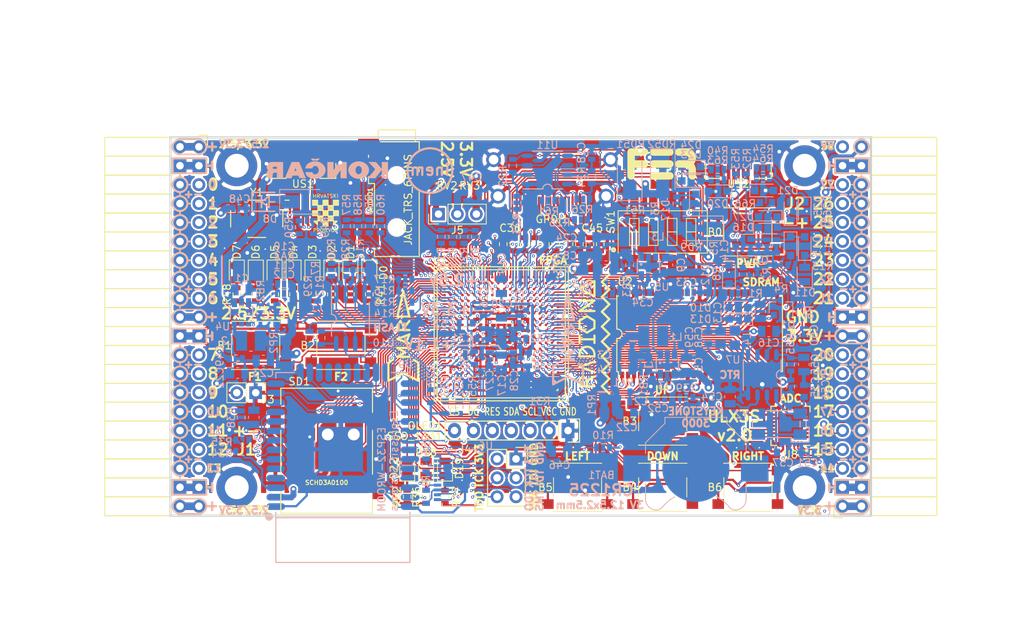
<source format=kicad_pcb>
(kicad_pcb (version 20171130) (host pcbnew 5.0.0-rc3+dfsg1-1)
  (layers (0 F.Cu signal) (1 In1.Cu signal) (2 In2.Cu signal) (31 B.Cu signal) (34 B.Paste user) (35 F.Paste user) (36 B.SilkS user) (37 F.SilkS user) (38 B.Mask user) (39 F.Mask user) (44 Edge.Cuts user))
  (net 0 "")
  (net 1 GND)
  (net 2 +5V)
  (net 3 /gpio/IN5V)
  (net 4 /gpio/OUT5V)
  (net 5 +3V3)
  (net 6 BTN_D)
  (net 7 BTN_F1)
  (net 8 BTN_F2)
  (net 9 BTN_L)
  (net 10 BTN_R)
  (net 11 BTN_U)
  (net 12 /power/FB1)
  (net 13 +2V5)
  (net 14 /power/PWREN)
  (net 15 /power/FB3)
  (net 16 /power/FB2)
  (net 17 /power/VBAT)
  (net 18 JTAG_TDI)
  (net 19 JTAG_TCK)
  (net 20 JTAG_TMS)
  (net 21 JTAG_TDO)
  (net 22 /power/WAKEUPn)
  (net 23 /power/WKUP)
  (net 24 /power/SHUT)
  (net 25 /power/WAKE)
  (net 26 /power/HOLD)
  (net 27 /power/WKn)
  (net 28 /power/OSCI_32k)
  (net 29 /power/OSCO_32k)
  (net 30 SHUTDOWN)
  (net 31 GPDI_SDA)
  (net 32 GPDI_SCL)
  (net 33 /gpdi/VREF2)
  (net 34 SD_CMD)
  (net 35 SD_CLK)
  (net 36 SD_D0)
  (net 37 SD_D1)
  (net 38 USB5V)
  (net 39 GPDI_CEC)
  (net 40 nRESET)
  (net 41 FTDI_nDTR)
  (net 42 SDRAM_CKE)
  (net 43 SDRAM_A7)
  (net 44 SDRAM_D15)
  (net 45 SDRAM_BA1)
  (net 46 SDRAM_D7)
  (net 47 SDRAM_A6)
  (net 48 SDRAM_CLK)
  (net 49 SDRAM_D13)
  (net 50 SDRAM_BA0)
  (net 51 SDRAM_D6)
  (net 52 SDRAM_A5)
  (net 53 SDRAM_D14)
  (net 54 SDRAM_A11)
  (net 55 SDRAM_D12)
  (net 56 SDRAM_D5)
  (net 57 SDRAM_A4)
  (net 58 SDRAM_A10)
  (net 59 SDRAM_D11)
  (net 60 SDRAM_A3)
  (net 61 SDRAM_D4)
  (net 62 SDRAM_D10)
  (net 63 SDRAM_D9)
  (net 64 SDRAM_A9)
  (net 65 SDRAM_D3)
  (net 66 SDRAM_D8)
  (net 67 SDRAM_A8)
  (net 68 SDRAM_A2)
  (net 69 SDRAM_A1)
  (net 70 SDRAM_A0)
  (net 71 SDRAM_D2)
  (net 72 SDRAM_D1)
  (net 73 SDRAM_D0)
  (net 74 SDRAM_DQM0)
  (net 75 SDRAM_nCS)
  (net 76 SDRAM_nRAS)
  (net 77 SDRAM_DQM1)
  (net 78 SDRAM_nCAS)
  (net 79 SDRAM_nWE)
  (net 80 /flash/FLASH_nWP)
  (net 81 /flash/FLASH_nHOLD)
  (net 82 /flash/FLASH_MOSI)
  (net 83 /flash/FLASH_MISO)
  (net 84 /flash/FLASH_SCK)
  (net 85 /flash/FLASH_nCS)
  (net 86 /flash/FPGA_PROGRAMN)
  (net 87 /flash/FPGA_DONE)
  (net 88 /flash/FPGA_INITN)
  (net 89 OLED_RES)
  (net 90 OLED_DC)
  (net 91 OLED_CS)
  (net 92 WIFI_EN)
  (net 93 FTDI_nRTS)
  (net 94 FTDI_TXD)
  (net 95 FTDI_RXD)
  (net 96 WIFI_RXD)
  (net 97 WIFI_GPIO0)
  (net 98 WIFI_TXD)
  (net 99 USB_FTDI_D+)
  (net 100 USB_FTDI_D-)
  (net 101 SD_D3)
  (net 102 AUDIO_L3)
  (net 103 AUDIO_L2)
  (net 104 AUDIO_L1)
  (net 105 AUDIO_L0)
  (net 106 AUDIO_R3)
  (net 107 AUDIO_R2)
  (net 108 AUDIO_R1)
  (net 109 AUDIO_R0)
  (net 110 OLED_CLK)
  (net 111 OLED_MOSI)
  (net 112 LED0)
  (net 113 LED1)
  (net 114 LED2)
  (net 115 LED3)
  (net 116 LED4)
  (net 117 LED5)
  (net 118 LED6)
  (net 119 LED7)
  (net 120 BTN_PWRn)
  (net 121 FTDI_nTXLED)
  (net 122 FTDI_nSLEEP)
  (net 123 /blinkey/LED_PWREN)
  (net 124 /blinkey/LED_TXLED)
  (net 125 /sdcard/SD3V3)
  (net 126 SD_D2)
  (net 127 CLK_25MHz)
  (net 128 /blinkey/BTNPUL)
  (net 129 /blinkey/BTNPUR)
  (net 130 USB_FPGA_D+)
  (net 131 /power/FTDI_nSUSPEND)
  (net 132 /blinkey/ALED0)
  (net 133 /blinkey/ALED1)
  (net 134 /blinkey/ALED2)
  (net 135 /blinkey/ALED3)
  (net 136 /blinkey/ALED4)
  (net 137 /blinkey/ALED5)
  (net 138 /blinkey/ALED6)
  (net 139 /blinkey/ALED7)
  (net 140 /usb/FTD-)
  (net 141 /usb/FTD+)
  (net 142 ADC_MISO)
  (net 143 ADC_MOSI)
  (net 144 ADC_CSn)
  (net 145 ADC_SCLK)
  (net 146 SW3)
  (net 147 SW2)
  (net 148 SW1)
  (net 149 USB_FPGA_D-)
  (net 150 /usb/FPD+)
  (net 151 /usb/FPD-)
  (net 152 WIFI_GPIO16)
  (net 153 /usb/ANT_433MHz)
  (net 154 /power/PWRBTn)
  (net 155 PROG_DONE)
  (net 156 /power/P3V3)
  (net 157 /power/P2V5)
  (net 158 /power/L1)
  (net 159 /power/L3)
  (net 160 /power/L2)
  (net 161 FTDI_TXDEN)
  (net 162 SDRAM_A12)
  (net 163 /analog/AUDIO_V)
  (net 164 AUDIO_V3)
  (net 165 AUDIO_V2)
  (net 166 AUDIO_V1)
  (net 167 AUDIO_V0)
  (net 168 /blinkey/LED_WIFI)
  (net 169 /power/P1V1)
  (net 170 +1V1)
  (net 171 SW4)
  (net 172 /blinkey/SWPU)
  (net 173 /wifi/WIFIEN)
  (net 174 FT2V5)
  (net 175 GN0)
  (net 176 GP0)
  (net 177 GN1)
  (net 178 GP1)
  (net 179 GN2)
  (net 180 GP2)
  (net 181 GN3)
  (net 182 GP3)
  (net 183 GN4)
  (net 184 GP4)
  (net 185 GN5)
  (net 186 GP5)
  (net 187 GN6)
  (net 188 GP6)
  (net 189 GN14)
  (net 190 GP14)
  (net 191 GN15)
  (net 192 GP15)
  (net 193 GN16)
  (net 194 GP16)
  (net 195 GN17)
  (net 196 GP17)
  (net 197 GN18)
  (net 198 GP18)
  (net 199 GN19)
  (net 200 GP19)
  (net 201 GN20)
  (net 202 GP20)
  (net 203 GN21)
  (net 204 GP21)
  (net 205 GN22)
  (net 206 GP22)
  (net 207 GN23)
  (net 208 GP23)
  (net 209 GN24)
  (net 210 GP24)
  (net 211 GN25)
  (net 212 GP25)
  (net 213 GN26)
  (net 214 GP26)
  (net 215 GN27)
  (net 216 GP27)
  (net 217 GN7)
  (net 218 GP7)
  (net 219 GN8)
  (net 220 GP8)
  (net 221 GN9)
  (net 222 GP9)
  (net 223 GN10)
  (net 224 GP10)
  (net 225 GN11)
  (net 226 GP11)
  (net 227 GN12)
  (net 228 GP12)
  (net 229 GN13)
  (net 230 GP13)
  (net 231 WIFI_GPIO5)
  (net 232 WIFI_GPIO17)
  (net 233 USB_FPGA_PULL_D+)
  (net 234 USB_FPGA_PULL_D-)
  (net 235 "Net-(D23-Pad2)")
  (net 236 "Net-(D24-Pad1)")
  (net 237 "Net-(D25-Pad2)")
  (net 238 "Net-(D26-Pad1)")
  (net 239 /gpdi/GPDI_ETH+)
  (net 240 FPDI_ETH+)
  (net 241 /gpdi/GPDI_ETH-)
  (net 242 FPDI_ETH-)
  (net 243 /gpdi/GPDI_D2-)
  (net 244 FPDI_D2-)
  (net 245 /gpdi/GPDI_D1-)
  (net 246 FPDI_D1-)
  (net 247 /gpdi/GPDI_D0-)
  (net 248 FPDI_D0-)
  (net 249 /gpdi/GPDI_CLK-)
  (net 250 FPDI_CLK-)
  (net 251 /gpdi/GPDI_D2+)
  (net 252 FPDI_D2+)
  (net 253 /gpdi/GPDI_D1+)
  (net 254 FPDI_D1+)
  (net 255 /gpdi/GPDI_D0+)
  (net 256 FPDI_D0+)
  (net 257 /gpdi/GPDI_CLK+)
  (net 258 FPDI_CLK+)
  (net 259 FPDI_SDA)
  (net 260 FPDI_SCL)
  (net 261 /gpdi/FPDI_CEC)
  (net 262 2V5_3V3)
  (net 263 "Net-(AUDIO1-Pad5)")
  (net 264 "Net-(AUDIO1-Pad6)")
  (net 265 "Net-(U1-PadA15)")
  (net 266 "Net-(U1-PadC9)")
  (net 267 "Net-(U1-PadD9)")
  (net 268 "Net-(U1-PadD10)")
  (net 269 "Net-(U1-PadD11)")
  (net 270 "Net-(U1-PadD12)")
  (net 271 "Net-(U1-PadE6)")
  (net 272 "Net-(U1-PadE9)")
  (net 273 "Net-(U1-PadE10)")
  (net 274 "Net-(U1-PadE11)")
  (net 275 "Net-(U1-PadJ4)")
  (net 276 "Net-(U1-PadJ5)")
  (net 277 "Net-(U1-PadK5)")
  (net 278 "Net-(U1-PadL5)")
  (net 279 "Net-(U1-PadM4)")
  (net 280 "Net-(U1-PadM5)")
  (net 281 SD_CD)
  (net 282 SD_WP)
  (net 283 "Net-(U1-PadR3)")
  (net 284 "Net-(U1-PadT16)")
  (net 285 "Net-(U1-PadW4)")
  (net 286 "Net-(U1-PadW5)")
  (net 287 "Net-(U1-PadW8)")
  (net 288 "Net-(U1-PadW9)")
  (net 289 "Net-(U1-PadW13)")
  (net 290 "Net-(U1-PadW14)")
  (net 291 "Net-(U1-PadW17)")
  (net 292 "Net-(U1-PadW18)")
  (net 293 FTDI_nRXLED)
  (net 294 "Net-(U8-Pad12)")
  (net 295 "Net-(U8-Pad25)")
  (net 296 "Net-(U9-Pad32)")
  (net 297 "Net-(U9-Pad22)")
  (net 298 "Net-(U9-Pad21)")
  (net 299 "Net-(U9-Pad20)")
  (net 300 "Net-(U9-Pad19)")
  (net 301 "Net-(U9-Pad18)")
  (net 302 "Net-(U9-Pad17)")
  (net 303 "Net-(U9-Pad12)")
  (net 304 "Net-(U9-Pad5)")
  (net 305 "Net-(U9-Pad4)")
  (net 306 "Net-(US1-Pad4)")
  (net 307 "Net-(Y2-Pad3)")
  (net 308 "Net-(Y2-Pad2)")
  (net 309 "Net-(U1-PadK16)")
  (net 310 "Net-(U1-PadK17)")
  (net 311 /usb/US2VBUS)
  (net 312 /power/SHD)
  (net 313 /power/RTCVDD)
  (net 314 "Net-(D27-Pad2)")
  (net 315 US2_ID)
  (net 316 /analog/AUDIO_L)
  (net 317 /analog/AUDIO_R)
  (net 318 /analog/ADC3V3)
  (module conn-fci:CONN-10029449-111RLF (layer F.Cu) (at 145.296 69.312 180)
    (fp_text reference GPDI1 (at 0 -3.1115 180) (layer F.SilkS))
    (fp_text value GPDI-D)
    (pad 19 smd rect (at -4.25 -1 180) (size 0.3 1.9) (layers F.Cu F.Paste F.Mask) (net 241 /gpdi/GPDI_ETH-))
    (pad 18 smd rect (at -3.75 -1 180) (size 0.3 1.9) (layers F.Cu F.Paste F.Mask) (net 2 +5V))
    (pad 17 smd rect (at -3.25 -1 180) (size 0.3 1.9) (layers F.Cu F.Paste F.Mask) (net 1 GND))
    (pad 16 smd rect (at -2.75 -1 180) (size 0.3 1.9) (layers F.Cu F.Paste F.Mask) (net 31 GPDI_SDA))
    (pad 15 smd rect (at -2.25 -1 180) (size 0.3 1.9) (layers F.Cu F.Paste F.Mask) (net 32 GPDI_SCL))
    (pad 14 smd rect (at -1.75 -1 180) (size 0.3 1.9) (layers F.Cu F.Paste F.Mask) (net 239 /gpdi/GPDI_ETH+))
    (pad 13 smd rect (at -1.25 -1 180) (size 0.3 1.9) (layers F.Cu F.Paste F.Mask) (net 39 GPDI_CEC))
    (pad 12 smd rect (at -0.75 -1 180) (size 0.3 1.9) (layers F.Cu F.Paste F.Mask) (net 249 /gpdi/GPDI_CLK-))
    (pad 11 smd rect (at -0.25 -1 180) (size 0.3 1.9) (layers F.Cu F.Paste F.Mask) (net 1 GND))
    (pad 10 smd rect (at 0.25 -1 180) (size 0.3 1.9) (layers F.Cu F.Paste F.Mask) (net 257 /gpdi/GPDI_CLK+))
    (pad 9 smd rect (at 0.75 -1 180) (size 0.3 1.9) (layers F.Cu F.Paste F.Mask) (net 247 /gpdi/GPDI_D0-))
    (pad 8 smd rect (at 1.25 -1 180) (size 0.3 1.9) (layers F.Cu F.Paste F.Mask) (net 1 GND))
    (pad 7 smd rect (at 1.75 -1 180) (size 0.3 1.9) (layers F.Cu F.Paste F.Mask) (net 255 /gpdi/GPDI_D0+))
    (pad 6 smd rect (at 2.25 -1 180) (size 0.3 1.9) (layers F.Cu F.Paste F.Mask) (net 245 /gpdi/GPDI_D1-))
    (pad 5 smd rect (at 2.75 -1 180) (size 0.3 1.9) (layers F.Cu F.Paste F.Mask) (net 1 GND))
    (pad 4 smd rect (at 3.25 -1 180) (size 0.3 1.9) (layers F.Cu F.Paste F.Mask) (net 253 /gpdi/GPDI_D1+))
    (pad 3 smd rect (at 3.75 -1 180) (size 0.3 1.9) (layers F.Cu F.Paste F.Mask) (net 243 /gpdi/GPDI_D2-))
    (pad 2 smd rect (at 4.25 -1 180) (size 0.3 1.9) (layers F.Cu F.Paste F.Mask) (net 1 GND))
    (pad 1 smd rect (at 4.75 -1 180) (size 0.3 1.9) (layers F.Cu F.Paste F.Mask) (net 251 /gpdi/GPDI_D2+))
    (pad 0 thru_hole circle (at -7.25 0 180) (size 2 2) (drill 1.3) (layers *.Cu *.Mask F.Paste) (net 1 GND))
    (pad 0 thru_hole circle (at 7.25 0 180) (size 2 2) (drill 1.3) (layers *.Cu *.Mask F.Paste) (net 1 GND))
    (pad 0 thru_hole circle (at -7.85 4.9 180) (size 2 2) (drill 1.3) (layers *.Cu *.Mask F.Paste) (net 1 GND))
    (pad 0 thru_hole circle (at 7.85 4.9 180) (size 2 2) (drill 1.3) (layers *.Cu *.Mask F.Paste) (net 1 GND))
  )
  (module ESP32:ESP32-WROOM (layer B.Cu) (at 117.23 105.75 180)
    (fp_text reference U9 (at -8.366 13.85 180) (layer B.SilkS) (effects (justify mirror)))
    (fp_text value ESP-WROOM32)
    (fp_text user "Espressif Systems" (at -6.858 0.889 90) (layer B.SilkS) (effects (justify mirror)))
    (fp_text user ESP32-WROOM (at -5.207 -0.254 90) (layer B.SilkS) (effects (justify mirror)))
    (pad 38 smd oval (at -9 -5.25 180) (size 2.5 0.9) (layers B.Cu B.Mask) (net 1 GND))
    (pad 37 smd oval (at -9 -3.98 180) (size 2.5 0.9) (layers B.Cu B.Mask) (net 18 JTAG_TDI))
    (pad 36 smd oval (at -9 -2.71 180) (size 2.5 0.9) (layers B.Cu B.Mask) (net 155 PROG_DONE))
    (pad 35 smd oval (at -9 -1.44 180) (size 2.5 0.9) (layers B.Cu B.Mask) (net 98 WIFI_TXD))
    (pad 34 smd oval (at -9 -0.17 180) (size 2.5 0.9) (layers B.Cu B.Mask) (net 96 WIFI_RXD))
    (pad 33 smd oval (at -9 1.1 180) (size 2.5 0.9) (layers B.Cu B.Mask) (net 20 JTAG_TMS))
    (pad 32 smd oval (at -9 2.37 180) (size 2.5 0.9) (layers B.Cu B.Mask) (net 296 "Net-(U9-Pad32)"))
    (pad 31 smd oval (at -9 3.64 180) (size 2.5 0.9) (layers B.Cu B.Mask) (net 21 JTAG_TDO))
    (pad 30 smd oval (at -9 4.91 180) (size 2.5 0.9) (layers B.Cu B.Mask) (net 19 JTAG_TCK))
    (pad 29 smd oval (at -9 6.18 180) (size 2.5 0.9) (layers B.Cu B.Mask) (net 231 WIFI_GPIO5))
    (pad 28 smd oval (at -9 7.45 180) (size 2.5 0.9) (layers B.Cu B.Mask) (net 232 WIFI_GPIO17))
    (pad 27 smd oval (at -9 8.72 180) (size 2.5 0.9) (layers B.Cu B.Mask) (net 152 WIFI_GPIO16))
    (pad 26 smd oval (at -9 9.99 180) (size 2.5 0.9) (layers B.Cu B.Mask) (net 37 SD_D1))
    (pad 25 smd oval (at -9 11.26 180) (size 2.5 0.9) (layers B.Cu B.Mask) (net 97 WIFI_GPIO0))
    (pad 24 smd oval (at -5.715 12.75 180) (size 0.9 2.5) (layers B.Cu B.Mask) (net 36 SD_D0))
    (pad 23 smd oval (at -4.445 12.75 180) (size 0.9 2.5) (layers B.Cu B.Mask) (net 34 SD_CMD))
    (pad 22 smd oval (at -3.175 12.75 180) (size 0.9 2.5) (layers B.Cu B.Mask) (net 297 "Net-(U9-Pad22)"))
    (pad 21 smd oval (at -1.905 12.75 180) (size 0.9 2.5) (layers B.Cu B.Mask) (net 298 "Net-(U9-Pad21)"))
    (pad 20 smd oval (at -0.635 12.75 180) (size 0.9 2.5) (layers B.Cu B.Mask) (net 299 "Net-(U9-Pad20)"))
    (pad 19 smd oval (at 0.635 12.75 180) (size 0.9 2.5) (layers B.Cu B.Mask) (net 300 "Net-(U9-Pad19)"))
    (pad 18 smd oval (at 1.905 12.75 180) (size 0.9 2.5) (layers B.Cu B.Mask) (net 301 "Net-(U9-Pad18)"))
    (pad 17 smd oval (at 3.175 12.75 180) (size 0.9 2.5) (layers B.Cu B.Mask) (net 302 "Net-(U9-Pad17)"))
    (pad 16 smd oval (at 4.445 12.75 180) (size 0.9 2.5) (layers B.Cu B.Mask) (net 101 SD_D3))
    (pad 15 smd oval (at 5.715 12.75 180) (size 0.9 2.5) (layers B.Cu B.Mask) (net 1 GND))
    (pad 14 smd oval (at 9 11.26 180) (size 2.5 0.9) (layers B.Cu B.Mask) (net 126 SD_D2))
    (pad 13 smd oval (at 9 9.99 180) (size 2.5 0.9) (layers B.Cu B.Mask) (net 35 SD_CLK))
    (pad 12 smd oval (at 9 8.72 180) (size 2.5 0.9) (layers B.Cu B.Mask) (net 303 "Net-(U9-Pad12)"))
    (pad 11 smd oval (at 9 7.45 180) (size 2.5 0.9) (layers B.Cu B.Mask) (net 225 GN11))
    (pad 10 smd oval (at 9 6.18 180) (size 2.5 0.9) (layers B.Cu B.Mask) (net 226 GP11))
    (pad 9 smd oval (at 9 4.91 180) (size 2.5 0.9) (layers B.Cu B.Mask) (net 227 GN12))
    (pad 8 smd oval (at 9 3.64 180) (size 2.5 0.9) (layers B.Cu B.Mask) (net 228 GP12))
    (pad 7 smd oval (at 9 2.37 180) (size 2.5 0.9) (layers B.Cu B.Mask) (net 229 GN13))
    (pad 6 smd oval (at 9 1.1 180) (size 2.5 0.9) (layers B.Cu B.Mask) (net 230 GP13))
    (pad 5 smd oval (at 9 -0.17 180) (size 2.5 0.9) (layers B.Cu B.Mask) (net 304 "Net-(U9-Pad5)"))
    (pad 4 smd oval (at 9 -1.44 180) (size 2.5 0.9) (layers B.Cu B.Mask) (net 305 "Net-(U9-Pad4)"))
    (pad 3 smd oval (at 9 -2.71 180) (size 2.5 0.9) (layers B.Cu B.Mask) (net 173 /wifi/WIFIEN))
    (pad 2 smd oval (at 9 -3.98 180) (size 2.5 0.9) (layers B.Cu B.Mask) (net 5 +3V3))
    (pad 1 smd oval (at 9 -5.25 180) (size 2.5 0.9) (layers B.Cu B.Mask) (net 1 GND))
    (pad 39 smd rect (at 0.3 2.45 180) (size 6 6) (layers B.Cu B.Mask) (net 1 GND))
  )
  (module Capacitor_SMD:C_0603_1608Metric (layer B.Cu) (at 102.863 91.156)
    (fp_text reference C49 (at -2.159 -0.399 90) (layer B.SilkS) (effects (justify mirror)))
    (fp_text value 22nF)
    (pad 2 smd rect (at 0.875 0) (size 0.67 1) (layers B.Cu B.Paste B.Mask) (net 1 GND))
    (pad 1 smd rect (at -0.875 0) (size 0.67 1) (layers B.Cu B.Paste B.Mask) (net 262 2V5_3V3))
  )
  (module jumper:R_0805_2012Metric_Pad1.29x1.40mm_HandSolder_Jumper_NC (layer B.Cu) (at 149.472 78.311 270)
    (fp_text reference RP3 (at 0 3.414 270) (layer B.SilkS) (effects (justify mirror)))
    (fp_text value 0)
    (fp_line (start -1 0) (end 1 0) (layer B.Cu) (width 1))
    (pad 2 smd rect (at 0.9675 0 270) (size 1.295 1.4) (layers B.Cu B.Mask) (net 5 +3V3))
    (pad 1 smd rect (at -0.9675 0 270) (size 1.295 1.4) (layers B.Cu B.Mask) (net 156 /power/P3V3))
  )
  (module jumper:R_0805_2012Metric_Pad1.29x1.40mm_HandSolder_Jumper_NC (layer B.Cu) (at 109.609 89.632 270)
    (fp_text reference RP2 (at -0.635 1.651 270) (layer B.SilkS) (effects (justify mirror)))
    (fp_text value 0)
    (fp_line (start -1 0) (end 1 0) (layer B.Cu) (width 1))
    (pad 2 smd rect (at 0.9675 0 270) (size 1.295 1.4) (layers B.Cu B.Mask) (net 13 +2V5))
    (pad 1 smd rect (at -0.9675 0 270) (size 1.295 1.4) (layers B.Cu B.Mask) (net 157 /power/P2V5))
  )
  (module jumper:R_0805_2012Metric_Pad1.29x1.40mm_HandSolder_Jumper_NC (layer B.Cu) (at 152.281 97.361 270)
    (fp_text reference RP1 (at 0 1.65 270) (layer B.SilkS) (effects (justify mirror)))
    (fp_text value 0)
    (fp_line (start -1 0) (end 1 0) (layer B.Cu) (width 1))
    (pad 2 smd rect (at 0.9675 0 270) (size 1.295 1.4) (layers B.Cu B.Mask) (net 170 +1V1))
    (pad 1 smd rect (at -0.9675 0 270) (size 1.295 1.4) (layers B.Cu B.Mask) (net 169 /power/P1V1))
  )
  (module jumper:D_SMA_Jumper_NC (layer B.Cu) (at 164.854 73.63 180)
    (fp_text reference RD9 (at 0.889 -2.54 180) (layer B.SilkS) (effects (justify mirror)))
    (fp_text value 0)
    (fp_line (start -2 0) (end 2 0) (layer B.Cu) (width 1))
    (pad 2 smd rect (at 2 0 180) (size 2.5 1.8) (layers B.Cu B.Mask) (net 2 +5V))
    (pad 1 smd rect (at -2 0 180) (size 2.5 1.8) (layers B.Cu B.Mask) (net 311 /usb/US2VBUS))
  )
  (module jumper:D_SMA_Jumper_NC (layer B.Cu) (at 160.155 66.391 270)
    (fp_text reference RD52 (at -4.064 0.127) (layer B.SilkS) (effects (justify mirror)))
    (fp_text value 0)
    (fp_line (start -2 0) (end 2 0) (layer B.Cu) (width 1))
    (pad 2 smd rect (at 2 0 270) (size 2.5 1.8) (layers B.Cu B.Mask) (net 2 +5V))
    (pad 1 smd rect (at -2 0 270) (size 2.5 1.8) (layers B.Cu B.Mask) (net 4 /gpio/OUT5V))
  )
  (module jumper:D_SMA_Jumper_NC (layer B.Cu) (at 155.71 66.518 90)
    (fp_text reference RD51 (at 4.191 0.127 180) (layer B.SilkS) (effects (justify mirror)))
    (fp_text value 0)
    (fp_line (start -2 0) (end 2 0) (layer B.Cu) (width 1))
    (pad 2 smd rect (at 2 0 90) (size 2.5 1.8) (layers B.Cu B.Mask) (net 3 /gpio/IN5V))
    (pad 1 smd rect (at -2 0 90) (size 2.5 1.8) (layers B.Cu B.Mask) (net 2 +5V))
  )
  (module dipswitch:SW_DIP_x4_W8.61mm_Slide_LowProfile (layer F.Cu) (at 160.14 74.12 90)
    (fp_text reference SW1 (at 1.379 -6.97 90) (layer F.SilkS))
    (fp_text value SW_DIP_x04)
    (pad 8 smd rect (at 4.305 -3.81 90) (size 2.44 1.12) (layers F.Cu F.Paste F.Mask) (net 148 SW1))
    (pad 4 smd rect (at -4.305 3.81 90) (size 2.44 1.12) (layers F.Cu F.Paste F.Mask) (net 172 /blinkey/SWPU))
    (pad 7 smd rect (at 4.305 -1.27 90) (size 2.44 1.12) (layers F.Cu F.Paste F.Mask) (net 147 SW2))
    (pad 3 smd rect (at -4.305 1.27 90) (size 2.44 1.12) (layers F.Cu F.Paste F.Mask) (net 172 /blinkey/SWPU))
    (pad 6 smd rect (at 4.305 1.27 90) (size 2.44 1.12) (layers F.Cu F.Paste F.Mask) (net 146 SW3))
    (pad 2 smd rect (at -4.305 -1.27 90) (size 2.44 1.12) (layers F.Cu F.Paste F.Mask) (net 172 /blinkey/SWPU))
    (pad 5 smd rect (at 4.305 3.81 90) (size 2.44 1.12) (layers F.Cu F.Paste F.Mask) (net 171 SW4))
    (pad 1 smd rect (at -4.305 -3.81 90) (size 2.44 1.12) (layers F.Cu F.Paste F.Mask) (net 172 /blinkey/SWPU))
  )
  (module Keystone_3000_1x12mm-CoinCell:Keystone_3000_1x12mm-CoinCell (layer B.Cu) (at 164.585 105.87 90)
    (fp_text reference BAT1 (at -0.907 -12.685 180) (layer B.SilkS) (effects (justify mirror)))
    (fp_text value CR1225)
    (pad 1 smd rect (at 0 7.9 180) (size 3.7 3.5) (layers B.Cu B.Paste B.Mask) (net 17 /power/VBAT) (clearance 0.7))
    (pad 1 smd rect (at 0 -7.9 180) (size 3.7 3.5) (layers B.Cu B.Paste B.Mask) (net 17 /power/VBAT) (clearance 0.7))
    (pad 2 smd circle (at 0 0 180) (size 9 9) (layers B.Cu B.Mask) (net 1 GND))
  )
  (module SM8:SM8 (layer B.Cu) (at 144.68 65.8015 90)
    (fp_text reference U11 (at 3.3475 -0.019 -180) (layer B.SilkS) (effects (justify mirror)))
    (fp_text value PCA9306D)
    (pad 1 smd rect (at -1.905 -2.7) (size 1.55 0.6) (layers B.Cu B.Paste B.Mask) (net 1 GND))
    (pad 2 smd oval (at -0.635 -2.7) (size 1.55 0.6) (layers B.Cu B.Paste B.Mask) (net 13 +2V5))
    (pad 3 smd oval (at 0.635 -2.7) (size 1.55 0.6) (layers B.Cu B.Paste B.Mask) (net 260 FPDI_SCL))
    (pad 4 smd oval (at 1.905 -2.7) (size 1.55 0.6) (layers B.Cu B.Paste B.Mask) (net 259 FPDI_SDA))
    (pad 5 smd oval (at 1.905 2.7) (size 1.55 0.6) (layers B.Cu B.Paste B.Mask) (net 31 GPDI_SDA))
    (pad 6 smd oval (at 0.635 2.7) (size 1.55 0.6) (layers B.Cu B.Paste B.Mask) (net 32 GPDI_SCL))
    (pad 7 smd oval (at -0.635 2.7) (size 1.55 0.6) (layers B.Cu B.Paste B.Mask) (net 33 /gpdi/VREF2))
    (pad 8 smd oval (at -1.905 2.7) (size 1.55 0.6) (layers B.Cu B.Paste B.Mask) (net 5 +3V3))
  )
  (module TSOP54:TSOP54 (layer F.Cu) (at 165.093 87.8 90)
    (fp_text reference U2 (at 6.98 -9.993 180) (layer F.SilkS))
    (fp_text value MT48LC16M16A2TG)
    (pad 28 smd rect (at 5.53 10.4 90) (size 0.9 0.56) (layers F.Cu F.Paste F.Mask) (net 1 GND))
    (pad 1 smd rect (at -5.53 -10.4 90) (size 0.9 0.56) (layers F.Cu F.Paste F.Mask) (net 5 +3V3))
    (pad 2 smd rect (at -5.53 -9.6 90) (size 0.9 0.56) (layers F.Cu F.Paste F.Mask) (net 73 SDRAM_D0))
    (pad 3 smd rect (at -5.53 -8.8 90) (size 0.9 0.56) (layers F.Cu F.Paste F.Mask) (net 5 +3V3))
    (pad 4 smd rect (at -5.53 -8 90) (size 0.9 0.56) (layers F.Cu F.Paste F.Mask) (net 72 SDRAM_D1))
    (pad 5 smd rect (at -5.53 -7.2 90) (size 0.9 0.56) (layers F.Cu F.Paste F.Mask) (net 71 SDRAM_D2))
    (pad 6 smd rect (at -5.53 -6.4 90) (size 0.9 0.56) (layers F.Cu F.Paste F.Mask) (net 1 GND))
    (pad 7 smd rect (at -5.53 -5.6 90) (size 0.9 0.56) (layers F.Cu F.Paste F.Mask) (net 65 SDRAM_D3))
    (pad 8 smd rect (at -5.53 -4.8 90) (size 0.9 0.56) (layers F.Cu F.Paste F.Mask) (net 61 SDRAM_D4))
    (pad 9 smd rect (at -5.53 -4 90) (size 0.9 0.56) (layers F.Cu F.Paste F.Mask) (net 5 +3V3))
    (pad 10 smd rect (at -5.53 -3.2 90) (size 0.9 0.56) (layers F.Cu F.Paste F.Mask) (net 56 SDRAM_D5))
    (pad 11 smd rect (at -5.53 -2.4 90) (size 0.9 0.56) (layers F.Cu F.Paste F.Mask) (net 51 SDRAM_D6))
    (pad 12 smd rect (at -5.53 -1.6 90) (size 0.9 0.56) (layers F.Cu F.Paste F.Mask) (net 1 GND))
    (pad 13 smd rect (at -5.53 -0.8 90) (size 0.9 0.56) (layers F.Cu F.Paste F.Mask) (net 46 SDRAM_D7))
    (pad 14 smd rect (at -5.53 0 90) (size 0.9 0.56) (layers F.Cu F.Paste F.Mask) (net 5 +3V3))
    (pad 15 smd rect (at -5.53 0.8 90) (size 0.9 0.56) (layers F.Cu F.Paste F.Mask) (net 74 SDRAM_DQM0))
    (pad 16 smd rect (at -5.53 1.6 90) (size 0.9 0.56) (layers F.Cu F.Paste F.Mask) (net 79 SDRAM_nWE))
    (pad 17 smd rect (at -5.53 2.4 90) (size 0.9 0.56) (layers F.Cu F.Paste F.Mask) (net 78 SDRAM_nCAS))
    (pad 18 smd rect (at -5.53 3.2 90) (size 0.9 0.56) (layers F.Cu F.Paste F.Mask) (net 76 SDRAM_nRAS))
    (pad 19 smd rect (at -5.53 4 90) (size 0.9 0.56) (layers F.Cu F.Paste F.Mask) (net 75 SDRAM_nCS))
    (pad 20 smd rect (at -5.53 4.8 90) (size 0.9 0.56) (layers F.Cu F.Paste F.Mask) (net 50 SDRAM_BA0))
    (pad 21 smd rect (at -5.53 5.6 90) (size 0.9 0.56) (layers F.Cu F.Paste F.Mask) (net 45 SDRAM_BA1))
    (pad 22 smd rect (at -5.53 6.4 90) (size 0.9 0.56) (layers F.Cu F.Paste F.Mask) (net 58 SDRAM_A10))
    (pad 23 smd rect (at -5.53 7.2 90) (size 0.9 0.56) (layers F.Cu F.Paste F.Mask) (net 70 SDRAM_A0))
    (pad 24 smd rect (at -5.53 8 90) (size 0.9 0.56) (layers F.Cu F.Paste F.Mask) (net 69 SDRAM_A1))
    (pad 25 smd rect (at -5.53 8.8 90) (size 0.9 0.56) (layers F.Cu F.Paste F.Mask) (net 68 SDRAM_A2))
    (pad 26 smd rect (at -5.53 9.6 90) (size 0.9 0.56) (layers F.Cu F.Paste F.Mask) (net 60 SDRAM_A3))
    (pad 27 smd rect (at -5.53 10.4 90) (size 0.9 0.56) (layers F.Cu F.Paste F.Mask) (net 5 +3V3))
    (pad 29 smd rect (at 5.53 9.6 90) (size 0.9 0.56) (layers F.Cu F.Paste F.Mask) (net 57 SDRAM_A4))
    (pad 30 smd rect (at 5.53 8.8 90) (size 0.9 0.56) (layers F.Cu F.Paste F.Mask) (net 52 SDRAM_A5))
    (pad 31 smd rect (at 5.53 8 90) (size 0.9 0.56) (layers F.Cu F.Paste F.Mask) (net 47 SDRAM_A6))
    (pad 32 smd rect (at 5.53 7.2 90) (size 0.9 0.56) (layers F.Cu F.Paste F.Mask) (net 43 SDRAM_A7))
    (pad 33 smd rect (at 5.53 6.4 90) (size 0.9 0.56) (layers F.Cu F.Paste F.Mask) (net 67 SDRAM_A8))
    (pad 34 smd rect (at 5.53 5.6 90) (size 0.9 0.56) (layers F.Cu F.Paste F.Mask) (net 64 SDRAM_A9))
    (pad 35 smd rect (at 5.53 4.8 90) (size 0.9 0.56) (layers F.Cu F.Paste F.Mask) (net 54 SDRAM_A11))
    (pad 36 smd rect (at 5.53 4 90) (size 0.9 0.56) (layers F.Cu F.Paste F.Mask) (net 162 SDRAM_A12))
    (pad 37 smd rect (at 5.53 3.2 90) (size 0.9 0.56) (layers F.Cu F.Paste F.Mask) (net 42 SDRAM_CKE))
    (pad 38 smd rect (at 5.53 2.4 90) (size 0.9 0.56) (layers F.Cu F.Paste F.Mask) (net 48 SDRAM_CLK))
    (pad 39 smd rect (at 5.53 1.6 90) (size 0.9 0.56) (layers F.Cu F.Paste F.Mask) (net 77 SDRAM_DQM1))
    (pad 40 smd rect (at 5.53 0.8 90) (size 0.9 0.56) (layers F.Cu F.Paste F.Mask))
    (pad 41 smd rect (at 5.53 0 90) (size 0.9 0.56) (layers F.Cu F.Paste F.Mask) (net 1 GND))
    (pad 42 smd rect (at 5.53 -0.8 90) (size 0.9 0.56) (layers F.Cu F.Paste F.Mask) (net 66 SDRAM_D8))
    (pad 43 smd rect (at 5.53 -1.6 90) (size 0.9 0.56) (layers F.Cu F.Paste F.Mask) (net 5 +3V3))
    (pad 44 smd rect (at 5.53 -2.4 90) (size 0.9 0.56) (layers F.Cu F.Paste F.Mask) (net 63 SDRAM_D9))
    (pad 45 smd rect (at 5.53 -3.2 90) (size 0.9 0.56) (layers F.Cu F.Paste F.Mask) (net 62 SDRAM_D10))
    (pad 46 smd rect (at 5.53 -4 90) (size 0.9 0.56) (layers F.Cu F.Paste F.Mask) (net 1 GND))
    (pad 47 smd rect (at 5.53 -4.8 90) (size 0.9 0.56) (layers F.Cu F.Paste F.Mask) (net 59 SDRAM_D11))
    (pad 48 smd rect (at 5.53 -5.6 90) (size 0.9 0.56) (layers F.Cu F.Paste F.Mask) (net 55 SDRAM_D12))
    (pad 49 smd rect (at 5.53 -6.4 90) (size 0.9 0.56) (layers F.Cu F.Paste F.Mask) (net 5 +3V3))
    (pad 50 smd rect (at 5.53 -7.2 90) (size 0.9 0.56) (layers F.Cu F.Paste F.Mask) (net 49 SDRAM_D13))
    (pad 51 smd rect (at 5.53 -8 90) (size 0.9 0.56) (layers F.Cu F.Paste F.Mask) (net 53 SDRAM_D14))
    (pad 52 smd rect (at 5.53 -8.8 90) (size 0.9 0.56) (layers F.Cu F.Paste F.Mask) (net 1 GND))
    (pad 53 smd rect (at 5.53 -9.6 90) (size 0.9 0.56) (layers F.Cu F.Paste F.Mask) (net 44 SDRAM_D15))
    (pad 54 smd rect (at 5.53 -10.4 90) (size 0.9 0.56) (layers F.Cu F.Paste F.Mask) (net 1 GND))
  )
  (module SOA008-150mil:SOA008-150-208mil (layer B.Cu) (at 118.245 85.822 270)
    (fp_text reference U10 (at 3.175 -4.445) (layer B.SilkS) (effects (justify mirror)))
    (fp_text value IS25LP128F-JBLE)
    (pad 1 smd rect (at -3.302 1.905 270) (size 2.1 0.6) (layers B.Cu B.Paste B.Mask) (net 85 /flash/FLASH_nCS))
    (pad 2 smd oval (at -3.302 0.635 270) (size 2.1 0.6) (layers B.Cu B.Paste B.Mask) (net 83 /flash/FLASH_MISO))
    (pad 3 smd oval (at -3.302 -0.635 270) (size 2.1 0.6) (layers B.Cu B.Paste B.Mask) (net 80 /flash/FLASH_nWP))
    (pad 4 smd oval (at -3.302 -1.905 270) (size 2.1 0.6) (layers B.Cu B.Paste B.Mask) (net 1 GND))
    (pad 5 smd oval (at 3.302 -1.905 270) (size 2.1 0.6) (layers B.Cu B.Paste B.Mask) (net 82 /flash/FLASH_MOSI))
    (pad 6 smd oval (at 3.302 -0.635 270) (size 2.1 0.6) (layers B.Cu B.Paste B.Mask) (net 84 /flash/FLASH_SCK))
    (pad 7 smd oval (at 3.302 0.635 270) (size 2.1 0.6) (layers B.Cu B.Paste B.Mask) (net 81 /flash/FLASH_nHOLD))
    (pad 8 smd oval (at 3.302 1.905 270) (size 2.1 0.6) (layers B.Cu B.Paste B.Mask) (net 5 +3V3))
  )
  (module SOT96-1:SOT96-1 (layer B.Cu) (at 173.49 93.315 90)
    (fp_text reference U7 (at 2.032 -3.937 180) (layer B.SilkS) (effects (justify mirror)))
    (fp_text value MCP7940NT)
    (pad 1 smd rect (at -2.7 1.905 90) (size 1.55 0.6) (layers B.Cu B.Paste B.Mask) (net 28 /power/OSCI_32k))
    (pad 2 smd oval (at -2.7 0.635 90) (size 1.55 0.6) (layers B.Cu B.Paste B.Mask) (net 29 /power/OSCO_32k))
    (pad 3 smd oval (at -2.7 -0.635 90) (size 1.55 0.6) (layers B.Cu B.Paste B.Mask) (net 17 /power/VBAT))
    (pad 4 smd oval (at -2.7 -1.905 90) (size 1.55 0.6) (layers B.Cu B.Paste B.Mask) (net 1 GND))
    (pad 5 smd oval (at 2.7 -1.905 90) (size 1.55 0.6) (layers B.Cu B.Paste B.Mask) (net 259 FPDI_SDA))
    (pad 6 smd oval (at 2.7 -0.635 90) (size 1.55 0.6) (layers B.Cu B.Paste B.Mask) (net 260 FPDI_SCL))
    (pad 7 smd oval (at 2.7 0.635 90) (size 1.55 0.6) (layers B.Cu B.Paste B.Mask) (net 22 /power/WAKEUPn))
    (pad 8 smd oval (at 2.7 1.905 90) (size 1.55 0.6) (layers B.Cu B.Paste B.Mask) (net 313 /power/RTCVDD))
  )
  (module ft231x:FT231X-SSOP-20_4.4x6.5mm_Pitch0.65mm (layer B.Cu) (at 132.835 107.14 180)
    (fp_text reference U6 (at -3.556 4.318 180) (layer B.SilkS) (effects (justify mirror)))
    (fp_text value FT231XS)
    (pad 20 smd rect (at 2.9 2.925 180) (size 1 0.4) (layers B.Cu B.Paste B.Mask) (net 94 FTDI_TXD))
    (pad 19 smd rect (at 2.9 2.275 180) (size 1 0.4) (layers B.Cu B.Paste B.Mask) (net 122 FTDI_nSLEEP))
    (pad 18 smd rect (at 2.9 1.625 180) (size 1 0.4) (layers B.Cu B.Paste B.Mask) (net 161 FTDI_TXDEN))
    (pad 17 smd rect (at 2.9 0.975 180) (size 1 0.4) (layers B.Cu B.Paste B.Mask) (net 293 FTDI_nRXLED))
    (pad 16 smd rect (at 2.9 0.325 180) (size 1 0.4) (layers B.Cu B.Paste B.Mask) (net 1 GND))
    (pad 15 smd rect (at 2.9 -0.325 180) (size 1 0.4) (layers B.Cu B.Paste B.Mask) (net 38 USB5V))
    (pad 14 smd rect (at 2.9 -0.975 180) (size 1 0.4) (layers B.Cu B.Paste B.Mask) (net 40 nRESET))
    (pad 13 smd rect (at 2.9 -1.625 180) (size 1 0.4) (layers B.Cu B.Paste B.Mask) (net 174 FT2V5))
    (pad 12 smd rect (at 2.9 -2.275 180) (size 1 0.4) (layers B.Cu B.Paste B.Mask) (net 100 USB_FTDI_D-))
    (pad 11 smd rect (at 2.9 -2.925 180) (size 1 0.4) (layers B.Cu B.Paste B.Mask) (net 99 USB_FTDI_D+))
    (pad 10 smd rect (at -2.9 -2.925 180) (size 1 0.4) (layers B.Cu B.Paste B.Mask) (net 121 FTDI_nTXLED))
    (pad 9 smd rect (at -2.9 -2.275 180) (size 1 0.4) (layers B.Cu B.Paste B.Mask) (net 21 JTAG_TDO))
    (pad 8 smd rect (at -2.9 -1.625 180) (size 1 0.4) (layers B.Cu B.Paste B.Mask) (net 20 JTAG_TMS))
    (pad 7 smd rect (at -2.9 -0.975 180) (size 1 0.4) (layers B.Cu B.Paste B.Mask) (net 19 JTAG_TCK))
    (pad 6 smd rect (at -2.9 -0.325 180) (size 1 0.4) (layers B.Cu B.Paste B.Mask) (net 1 GND))
    (pad 5 smd rect (at -2.9 0.325 180) (size 1 0.4) (layers B.Cu B.Paste B.Mask) (net 18 JTAG_TDI))
    (pad 4 smd rect (at -2.9 0.975 180) (size 1 0.4) (layers B.Cu B.Paste B.Mask) (net 95 FTDI_RXD))
    (pad 3 smd rect (at -2.9 1.625 180) (size 1 0.4) (layers B.Cu B.Paste B.Mask) (net 174 FT2V5))
    (pad 2 smd rect (at -2.9 2.275 180) (size 1 0.4) (layers B.Cu B.Paste B.Mask) (net 93 FTDI_nRTS))
    (pad 1 smd rect (at -2.9 2.925 180) (size 1 0.4) (layers B.Cu B.Paste B.Mask) (net 41 FTDI_nDTR))
  )
  (module TSOT-25:TSOT-25 (layer B.Cu) (at 158.235 78.692)
    (fp_text reference U5 (at 1.793 2.812) (layer B.SilkS) (effects (justify mirror)))
    (fp_text value TLV62569DBV)
    (pad 1 smd rect (at -0.95 -1.3) (size 0.7 1.2) (layers B.Cu B.Paste B.Mask) (net 14 /power/PWREN))
    (pad 2 smd rect (at 0 -1.3) (size 0.7 1.2) (layers B.Cu B.Paste B.Mask) (net 1 GND))
    (pad 3 smd rect (at 0.95 -1.3) (size 0.7 1.2) (layers B.Cu B.Paste B.Mask) (net 159 /power/L3))
    (pad 4 smd rect (at 0.95 1.3) (size 0.7 1.2) (layers B.Cu B.Paste B.Mask) (net 2 +5V))
    (pad 5 smd rect (at -0.95 1.3) (size 0.7 1.2) (layers B.Cu B.Paste B.Mask) (net 15 /power/FB3))
  )
  (module TSOT-25:TSOT-25 (layer B.Cu) (at 160.775 91.9)
    (fp_text reference U3 (at -0.295 2.9) (layer B.SilkS) (effects (justify mirror)))
    (fp_text value TLV62569DBV)
    (pad 1 smd rect (at -0.95 -1.3) (size 0.7 1.2) (layers B.Cu B.Paste B.Mask) (net 14 /power/PWREN))
    (pad 2 smd rect (at 0 -1.3) (size 0.7 1.2) (layers B.Cu B.Paste B.Mask) (net 1 GND))
    (pad 3 smd rect (at 0.95 -1.3) (size 0.7 1.2) (layers B.Cu B.Paste B.Mask) (net 158 /power/L1))
    (pad 4 smd rect (at 0.95 1.3) (size 0.7 1.2) (layers B.Cu B.Paste B.Mask) (net 2 +5V))
    (pad 5 smd rect (at -0.95 1.3) (size 0.7 1.2) (layers B.Cu B.Paste B.Mask) (net 12 /power/FB1))
  )
  (module TSOT-25:TSOT-25 (layer B.Cu) (at 103.625 84.915 180)
    (fp_text reference U4 (at 2.54 -1.905 180) (layer B.SilkS) (effects (justify mirror)))
    (fp_text value TLV62569DBV)
    (pad 1 smd rect (at -0.95 -1.3 180) (size 0.7 1.2) (layers B.Cu B.Paste B.Mask) (net 14 /power/PWREN))
    (pad 2 smd rect (at 0 -1.3 180) (size 0.7 1.2) (layers B.Cu B.Paste B.Mask) (net 1 GND))
    (pad 3 smd rect (at 0.95 -1.3 180) (size 0.7 1.2) (layers B.Cu B.Paste B.Mask) (net 160 /power/L2))
    (pad 4 smd rect (at 0.95 1.3 180) (size 0.7 1.2) (layers B.Cu B.Paste B.Mask) (net 2 +5V))
    (pad 5 smd rect (at -0.95 1.3 180) (size 0.7 1.2) (layers B.Cu B.Paste B.Mask) (net 16 /power/FB2))
  )
  (module inem:inem (layer B.Cu) (at 128.913 65.883)
    (fp_text reference REF** hide)
    (fp_text value inem hide)
    (fp_text user inem (at 0 -0.1) (layer B.SilkS) (effects (font (size 1.5 1.5) (thickness 0.3)) (justify mirror)))
  )
  (module fer:fer4mm6 (layer F.Cu) (at 159.901 64.994)
    (fp_text reference fer hide)
    (fp_text value fer hide)
  )
  (module Socket_Strips:Socket_Strip_Angled_2x20 (layer F.Cu) (at 97.91 62.69 270)
    (fp_text reference J1 (at 40.64 -6.35) (layer F.SilkS) (effects (font (size 1.5 1.5) (thickness 0.3))))
    (fp_text value CONN_02X20 hide)
    (pad 1 thru_hole oval (at 0 0 270) (size 1.7272 1.7272) (drill 1.016) (layers *.Cu *.Mask) (net 262 2V5_3V3))
    (pad 2 thru_hole oval (at 0 2.54 270) (size 1.7272 1.7272) (drill 1.016) (layers *.Cu *.Mask) (net 262 2V5_3V3))
    (pad 3 thru_hole rect (at 2.54 0 270) (size 1.7272 1.7272) (drill 1.016) (layers *.Cu *.Mask) (net 1 GND))
    (pad 4 thru_hole rect (at 2.54 2.54 270) (size 1.7272 1.7272) (drill 1.016) (layers *.Cu *.Mask) (net 1 GND))
    (pad 5 thru_hole oval (at 5.08 0 270) (size 1.7272 1.7272) (drill 1.016) (layers *.Cu *.Mask) (net 175 GN0))
    (pad 6 thru_hole oval (at 5.08 2.54 270) (size 1.7272 1.7272) (drill 1.016) (layers *.Cu *.Mask) (net 176 GP0))
    (pad 7 thru_hole oval (at 7.62 0 270) (size 1.7272 1.7272) (drill 1.016) (layers *.Cu *.Mask) (net 177 GN1))
    (pad 8 thru_hole oval (at 7.62 2.54 270) (size 1.7272 1.7272) (drill 1.016) (layers *.Cu *.Mask) (net 178 GP1))
    (pad 9 thru_hole oval (at 10.16 0 270) (size 1.7272 1.7272) (drill 1.016) (layers *.Cu *.Mask) (net 179 GN2))
    (pad 10 thru_hole oval (at 10.16 2.54 270) (size 1.7272 1.7272) (drill 1.016) (layers *.Cu *.Mask) (net 180 GP2))
    (pad 11 thru_hole oval (at 12.7 0 270) (size 1.7272 1.7272) (drill 1.016) (layers *.Cu *.Mask) (net 181 GN3))
    (pad 12 thru_hole oval (at 12.7 2.54 270) (size 1.7272 1.7272) (drill 1.016) (layers *.Cu *.Mask) (net 182 GP3))
    (pad 13 thru_hole oval (at 15.24 0 270) (size 1.7272 1.7272) (drill 1.016) (layers *.Cu *.Mask) (net 183 GN4))
    (pad 14 thru_hole oval (at 15.24 2.54 270) (size 1.7272 1.7272) (drill 1.016) (layers *.Cu *.Mask) (net 184 GP4))
    (pad 15 thru_hole oval (at 17.78 0 270) (size 1.7272 1.7272) (drill 1.016) (layers *.Cu *.Mask) (net 185 GN5))
    (pad 16 thru_hole oval (at 17.78 2.54 270) (size 1.7272 1.7272) (drill 1.016) (layers *.Cu *.Mask) (net 186 GP5))
    (pad 17 thru_hole oval (at 20.32 0 270) (size 1.7272 1.7272) (drill 1.016) (layers *.Cu *.Mask) (net 187 GN6))
    (pad 18 thru_hole oval (at 20.32 2.54 270) (size 1.7272 1.7272) (drill 1.016) (layers *.Cu *.Mask) (net 188 GP6))
    (pad 19 thru_hole oval (at 22.86 0 270) (size 1.7272 1.7272) (drill 1.016) (layers *.Cu *.Mask) (net 262 2V5_3V3))
    (pad 20 thru_hole oval (at 22.86 2.54 270) (size 1.7272 1.7272) (drill 1.016) (layers *.Cu *.Mask) (net 262 2V5_3V3))
    (pad 21 thru_hole rect (at 25.4 0 270) (size 1.7272 1.7272) (drill 1.016) (layers *.Cu *.Mask) (net 1 GND))
    (pad 22 thru_hole rect (at 25.4 2.54 270) (size 1.7272 1.7272) (drill 1.016) (layers *.Cu *.Mask) (net 1 GND))
    (pad 23 thru_hole oval (at 27.94 0 270) (size 1.7272 1.7272) (drill 1.016) (layers *.Cu *.Mask) (net 217 GN7))
    (pad 24 thru_hole oval (at 27.94 2.54 270) (size 1.7272 1.7272) (drill 1.016) (layers *.Cu *.Mask) (net 218 GP7))
    (pad 25 thru_hole oval (at 30.48 0 270) (size 1.7272 1.7272) (drill 1.016) (layers *.Cu *.Mask) (net 219 GN8))
    (pad 26 thru_hole oval (at 30.48 2.54 270) (size 1.7272 1.7272) (drill 1.016) (layers *.Cu *.Mask) (net 220 GP8))
    (pad 27 thru_hole oval (at 33.02 0 270) (size 1.7272 1.7272) (drill 1.016) (layers *.Cu *.Mask) (net 221 GN9))
    (pad 28 thru_hole oval (at 33.02 2.54 270) (size 1.7272 1.7272) (drill 1.016) (layers *.Cu *.Mask) (net 222 GP9))
    (pad 29 thru_hole oval (at 35.56 0 270) (size 1.7272 1.7272) (drill 1.016) (layers *.Cu *.Mask) (net 223 GN10))
    (pad 30 thru_hole oval (at 35.56 2.54 270) (size 1.7272 1.7272) (drill 1.016) (layers *.Cu *.Mask) (net 224 GP10))
    (pad 31 thru_hole oval (at 38.1 0 270) (size 1.7272 1.7272) (drill 1.016) (layers *.Cu *.Mask) (net 225 GN11))
    (pad 32 thru_hole oval (at 38.1 2.54 270) (size 1.7272 1.7272) (drill 1.016) (layers *.Cu *.Mask) (net 226 GP11))
    (pad 33 thru_hole oval (at 40.64 0 270) (size 1.7272 1.7272) (drill 1.016) (layers *.Cu *.Mask) (net 227 GN12))
    (pad 34 thru_hole oval (at 40.64 2.54 270) (size 1.7272 1.7272) (drill 1.016) (layers *.Cu *.Mask) (net 228 GP12))
    (pad 35 thru_hole oval (at 43.18 0 270) (size 1.7272 1.7272) (drill 1.016) (layers *.Cu *.Mask) (net 229 GN13))
    (pad 36 thru_hole oval (at 43.18 2.54 270) (size 1.7272 1.7272) (drill 1.016) (layers *.Cu *.Mask) (net 230 GP13))
    (pad 37 thru_hole rect (at 45.72 0 270) (size 1.7272 1.7272) (drill 1.016) (layers *.Cu *.Mask) (net 1 GND))
    (pad 38 thru_hole rect (at 45.72 2.54 270) (size 1.7272 1.7272) (drill 1.016) (layers *.Cu *.Mask) (net 1 GND))
    (pad 39 thru_hole oval (at 48.26 0 270) (size 1.7272 1.7272) (drill 1.016) (layers *.Cu *.Mask) (net 262 2V5_3V3))
    (pad 40 thru_hole oval (at 48.26 2.54 270) (size 1.7272 1.7272) (drill 1.016) (layers *.Cu *.Mask) (net 262 2V5_3V3))
  )
  (module Socket_Strips:Socket_Strip_Angled_2x20 (layer F.Cu) (at 184.27 110.95 90)
    (fp_text reference J2 (at 40.64 -6.35 180) (layer F.SilkS) (effects (font (size 1.5 1.5) (thickness 0.3))))
    (fp_text value CONN_02X20 hide)
    (pad 1 thru_hole oval (at 0 0 90) (size 1.7272 1.7272) (drill 1.016) (layers *.Cu *.Mask) (net 5 +3V3))
    (pad 2 thru_hole oval (at 0 2.54 90) (size 1.7272 1.7272) (drill 1.016) (layers *.Cu *.Mask) (net 5 +3V3))
    (pad 3 thru_hole rect (at 2.54 0 90) (size 1.7272 1.7272) (drill 1.016) (layers *.Cu *.Mask) (net 1 GND))
    (pad 4 thru_hole rect (at 2.54 2.54 90) (size 1.7272 1.7272) (drill 1.016) (layers *.Cu *.Mask) (net 1 GND))
    (pad 5 thru_hole oval (at 5.08 0 90) (size 1.7272 1.7272) (drill 1.016) (layers *.Cu *.Mask) (net 189 GN14))
    (pad 6 thru_hole oval (at 5.08 2.54 90) (size 1.7272 1.7272) (drill 1.016) (layers *.Cu *.Mask) (net 190 GP14))
    (pad 7 thru_hole oval (at 7.62 0 90) (size 1.7272 1.7272) (drill 1.016) (layers *.Cu *.Mask) (net 191 GN15))
    (pad 8 thru_hole oval (at 7.62 2.54 90) (size 1.7272 1.7272) (drill 1.016) (layers *.Cu *.Mask) (net 192 GP15))
    (pad 9 thru_hole oval (at 10.16 0 90) (size 1.7272 1.7272) (drill 1.016) (layers *.Cu *.Mask) (net 193 GN16))
    (pad 10 thru_hole oval (at 10.16 2.54 90) (size 1.7272 1.7272) (drill 1.016) (layers *.Cu *.Mask) (net 194 GP16))
    (pad 11 thru_hole oval (at 12.7 0 90) (size 1.7272 1.7272) (drill 1.016) (layers *.Cu *.Mask) (net 195 GN17))
    (pad 12 thru_hole oval (at 12.7 2.54 90) (size 1.7272 1.7272) (drill 1.016) (layers *.Cu *.Mask) (net 196 GP17))
    (pad 13 thru_hole oval (at 15.24 0 90) (size 1.7272 1.7272) (drill 1.016) (layers *.Cu *.Mask) (net 197 GN18))
    (pad 14 thru_hole oval (at 15.24 2.54 90) (size 1.7272 1.7272) (drill 1.016) (layers *.Cu *.Mask) (net 198 GP18))
    (pad 15 thru_hole oval (at 17.78 0 90) (size 1.7272 1.7272) (drill 1.016) (layers *.Cu *.Mask) (net 199 GN19))
    (pad 16 thru_hole oval (at 17.78 2.54 90) (size 1.7272 1.7272) (drill 1.016) (layers *.Cu *.Mask) (net 200 GP19))
    (pad 17 thru_hole oval (at 20.32 0 90) (size 1.7272 1.7272) (drill 1.016) (layers *.Cu *.Mask) (net 201 GN20))
    (pad 18 thru_hole oval (at 20.32 2.54 90) (size 1.7272 1.7272) (drill 1.016) (layers *.Cu *.Mask) (net 202 GP20))
    (pad 19 thru_hole oval (at 22.86 0 90) (size 1.7272 1.7272) (drill 1.016) (layers *.Cu *.Mask) (net 5 +3V3))
    (pad 20 thru_hole oval (at 22.86 2.54 90) (size 1.7272 1.7272) (drill 1.016) (layers *.Cu *.Mask) (net 5 +3V3))
    (pad 21 thru_hole rect (at 25.4 0 90) (size 1.7272 1.7272) (drill 1.016) (layers *.Cu *.Mask) (net 1 GND))
    (pad 22 thru_hole rect (at 25.4 2.54 90) (size 1.7272 1.7272) (drill 1.016) (layers *.Cu *.Mask) (net 1 GND))
    (pad 23 thru_hole oval (at 27.94 0 90) (size 1.7272 1.7272) (drill 1.016) (layers *.Cu *.Mask) (net 203 GN21))
    (pad 24 thru_hole oval (at 27.94 2.54 90) (size 1.7272 1.7272) (drill 1.016) (layers *.Cu *.Mask) (net 204 GP21))
    (pad 25 thru_hole oval (at 30.48 0 90) (size 1.7272 1.7272) (drill 1.016) (layers *.Cu *.Mask) (net 205 GN22))
    (pad 26 thru_hole oval (at 30.48 2.54 90) (size 1.7272 1.7272) (drill 1.016) (layers *.Cu *.Mask) (net 206 GP22))
    (pad 27 thru_hole oval (at 33.02 0 90) (size 1.7272 1.7272) (drill 1.016) (layers *.Cu *.Mask) (net 207 GN23))
    (pad 28 thru_hole oval (at 33.02 2.54 90) (size 1.7272 1.7272) (drill 1.016) (layers *.Cu *.Mask) (net 208 GP23))
    (pad 29 thru_hole oval (at 35.56 0 90) (size 1.7272 1.7272) (drill 1.016) (layers *.Cu *.Mask) (net 209 GN24))
    (pad 30 thru_hole oval (at 35.56 2.54 90) (size 1.7272 1.7272) (drill 1.016) (layers *.Cu *.Mask) (net 210 GP24))
    (pad 31 thru_hole oval (at 38.1 0 90) (size 1.7272 1.7272) (drill 1.016) (layers *.Cu *.Mask) (net 211 GN25))
    (pad 32 thru_hole oval (at 38.1 2.54 90) (size 1.7272 1.7272) (drill 1.016) (layers *.Cu *.Mask) (net 212 GP25))
    (pad 33 thru_hole oval (at 40.64 0 90) (size 1.7272 1.7272) (drill 1.016) (layers *.Cu *.Mask) (net 213 GN26))
    (pad 34 thru_hole oval (at 40.64 2.54 90) (size 1.7272 1.7272) (drill 1.016) (layers *.Cu *.Mask) (net 214 GP26))
    (pad 35 thru_hole oval (at 43.18 0 90) (size 1.7272 1.7272) (drill 1.016) (layers *.Cu *.Mask) (net 215 GN27))
    (pad 36 thru_hole oval (at 43.18 2.54 90) (size 1.7272 1.7272) (drill 1.016) (layers *.Cu *.Mask) (net 216 GP27))
    (pad 37 thru_hole rect (at 45.72 0 90) (size 1.7272 1.7272) (drill 1.016) (layers *.Cu *.Mask) (net 1 GND))
    (pad 38 thru_hole rect (at 45.72 2.54 90) (size 1.7272 1.7272) (drill 1.016) (layers *.Cu *.Mask) (net 1 GND))
    (pad 39 thru_hole oval (at 48.26 0 90) (size 1.7272 1.7272) (drill 1.016) (layers *.Cu *.Mask) (net 3 /gpio/IN5V))
    (pad 40 thru_hole oval (at 48.26 2.54 90) (size 1.7272 1.7272) (drill 1.016) (layers *.Cu *.Mask) (net 4 /gpio/OUT5V))
  )
  (module Mounting_Holes:MountingHole_3.2mm_M3_ISO14580_Pad (layer F.Cu) (at 102.99 108.41)
    (fp_text reference H1 hide)
    (fp_text value HOLE hide)
    (pad 1 thru_hole circle (at 0 0) (size 5.5 5.5) (drill 3.2) (layers *.Cu *.Mask) (net 1 GND))
  )
  (module Mounting_Holes:MountingHole_3.2mm_M3_ISO14580_Pad (layer F.Cu) (at 179.19 108.41)
    (fp_text reference H2 hide)
    (fp_text value HOLE hide)
    (pad 1 thru_hole circle (at 0 0) (size 5.5 5.5) (drill 3.2) (layers *.Cu *.Mask) (net 1 GND))
  )
  (module Mounting_Holes:MountingHole_3.2mm_M3_ISO14580_Pad (layer F.Cu) (at 179.19 65.23)
    (fp_text reference H3 hide)
    (fp_text value HOLE hide)
    (pad 1 thru_hole circle (at 0 0) (size 5.5 5.5) (drill 3.2) (layers *.Cu *.Mask) (net 1 GND))
  )
  (module Mounting_Holes:MountingHole_3.2mm_M3_ISO14580_Pad (layer F.Cu) (at 102.99 65.23)
    (fp_text reference H4 hide)
    (fp_text value HOLE hide)
    (pad 1 thru_hole circle (at 0 0) (size 5.5 5.5) (drill 3.2) (layers *.Cu *.Mask) (net 1 GND))
  )
  (module Socket_Strips:Socket_Strip_Straight_2x03 (layer F.Cu) (at 140.455 104.6 270)
    (fp_text reference J4 (at -1.252 6.843) (layer F.SilkS))
    (fp_text value CONN_02X03 hide)
    (pad 1 thru_hole rect (at 0 0 270) (size 1.7272 1.7272) (drill 1.016) (layers *.Cu *.Mask) (net 1 GND))
    (pad 2 thru_hole oval (at 0 2.54 270) (size 1.7272 1.7272) (drill 1.016) (layers *.Cu *.Mask) (net 5 +3V3))
    (pad 3 thru_hole oval (at 2.54 0 270) (size 1.7272 1.7272) (drill 1.016) (layers *.Cu *.Mask) (net 18 JTAG_TDI))
    (pad 4 thru_hole oval (at 2.54 2.54 270) (size 1.7272 1.7272) (drill 1.016) (layers *.Cu *.Mask) (net 19 JTAG_TCK))
    (pad 5 thru_hole oval (at 5.08 0 270) (size 1.7272 1.7272) (drill 1.016) (layers *.Cu *.Mask) (net 20 JTAG_TMS))
    (pad 6 thru_hole oval (at 5.08 2.54 270) (size 1.7272 1.7272) (drill 1.016) (layers *.Cu *.Mask) (net 21 JTAG_TDO))
  )
  (module Housings_DFN_QFN:QFN-28-1EP_5x5mm_Pitch0.5mm (layer F.Cu) (at 177.285 100.155 180)
    (fp_text reference U8 (at 0 -3.875 180) (layer F.SilkS))
    (fp_text value MAX11125)
    (pad 1 smd oval (at -2.45 -1.5 180) (size 0.85 0.3) (layers F.Cu F.Paste F.Mask) (net 192 GP15))
    (pad 2 smd oval (at -2.45 -1 180) (size 0.85 0.3) (layers F.Cu F.Paste F.Mask) (net 193 GN16))
    (pad 3 smd oval (at -2.45 -0.5 180) (size 0.85 0.3) (layers F.Cu F.Paste F.Mask) (net 194 GP16))
    (pad 4 smd oval (at -2.45 0 180) (size 0.85 0.3) (layers F.Cu F.Paste F.Mask) (net 195 GN17))
    (pad 5 smd oval (at -2.45 0.5 180) (size 0.85 0.3) (layers F.Cu F.Paste F.Mask) (net 196 GP17))
    (pad 6 smd oval (at -2.45 1 180) (size 0.85 0.3) (layers F.Cu F.Paste F.Mask) (net 1 GND))
    (pad 7 smd oval (at -2.45 1.5 180) (size 0.85 0.3) (layers F.Cu F.Paste F.Mask) (net 1 GND))
    (pad 8 smd oval (at -1.5 2.45 270) (size 0.85 0.3) (layers F.Cu F.Paste F.Mask) (net 1 GND))
    (pad 9 smd oval (at -1 2.45 270) (size 0.85 0.3) (layers F.Cu F.Paste F.Mask) (net 1 GND))
    (pad 10 smd oval (at -0.5 2.45 270) (size 0.85 0.3) (layers F.Cu F.Paste F.Mask) (net 1 GND))
    (pad 11 smd oval (at 0 2.45 270) (size 0.85 0.3) (layers F.Cu F.Paste F.Mask) (net 1 GND))
    (pad 12 smd oval (at 0.5 2.45 270) (size 0.85 0.3) (layers F.Cu F.Paste F.Mask) (net 294 "Net-(U8-Pad12)"))
    (pad 13 smd oval (at 1 2.45 270) (size 0.85 0.3) (layers F.Cu F.Paste F.Mask) (net 1 GND))
    (pad 14 smd oval (at 1.5 2.45 270) (size 0.85 0.3) (layers F.Cu F.Paste F.Mask) (net 1 GND))
    (pad 15 smd oval (at 2.45 1.5 180) (size 0.85 0.3) (layers F.Cu F.Paste F.Mask) (net 318 /analog/ADC3V3))
    (pad 16 smd oval (at 2.45 1 180) (size 0.85 0.3) (layers F.Cu F.Paste F.Mask) (net 1 GND))
    (pad 17 smd oval (at 2.45 0.5 180) (size 0.85 0.3) (layers F.Cu F.Paste F.Mask) (net 318 /analog/ADC3V3))
    (pad 18 smd oval (at 2.45 0 180) (size 0.85 0.3) (layers F.Cu F.Paste F.Mask) (net 318 /analog/ADC3V3))
    (pad 19 smd oval (at 2.45 -0.5 180) (size 0.85 0.3) (layers F.Cu F.Paste F.Mask) (net 145 ADC_SCLK))
    (pad 20 smd oval (at 2.45 -1 180) (size 0.85 0.3) (layers F.Cu F.Paste F.Mask) (net 144 ADC_CSn))
    (pad 21 smd oval (at 2.45 -1.5 180) (size 0.85 0.3) (layers F.Cu F.Paste F.Mask) (net 143 ADC_MOSI))
    (pad 22 smd oval (at 1.5 -2.45 270) (size 0.85 0.3) (layers F.Cu F.Paste F.Mask) (net 1 GND))
    (pad 23 smd oval (at 1 -2.45 270) (size 0.85 0.3) (layers F.Cu F.Paste F.Mask) (net 318 /analog/ADC3V3))
    (pad 24 smd oval (at 0.5 -2.45 270) (size 0.85 0.3) (layers F.Cu F.Paste F.Mask) (net 142 ADC_MISO))
    (pad 25 smd oval (at 0 -2.45 270) (size 0.85 0.3) (layers F.Cu F.Paste F.Mask) (net 295 "Net-(U8-Pad25)"))
    (pad 26 smd oval (at -0.5 -2.45 270) (size 0.85 0.3) (layers F.Cu F.Paste F.Mask) (net 189 GN14))
    (pad 27 smd oval (at -1 -2.45 270) (size 0.85 0.3) (layers F.Cu F.Paste F.Mask) (net 190 GP14))
    (pad 28 smd oval (at -1.5 -2.45 270) (size 0.85 0.3) (layers F.Cu F.Paste F.Mask) (net 191 GN15))
    (pad 29 smd rect (at 0.8375 0.8375 180) (size 1.675 1.675) (layers F.Cu F.Paste F.Mask) (net 1 GND))
    (pad 29 smd rect (at 0.8375 -0.8375 180) (size 1.675 1.675) (layers F.Cu F.Paste F.Mask) (net 1 GND))
    (pad 29 smd rect (at -0.8375 0.8375 180) (size 1.675 1.675) (layers F.Cu F.Paste F.Mask) (net 1 GND))
    (pad 29 smd rect (at -0.8375 -0.8375 180) (size 1.675 1.675) (layers F.Cu F.Paste F.Mask) (net 1 GND))
  )
  (module oled:oled_13xx (layer F.Cu) (at 139.82 100.79 180)
    (fp_text reference OLED1 (at 11.557 0.635 180) (layer F.SilkS))
    (fp_text value SSD_1331 (at 12.954 -0.762 180) (layer F.SilkS))
    (fp_text user CS (at 7.62 2.54 180) (layer F.SilkS) (effects (font (size 1 0.75))))
    (fp_text user DC (at 5.08 2.54 180) (layer F.SilkS) (effects (font (size 1 0.75))))
    (fp_text user RES (at 2.54 2.54 180) (layer F.SilkS) (effects (font (size 1 0.75))))
    (fp_text user SDA (at 0 2.54 180) (layer F.SilkS) (effects (font (size 1 0.75))))
    (fp_text user SCL (at -2.54 2.54 180) (layer F.SilkS) (effects (font (size 1 0.75))))
    (fp_text user VCC (at -5.08 2.54 180) (layer F.SilkS) (effects (font (size 1 0.75))))
    (fp_text user GND (at -7.62 2.54 180) (layer F.SilkS) (effects (font (size 1 0.75))))
    (pad 1 thru_hole rect (at -7.62 0 180) (size 1.7272 2.032) (drill 1.016) (layers *.Cu *.Mask) (net 1 GND))
    (pad 2 thru_hole oval (at -5.08 0 180) (size 1.7272 2.032) (drill 1.016) (layers *.Cu *.Mask) (net 5 +3V3))
    (pad 3 thru_hole oval (at -2.54 0 180) (size 1.7272 2.032) (drill 1.016) (layers *.Cu *.Mask) (net 110 OLED_CLK))
    (pad 4 thru_hole oval (at 0 0 180) (size 1.7272 2.032) (drill 1.016) (layers *.Cu *.Mask) (net 111 OLED_MOSI))
    (pad 5 thru_hole oval (at 2.54 0 180) (size 1.7272 2.032) (drill 1.016) (layers *.Cu *.Mask) (net 89 OLED_RES))
    (pad 6 thru_hole oval (at 5.08 0 180) (size 1.7272 2.032) (drill 1.016) (layers *.Cu *.Mask) (net 90 OLED_DC))
    (pad 7 thru_hole oval (at 7.62 0 180) (size 1.7272 2.032) (drill 1.016) (layers *.Cu *.Mask) (net 91 OLED_CS))
  )
  (module lfe5bg381:BGA-381_pitch0.8mm_dia0.4mm (layer F.Cu) (at 138.48 87.8)
    (fp_text reference U1 (at -8.2 -9.8) (layer F.SilkS))
    (fp_text value LFE5U-85F-6BG381C)
    (pad A2 smd circle (at -6.8 -7.6) (size 0.35 0.35) (layers F.Cu F.Paste F.Mask) (net 222 GP9))
    (pad A3 smd circle (at -6 -7.6) (size 0.35 0.35) (layers F.Cu F.Paste F.Mask) (net 109 AUDIO_R0))
    (pad A4 smd circle (at -5.2 -7.6) (size 0.35 0.35) (layers F.Cu F.Paste F.Mask) (net 220 GP8))
    (pad A5 smd circle (at -4.4 -7.6) (size 0.35 0.35) (layers F.Cu F.Paste F.Mask) (net 219 GN8))
    (pad A6 smd circle (at -3.6 -7.6) (size 0.35 0.35) (layers F.Cu F.Paste F.Mask) (net 218 GP7))
    (pad A7 smd circle (at -2.8 -7.6) (size 0.35 0.35) (layers F.Cu F.Paste F.Mask) (net 184 GP4))
    (pad A8 smd circle (at -2 -7.6) (size 0.35 0.35) (layers F.Cu F.Paste F.Mask) (net 183 GN4))
    (pad A9 smd circle (at -1.2 -7.6) (size 0.35 0.35) (layers F.Cu F.Paste F.Mask) (net 180 GP2))
    (pad A10 smd circle (at -0.4 -7.6) (size 0.35 0.35) (layers F.Cu F.Paste F.Mask) (net 178 GP1))
    (pad A11 smd circle (at 0.4 -7.6) (size 0.35 0.35) (layers F.Cu F.Paste F.Mask) (net 177 GN1))
    (pad A12 smd circle (at 1.2 -7.6) (size 0.35 0.35) (layers F.Cu F.Paste F.Mask) (net 252 FPDI_D2+))
    (pad A13 smd circle (at 2 -7.6) (size 0.35 0.35) (layers F.Cu F.Paste F.Mask) (net 244 FPDI_D2-))
    (pad A14 smd circle (at 2.8 -7.6) (size 0.35 0.35) (layers F.Cu F.Paste F.Mask) (net 254 FPDI_D1+))
    (pad A15 smd circle (at 3.6 -7.6) (size 0.35 0.35) (layers F.Cu F.Paste F.Mask) (net 265 "Net-(U1-PadA15)"))
    (pad A16 smd circle (at 4.4 -7.6) (size 0.35 0.35) (layers F.Cu F.Paste F.Mask) (net 256 FPDI_D0+))
    (pad A17 smd circle (at 5.2 -7.6) (size 0.35 0.35) (layers F.Cu F.Paste F.Mask) (net 258 FPDI_CLK+))
    (pad A18 smd circle (at 6 -7.6) (size 0.35 0.35) (layers F.Cu F.Paste F.Mask) (net 261 /gpdi/FPDI_CEC))
    (pad A19 smd circle (at 6.8 -7.6) (size 0.35 0.35) (layers F.Cu F.Paste F.Mask) (net 240 FPDI_ETH+))
    (pad B1 smd circle (at -7.6 -6.8) (size 0.35 0.35) (layers F.Cu F.Paste F.Mask) (net 221 GN9))
    (pad B2 smd circle (at -6.8 -6.8) (size 0.35 0.35) (layers F.Cu F.Paste F.Mask) (net 112 LED0))
    (pad B3 smd circle (at -6 -6.8) (size 0.35 0.35) (layers F.Cu F.Paste F.Mask) (net 102 AUDIO_L3))
    (pad B4 smd circle (at -5.2 -6.8) (size 0.35 0.35) (layers F.Cu F.Paste F.Mask) (net 223 GN10))
    (pad B5 smd circle (at -4.4 -6.8) (size 0.35 0.35) (layers F.Cu F.Paste F.Mask) (net 108 AUDIO_R1))
    (pad B6 smd circle (at -3.6 -6.8) (size 0.35 0.35) (layers F.Cu F.Paste F.Mask) (net 217 GN7))
    (pad B7 smd circle (at -2.8 -6.8) (size 0.35 0.35) (layers F.Cu F.Paste F.Mask) (net 1 GND))
    (pad B8 smd circle (at -2 -6.8) (size 0.35 0.35) (layers F.Cu F.Paste F.Mask) (net 185 GN5))
    (pad B9 smd circle (at -1.2 -6.8) (size 0.35 0.35) (layers F.Cu F.Paste F.Mask) (net 182 GP3))
    (pad B10 smd circle (at -0.4 -6.8) (size 0.35 0.35) (layers F.Cu F.Paste F.Mask) (net 179 GN2))
    (pad B11 smd circle (at 0.4 -6.8) (size 0.35 0.35) (layers F.Cu F.Paste F.Mask) (net 176 GP0))
    (pad B12 smd circle (at 1.2 -6.8) (size 0.35 0.35) (layers F.Cu F.Paste F.Mask) (net 233 USB_FPGA_PULL_D+))
    (pad B13 smd circle (at 2 -6.8) (size 0.35 0.35) (layers F.Cu F.Paste F.Mask) (net 214 GP26))
    (pad B14 smd circle (at 2.8 -6.8) (size 0.35 0.35) (layers F.Cu F.Paste F.Mask) (net 1 GND))
    (pad B15 smd circle (at 3.6 -6.8) (size 0.35 0.35) (layers F.Cu F.Paste F.Mask) (net 206 GP22))
    (pad B16 smd circle (at 4.4 -6.8) (size 0.35 0.35) (layers F.Cu F.Paste F.Mask) (net 248 FPDI_D0-))
    (pad B17 smd circle (at 5.2 -6.8) (size 0.35 0.35) (layers F.Cu F.Paste F.Mask) (net 208 GP23))
    (pad B18 smd circle (at 6 -6.8) (size 0.35 0.35) (layers F.Cu F.Paste F.Mask) (net 250 FPDI_CLK-))
    (pad B19 smd circle (at 6.8 -6.8) (size 0.35 0.35) (layers F.Cu F.Paste F.Mask) (net 259 FPDI_SDA))
    (pad B20 smd circle (at 7.6 -6.8) (size 0.35 0.35) (layers F.Cu F.Paste F.Mask) (net 242 FPDI_ETH-))
    (pad C1 smd circle (at -7.6 -6) (size 0.35 0.35) (layers F.Cu F.Paste F.Mask) (net 114 LED2))
    (pad C2 smd circle (at -6.8 -6) (size 0.35 0.35) (layers F.Cu F.Paste F.Mask) (net 113 LED1))
    (pad C3 smd circle (at -6 -6) (size 0.35 0.35) (layers F.Cu F.Paste F.Mask) (net 103 AUDIO_L2))
    (pad C4 smd circle (at -5.2 -6) (size 0.35 0.35) (layers F.Cu F.Paste F.Mask) (net 224 GP10))
    (pad C5 smd circle (at -4.4 -6) (size 0.35 0.35) (layers F.Cu F.Paste F.Mask) (net 106 AUDIO_R3))
    (pad C6 smd circle (at -3.6 -6) (size 0.35 0.35) (layers F.Cu F.Paste F.Mask) (net 188 GP6))
    (pad C7 smd circle (at -2.8 -6) (size 0.35 0.35) (layers F.Cu F.Paste F.Mask) (net 187 GN6))
    (pad C8 smd circle (at -2 -6) (size 0.35 0.35) (layers F.Cu F.Paste F.Mask) (net 186 GP5))
    (pad C9 smd circle (at -1.2 -6) (size 0.35 0.35) (layers F.Cu F.Paste F.Mask) (net 266 "Net-(U1-PadC9)"))
    (pad C10 smd circle (at -0.4 -6) (size 0.35 0.35) (layers F.Cu F.Paste F.Mask) (net 181 GN3))
    (pad C11 smd circle (at 0.4 -6) (size 0.35 0.35) (layers F.Cu F.Paste F.Mask) (net 175 GN0))
    (pad C12 smd circle (at 1.2 -6) (size 0.35 0.35) (layers F.Cu F.Paste F.Mask) (net 234 USB_FPGA_PULL_D-))
    (pad C13 smd circle (at 2 -6) (size 0.35 0.35) (layers F.Cu F.Paste F.Mask) (net 213 GN26))
    (pad C14 smd circle (at 2.8 -6) (size 0.35 0.35) (layers F.Cu F.Paste F.Mask) (net 246 FPDI_D1-))
    (pad C15 smd circle (at 3.6 -6) (size 0.35 0.35) (layers F.Cu F.Paste F.Mask) (net 205 GN22))
    (pad C16 smd circle (at 4.4 -6) (size 0.35 0.35) (layers F.Cu F.Paste F.Mask) (net 210 GP24))
    (pad C17 smd circle (at 5.2 -6) (size 0.35 0.35) (layers F.Cu F.Paste F.Mask) (net 207 GN23))
    (pad C18 smd circle (at 6 -6) (size 0.35 0.35) (layers F.Cu F.Paste F.Mask) (net 204 GP21))
    (pad C19 smd circle (at 6.8 -6) (size 0.35 0.35) (layers F.Cu F.Paste F.Mask) (net 1 GND))
    (pad C20 smd circle (at 7.6 -6) (size 0.35 0.35) (layers F.Cu F.Paste F.Mask) (net 59 SDRAM_D11))
    (pad D1 smd circle (at -7.6 -5.2) (size 0.35 0.35) (layers F.Cu F.Paste F.Mask) (net 116 LED4))
    (pad D2 smd circle (at -6.8 -5.2) (size 0.35 0.35) (layers F.Cu F.Paste F.Mask) (net 115 LED3))
    (pad D3 smd circle (at -6 -5.2) (size 0.35 0.35) (layers F.Cu F.Paste F.Mask) (net 104 AUDIO_L1))
    (pad D4 smd circle (at -5.2 -5.2) (size 0.35 0.35) (layers F.Cu F.Paste F.Mask) (net 1 GND))
    (pad D5 smd circle (at -4.4 -5.2) (size 0.35 0.35) (layers F.Cu F.Paste F.Mask) (net 107 AUDIO_R2))
    (pad D6 smd circle (at -3.6 -5.2) (size 0.35 0.35) (layers F.Cu F.Paste F.Mask) (net 120 BTN_PWRn))
    (pad D7 smd circle (at -2.8 -5.2) (size 0.35 0.35) (layers F.Cu F.Paste F.Mask) (net 146 SW3))
    (pad D8 smd circle (at -2 -5.2) (size 0.35 0.35) (layers F.Cu F.Paste F.Mask) (net 147 SW2))
    (pad D9 smd circle (at -1.2 -5.2) (size 0.35 0.35) (layers F.Cu F.Paste F.Mask) (net 267 "Net-(U1-PadD9)"))
    (pad D10 smd circle (at -0.4 -5.2) (size 0.35 0.35) (layers F.Cu F.Paste F.Mask) (net 268 "Net-(U1-PadD10)"))
    (pad D11 smd circle (at 0.4 -5.2) (size 0.35 0.35) (layers F.Cu F.Paste F.Mask) (net 269 "Net-(U1-PadD11)"))
    (pad D12 smd circle (at 1.2 -5.2) (size 0.35 0.35) (layers F.Cu F.Paste F.Mask) (net 270 "Net-(U1-PadD12)"))
    (pad D13 smd circle (at 2 -5.2) (size 0.35 0.35) (layers F.Cu F.Paste F.Mask) (net 216 GP27))
    (pad D14 smd circle (at 2.8 -5.2) (size 0.35 0.35) (layers F.Cu F.Paste F.Mask) (net 212 GP25))
    (pad D15 smd circle (at 3.6 -5.2) (size 0.35 0.35) (layers F.Cu F.Paste F.Mask) (net 130 USB_FPGA_D+))
    (pad D16 smd circle (at 4.4 -5.2) (size 0.35 0.35) (layers F.Cu F.Paste F.Mask) (net 209 GN24))
    (pad D17 smd circle (at 5.2 -5.2) (size 0.35 0.35) (layers F.Cu F.Paste F.Mask) (net 203 GN21))
    (pad D18 smd circle (at 6 -5.2) (size 0.35 0.35) (layers F.Cu F.Paste F.Mask) (net 202 GP20))
    (pad D19 smd circle (at 6.8 -5.2) (size 0.35 0.35) (layers F.Cu F.Paste F.Mask) (net 62 SDRAM_D10))
    (pad D20 smd circle (at 7.6 -5.2) (size 0.35 0.35) (layers F.Cu F.Paste F.Mask) (net 63 SDRAM_D9))
    (pad E1 smd circle (at -7.6 -4.4) (size 0.35 0.35) (layers F.Cu F.Paste F.Mask) (net 118 LED6))
    (pad E2 smd circle (at -6.8 -4.4) (size 0.35 0.35) (layers F.Cu F.Paste F.Mask) (net 117 LED5))
    (pad E3 smd circle (at -6 -4.4) (size 0.35 0.35) (layers F.Cu F.Paste F.Mask) (net 225 GN11))
    (pad E4 smd circle (at -5.2 -4.4) (size 0.35 0.35) (layers F.Cu F.Paste F.Mask) (net 105 AUDIO_L0))
    (pad E5 smd circle (at -4.4 -4.4) (size 0.35 0.35) (layers F.Cu F.Paste F.Mask) (net 164 AUDIO_V3))
    (pad E6 smd circle (at -3.6 -4.4) (size 0.35 0.35) (layers F.Cu F.Paste F.Mask) (net 271 "Net-(U1-PadE6)"))
    (pad E7 smd circle (at -2.8 -4.4) (size 0.35 0.35) (layers F.Cu F.Paste F.Mask) (net 171 SW4))
    (pad E8 smd circle (at -2 -4.4) (size 0.35 0.35) (layers F.Cu F.Paste F.Mask) (net 148 SW1))
    (pad E9 smd circle (at -1.2 -4.4) (size 0.35 0.35) (layers F.Cu F.Paste F.Mask) (net 272 "Net-(U1-PadE9)"))
    (pad E10 smd circle (at -0.4 -4.4) (size 0.35 0.35) (layers F.Cu F.Paste F.Mask) (net 273 "Net-(U1-PadE10)"))
    (pad E11 smd circle (at 0.4 -4.4) (size 0.35 0.35) (layers F.Cu F.Paste F.Mask) (net 274 "Net-(U1-PadE11)"))
    (pad E12 smd circle (at 1.2 -4.4) (size 0.35 0.35) (layers F.Cu F.Paste F.Mask) (net 260 FPDI_SCL))
    (pad E13 smd circle (at 2 -4.4) (size 0.35 0.35) (layers F.Cu F.Paste F.Mask) (net 215 GN27))
    (pad E14 smd circle (at 2.8 -4.4) (size 0.35 0.35) (layers F.Cu F.Paste F.Mask) (net 211 GN25))
    (pad E15 smd circle (at 3.6 -4.4) (size 0.35 0.35) (layers F.Cu F.Paste F.Mask) (net 149 USB_FPGA_D-))
    (pad E16 smd circle (at 4.4 -4.4) (size 0.35 0.35) (layers F.Cu F.Paste F.Mask) (net 130 USB_FPGA_D+))
    (pad E17 smd circle (at 5.2 -4.4) (size 0.35 0.35) (layers F.Cu F.Paste F.Mask) (net 201 GN20))
    (pad E18 smd circle (at 6 -4.4) (size 0.35 0.35) (layers F.Cu F.Paste F.Mask) (net 55 SDRAM_D12))
    (pad E19 smd circle (at 6.8 -4.4) (size 0.35 0.35) (layers F.Cu F.Paste F.Mask) (net 66 SDRAM_D8))
    (pad E20 smd circle (at 7.6 -4.4) (size 0.35 0.35) (layers F.Cu F.Paste F.Mask) (net 77 SDRAM_DQM1))
    (pad F1 smd circle (at -7.6 -3.6) (size 0.35 0.35) (layers F.Cu F.Paste F.Mask) (net 92 WIFI_EN))
    (pad F2 smd circle (at -6.8 -3.6) (size 0.35 0.35) (layers F.Cu F.Paste F.Mask) (net 166 AUDIO_V1))
    (pad F3 smd circle (at -6 -3.6) (size 0.35 0.35) (layers F.Cu F.Paste F.Mask) (net 227 GN12))
    (pad F4 smd circle (at -5.2 -3.6) (size 0.35 0.35) (layers F.Cu F.Paste F.Mask) (net 226 GP11))
    (pad F5 smd circle (at -4.4 -3.6) (size 0.35 0.35) (layers F.Cu F.Paste F.Mask) (net 165 AUDIO_V2))
    (pad F6 smd circle (at -3.6 -3.6) (size 0.35 0.35) (layers F.Cu F.Paste F.Mask) (net 13 +2V5))
    (pad F7 smd circle (at -2.8 -3.6) (size 0.35 0.35) (layers F.Cu F.Paste F.Mask) (net 1 GND))
    (pad F8 smd circle (at -2 -3.6) (size 0.35 0.35) (layers F.Cu F.Paste F.Mask) (net 1 GND))
    (pad F9 smd circle (at -1.2 -3.6) (size 0.35 0.35) (layers F.Cu F.Paste F.Mask) (net 262 2V5_3V3))
    (pad F10 smd circle (at -0.4 -3.6) (size 0.35 0.35) (layers F.Cu F.Paste F.Mask) (net 262 2V5_3V3))
    (pad F11 smd circle (at 0.4 -3.6) (size 0.35 0.35) (layers F.Cu F.Paste F.Mask) (net 5 +3V3))
    (pad F12 smd circle (at 1.2 -3.6) (size 0.35 0.35) (layers F.Cu F.Paste F.Mask) (net 5 +3V3))
    (pad F13 smd circle (at 2 -3.6) (size 0.35 0.35) (layers F.Cu F.Paste F.Mask) (net 1 GND))
    (pad F14 smd circle (at 2.8 -3.6) (size 0.35 0.35) (layers F.Cu F.Paste F.Mask) (net 1 GND))
    (pad F15 smd circle (at 3.6 -3.6) (size 0.35 0.35) (layers F.Cu F.Paste F.Mask) (net 13 +2V5))
    (pad F16 smd circle (at 4.4 -3.6) (size 0.35 0.35) (layers F.Cu F.Paste F.Mask) (net 149 USB_FPGA_D-))
    (pad F17 smd circle (at 5.2 -3.6) (size 0.35 0.35) (layers F.Cu F.Paste F.Mask) (net 200 GP19))
    (pad F18 smd circle (at 6 -3.6) (size 0.35 0.35) (layers F.Cu F.Paste F.Mask) (net 49 SDRAM_D13))
    (pad F19 smd circle (at 6.8 -3.6) (size 0.35 0.35) (layers F.Cu F.Paste F.Mask) (net 48 SDRAM_CLK))
    (pad F20 smd circle (at 7.6 -3.6) (size 0.35 0.35) (layers F.Cu F.Paste F.Mask) (net 42 SDRAM_CKE))
    (pad G1 smd circle (at -7.6 -2.8) (size 0.35 0.35) (layers F.Cu F.Paste F.Mask) (net 153 /usb/ANT_433MHz))
    (pad G2 smd circle (at -6.8 -2.8) (size 0.35 0.35) (layers F.Cu F.Paste F.Mask) (net 127 CLK_25MHz))
    (pad G3 smd circle (at -6 -2.8) (size 0.35 0.35) (layers F.Cu F.Paste F.Mask) (net 228 GP12))
    (pad G4 smd circle (at -5.2 -2.8) (size 0.35 0.35) (layers F.Cu F.Paste F.Mask) (net 1 GND))
    (pad G5 smd circle (at -4.4 -2.8) (size 0.35 0.35) (layers F.Cu F.Paste F.Mask) (net 229 GN13))
    (pad G6 smd circle (at -3.6 -2.8) (size 0.35 0.35) (layers F.Cu F.Paste F.Mask) (net 1 GND))
    (pad G7 smd circle (at -2.8 -2.8) (size 0.35 0.35) (layers F.Cu F.Paste F.Mask) (net 1 GND))
    (pad G8 smd circle (at -2 -2.8) (size 0.35 0.35) (layers F.Cu F.Paste F.Mask) (net 1 GND))
    (pad G9 smd circle (at -1.2 -2.8) (size 0.35 0.35) (layers F.Cu F.Paste F.Mask) (net 1 GND))
    (pad G10 smd circle (at -0.4 -2.8) (size 0.35 0.35) (layers F.Cu F.Paste F.Mask) (net 1 GND))
    (pad G11 smd circle (at 0.4 -2.8) (size 0.35 0.35) (layers F.Cu F.Paste F.Mask) (net 1 GND))
    (pad G12 smd circle (at 1.2 -2.8) (size 0.35 0.35) (layers F.Cu F.Paste F.Mask) (net 1 GND))
    (pad G13 smd circle (at 2 -2.8) (size 0.35 0.35) (layers F.Cu F.Paste F.Mask) (net 1 GND))
    (pad G14 smd circle (at 2.8 -2.8) (size 0.35 0.35) (layers F.Cu F.Paste F.Mask) (net 1 GND))
    (pad G15 smd circle (at 3.6 -2.8) (size 0.35 0.35) (layers F.Cu F.Paste F.Mask) (net 1 GND))
    (pad G16 smd circle (at 4.4 -2.8) (size 0.35 0.35) (layers F.Cu F.Paste F.Mask) (net 30 SHUTDOWN))
    (pad G17 smd circle (at 5.2 -2.8) (size 0.35 0.35) (layers F.Cu F.Paste F.Mask) (net 1 GND))
    (pad G18 smd circle (at 6 -2.8) (size 0.35 0.35) (layers F.Cu F.Paste F.Mask) (net 199 GN19))
    (pad G19 smd circle (at 6.8 -2.8) (size 0.35 0.35) (layers F.Cu F.Paste F.Mask) (net 162 SDRAM_A12))
    (pad G20 smd circle (at 7.6 -2.8) (size 0.35 0.35) (layers F.Cu F.Paste F.Mask) (net 54 SDRAM_A11))
    (pad H1 smd circle (at -7.6 -2) (size 0.35 0.35) (layers F.Cu F.Paste F.Mask) (net 37 SD_D1))
    (pad H2 smd circle (at -6.8 -2) (size 0.35 0.35) (layers F.Cu F.Paste F.Mask) (net 35 SD_CLK))
    (pad H3 smd circle (at -6 -2) (size 0.35 0.35) (layers F.Cu F.Paste F.Mask) (net 119 LED7))
    (pad H4 smd circle (at -5.2 -2) (size 0.35 0.35) (layers F.Cu F.Paste F.Mask) (net 230 GP13))
    (pad H5 smd circle (at -4.4 -2) (size 0.35 0.35) (layers F.Cu F.Paste F.Mask) (net 167 AUDIO_V0))
    (pad H6 smd circle (at -3.6 -2) (size 0.35 0.35) (layers F.Cu F.Paste F.Mask) (net 262 2V5_3V3))
    (pad H7 smd circle (at -2.8 -2) (size 0.35 0.35) (layers F.Cu F.Paste F.Mask) (net 262 2V5_3V3))
    (pad H8 smd circle (at -2 -2) (size 0.35 0.35) (layers F.Cu F.Paste F.Mask) (net 170 +1V1))
    (pad H9 smd circle (at -1.2 -2) (size 0.35 0.35) (layers F.Cu F.Paste F.Mask) (net 170 +1V1))
    (pad H10 smd circle (at -0.4 -2) (size 0.35 0.35) (layers F.Cu F.Paste F.Mask) (net 170 +1V1))
    (pad H11 smd circle (at 0.4 -2) (size 0.35 0.35) (layers F.Cu F.Paste F.Mask) (net 170 +1V1))
    (pad H12 smd circle (at 1.2 -2) (size 0.35 0.35) (layers F.Cu F.Paste F.Mask) (net 170 +1V1))
    (pad H13 smd circle (at 2 -2) (size 0.35 0.35) (layers F.Cu F.Paste F.Mask) (net 170 +1V1))
    (pad H14 smd circle (at 2.8 -2) (size 0.35 0.35) (layers F.Cu F.Paste F.Mask) (net 5 +3V3))
    (pad H15 smd circle (at 3.6 -2) (size 0.35 0.35) (layers F.Cu F.Paste F.Mask) (net 5 +3V3))
    (pad H16 smd circle (at 4.4 -2) (size 0.35 0.35) (layers F.Cu F.Paste F.Mask) (net 10 BTN_R))
    (pad H17 smd circle (at 5.2 -2) (size 0.35 0.35) (layers F.Cu F.Paste F.Mask) (net 197 GN18))
    (pad H18 smd circle (at 6 -2) (size 0.35 0.35) (layers F.Cu F.Paste F.Mask) (net 198 GP18))
    (pad H19 smd circle (at 6.8 -2) (size 0.35 0.35) (layers F.Cu F.Paste F.Mask) (net 1 GND))
    (pad H20 smd circle (at 7.6 -2) (size 0.35 0.35) (layers F.Cu F.Paste F.Mask) (net 64 SDRAM_A9))
    (pad J1 smd circle (at -7.6 -1.2) (size 0.35 0.35) (layers F.Cu F.Paste F.Mask) (net 34 SD_CMD))
    (pad J2 smd circle (at -6.8 -1.2) (size 0.35 0.35) (layers F.Cu F.Paste F.Mask) (net 1 GND))
    (pad J3 smd circle (at -6 -1.2) (size 0.35 0.35) (layers F.Cu F.Paste F.Mask) (net 36 SD_D0))
    (pad J4 smd circle (at -5.2 -1.2) (size 0.35 0.35) (layers F.Cu F.Paste F.Mask) (net 275 "Net-(U1-PadJ4)"))
    (pad J5 smd circle (at -4.4 -1.2) (size 0.35 0.35) (layers F.Cu F.Paste F.Mask) (net 276 "Net-(U1-PadJ5)"))
    (pad J6 smd circle (at -3.6 -1.2) (size 0.35 0.35) (layers F.Cu F.Paste F.Mask) (net 262 2V5_3V3))
    (pad J7 smd circle (at -2.8 -1.2) (size 0.35 0.35) (layers F.Cu F.Paste F.Mask) (net 1 GND))
    (pad J8 smd circle (at -2 -1.2) (size 0.35 0.35) (layers F.Cu F.Paste F.Mask) (net 170 +1V1))
    (pad J9 smd circle (at -1.2 -1.2) (size 0.35 0.35) (layers F.Cu F.Paste F.Mask) (net 1 GND))
    (pad J10 smd circle (at -0.4 -1.2) (size 0.35 0.35) (layers F.Cu F.Paste F.Mask) (net 1 GND))
    (pad J11 smd circle (at 0.4 -1.2) (size 0.35 0.35) (layers F.Cu F.Paste F.Mask) (net 1 GND))
    (pad J12 smd circle (at 1.2 -1.2) (size 0.35 0.35) (layers F.Cu F.Paste F.Mask) (net 1 GND))
    (pad J13 smd circle (at 2 -1.2) (size 0.35 0.35) (layers F.Cu F.Paste F.Mask) (net 170 +1V1))
    (pad J14 smd circle (at 2.8 -1.2) (size 0.35 0.35) (layers F.Cu F.Paste F.Mask) (net 1 GND))
    (pad J15 smd circle (at 3.6 -1.2) (size 0.35 0.35) (layers F.Cu F.Paste F.Mask) (net 5 +3V3))
    (pad J16 smd circle (at 4.4 -1.2) (size 0.35 0.35) (layers F.Cu F.Paste F.Mask) (net 73 SDRAM_D0))
    (pad J17 smd circle (at 5.2 -1.2) (size 0.35 0.35) (layers F.Cu F.Paste F.Mask) (net 44 SDRAM_D15))
    (pad J18 smd circle (at 6 -1.2) (size 0.35 0.35) (layers F.Cu F.Paste F.Mask) (net 53 SDRAM_D14))
    (pad J19 smd circle (at 6.8 -1.2) (size 0.35 0.35) (layers F.Cu F.Paste F.Mask) (net 67 SDRAM_A8))
    (pad J20 smd circle (at 7.6 -1.2) (size 0.35 0.35) (layers F.Cu F.Paste F.Mask) (net 43 SDRAM_A7))
    (pad K1 smd circle (at -7.6 -0.4) (size 0.35 0.35) (layers F.Cu F.Paste F.Mask) (net 126 SD_D2))
    (pad K2 smd circle (at -6.8 -0.4) (size 0.35 0.35) (layers F.Cu F.Paste F.Mask) (net 101 SD_D3))
    (pad K3 smd circle (at -6 -0.4) (size 0.35 0.35) (layers F.Cu F.Paste F.Mask) (net 96 WIFI_RXD))
    (pad K4 smd circle (at -5.2 -0.4) (size 0.35 0.35) (layers F.Cu F.Paste F.Mask) (net 98 WIFI_TXD))
    (pad K5 smd circle (at -4.4 -0.4) (size 0.35 0.35) (layers F.Cu F.Paste F.Mask) (net 277 "Net-(U1-PadK5)"))
    (pad K6 smd circle (at -3.6 -0.4) (size 0.35 0.35) (layers F.Cu F.Paste F.Mask) (net 1 GND))
    (pad K7 smd circle (at -2.8 -0.4) (size 0.35 0.35) (layers F.Cu F.Paste F.Mask) (net 1 GND))
    (pad K8 smd circle (at -2 -0.4) (size 0.35 0.35) (layers F.Cu F.Paste F.Mask) (net 170 +1V1))
    (pad K9 smd circle (at -1.2 -0.4) (size 0.35 0.35) (layers F.Cu F.Paste F.Mask) (net 1 GND))
    (pad K10 smd circle (at -0.4 -0.4) (size 0.35 0.35) (layers F.Cu F.Paste F.Mask) (net 1 GND))
    (pad K11 smd circle (at 0.4 -0.4) (size 0.35 0.35) (layers F.Cu F.Paste F.Mask) (net 1 GND))
    (pad K12 smd circle (at 1.2 -0.4) (size 0.35 0.35) (layers F.Cu F.Paste F.Mask) (net 1 GND))
    (pad K13 smd circle (at 2 -0.4) (size 0.35 0.35) (layers F.Cu F.Paste F.Mask) (net 170 +1V1))
    (pad K14 smd circle (at 2.8 -0.4) (size 0.35 0.35) (layers F.Cu F.Paste F.Mask) (net 1 GND))
    (pad K15 smd circle (at 3.6 -0.4) (size 0.35 0.35) (layers F.Cu F.Paste F.Mask) (net 1 GND))
    (pad K16 smd circle (at 4.4 -0.4) (size 0.35 0.35) (layers F.Cu F.Paste F.Mask) (net 309 "Net-(U1-PadK16)"))
    (pad K17 smd circle (at 5.2 -0.4) (size 0.35 0.35) (layers F.Cu F.Paste F.Mask) (net 310 "Net-(U1-PadK17)"))
    (pad K18 smd circle (at 6 -0.4) (size 0.35 0.35) (layers F.Cu F.Paste F.Mask) (net 47 SDRAM_A6))
    (pad K19 smd circle (at 6.8 -0.4) (size 0.35 0.35) (layers F.Cu F.Paste F.Mask) (net 52 SDRAM_A5))
    (pad K20 smd circle (at 7.6 -0.4) (size 0.35 0.35) (layers F.Cu F.Paste F.Mask) (net 57 SDRAM_A4))
    (pad L1 smd circle (at -7.6 0.4) (size 0.35 0.35) (layers F.Cu F.Paste F.Mask) (net 152 WIFI_GPIO16))
    (pad L2 smd circle (at -6.8 0.4) (size 0.35 0.35) (layers F.Cu F.Paste F.Mask) (net 97 WIFI_GPIO0))
    (pad L3 smd circle (at -6 0.4) (size 0.35 0.35) (layers F.Cu F.Paste F.Mask) (net 161 FTDI_TXDEN))
    (pad L4 smd circle (at -5.2 0.4) (size 0.35 0.35) (layers F.Cu F.Paste F.Mask) (net 95 FTDI_RXD))
    (pad L5 smd circle (at -4.4 0.4) (size 0.35 0.35) (layers F.Cu F.Paste F.Mask) (net 278 "Net-(U1-PadL5)"))
    (pad L6 smd circle (at -3.6 0.4) (size 0.35 0.35) (layers F.Cu F.Paste F.Mask) (net 5 +3V3))
    (pad L7 smd circle (at -2.8 0.4) (size 0.35 0.35) (layers F.Cu F.Paste F.Mask) (net 5 +3V3))
    (pad L8 smd circle (at -2 0.4) (size 0.35 0.35) (layers F.Cu F.Paste F.Mask) (net 170 +1V1))
    (pad L9 smd circle (at -1.2 0.4) (size 0.35 0.35) (layers F.Cu F.Paste F.Mask) (net 1 GND))
    (pad L10 smd circle (at -0.4 0.4) (size 0.35 0.35) (layers F.Cu F.Paste F.Mask) (net 1 GND))
    (pad L11 smd circle (at 0.4 0.4) (size 0.35 0.35) (layers F.Cu F.Paste F.Mask) (net 1 GND))
    (pad L12 smd circle (at 1.2 0.4) (size 0.35 0.35) (layers F.Cu F.Paste F.Mask) (net 1 GND))
    (pad L13 smd circle (at 2 0.4) (size 0.35 0.35) (layers F.Cu F.Paste F.Mask) (net 170 +1V1))
    (pad L14 smd circle (at 2.8 0.4) (size 0.35 0.35) (layers F.Cu F.Paste F.Mask) (net 5 +3V3))
    (pad L15 smd circle (at 3.6 0.4) (size 0.35 0.35) (layers F.Cu F.Paste F.Mask) (net 5 +3V3))
    (pad L16 smd circle (at 4.4 0.4) (size 0.35 0.35) (layers F.Cu F.Paste F.Mask) (net 196 GP17))
    (pad L17 smd circle (at 5.2 0.4) (size 0.35 0.35) (layers F.Cu F.Paste F.Mask) (net 195 GN17))
    (pad L18 smd circle (at 6 0.4) (size 0.35 0.35) (layers F.Cu F.Paste F.Mask) (net 72 SDRAM_D1))
    (pad L19 smd circle (at 6.8 0.4) (size 0.35 0.35) (layers F.Cu F.Paste F.Mask) (net 60 SDRAM_A3))
    (pad L20 smd circle (at 7.6 0.4) (size 0.35 0.35) (layers F.Cu F.Paste F.Mask) (net 68 SDRAM_A2))
    (pad M1 smd circle (at -7.6 1.2) (size 0.35 0.35) (layers F.Cu F.Paste F.Mask) (net 94 FTDI_TXD))
    (pad M2 smd circle (at -6.8 1.2) (size 0.35 0.35) (layers F.Cu F.Paste F.Mask) (net 1 GND))
    (pad M3 smd circle (at -6 1.2) (size 0.35 0.35) (layers F.Cu F.Paste F.Mask) (net 93 FTDI_nRTS))
    (pad M4 smd circle (at -5.2 1.2) (size 0.35 0.35) (layers F.Cu F.Paste F.Mask) (net 279 "Net-(U1-PadM4)"))
    (pad M5 smd circle (at -4.4 1.2) (size 0.35 0.35) (layers F.Cu F.Paste F.Mask) (net 280 "Net-(U1-PadM5)"))
    (pad M6 smd circle (at -3.6 1.2) (size 0.35 0.35) (layers F.Cu F.Paste F.Mask) (net 5 +3V3))
    (pad M7 smd circle (at -2.8 1.2) (size 0.35 0.35) (layers F.Cu F.Paste F.Mask) (net 1 GND))
    (pad M8 smd circle (at -2 1.2) (size 0.35 0.35) (layers F.Cu F.Paste F.Mask) (net 170 +1V1))
    (pad M9 smd circle (at -1.2 1.2) (size 0.35 0.35) (layers F.Cu F.Paste F.Mask) (net 1 GND))
    (pad M10 smd circle (at -0.4 1.2) (size 0.35 0.35) (layers F.Cu F.Paste F.Mask) (net 1 GND))
    (pad M11 smd circle (at 0.4 1.2) (size 0.35 0.35) (layers F.Cu F.Paste F.Mask) (net 1 GND))
    (pad M12 smd circle (at 1.2 1.2) (size 0.35 0.35) (layers F.Cu F.Paste F.Mask) (net 1 GND))
    (pad M13 smd circle (at 2 1.2) (size 0.35 0.35) (layers F.Cu F.Paste F.Mask) (net 170 +1V1))
    (pad M14 smd circle (at 2.8 1.2) (size 0.35 0.35) (layers F.Cu F.Paste F.Mask) (net 1 GND))
    (pad M15 smd circle (at 3.6 1.2) (size 0.35 0.35) (layers F.Cu F.Paste F.Mask) (net 5 +3V3))
    (pad M16 smd circle (at 4.4 1.2) (size 0.35 0.35) (layers F.Cu F.Paste F.Mask) (net 1 GND))
    (pad M17 smd circle (at 5.2 1.2) (size 0.35 0.35) (layers F.Cu F.Paste F.Mask) (net 193 GN16))
    (pad M18 smd circle (at 6 1.2) (size 0.35 0.35) (layers F.Cu F.Paste F.Mask) (net 71 SDRAM_D2))
    (pad M19 smd circle (at 6.8 1.2) (size 0.35 0.35) (layers F.Cu F.Paste F.Mask) (net 69 SDRAM_A1))
    (pad M20 smd circle (at 7.6 1.2) (size 0.35 0.35) (layers F.Cu F.Paste F.Mask) (net 70 SDRAM_A0))
    (pad N1 smd circle (at -7.6 2) (size 0.35 0.35) (layers F.Cu F.Paste F.Mask) (net 41 FTDI_nDTR))
    (pad N2 smd circle (at -6.8 2) (size 0.35 0.35) (layers F.Cu F.Paste F.Mask) (net 91 OLED_CS))
    (pad N3 smd circle (at -6 2) (size 0.35 0.35) (layers F.Cu F.Paste F.Mask) (net 232 WIFI_GPIO17))
    (pad N4 smd circle (at -5.2 2) (size 0.35 0.35) (layers F.Cu F.Paste F.Mask) (net 231 WIFI_GPIO5))
    (pad N5 smd circle (at -4.4 2) (size 0.35 0.35) (layers F.Cu F.Paste F.Mask) (net 281 SD_CD))
    (pad N6 smd circle (at -3.6 2) (size 0.35 0.35) (layers F.Cu F.Paste F.Mask) (net 1 GND))
    (pad N7 smd circle (at -2.8 2) (size 0.35 0.35) (layers F.Cu F.Paste F.Mask) (net 1 GND))
    (pad N8 smd circle (at -2 2) (size 0.35 0.35) (layers F.Cu F.Paste F.Mask) (net 170 +1V1))
    (pad N9 smd circle (at -1.2 2) (size 0.35 0.35) (layers F.Cu F.Paste F.Mask) (net 170 +1V1))
    (pad N10 smd circle (at -0.4 2) (size 0.35 0.35) (layers F.Cu F.Paste F.Mask) (net 170 +1V1))
    (pad N11 smd circle (at 0.4 2) (size 0.35 0.35) (layers F.Cu F.Paste F.Mask) (net 170 +1V1))
    (pad N12 smd circle (at 1.2 2) (size 0.35 0.35) (layers F.Cu F.Paste F.Mask) (net 170 +1V1))
    (pad N13 smd circle (at 2 2) (size 0.35 0.35) (layers F.Cu F.Paste F.Mask) (net 170 +1V1))
    (pad N14 smd circle (at 2.8 2) (size 0.35 0.35) (layers F.Cu F.Paste F.Mask) (net 1 GND))
    (pad N15 smd circle (at 3.6 2) (size 0.35 0.35) (layers F.Cu F.Paste F.Mask) (net 1 GND))
    (pad N16 smd circle (at 4.4 2) (size 0.35 0.35) (layers F.Cu F.Paste F.Mask) (net 194 GP16))
    (pad N17 smd circle (at 5.2 2) (size 0.35 0.35) (layers F.Cu F.Paste F.Mask) (net 192 GP15))
    (pad N18 smd circle (at 6 2) (size 0.35 0.35) (layers F.Cu F.Paste F.Mask) (net 65 SDRAM_D3))
    (pad N19 smd circle (at 6.8 2) (size 0.35 0.35) (layers F.Cu F.Paste F.Mask) (net 58 SDRAM_A10))
    (pad N20 smd circle (at 7.6 2) (size 0.35 0.35) (layers F.Cu F.Paste F.Mask) (net 45 SDRAM_BA1))
    (pad P1 smd circle (at -7.6 2.8) (size 0.35 0.35) (layers F.Cu F.Paste F.Mask) (net 90 OLED_DC))
    (pad P2 smd circle (at -6.8 2.8) (size 0.35 0.35) (layers F.Cu F.Paste F.Mask) (net 89 OLED_RES))
    (pad P3 smd circle (at -6 2.8) (size 0.35 0.35) (layers F.Cu F.Paste F.Mask) (net 111 OLED_MOSI))
    (pad P4 smd circle (at -5.2 2.8) (size 0.35 0.35) (layers F.Cu F.Paste F.Mask) (net 110 OLED_CLK))
    (pad P5 smd circle (at -4.4 2.8) (size 0.35 0.35) (layers F.Cu F.Paste F.Mask) (net 282 SD_WP))
    (pad P6 smd circle (at -3.6 2.8) (size 0.35 0.35) (layers F.Cu F.Paste F.Mask) (net 13 +2V5))
    (pad P7 smd circle (at -2.8 2.8) (size 0.35 0.35) (layers F.Cu F.Paste F.Mask) (net 1 GND))
    (pad P8 smd circle (at -2 2.8) (size 0.35 0.35) (layers F.Cu F.Paste F.Mask) (net 1 GND))
    (pad P9 smd circle (at -1.2 2.8) (size 0.35 0.35) (layers F.Cu F.Paste F.Mask) (net 5 +3V3))
    (pad P10 smd circle (at -0.4 2.8) (size 0.35 0.35) (layers F.Cu F.Paste F.Mask) (net 5 +3V3))
    (pad P11 smd circle (at 0.4 2.8) (size 0.35 0.35) (layers F.Cu F.Paste F.Mask) (net 1 GND))
    (pad P12 smd circle (at 1.2 2.8) (size 0.35 0.35) (layers F.Cu F.Paste F.Mask) (net 1 GND))
    (pad P13 smd circle (at 2 2.8) (size 0.35 0.35) (layers F.Cu F.Paste F.Mask) (net 1 GND))
    (pad P14 smd circle (at 2.8 2.8) (size 0.35 0.35) (layers F.Cu F.Paste F.Mask) (net 1 GND))
    (pad P15 smd circle (at 3.6 2.8) (size 0.35 0.35) (layers F.Cu F.Paste F.Mask) (net 13 +2V5))
    (pad P16 smd circle (at 4.4 2.8) (size 0.35 0.35) (layers F.Cu F.Paste F.Mask) (net 191 GN15))
    (pad P17 smd circle (at 5.2 2.8) (size 0.35 0.35) (layers F.Cu F.Paste F.Mask) (net 145 ADC_SCLK))
    (pad P18 smd circle (at 6 2.8) (size 0.35 0.35) (layers F.Cu F.Paste F.Mask) (net 61 SDRAM_D4))
    (pad P19 smd circle (at 6.8 2.8) (size 0.35 0.35) (layers F.Cu F.Paste F.Mask) (net 50 SDRAM_BA0))
    (pad P20 smd circle (at 7.6 2.8) (size 0.35 0.35) (layers F.Cu F.Paste F.Mask) (net 75 SDRAM_nCS))
    (pad R1 smd circle (at -7.6 3.6) (size 0.35 0.35) (layers F.Cu F.Paste F.Mask) (net 7 BTN_F1))
    (pad R2 smd circle (at -6.8 3.6) (size 0.35 0.35) (layers F.Cu F.Paste F.Mask) (net 85 /flash/FLASH_nCS))
    (pad R3 smd circle (at -6 3.6) (size 0.35 0.35) (layers F.Cu F.Paste F.Mask) (net 283 "Net-(U1-PadR3)"))
    (pad R4 smd circle (at -5.2 3.6) (size 0.35 0.35) (layers F.Cu F.Paste F.Mask) (net 1 GND))
    (pad R5 smd circle (at -4.4 3.6) (size 0.35 0.35) (layers F.Cu F.Paste F.Mask) (net 18 JTAG_TDI))
    (pad R16 smd circle (at 4.4 3.6) (size 0.35 0.35) (layers F.Cu F.Paste F.Mask) (net 143 ADC_MOSI))
    (pad R17 smd circle (at 5.2 3.6) (size 0.35 0.35) (layers F.Cu F.Paste F.Mask) (net 144 ADC_CSn))
    (pad R18 smd circle (at 6 3.6) (size 0.35 0.35) (layers F.Cu F.Paste F.Mask) (net 11 BTN_U))
    (pad R19 smd circle (at 6.8 3.6) (size 0.35 0.35) (layers F.Cu F.Paste F.Mask) (net 1 GND))
    (pad R20 smd circle (at 7.6 3.6) (size 0.35 0.35) (layers F.Cu F.Paste F.Mask) (net 76 SDRAM_nRAS))
    (pad T1 smd circle (at -7.6 4.4) (size 0.35 0.35) (layers F.Cu F.Paste F.Mask) (net 8 BTN_F2))
    (pad T2 smd circle (at -6.8 4.4) (size 0.35 0.35) (layers F.Cu F.Paste F.Mask) (net 5 +3V3))
    (pad T3 smd circle (at -6 4.4) (size 0.35 0.35) (layers F.Cu F.Paste F.Mask) (net 5 +3V3))
    (pad T4 smd circle (at -5.2 4.4) (size 0.35 0.35) (layers F.Cu F.Paste F.Mask) (net 5 +3V3))
    (pad T5 smd circle (at -4.4 4.4) (size 0.35 0.35) (layers F.Cu F.Paste F.Mask) (net 19 JTAG_TCK))
    (pad T6 smd circle (at -3.6 4.4) (size 0.35 0.35) (layers F.Cu F.Paste F.Mask) (net 1 GND))
    (pad T7 smd circle (at -2.8 4.4) (size 0.35 0.35) (layers F.Cu F.Paste F.Mask) (net 1 GND))
    (pad T8 smd circle (at -2 4.4) (size 0.35 0.35) (layers F.Cu F.Paste F.Mask) (net 1 GND))
    (pad T9 smd circle (at -1.2 4.4) (size 0.35 0.35) (layers F.Cu F.Paste F.Mask) (net 1 GND))
    (pad T10 smd circle (at -0.4 4.4) (size 0.35 0.35) (layers F.Cu F.Paste F.Mask) (net 1 GND))
    (pad T11 smd circle (at 0.4 4.4) (size 0.35 0.35) (layers F.Cu F.Paste F.Mask) (net 1 GND))
    (pad T12 smd circle (at 1.2 4.4) (size 0.35 0.35) (layers F.Cu F.Paste F.Mask) (net 1 GND))
    (pad T13 smd circle (at 2 4.4) (size 0.35 0.35) (layers F.Cu F.Paste F.Mask) (net 1 GND))
    (pad T14 smd circle (at 2.8 4.4) (size 0.35 0.35) (layers F.Cu F.Paste F.Mask) (net 1 GND))
    (pad T15 smd circle (at 3.6 4.4) (size 0.35 0.35) (layers F.Cu F.Paste F.Mask) (net 1 GND))
    (pad T16 smd circle (at 4.4 4.4) (size 0.35 0.35) (layers F.Cu F.Paste F.Mask) (net 284 "Net-(U1-PadT16)"))
    (pad T17 smd circle (at 5.2 4.4) (size 0.35 0.35) (layers F.Cu F.Paste F.Mask) (net 51 SDRAM_D6))
    (pad T18 smd circle (at 6 4.4) (size 0.35 0.35) (layers F.Cu F.Paste F.Mask) (net 56 SDRAM_D5))
    (pad T19 smd circle (at 6.8 4.4) (size 0.35 0.35) (layers F.Cu F.Paste F.Mask) (net 78 SDRAM_nCAS))
    (pad T20 smd circle (at 7.6 4.4) (size 0.35 0.35) (layers F.Cu F.Paste F.Mask) (net 79 SDRAM_nWE))
    (pad U1 smd circle (at -7.6 5.2) (size 0.35 0.35) (layers F.Cu F.Paste F.Mask) (net 9 BTN_L))
    (pad U2 smd circle (at -6.8 5.2) (size 0.35 0.35) (layers F.Cu F.Paste F.Mask) (net 5 +3V3))
    (pad U3 smd circle (at -6 5.2) (size 0.35 0.35) (layers F.Cu F.Paste F.Mask) (net 84 /flash/FLASH_SCK))
    (pad U4 smd circle (at -5.2 5.2) (size 0.35 0.35) (layers F.Cu F.Paste F.Mask) (net 1 GND))
    (pad U5 smd circle (at -4.4 5.2) (size 0.35 0.35) (layers F.Cu F.Paste F.Mask) (net 20 JTAG_TMS))
    (pad U6 smd circle (at -3.6 5.2) (size 0.35 0.35) (layers F.Cu F.Paste F.Mask) (net 1 GND))
    (pad U7 smd circle (at -2.8 5.2) (size 0.35 0.35) (layers F.Cu F.Paste F.Mask) (net 1 GND))
    (pad U8 smd circle (at -2 5.2) (size 0.35 0.35) (layers F.Cu F.Paste F.Mask) (net 1 GND))
    (pad U9 smd circle (at -1.2 5.2) (size 0.35 0.35) (layers F.Cu F.Paste F.Mask) (net 1 GND))
    (pad U10 smd circle (at -0.4 5.2) (size 0.35 0.35) (layers F.Cu F.Paste F.Mask) (net 1 GND))
    (pad U11 smd circle (at 0.4 5.2) (size 0.35 0.35) (layers F.Cu F.Paste F.Mask) (net 1 GND))
    (pad U12 smd circle (at 1.2 5.2) (size 0.35 0.35) (layers F.Cu F.Paste F.Mask) (net 1 GND))
    (pad U13 smd circle (at 2 5.2) (size 0.35 0.35) (layers F.Cu F.Paste F.Mask) (net 1 GND))
    (pad U14 smd circle (at 2.8 5.2) (size 0.35 0.35) (layers F.Cu F.Paste F.Mask) (net 1 GND))
    (pad U15 smd circle (at 3.6 5.2) (size 0.35 0.35) (layers F.Cu F.Paste F.Mask) (net 1 GND))
    (pad U16 smd circle (at 4.4 5.2) (size 0.35 0.35) (layers F.Cu F.Paste F.Mask) (net 142 ADC_MISO))
    (pad U17 smd circle (at 5.2 5.2) (size 0.35 0.35) (layers F.Cu F.Paste F.Mask) (net 189 GN14))
    (pad U18 smd circle (at 6 5.2) (size 0.35 0.35) (layers F.Cu F.Paste F.Mask) (net 190 GP14))
    (pad U19 smd circle (at 6.8 5.2) (size 0.35 0.35) (layers F.Cu F.Paste F.Mask) (net 74 SDRAM_DQM0))
    (pad U20 smd circle (at 7.6 5.2) (size 0.35 0.35) (layers F.Cu F.Paste F.Mask) (net 46 SDRAM_D7))
    (pad V1 smd circle (at -7.6 6) (size 0.35 0.35) (layers F.Cu F.Paste F.Mask) (net 6 BTN_D))
    (pad V2 smd circle (at -6.8 6) (size 0.35 0.35) (layers F.Cu F.Paste F.Mask) (net 83 /flash/FLASH_MISO))
    (pad V3 smd circle (at -6 6) (size 0.35 0.35) (layers F.Cu F.Paste F.Mask) (net 88 /flash/FPGA_INITN))
    (pad V4 smd circle (at -5.2 6) (size 0.35 0.35) (layers F.Cu F.Paste F.Mask) (net 21 JTAG_TDO))
    (pad V5 smd circle (at -4.4 6) (size 0.35 0.35) (layers F.Cu F.Paste F.Mask) (net 1 GND))
    (pad V6 smd circle (at -3.6 6) (size 0.35 0.35) (layers F.Cu F.Paste F.Mask) (net 1 GND))
    (pad V7 smd circle (at -2.8 6) (size 0.35 0.35) (layers F.Cu F.Paste F.Mask) (net 1 GND))
    (pad V8 smd circle (at -2 6) (size 0.35 0.35) (layers F.Cu F.Paste F.Mask) (net 1 GND))
    (pad V9 smd circle (at -1.2 6) (size 0.35 0.35) (layers F.Cu F.Paste F.Mask) (net 1 GND))
    (pad V10 smd circle (at -0.4 6) (size 0.35 0.35) (layers F.Cu F.Paste F.Mask) (net 1 GND))
    (pad V11 smd circle (at 0.4 6) (size 0.35 0.35) (layers F.Cu F.Paste F.Mask) (net 1 GND))
    (pad V12 smd circle (at 1.2 6) (size 0.35 0.35) (layers F.Cu F.Paste F.Mask) (net 1 GND))
    (pad V13 smd circle (at 2 6) (size 0.35 0.35) (layers F.Cu F.Paste F.Mask) (net 1 GND))
    (pad V14 smd circle (at 2.8 6) (size 0.35 0.35) (layers F.Cu F.Paste F.Mask) (net 1 GND))
    (pad V15 smd circle (at 3.6 6) (size 0.35 0.35) (layers F.Cu F.Paste F.Mask) (net 1 GND))
    (pad V16 smd circle (at 4.4 6) (size 0.35 0.35) (layers F.Cu F.Paste F.Mask) (net 1 GND))
    (pad V17 smd circle (at 5.2 6) (size 0.35 0.35) (layers F.Cu F.Paste F.Mask) (net 1 GND))
    (pad V18 smd circle (at 6 6) (size 0.35 0.35) (layers F.Cu F.Paste F.Mask) (net 1 GND))
    (pad V19 smd circle (at 6.8 6) (size 0.35 0.35) (layers F.Cu F.Paste F.Mask) (net 1 GND))
    (pad V20 smd circle (at 7.6 6) (size 0.35 0.35) (layers F.Cu F.Paste F.Mask) (net 1 GND))
    (pad W1 smd circle (at -7.6 6.8) (size 0.35 0.35) (layers F.Cu F.Paste F.Mask) (net 81 /flash/FLASH_nHOLD))
    (pad W2 smd circle (at -6.8 6.8) (size 0.35 0.35) (layers F.Cu F.Paste F.Mask) (net 82 /flash/FLASH_MOSI))
    (pad W3 smd circle (at -6 6.8) (size 0.35 0.35) (layers F.Cu F.Paste F.Mask) (net 86 /flash/FPGA_PROGRAMN))
    (pad W4 smd circle (at -5.2 6.8) (size 0.35 0.35) (layers F.Cu F.Paste F.Mask) (net 285 "Net-(U1-PadW4)"))
    (pad W5 smd circle (at -4.4 6.8) (size 0.35 0.35) (layers F.Cu F.Paste F.Mask) (net 286 "Net-(U1-PadW5)"))
    (pad W6 smd circle (at -3.6 6.8) (size 0.35 0.35) (layers F.Cu F.Paste F.Mask) (net 1 GND))
    (pad W7 smd circle (at -2.8 6.8) (size 0.35 0.35) (layers F.Cu F.Paste F.Mask) (net 1 GND))
    (pad W8 smd circle (at -2 6.8) (size 0.35 0.35) (layers F.Cu F.Paste F.Mask) (net 287 "Net-(U1-PadW8)"))
    (pad W9 smd circle (at -1.2 6.8) (size 0.35 0.35) (layers F.Cu F.Paste F.Mask) (net 288 "Net-(U1-PadW9)"))
    (pad W10 smd circle (at -0.4 6.8) (size 0.35 0.35) (layers F.Cu F.Paste F.Mask))
    (pad W11 smd circle (at 0.4 6.8) (size 0.35 0.35) (layers F.Cu F.Paste F.Mask))
    (pad W12 smd circle (at 1.2 6.8) (size 0.35 0.35) (layers F.Cu F.Paste F.Mask) (net 1 GND))
    (pad W13 smd circle (at 2 6.8) (size 0.35 0.35) (layers F.Cu F.Paste F.Mask) (net 289 "Net-(U1-PadW13)"))
    (pad W14 smd circle (at 2.8 6.8) (size 0.35 0.35) (layers F.Cu F.Paste F.Mask) (net 290 "Net-(U1-PadW14)"))
    (pad W15 smd circle (at 3.6 6.8) (size 0.35 0.35) (layers F.Cu F.Paste F.Mask) (net 1 GND))
    (pad W16 smd circle (at 4.4 6.8) (size 0.35 0.35) (layers F.Cu F.Paste F.Mask) (net 1 GND))
    (pad W17 smd circle (at 5.2 6.8) (size 0.35 0.35) (layers F.Cu F.Paste F.Mask) (net 291 "Net-(U1-PadW17)"))
    (pad W18 smd circle (at 6 6.8) (size 0.35 0.35) (layers F.Cu F.Paste F.Mask) (net 292 "Net-(U1-PadW18)"))
    (pad W19 smd circle (at 6.8 6.8) (size 0.35 0.35) (layers F.Cu F.Paste F.Mask) (net 1 GND))
    (pad W20 smd circle (at 7.6 6.8) (size 0.35 0.35) (layers F.Cu F.Paste F.Mask) (net 1 GND))
    (pad Y2 smd circle (at -6.8 7.6) (size 0.35 0.35) (layers F.Cu F.Paste F.Mask) (net 80 /flash/FLASH_nWP))
    (pad Y3 smd circle (at -6 7.6) (size 0.35 0.35) (layers F.Cu F.Paste F.Mask) (net 87 /flash/FPGA_DONE))
    (pad Y5 smd circle (at -4.4 7.6) (size 0.35 0.35) (layers F.Cu F.Paste F.Mask) (net 1 GND))
    (pad Y6 smd circle (at -3.6 7.6) (size 0.35 0.35) (layers F.Cu F.Paste F.Mask) (net 1 GND))
    (pad Y7 smd circle (at -2.8 7.6) (size 0.35 0.35) (layers F.Cu F.Paste F.Mask) (net 1 GND))
    (pad Y8 smd circle (at -2 7.6) (size 0.35 0.35) (layers F.Cu F.Paste F.Mask) (net 1 GND))
    (pad Y11 smd circle (at 0.4 7.6) (size 0.35 0.35) (layers F.Cu F.Paste F.Mask) (net 1 GND))
    (pad Y12 smd circle (at 1.2 7.6) (size 0.35 0.35) (layers F.Cu F.Paste F.Mask) (net 1 GND))
    (pad Y14 smd circle (at 2.8 7.6) (size 0.35 0.35) (layers F.Cu F.Paste F.Mask) (net 1 GND))
    (pad Y15 smd circle (at 3.6 7.6) (size 0.35 0.35) (layers F.Cu F.Paste F.Mask) (net 1 GND))
    (pad Y16 smd circle (at 4.4 7.6) (size 0.35 0.35) (layers F.Cu F.Paste F.Mask) (net 1 GND))
    (pad Y17 smd circle (at 5.2 7.6) (size 0.35 0.35) (layers F.Cu F.Paste F.Mask) (net 1 GND))
    (pad Y19 smd circle (at 6.8 7.6) (size 0.35 0.35) (layers F.Cu F.Paste F.Mask) (net 1 GND))
  )
  (module radiona:radiona (layer F.Cu) (at 149.98 87.836 90)
    (fp_text reference radiona hide)
    (fp_text value radiona hide)
  )
  (module audio-jack:CUI_SJ-43516-SMT (layer F.Cu) (at 124.468 69.518)
    (fp_text reference AUDIO1 (at -3.560502 0.28335 270) (layer F.SilkS) (effects (font (size 0.6096 0.6096) (thickness 0.1524))))
    (fp_text value JACK_TRS_6PINS (at 1.519498 0.28335 270) (layer F.SilkS))
    (pad 1 smd rect (at -3.8 -6.9 270) (size 2 2.8) (layers F.Cu F.Paste F.Mask) (net 1 GND))
    (pad 4 smd rect (at -3.8 -4.1 270) (size 2.2 2.8) (layers F.Cu F.Paste F.Mask) (net 163 /analog/AUDIO_V))
    (pad 2 smd rect (at -3.8 5.3 270) (size 2.8 2.8) (layers F.Cu F.Paste F.Mask) (net 316 /analog/AUDIO_L))
    (pad 5 smd rect (at 0.75 9.4 270) (size 2.8 2.8) (layers F.Cu F.Paste F.Mask) (net 263 "Net-(AUDIO1-Pad5)"))
    (pad 3 smd rect (at 3.8 -2.2 270) (size 2.2 2.8) (layers F.Cu F.Paste F.Mask) (net 317 /analog/AUDIO_R))
    (pad 6 smd rect (at 3.8 -5 270) (size 2 2.8) (layers F.Cu F.Paste F.Mask) (net 264 "Net-(AUDIO1-Pad6)"))
    (pad "" np_thru_hole circle (at 0 -3 270) (size 1.7 1.7) (drill 1.7) (layers *.Cu *.Mask F.SilkS) (clearance 0.4))
    (pad "" np_thru_hole circle (at 0 4 270) (size 1.7 1.7) (drill 1.7) (layers *.Cu *.Mask F.SilkS) (clearance 0.4))
  )
  (module abs25:Crystal_SMD_ABS25 (layer B.Cu) (at 175.776 99.922 180)
    (fp_text reference Y2 (at 5.08 1.273 180) (layer B.SilkS) (effects (justify mirror)))
    (fp_text value 32768Hz)
    (pad 4 smd rect (at -2.8 1.4 180) (size 1.8 1.4) (layers B.Cu B.Paste B.Mask) (net 28 /power/OSCI_32k))
    (pad 3 smd rect (at 2.8 1.4 180) (size 1.8 1.4) (layers B.Cu B.Paste B.Mask) (net 307 "Net-(Y2-Pad3)"))
    (pad 2 smd rect (at 2.8 -1.4 180) (size 1.8 1.4) (layers B.Cu B.Paste B.Mask) (net 308 "Net-(Y2-Pad2)"))
    (pad 1 smd rect (at -2.8 -1.4 180) (size 1.8 1.4) (layers B.Cu B.Paste B.Mask) (net 29 /power/OSCO_32k))
  )
  (module micro-sd-schd3a0100:SCHD3A100 (layer F.Cu) (at 115.05 103.5 270)
    (fp_text reference SD1 (at -9.296 3.663 180) (layer F.SilkS))
    (fp_text value SCHD3A0100 (at 4.28 0) (layer F.SilkS) (effects (font (size 0.59944 0.59944) (thickness 0.12446))))
    (pad 1 smd rect (at 1.75 -3.2) (size 0.7 1.5) (layers F.Cu F.Paste F.Mask) (net 126 SD_D2))
    (pad 2 smd rect (at 1.75 -2.1) (size 0.7 1.5) (layers F.Cu F.Paste F.Mask) (net 101 SD_D3))
    (pad 3 smd rect (at 1.75 -1) (size 0.7 1.5) (layers F.Cu F.Paste F.Mask) (net 34 SD_CMD))
    (pad 4 smd rect (at 1.75 0.1) (size 0.7 1.5) (layers F.Cu F.Paste F.Mask) (net 125 /sdcard/SD3V3))
    (pad 5 smd rect (at 1.75 1.2) (size 0.7 1.5) (layers F.Cu F.Paste F.Mask) (net 35 SD_CLK))
    (pad 6 smd rect (at 1.75 2.3) (size 0.7 1.5) (layers F.Cu F.Paste F.Mask) (net 1 GND))
    (pad 7 smd rect (at 1.75 3.4) (size 0.7 1.5) (layers F.Cu F.Paste F.Mask) (net 36 SD_D0))
    (pad 8 smd rect (at 1.75 4.5) (size 0.7 1.5) (layers F.Cu F.Paste F.Mask) (net 37 SD_D1))
    (pad 10 smd rect (at 6.05 -6.875) (size 1.45 0.9) (layers F.Cu F.Paste F.Mask) (net 1 GND))
    (pad 11 smd rect (at -5.65 6.875 90) (size 0.9 1.45) (layers F.Cu F.Paste F.Mask) (net 1 GND))
    (pad 9 smd rect (at 4.35 6.875) (size 1.45 2) (layers F.Cu F.Paste F.Mask) (net 1 GND))
    (pad 9 smd rect (at 4.35 -6.875) (size 1.45 2) (layers F.Cu F.Paste F.Mask) (net 1 GND))
    (pad 9 smd rect (at -3.95 -6.875) (size 1.45 2) (layers F.Cu F.Paste F.Mask) (net 1 GND))
    (pad 9 smd rect (at -3.95 6.875) (size 1.45 2) (layers F.Cu F.Paste F.Mask) (net 1 GND))
  )
  (module oscxo:Crystal_SMD_7050_4Pads (layer F.Cu) (at 105.672 72.36 180)
    (fp_text reference Y1 (at 0 3.556 180) (layer F.SilkS))
    (fp_text value FNETHE025 hide)
    (pad 1 smd rect (at -2.54 2.2 180) (size 2.2 1.8) (layers F.Cu F.Paste F.Mask) (net 5 +3V3))
    (pad 2 smd rect (at 2.54 2.2 180) (size 2.2 1.8) (layers F.Cu F.Paste F.Mask) (net 1 GND))
    (pad 3 smd rect (at 2.54 -2.2 180) (size 2.2 1.8) (layers F.Cu F.Paste F.Mask) (net 127 CLK_25MHz))
    (pad 4 smd rect (at -2.54 -2.2 180) (size 2.2 1.8) (layers F.Cu F.Paste F.Mask) (net 5 +3V3))
  )
  (module emard:emard12mm (layer B.Cu) (at 147.44 88.979 90)
    (fp_text reference REF** hide)
    (fp_text value emard12mm hide)
  )
  (module emard:emard12mm (layer F.Cu) (at 125.342 88.489 90)
    (fp_text reference REF** hide)
    (fp_text value emard12mm hide)
  )
  (module hrvatski_proizvod_veci:hrvatski (layer F.Cu) (at 114.9 71.598)
    (fp_text reference HR hide)
    (fp_text value HR hide)
    (fp_text user PROIZVOD (at 0 2.3) (layer F.SilkS) (effects (font (size 0.45 0.45) (thickness 0.075))))
    (fp_text user HRVATSKI (at 0 -2.3) (layer F.SilkS) (effects (font (size 0.5 0.5) (thickness 0.075))))
  )
  (module Capacitor_SMD:C_0805_2012Metric (layer B.Cu) (at 134.501 68.55)
    (fp_text reference C47 (at 0 -1.778) (layer B.SilkS) (effects (justify mirror)))
    (fp_text value 2.2uF)
    (pad 1 smd rect (at -0.955 0) (size 0.97 1.5) (layers B.Cu B.Paste B.Mask) (net 262 2V5_3V3))
    (pad 2 smd rect (at 0.955 0) (size 0.97 1.5) (layers B.Cu B.Paste B.Mask) (net 1 GND))
  )
  (module Capacitor_SMD:C_0805_2012Metric (layer B.Cu) (at 103.7035 81.885)
    (fp_text reference C1 (at -0.0635 -1.524) (layer B.SilkS) (effects (justify mirror)))
    (fp_text value 22uF)
    (pad 1 smd rect (at -0.955 0) (size 0.97 1.5) (layers B.Cu B.Paste B.Mask) (net 2 +5V))
    (pad 2 smd rect (at 0.955 0) (size 0.97 1.5) (layers B.Cu B.Paste B.Mask) (net 1 GND))
  )
  (module Capacitor_SMD:C_0603_1608Metric (layer B.Cu) (at 154.86 96.91)
    (fp_text reference C2 (at 2.374 -0.039) (layer B.SilkS) (effects (justify mirror)))
    (fp_text value 470pF)
    (pad 1 smd rect (at -0.875 0) (size 0.67 1) (layers B.Cu B.Paste B.Mask) (net 169 /power/P1V1))
    (pad 2 smd rect (at 0.875 0) (size 0.67 1) (layers B.Cu B.Paste B.Mask) (net 12 /power/FB1))
  )
  (module Capacitor_SMD:C_0805_2012Metric (layer B.Cu) (at 155.06 90.63)
    (fp_text reference C3 (at -2.78 0.018) (layer B.SilkS) (effects (justify mirror)))
    (fp_text value 22uF)
    (pad 2 smd rect (at 0.955 0) (size 0.97 1.5) (layers B.Cu B.Paste B.Mask) (net 1 GND))
    (pad 1 smd rect (at -0.955 0) (size 0.97 1.5) (layers B.Cu B.Paste B.Mask) (net 169 /power/P1V1))
  )
  (module Capacitor_SMD:C_0805_2012Metric (layer B.Cu) (at 155.06 92.535)
    (fp_text reference C4 (at -2.78 0.065) (layer B.SilkS) (effects (justify mirror)))
    (fp_text value 22uF)
    (pad 1 smd rect (at -0.955 0) (size 0.97 1.5) (layers B.Cu B.Paste B.Mask) (net 169 /power/P1V1))
    (pad 2 smd rect (at 0.955 0) (size 0.97 1.5) (layers B.Cu B.Paste B.Mask) (net 1 GND))
  )
  (module Capacitor_SMD:C_0805_2012Metric (layer B.Cu) (at 163.315 91.9 90)
    (fp_text reference C5 (at 0 1.666 90) (layer B.SilkS) (effects (justify mirror)))
    (fp_text value 22uF)
    (pad 2 smd rect (at 0.955 0 90) (size 0.97 1.5) (layers B.Cu B.Paste B.Mask) (net 1 GND))
    (pad 1 smd rect (at -0.955 0 90) (size 0.97 1.5) (layers B.Cu B.Paste B.Mask) (net 2 +5V))
  )
  (module Capacitor_SMD:C_0603_1608Metric (layer B.Cu) (at 152.52 82.375)
    (fp_text reference C6 (at -2.779 0.018) (layer B.SilkS) (effects (justify mirror)))
    (fp_text value 470pF)
    (pad 1 smd rect (at -0.875 0) (size 0.67 1) (layers B.Cu B.Paste B.Mask) (net 156 /power/P3V3))
    (pad 2 smd rect (at 0.875 0) (size 0.67 1) (layers B.Cu B.Paste B.Mask) (net 15 /power/FB3))
  )
  (module Capacitor_SMD:C_0805_2012Metric (layer B.Cu) (at 152.52 79.2)
    (fp_text reference C7 (at -4.811 -0.109) (layer B.SilkS) (effects (justify mirror)))
    (fp_text value 22uF)
    (pad 2 smd rect (at 0.955 0) (size 0.97 1.5) (layers B.Cu B.Paste B.Mask) (net 1 GND))
    (pad 1 smd rect (at -0.955 0) (size 0.97 1.5) (layers B.Cu B.Paste B.Mask) (net 156 /power/P3V3))
  )
  (module Capacitor_SMD:C_0805_2012Metric (layer B.Cu) (at 152.52 77.295)
    (fp_text reference C8 (at -4.811 0.018) (layer B.SilkS) (effects (justify mirror)))
    (fp_text value 22uF)
    (pad 2 smd rect (at 0.955 0) (size 0.97 1.5) (layers B.Cu B.Paste B.Mask) (net 1 GND))
    (pad 1 smd rect (at -0.955 0) (size 0.97 1.5) (layers B.Cu B.Paste B.Mask) (net 156 /power/P3V3))
  )
  (module Capacitor_SMD:C_0805_2012Metric (layer B.Cu) (at 160.775 78.565 90)
    (fp_text reference C9 (at 0 1.85 90) (layer B.SilkS) (effects (justify mirror)))
    (fp_text value 22uF)
    (pad 1 smd rect (at -0.955 0 90) (size 0.97 1.5) (layers B.Cu B.Paste B.Mask) (net 2 +5V))
    (pad 2 smd rect (at 0.955 0 90) (size 0.97 1.5) (layers B.Cu B.Paste B.Mask) (net 1 GND))
  )
  (module Capacitor_SMD:C_0603_1608Metric (layer B.Cu) (at 109.34 81.105 180)
    (fp_text reference C10 (at -0.015 5.062 180) (layer B.SilkS) (effects (justify mirror)))
    (fp_text value 470pF)
    (pad 2 smd rect (at 0.875 0 180) (size 0.67 1) (layers B.Cu B.Paste B.Mask) (net 16 /power/FB2))
    (pad 1 smd rect (at -0.875 0 180) (size 0.67 1) (layers B.Cu B.Paste B.Mask) (net 157 /power/P2V5))
  )
  (module Capacitor_SMD:C_0805_2012Metric (layer B.Cu) (at 109.34 84.28 180)
    (fp_text reference C11 (at -0.015 5.697 180) (layer B.SilkS) (effects (justify mirror)))
    (fp_text value 22uF)
    (pad 2 smd rect (at 0.955 0 180) (size 0.97 1.5) (layers B.Cu B.Paste B.Mask) (net 1 GND))
    (pad 1 smd rect (at -0.955 0 180) (size 0.97 1.5) (layers B.Cu B.Paste B.Mask) (net 157 /power/P2V5))
  )
  (module Capacitor_SMD:C_0805_2012Metric (layer B.Cu) (at 109.34 86.185 180)
    (fp_text reference C12 (at -0.015 6.332 180) (layer B.SilkS) (effects (justify mirror)))
    (fp_text value 22uF)
    (pad 1 smd rect (at -0.955 0 180) (size 0.97 1.5) (layers B.Cu B.Paste B.Mask) (net 157 /power/P2V5))
    (pad 2 smd rect (at 0.955 0 180) (size 0.97 1.5) (layers B.Cu B.Paste B.Mask) (net 1 GND))
  )
  (module Capacitor_SMD:C_0805_2012Metric (layer B.Cu) (at 173.221 84.788 90)
    (fp_text reference C13 (at -0.145 -5.7 270) (layer B.SilkS) (effects (justify mirror)))
    (fp_text value 2.2uF)
    (pad 2 smd rect (at 0.955 0 90) (size 0.97 1.5) (layers B.Cu B.Paste B.Mask) (net 23 /power/WKUP))
    (pad 1 smd rect (at -0.955 0 90) (size 0.97 1.5) (layers B.Cu B.Paste B.Mask) (net 2 +5V))
  )
  (module Capacitor_SMD:C_0603_1608Metric (layer B.Cu) (at 175.38 76.025 270)
    (fp_text reference C14 (at 0.526 6.97 270) (layer B.SilkS) (effects (justify mirror)))
    (fp_text value 220nF)
    (pad 2 smd rect (at 0.875 0 270) (size 0.67 1) (layers B.Cu B.Paste B.Mask) (net 1 GND))
    (pad 1 smd rect (at -0.875 0 270) (size 0.67 1) (layers B.Cu B.Paste B.Mask) (net 24 /power/SHUT))
  )
  (module Capacitor_SMD:C_0805_2012Metric (layer B.Cu) (at 105.276 99.012 90)
    (fp_text reference C15 (at -2.921 0.508 90) (layer B.SilkS) (effects (justify mirror)))
    (fp_text value 22uF)
    (pad 1 smd rect (at -0.955 0 90) (size 0.97 1.5) (layers B.Cu B.Paste B.Mask) (net 125 /sdcard/SD3V3))
    (pad 2 smd rect (at 0.955 0 90) (size 0.97 1.5) (layers B.Cu B.Paste B.Mask) (net 1 GND))
  )
  (module Capacitor_SMD:C_0805_2012Metric (layer B.Cu) (at 174.379 87.473)
    (fp_text reference C16 (at 0 1.524 180) (layer B.SilkS) (effects (justify mirror)))
    (fp_text value 2.2uF)
    (pad 1 smd rect (at -0.955 0) (size 0.97 1.5) (layers B.Cu B.Paste B.Mask) (net 5 +3V3))
    (pad 2 smd rect (at 0.955 0) (size 0.97 1.5) (layers B.Cu B.Paste B.Mask) (net 1 GND))
  )
  (module Capacitor_SMD:C_0805_2012Metric (layer B.Cu) (at 138.5 91.62 270)
    (fp_text reference C17 (at 3.092 -0.065 270) (layer B.SilkS) (effects (justify mirror)))
    (fp_text value 2.2uF)
    (pad 1 smd rect (at -0.955 0 270) (size 0.97 1.5) (layers B.Cu B.Paste B.Mask) (net 170 +1V1))
    (pad 2 smd rect (at 0.955 0 270) (size 0.97 1.5) (layers B.Cu B.Paste B.Mask) (net 1 GND))
  )
  (module Capacitor_SMD:C_0603_1608Metric (layer B.Cu) (at 150.5896 63.484 90)
    (fp_text reference C18 (at 0.014 -1.3566 90) (layer B.SilkS) (effects (justify mirror)))
    (fp_text value 470pF)
    (pad 1 smd rect (at -0.875 0 90) (size 0.67 1) (layers B.Cu B.Paste B.Mask) (net 33 /gpdi/VREF2))
    (pad 2 smd rect (at 0.875 0 90) (size 0.67 1) (layers B.Cu B.Paste B.Mask) (net 1 GND))
  )
  (module Capacitor_SMD:C_0805_2012Metric (layer B.Cu) (at 138.5 81.42 90)
    (fp_text reference C19 (at 3.091 0.065 90) (layer B.SilkS) (effects (justify mirror)))
    (fp_text value 2.2uF)
    (pad 1 smd rect (at -0.955 0 90) (size 0.97 1.5) (layers B.Cu B.Paste B.Mask) (net 13 +2V5))
    (pad 2 smd rect (at 0.955 0 90) (size 0.97 1.5) (layers B.Cu B.Paste B.Mask) (net 1 GND))
  )
  (module Capacitor_SMD:C_0805_2012Metric (layer B.Cu) (at 138.5 86.62 270)
    (fp_text reference C20 (at -2.83 -0.065) (layer B.SilkS) (effects (justify mirror)))
    (fp_text value 2.2uF)
    (pad 2 smd rect (at 0.955 0 270) (size 0.97 1.5) (layers B.Cu B.Paste B.Mask) (net 1 GND))
    (pad 1 smd rect (at -0.955 0 270) (size 0.97 1.5) (layers B.Cu B.Paste B.Mask) (net 5 +3V3))
  )
  (module Capacitor_SMD:C_0805_2012Metric (layer B.Cu) (at 103.117 93.061)
    (fp_text reference C21 (at -2.413 0.635 90) (layer B.SilkS) (effects (justify mirror)))
    (fp_text value 22uF)
    (pad 2 smd rect (at 0.955 0) (size 0.97 1.5) (layers B.Cu B.Paste B.Mask) (net 1 GND))
    (pad 1 smd rect (at -0.955 0) (size 0.97 1.5) (layers B.Cu B.Paste B.Mask) (net 5 +3V3))
  )
  (module Capacitor_SMD:C_0805_2012Metric (layer B.Cu) (at 155.314 98.504)
    (fp_text reference C22 (at 0 1.85) (layer B.SilkS) (effects (justify mirror)))
    (fp_text value 2.2uF)
    (pad 1 smd rect (at -0.955 0) (size 0.97 1.5) (layers B.Cu B.Paste B.Mask) (net 169 /power/P1V1))
    (pad 2 smd rect (at 0.955 0) (size 0.97 1.5) (layers B.Cu B.Paste B.Mask) (net 1 GND))
  )
  (module Capacitor_SMD:C_0805_2012Metric (layer B.Cu) (at 106.546 91.392 180)
    (fp_text reference C23 (at 0 -1.669 180) (layer B.SilkS) (effects (justify mirror)))
    (fp_text value 2.2uF)
    (pad 2 smd rect (at 0.955 0 180) (size 0.97 1.5) (layers B.Cu B.Paste B.Mask) (net 1 GND))
    (pad 1 smd rect (at -0.955 0 180) (size 0.97 1.5) (layers B.Cu B.Paste B.Mask) (net 157 /power/P2V5))
  )
  (module Capacitor_SMD:C_0805_2012Metric (layer B.Cu) (at 150.234 74.882 180)
    (fp_text reference C24 (at 2.9822 -0.018 180) (layer B.SilkS) (effects (justify mirror)))
    (fp_text value 2.2uF)
    (pad 1 smd rect (at -0.955 0 180) (size 0.97 1.5) (layers B.Cu B.Paste B.Mask) (net 156 /power/P3V3))
    (pad 2 smd rect (at 0.955 0 180) (size 0.97 1.5) (layers B.Cu B.Paste B.Mask) (net 1 GND))
  )
  (module Capacitor_SMD:C_0603_1608Metric (layer B.Cu) (at 140.9 86.22 270)
    (fp_text reference C25 (at -2.938 -0.078 270) (layer B.SilkS) (effects (justify mirror)))
    (fp_text value 22nF)
    (pad 2 smd rect (at 0.875 0 270) (size 0.67 1) (layers B.Cu B.Paste B.Mask) (net 1 GND))
    (pad 1 smd rect (at -0.875 0 270) (size 0.67 1) (layers B.Cu B.Paste B.Mask) (net 5 +3V3))
  )
  (module Capacitor_SMD:C_0603_1608Metric (layer B.Cu) (at 136.1 86.22 270)
    (fp_text reference C26 (at -3.319 -0.052 270) (layer B.SilkS) (effects (justify mirror)))
    (fp_text value 22nF)
    (pad 2 smd rect (at 0.875 0 270) (size 0.67 1) (layers B.Cu B.Paste B.Mask) (net 1 GND))
    (pad 1 smd rect (at -0.875 0 270) (size 0.67 1) (layers B.Cu B.Paste B.Mask) (net 262 2V5_3V3))
  )
  (module Capacitor_SMD:C_0603_1608Metric (layer B.Cu) (at 136.9 91.22 270)
    (fp_text reference C27 (at 2.857 -0.014 270) (layer B.SilkS) (effects (justify mirror)))
    (fp_text value 22nF)
    (pad 2 smd rect (at 0.875 0 270) (size 0.67 1) (layers B.Cu B.Paste B.Mask) (net 1 GND))
    (pad 1 smd rect (at -0.875 0 270) (size 0.67 1) (layers B.Cu B.Paste B.Mask) (net 170 +1V1))
  )
  (module Capacitor_SMD:C_0603_1608Metric (layer B.Cu) (at 140.1 91.22 270)
    (fp_text reference C28 (at 2.857 -0.116 270) (layer B.SilkS) (effects (justify mirror)))
    (fp_text value 22nF)
    (pad 1 smd rect (at -0.875 0 270) (size 0.67 1) (layers B.Cu B.Paste B.Mask) (net 170 +1V1))
    (pad 2 smd rect (at 0.875 0 270) (size 0.67 1) (layers B.Cu B.Paste B.Mask) (net 1 GND))
  )
  (module Capacitor_SMD:C_0603_1608Metric (layer B.Cu) (at 142.1 91.22 270)
    (fp_text reference C29 (at 0.063 -1.291 270) (layer B.SilkS) (effects (justify mirror)))
    (fp_text value 22nF)
    (pad 2 smd rect (at 0.875 0 270) (size 0.67 1) (layers B.Cu B.Paste B.Mask) (net 1 GND))
    (pad 1 smd rect (at -0.875 0 270) (size 0.67 1) (layers B.Cu B.Paste B.Mask) (net 13 +2V5))
  )
  (module Capacitor_SMD:C_0603_1608Metric (layer B.Cu) (at 134.9 91.02 270)
    (fp_text reference C30 (at 0.136 1.288 270) (layer B.SilkS) (effects (justify mirror)))
    (fp_text value 22nF)
    (pad 1 smd rect (at -0.875 0 270) (size 0.67 1) (layers B.Cu B.Paste B.Mask) (net 13 +2V5))
    (pad 2 smd rect (at 0.875 0 270) (size 0.67 1) (layers B.Cu B.Paste B.Mask) (net 1 GND))
  )
  (module Capacitor_SMD:C_0603_1608Metric (layer B.Cu) (at 136.1 88.42)
    (fp_text reference C31 (at -2.869 -0.058) (layer B.SilkS) (effects (justify mirror)))
    (fp_text value 22nF)
    (pad 1 smd rect (at -0.875 0) (size 0.67 1) (layers B.Cu B.Paste B.Mask) (net 5 +3V3))
    (pad 2 smd rect (at 0.875 0) (size 0.67 1) (layers B.Cu B.Paste B.Mask) (net 1 GND))
  )
  (module Capacitor_SMD:C_0603_1608Metric (layer B.Cu) (at 140.9 88.42 180)
    (fp_text reference C32 (at -2.857 0.0125 180) (layer B.SilkS) (effects (justify mirror)))
    (fp_text value 22nF)
    (pad 2 smd rect (at 0.875 0 180) (size 0.67 1) (layers B.Cu B.Paste B.Mask) (net 1 GND))
    (pad 1 smd rect (at -0.875 0 180) (size 0.67 1) (layers B.Cu B.Paste B.Mask) (net 5 +3V3))
  )
  (module Capacitor_SMD:C_0603_1608Metric (layer B.Cu) (at 164.3 82.22)
    (fp_text reference C33 (at -0.97 -1.351) (layer B.SilkS) (effects (justify mirror)))
    (fp_text value 22nF)
    (pad 1 smd rect (at -0.875 0) (size 0.67 1) (layers B.Cu B.Paste B.Mask) (net 5 +3V3))
    (pad 2 smd rect (at 0.875 0) (size 0.67 1) (layers B.Cu B.Paste B.Mask) (net 1 GND))
  )
  (module Capacitor_SMD:C_0603_1608Metric (layer B.Cu) (at 157.5 82.22 180)
    (fp_text reference C34 (at 0.02 -1.38 180) (layer B.SilkS) (effects (justify mirror)))
    (fp_text value 22nF)
    (pad 1 smd rect (at -0.875 0 180) (size 0.67 1) (layers B.Cu B.Paste B.Mask) (net 5 +3V3))
    (pad 2 smd rect (at 0.875 0 180) (size 0.67 1) (layers B.Cu B.Paste B.Mask) (net 1 GND))
  )
  (module Capacitor_SMD:C_0603_1608Metric (layer B.Cu) (at 177.3 94.9 270)
    (fp_text reference C35 (at 0.066 -3.302 270) (layer B.SilkS) (effects (justify mirror)))
    (fp_text value 22nF)
    (pad 1 smd rect (at -0.875 0 270) (size 0.67 1) (layers B.Cu B.Paste B.Mask) (net 5 +3V3))
    (pad 2 smd rect (at 0.875 0 270) (size 0.67 1) (layers B.Cu B.Paste B.Mask) (net 1 GND))
  )
  (module Capacitor_SMD:C_0603_1608Metric (layer F.Cu) (at 150.361 75.771 90)
    (fp_text reference C36 (at 2.171 -10.681 180) (layer F.SilkS))
    (fp_text value 220nF)
    (pad 1 smd rect (at -0.875 0 90) (size 0.67 1) (layers F.Cu F.Paste F.Mask) (net 240 FPDI_ETH+))
    (pad 2 smd rect (at 0.875 0 90) (size 0.67 1) (layers F.Cu F.Paste F.Mask) (net 239 /gpdi/GPDI_ETH+))
  )
  (module Capacitor_SMD:C_0603_1608Metric (layer F.Cu) (at 151.758 75.771 90)
    (fp_text reference C37 hide)
    (fp_text value 220nF)
    (pad 2 smd rect (at 0.875 0 90) (size 0.67 1) (layers F.Cu F.Paste F.Mask) (net 241 /gpdi/GPDI_ETH-))
    (pad 1 smd rect (at -0.875 0 90) (size 0.67 1) (layers F.Cu F.Paste F.Mask) (net 242 FPDI_ETH-))
  )
  (module Capacitor_SMD:C_0603_1608Metric (layer F.Cu) (at 140.201 75.771 90)
    (fp_text reference C38 hide)
    (fp_text value 220nF)
    (pad 2 smd rect (at 0.875 0 90) (size 0.67 1) (layers F.Cu F.Paste F.Mask) (net 243 /gpdi/GPDI_D2-))
    (pad 1 smd rect (at -0.875 0 90) (size 0.67 1) (layers F.Cu F.Paste F.Mask) (net 244 FPDI_D2-))
  )
  (module Capacitor_SMD:C_0603_1608Metric (layer F.Cu) (at 142.995 75.771 90)
    (fp_text reference C39 hide)
    (fp_text value 220nF)
    (pad 1 smd rect (at -0.875 0 90) (size 0.67 1) (layers F.Cu F.Paste F.Mask) (net 246 FPDI_D1-))
    (pad 2 smd rect (at 0.875 0 90) (size 0.67 1) (layers F.Cu F.Paste F.Mask) (net 245 /gpdi/GPDI_D1-))
  )
  (module Capacitor_SMD:C_0603_1608Metric (layer F.Cu) (at 145.789 75.771 90)
    (fp_text reference C40 hide)
    (fp_text value 220nF)
    (pad 1 smd rect (at -0.875 0 90) (size 0.67 1) (layers F.Cu F.Paste F.Mask) (net 248 FPDI_D0-))
    (pad 2 smd rect (at 0.875 0 90) (size 0.67 1) (layers F.Cu F.Paste F.Mask) (net 247 /gpdi/GPDI_D0-))
  )
  (module Capacitor_SMD:C_0603_1608Metric (layer F.Cu) (at 148.964 75.771 90)
    (fp_text reference C41 hide)
    (fp_text value 220nF)
    (pad 2 smd rect (at 0.875 0 90) (size 0.67 1) (layers F.Cu F.Paste F.Mask) (net 249 /gpdi/GPDI_CLK-))
    (pad 1 smd rect (at -0.875 0 90) (size 0.67 1) (layers F.Cu F.Paste F.Mask) (net 250 FPDI_CLK-))
  )
  (module Capacitor_SMD:C_0603_1608Metric (layer F.Cu) (at 138.7428 75.7636 90)
    (fp_text reference C42 hide)
    (fp_text value 220nF)
    (pad 1 smd rect (at -0.875 0 90) (size 0.67 1) (layers F.Cu F.Paste F.Mask) (net 252 FPDI_D2+))
    (pad 2 smd rect (at 0.875 0 90) (size 0.67 1) (layers F.Cu F.Paste F.Mask) (net 251 /gpdi/GPDI_D2+))
  )
  (module Capacitor_SMD:C_0603_1608Metric (layer F.Cu) (at 141.598 75.771 90)
    (fp_text reference C43 hide)
    (fp_text value 220nF)
    (pad 2 smd rect (at 0.875 0 90) (size 0.67 1) (layers F.Cu F.Paste F.Mask) (net 253 /gpdi/GPDI_D1+))
    (pad 1 smd rect (at -0.875 0 90) (size 0.67 1) (layers F.Cu F.Paste F.Mask) (net 254 FPDI_D1+))
  )
  (module Capacitor_SMD:C_0603_1608Metric (layer F.Cu) (at 144.392 75.771 90)
    (fp_text reference C44 hide)
    (fp_text value 220nF)
    (pad 2 smd rect (at 0.875 0 90) (size 0.67 1) (layers F.Cu F.Paste F.Mask) (net 255 /gpdi/GPDI_D0+))
    (pad 1 smd rect (at -0.875 0 90) (size 0.67 1) (layers F.Cu F.Paste F.Mask) (net 256 FPDI_D0+))
  )
  (module Capacitor_SMD:C_0603_1608Metric (layer F.Cu) (at 147.567 75.759 90)
    (fp_text reference C45 (at 2.159 3.113 180) (layer F.SilkS))
    (fp_text value 220nF)
    (pad 1 smd rect (at -0.875 0 90) (size 0.67 1) (layers F.Cu F.Paste F.Mask) (net 258 FPDI_CLK+))
    (pad 2 smd rect (at 0.875 0 90) (size 0.67 1) (layers F.Cu F.Paste F.Mask) (net 257 /gpdi/GPDI_CLK+))
  )
  (module Capacitor_SMD:C_0805_2012Metric (layer B.Cu) (at 146.297 103.584)
    (fp_text reference C46 (at 0 1.85) (layer B.SilkS) (effects (justify mirror)))
    (fp_text value 2.2uF)
    (pad 1 smd rect (at -0.955 0) (size 0.97 1.5) (layers B.Cu B.Paste B.Mask) (net 5 +3V3))
    (pad 2 smd rect (at 0.955 0) (size 0.97 1.5) (layers B.Cu B.Paste B.Mask) (net 1 GND))
  )
  (module Capacitor_SMD:C_0603_1608Metric (layer B.Cu) (at 103.371 70.963)
    (fp_text reference C48 (at 0.012 -1.27) (layer B.SilkS) (effects (justify mirror)))
    (fp_text value 22nF)
    (pad 2 smd rect (at 0.875 0) (size 0.67 1) (layers B.Cu B.Paste B.Mask) (net 1 GND))
    (pad 1 smd rect (at -0.875 0) (size 0.67 1) (layers B.Cu B.Paste B.Mask) (net 262 2V5_3V3))
  )
  (module Capacitor_SMD:C_0603_1608Metric (layer B.Cu) (at 179.063 87.981 90)
    (fp_text reference C50 (at 0 1.397 90) (layer B.SilkS) (effects (justify mirror)))
    (fp_text value 22nF)
    (pad 1 smd rect (at -0.875 0 90) (size 0.67 1) (layers B.Cu B.Paste B.Mask) (net 5 +3V3))
    (pad 2 smd rect (at 0.875 0 90) (size 0.67 1) (layers B.Cu B.Paste B.Mask) (net 1 GND))
  )
  (module Capacitor_SMD:C_0603_1608Metric (layer B.Cu) (at 179.598 103.711 180)
    (fp_text reference C51 (at 0.012 -1.397 180) (layer B.SilkS) (effects (justify mirror)))
    (fp_text value 22nF)
    (pad 1 smd rect (at -0.875 0 180) (size 0.67 1) (layers B.Cu B.Paste B.Mask) (net 5 +3V3))
    (pad 2 smd rect (at 0.875 0 180) (size 0.67 1) (layers B.Cu B.Paste B.Mask) (net 1 GND))
  )
  (module Capacitor_SMD:C_0603_1608Metric (layer B.Cu) (at 159.52 96.49 180)
    (fp_text reference C52 (at 0 -1.31 180) (layer B.SilkS) (effects (justify mirror)))
    (fp_text value 22nF)
    (pad 2 smd rect (at 0.875 0 180) (size 0.67 1) (layers B.Cu B.Paste B.Mask) (net 1 GND))
    (pad 1 smd rect (at -0.875 0 180) (size 0.67 1) (layers B.Cu B.Paste B.Mask) (net 5 +3V3))
  )
  (module Capacitor_SMD:C_0603_1608Metric (layer B.Cu) (at 133.7022 86.33 180)
    (fp_text reference C53 (at 2.8842 -0.127 180) (layer B.SilkS) (effects (justify mirror)))
    (fp_text value 22nF)
    (pad 2 smd rect (at 0.875 0 180) (size 0.67 1) (layers B.Cu B.Paste B.Mask) (net 1 GND))
    (pad 1 smd rect (at -0.875 0 180) (size 0.67 1) (layers B.Cu B.Paste B.Mask) (net 262 2V5_3V3))
  )
  (module Capacitor_SMD:C_0805_2012Metric (layer B.Cu) (at 169.172 96.236 90)
    (fp_text reference C54 (at 0 -2.413) (layer B.SilkS) (effects (justify mirror)))
    (fp_text value 22uF)
    (pad 2 smd rect (at 0.955 0 90) (size 0.97 1.5) (layers B.Cu B.Paste B.Mask) (net 1 GND))
    (pad 1 smd rect (at -0.955 0 90) (size 0.97 1.5) (layers B.Cu B.Paste B.Mask) (net 17 /power/VBAT))
  )
  (module LED_SMD:LED_0805_2012Metric (layer F.Cu) (at 130.93 105.87 90)
    (fp_text reference D19 (at 0 1.92 90) (layer F.SilkS))
    (fp_text value RED)
    (pad 1 smd rect (at -0.955 0 90) (size 0.97 1.5) (layers F.Cu F.Paste F.Mask) (net 124 /blinkey/LED_TXLED))
    (pad 2 smd rect (at 0.955 0 90) (size 0.97 1.5) (layers F.Cu F.Paste F.Mask) (net 174 FT2V5))
  )
  (module LED_SMD:LED_0805_2012Metric (layer F.Cu) (at 120.77 79.599 270)
    (fp_text reference D0 (at 0 -1.92 270) (layer F.SilkS))
    (fp_text value RED)
    (pad 1 smd rect (at -0.955 0 270) (size 0.97 1.5) (layers F.Cu F.Paste F.Mask) (net 1 GND))
    (pad 2 smd rect (at 0.955 0 270) (size 0.97 1.5) (layers F.Cu F.Paste F.Mask) (net 132 /blinkey/ALED0))
  )
  (module LED_SMD:LED_0805_2012Metric (layer F.Cu) (at 118.23 79.599 270)
    (fp_text reference D1 (at -2.794 -0.015 270) (layer F.SilkS))
    (fp_text value ORANGE)
    (pad 2 smd rect (at 0.955 0 270) (size 0.97 1.5) (layers F.Cu F.Paste F.Mask) (net 133 /blinkey/ALED1))
    (pad 1 smd rect (at -0.955 0 270) (size 0.97 1.5) (layers F.Cu F.Paste F.Mask) (net 1 GND))
  )
  (module LED_SMD:LED_0805_2012Metric (layer F.Cu) (at 115.69 79.599 270)
    (fp_text reference D2 (at -2.794 -0.015 270) (layer F.SilkS))
    (fp_text value GREEN)
    (pad 1 smd rect (at -0.955 0 270) (size 0.97 1.5) (layers F.Cu F.Paste F.Mask) (net 1 GND))
    (pad 2 smd rect (at 0.955 0 270) (size 0.97 1.5) (layers F.Cu F.Paste F.Mask) (net 134 /blinkey/ALED2))
  )
  (module LED_SMD:LED_0805_2012Metric (layer F.Cu) (at 113.15 79.599 270)
    (fp_text reference D3 (at -2.794 -0.015 270) (layer F.SilkS))
    (fp_text value BLUE)
    (pad 1 smd rect (at -0.955 0 270) (size 0.97 1.5) (layers F.Cu F.Paste F.Mask) (net 1 GND))
    (pad 2 smd rect (at 0.955 0 270) (size 0.97 1.5) (layers F.Cu F.Paste F.Mask) (net 135 /blinkey/ALED3))
  )
  (module LED_SMD:LED_0805_2012Metric (layer F.Cu) (at 110.61 79.599 270)
    (fp_text reference D4 (at -2.794 -0.015 270) (layer F.SilkS))
    (fp_text value RED)
    (pad 2 smd rect (at 0.955 0 270) (size 0.97 1.5) (layers F.Cu F.Paste F.Mask) (net 136 /blinkey/ALED4))
    (pad 1 smd rect (at -0.955 0 270) (size 0.97 1.5) (layers F.Cu F.Paste F.Mask) (net 1 GND))
  )
  (module LED_SMD:LED_0805_2012Metric (layer F.Cu) (at 108.07 79.599 270)
    (fp_text reference D5 (at -2.794 -0.015 270) (layer F.SilkS))
    (fp_text value ORANGE)
    (pad 2 smd rect (at 0.955 0 270) (size 0.97 1.5) (layers F.Cu F.Paste F.Mask) (net 137 /blinkey/ALED5))
    (pad 1 smd rect (at -0.955 0 270) (size 0.97 1.5) (layers F.Cu F.Paste F.Mask) (net 1 GND))
  )
  (module LED_SMD:LED_0805_2012Metric (layer F.Cu) (at 105.545 79.599 270)
    (fp_text reference D6 (at -2.794 0 270) (layer F.SilkS))
    (fp_text value GREEN)
    (pad 1 smd rect (at -0.955 0 270) (size 0.97 1.5) (layers F.Cu F.Paste F.Mask) (net 1 GND))
    (pad 2 smd rect (at 0.955 0 270) (size 0.97 1.5) (layers F.Cu F.Paste F.Mask) (net 138 /blinkey/ALED6))
  )
  (module LED_SMD:LED_0805_2012Metric (layer F.Cu) (at 102.99 79.599 270)
    (fp_text reference D7 (at -2.794 -0.015 270) (layer F.SilkS))
    (fp_text value BLUE)
    (pad 2 smd rect (at 0.955 0 270) (size 0.97 1.5) (layers F.Cu F.Paste F.Mask) (net 139 /blinkey/ALED7))
    (pad 1 smd rect (at -0.955 0 270) (size 0.97 1.5) (layers F.Cu F.Paste F.Mask) (net 1 GND))
  )
  (module LED_SMD:LED_0805_2012Metric (layer B.Cu) (at 179.19 79.835 90)
    (fp_text reference D11 (at -2.431 0.015 180) (layer B.SilkS) (effects (justify mirror)))
    (fp_text value RED)
    (pad 1 smd rect (at -0.955 0 90) (size 0.97 1.5) (layers B.Cu B.Paste B.Mask) (net 26 /power/HOLD))
    (pad 2 smd rect (at 0.955 0 90) (size 0.97 1.5) (layers B.Cu B.Paste B.Mask) (net 5 +3V3))
  )
  (module LED_SMD:LED_0805_2012Metric (layer F.Cu) (at 128.39 105.87 90)
    (fp_text reference D18 (at 2.141 0.015 180) (layer F.SilkS))
    (fp_text value GREEN)
    (pad 1 smd rect (at -0.955 0 90) (size 0.97 1.5) (layers F.Cu F.Paste F.Mask) (net 123 /blinkey/LED_PWREN))
    (pad 2 smd rect (at 0.955 0 90) (size 0.97 1.5) (layers F.Cu F.Paste F.Mask) (net 122 FTDI_nSLEEP))
  )
  (module LED_SMD:LED_0805_2012Metric (layer F.Cu) (at 125.85 105.87 90)
    (fp_text reference D22 (at -0.018 -1.763 90) (layer F.SilkS))
    (fp_text value BLUE)
    (pad 2 smd rect (at 0.955 0 90) (size 0.97 1.5) (layers F.Cu F.Paste F.Mask) (net 231 WIFI_GPIO5))
    (pad 1 smd rect (at -0.955 0 90) (size 0.97 1.5) (layers F.Cu F.Paste F.Mask) (net 168 /blinkey/LED_WIFI))
  )
  (module Resistor_SMD:R_0603_1608Metric (layer F.Cu) (at 120.77 82.502 90)
    (fp_text reference R41 (at 0 1.539 90) (layer F.SilkS))
    (fp_text value 680)
    (pad 1 smd rect (at -0.875 0 90) (size 0.67 1) (layers F.Cu F.Paste F.Mask) (net 112 LED0))
    (pad 2 smd rect (at 0.875 0 90) (size 0.67 1) (layers F.Cu F.Paste F.Mask) (net 132 /blinkey/ALED0))
  )
  (module Resistor_SMD:R_0603_1608Metric (layer F.Cu) (at 118.23 82.502 90)
    (fp_text reference R42 hide)
    (fp_text value 680)
    (pad 2 smd rect (at 0.875 0 90) (size 0.67 1) (layers F.Cu F.Paste F.Mask) (net 133 /blinkey/ALED1))
    (pad 1 smd rect (at -0.875 0 90) (size 0.67 1) (layers F.Cu F.Paste F.Mask) (net 113 LED1))
  )
  (module Resistor_SMD:R_0603_1608Metric (layer F.Cu) (at 115.69 82.502 90)
    (fp_text reference R43 hide)
    (fp_text value 680)
    (pad 1 smd rect (at -0.875 0 90) (size 0.67 1) (layers F.Cu F.Paste F.Mask) (net 114 LED2))
    (pad 2 smd rect (at 0.875 0 90) (size 0.67 1) (layers F.Cu F.Paste F.Mask) (net 134 /blinkey/ALED2))
  )
  (module Resistor_SMD:R_0603_1608Metric (layer F.Cu) (at 113.15 82.502 90)
    (fp_text reference R44 hide)
    (fp_text value 680)
    (pad 2 smd rect (at 0.875 0 90) (size 0.67 1) (layers F.Cu F.Paste F.Mask) (net 135 /blinkey/ALED3))
    (pad 1 smd rect (at -0.875 0 90) (size 0.67 1) (layers F.Cu F.Paste F.Mask) (net 115 LED3))
  )
  (module Resistor_SMD:R_0603_1608Metric (layer F.Cu) (at 110.61 82.502 90)
    (fp_text reference R45 hide)
    (fp_text value 680)
    (pad 2 smd rect (at 0.875 0 90) (size 0.67 1) (layers F.Cu F.Paste F.Mask) (net 136 /blinkey/ALED4))
    (pad 1 smd rect (at -0.875 0 90) (size 0.67 1) (layers F.Cu F.Paste F.Mask) (net 116 LED4))
  )
  (module Resistor_SMD:R_0603_1608Metric (layer F.Cu) (at 108.07 82.502 90)
    (fp_text reference R46 hide)
    (fp_text value 680)
    (pad 1 smd rect (at -0.875 0 90) (size 0.67 1) (layers F.Cu F.Paste F.Mask) (net 117 LED5))
    (pad 2 smd rect (at 0.875 0 90) (size 0.67 1) (layers F.Cu F.Paste F.Mask) (net 137 /blinkey/ALED5))
  )
  (module Resistor_SMD:R_0603_1608Metric (layer F.Cu) (at 105.53 82.502 90)
    (fp_text reference R47 hide)
    (fp_text value 680)
    (pad 2 smd rect (at 0.875 0 90) (size 0.67 1) (layers F.Cu F.Paste F.Mask) (net 138 /blinkey/ALED6))
    (pad 1 smd rect (at -0.875 0 90) (size 0.67 1) (layers F.Cu F.Paste F.Mask) (net 118 LED6))
  )
  (module Resistor_SMD:R_0603_1608Metric (layer F.Cu) (at 102.99 82.502 90)
    (fp_text reference R48 (at 0 -1.31 90) (layer F.SilkS))
    (fp_text value 680)
    (pad 1 smd rect (at -0.875 0 90) (size 0.67 1) (layers F.Cu F.Paste F.Mask) (net 119 LED7))
    (pad 2 smd rect (at 0.875 0 90) (size 0.67 1) (layers F.Cu F.Paste F.Mask) (net 139 /blinkey/ALED7))
  )
  (module Resistor_SMD:R_0603_1608Metric (layer F.Cu) (at 128.39 109.68 270)
    (fp_text reference R36 (at 0.018 1.255 90) (layer F.SilkS))
    (fp_text value 680)
    (pad 2 smd rect (at 0.875 0 270) (size 0.67 1) (layers F.Cu F.Paste F.Mask) (net 1 GND))
    (pad 1 smd rect (at -0.875 0 270) (size 0.67 1) (layers F.Cu F.Paste F.Mask) (net 123 /blinkey/LED_PWREN))
  )
  (module Resistor_SMD:R_0603_1608Metric (layer F.Cu) (at 130.93 109.68 90)
    (fp_text reference R37 (at 0 1.539 90) (layer F.SilkS))
    (fp_text value 680)
    (pad 1 smd rect (at -0.875 0 90) (size 0.67 1) (layers F.Cu F.Paste F.Mask) (net 121 FTDI_nTXLED))
    (pad 2 smd rect (at 0.875 0 90) (size 0.67 1) (layers F.Cu F.Paste F.Mask) (net 124 /blinkey/LED_TXLED))
  )
  (module Resistor_SMD:R_0603_1608Metric (layer F.Cu) (at 125.85 109.68 270)
    (fp_text reference R62 (at 0.018 1.382 270) (layer F.SilkS))
    (fp_text value 680)
    (pad 1 smd rect (at -0.875 0 270) (size 0.67 1) (layers F.Cu F.Paste F.Mask) (net 168 /blinkey/LED_WIFI))
    (pad 2 smd rect (at 0.875 0 270) (size 0.67 1) (layers F.Cu F.Paste F.Mask) (net 1 GND))
  )
  (module Diode_SMD:D_SOD-323_HandSoldering (layer B.Cu) (at 170.3 84.28)
    (fp_text reference D10 (at -5.065 0.018) (layer B.SilkS) (effects (justify mirror)))
    (fp_text value 1N4148)
    (pad 1 smd rect (at -1.25 0) (size 1 1) (layers B.Cu B.Paste B.Mask) (net 25 /power/WAKE))
    (pad 2 smd rect (at 1.25 0) (size 1 1) (layers B.Cu B.Paste B.Mask) (net 23 /power/WKUP))
  )
  (module Diode_SMD:D_SOD-323_HandSoldering (layer B.Cu) (at 169.03 79.835 90)
    (fp_text reference D12 (at -0.018 -3.16 90) (layer B.SilkS) (effects (justify mirror)))
    (fp_text value BAT54W)
    (pad 2 smd rect (at 1.25 0 90) (size 1 1) (layers B.Cu B.Paste B.Mask) (net 131 /power/FTDI_nSUSPEND))
    (pad 1 smd rect (at -1.25 0 90) (size 1 1) (layers B.Cu B.Paste B.Mask) (net 14 /power/PWREN))
  )
  (module Diode_SMD:D_SOD-323_HandSoldering (layer B.Cu) (at 170.3 85.804 180)
    (fp_text reference D13 (at 5.065 -0.018 180) (layer B.SilkS) (effects (justify mirror)))
    (fp_text value 1N4148)
    (pad 1 smd rect (at -1.25 0 180) (size 1 1) (layers B.Cu B.Paste B.Mask) (net 23 /power/WKUP))
    (pad 2 smd rect (at 1.25 0 180) (size 1 1) (layers B.Cu B.Paste B.Mask) (net 1 GND))
  )
  (module Diode_SMD:D_SOD-323_HandSoldering (layer B.Cu) (at 179.19 76.025 90)
    (fp_text reference D14 (at -0.018 3.19 270) (layer B.SilkS) (effects (justify mirror)))
    (fp_text value 1N4148)
    (pad 2 smd rect (at 1.25 0 90) (size 1 1) (layers B.Cu B.Paste B.Mask) (net 24 /power/SHUT))
    (pad 1 smd rect (at -1.25 0 90) (size 1 1) (layers B.Cu B.Paste B.Mask) (net 5 +3V3))
  )
  (module Diode_SMD:D_SOD-323_HandSoldering (layer B.Cu) (at 177.285 76.025 270)
    (fp_text reference D15 (at 0.018 -3.571 90) (layer B.SilkS) (effects (justify mirror)))
    (fp_text value BAT54W)
    (pad 2 smd rect (at 1.25 0 270) (size 1 1) (layers B.Cu B.Paste B.Mask) (net 30 SHUTDOWN))
    (pad 1 smd rect (at -1.25 0 270) (size 1 1) (layers B.Cu B.Paste B.Mask) (net 24 /power/SHUT))
  )
  (module Diode_SMD:D_SOD-323_HandSoldering (layer B.Cu) (at 174.237 73.503)
    (fp_text reference D16 (at -3.287 0) (layer B.SilkS) (effects (justify mirror)))
    (fp_text value 1N4148)
    (pad 1 smd rect (at -1.25 0) (size 1 1) (layers B.Cu B.Paste B.Mask) (net 154 /power/PWRBTn))
    (pad 2 smd rect (at 1.25 0) (size 1 1) (layers B.Cu B.Paste B.Mask) (net 22 /power/WAKEUPn))
  )
  (module Diode_SMD:D_SOD-323_HandSoldering (layer B.Cu) (at 164.585 70.31 270)
    (fp_text reference D17 (at 0.907 4.049 270) (layer B.SilkS) (effects (justify mirror)))
    (fp_text value 1N4148)
    (pad 1 smd rect (at -1.25 0 270) (size 1 1) (layers B.Cu B.Paste B.Mask) (net 154 /power/PWRBTn))
    (pad 2 smd rect (at 1.25 0 270) (size 1 1) (layers B.Cu B.Paste B.Mask) (net 120 BTN_PWRn))
  )
  (module Diode_SMD:D_SOD-323_HandSoldering (layer B.Cu) (at 167.506 68.659 180)
    (fp_text reference D20 (at -0.015 -1.669) (layer B.SilkS) (effects (justify mirror)))
    (fp_text value 3.6V)
    (pad 1 smd rect (at -1.25 0 180) (size 1 1) (layers B.Cu B.Paste B.Mask) (net 130 USB_FPGA_D+))
    (pad 2 smd rect (at 1.25 0 180) (size 1 1) (layers B.Cu B.Paste B.Mask) (net 1 GND))
  )
  (module Diode_SMD:D_SOD-323_HandSoldering (layer B.Cu) (at 173.729 68.55)
    (fp_text reference D21 (at 3.19 0 180) (layer B.SilkS) (effects (justify mirror)))
    (fp_text value 3.6V)
    (pad 2 smd rect (at 1.25 0) (size 1 1) (layers B.Cu B.Paste B.Mask) (net 1 GND))
    (pad 1 smd rect (at -1.25 0) (size 1 1) (layers B.Cu B.Paste B.Mask) (net 149 USB_FPGA_D-))
  )
  (module Diode_SMD:D_SOD-323_HandSoldering (layer B.Cu) (at 163.95 67.262)
    (fp_text reference D23 (at 0 -3.538) (layer B.SilkS) (effects (justify mirror)))
    (fp_text value 1N4148)
    (pad 2 smd rect (at 1.25 0) (size 1 1) (layers B.Cu B.Paste B.Mask) (net 235 "Net-(D23-Pad2)"))
    (pad 1 smd rect (at -1.25 0) (size 1 1) (layers B.Cu B.Paste B.Mask) (net 233 USB_FPGA_PULL_D+))
  )
  (module Diode_SMD:D_SOD-323_HandSoldering (layer B.Cu) (at 163.95 65.357 180)
    (fp_text reference D24 (at 0 2.903 180) (layer B.SilkS) (effects (justify mirror)))
    (fp_text value 1N4148)
    (pad 2 smd rect (at 1.25 0 180) (size 1 1) (layers B.Cu B.Paste B.Mask) (net 233 USB_FPGA_PULL_D+))
    (pad 1 smd rect (at -1.25 0 180) (size 1 1) (layers B.Cu B.Paste B.Mask) (net 236 "Net-(D24-Pad1)"))
  )
  (module Diode_SMD:D_SOD-323_HandSoldering (layer B.Cu) (at 177.285 71.344 90)
    (fp_text reference D25 (at 0.744 3.698 270) (layer B.SilkS) (effects (justify mirror)))
    (fp_text value 1N4148)
    (pad 1 smd rect (at -1.25 0 90) (size 1 1) (layers B.Cu B.Paste B.Mask) (net 234 USB_FPGA_PULL_D-))
    (pad 2 smd rect (at 1.25 0 90) (size 1 1) (layers B.Cu B.Paste B.Mask) (net 237 "Net-(D25-Pad2)"))
  )
  (module Diode_SMD:D_SOD-323_HandSoldering (layer B.Cu) (at 179.19 71.344 270)
    (fp_text reference D26 (at -0.744 -3.063 90) (layer B.SilkS) (effects (justify mirror)))
    (fp_text value 1N4148)
    (pad 1 smd rect (at -1.25 0 270) (size 1 1) (layers B.Cu B.Paste B.Mask) (net 238 "Net-(D26-Pad1)"))
    (pad 2 smd rect (at 1.25 0 270) (size 1 1) (layers B.Cu B.Paste B.Mask) (net 234 USB_FPGA_PULL_D-))
  )
  (module TestPoint:TestPoint_Pad_D1.0mm (layer B.Cu) (at 181.872 111.603)
    (fp_text reference AE1 hide)
    (fp_text value 433MHz)
    (pad 1 smd circle (at 0 0) (size 0.3 0.3) (layers B.Cu B.Mask) (net 153 /usb/ANT_433MHz))
  )
  (module Resistor_SMD:R_0603_1608Metric (layer B.Cu) (at 113.277 73.485 90)
    (fp_text reference R49 (at -0.018 1.539 90) (layer B.SilkS) (effects (justify mirror)))
    (fp_text value 27)
    (pad 1 smd rect (at -0.875 0 90) (size 0.67 1) (layers B.Cu B.Paste B.Mask) (net 100 USB_FTDI_D-))
    (pad 2 smd rect (at 0.875 0 90) (size 0.67 1) (layers B.Cu B.Paste B.Mask) (net 140 /usb/FTD-))
  )
  (module Resistor_SMD:R_0603_1608Metric (layer B.Cu) (at 111.372 73.485 90)
    (fp_text reference R50 (at -0.018 -1.382 90) (layer B.SilkS) (effects (justify mirror)))
    (fp_text value 27)
    (pad 2 smd rect (at 0.875 0 90) (size 0.67 1) (layers B.Cu B.Paste B.Mask) (net 141 /usb/FTD+))
    (pad 1 smd rect (at -0.875 0 90) (size 0.67 1) (layers B.Cu B.Paste B.Mask) (net 99 USB_FTDI_D+))
  )
  (module Resistor_SMD:R_0603_1608Metric (layer B.Cu) (at 156.33 72.487 180)
    (fp_text reference R51 (at -0.015 1.27 180) (layer B.SilkS) (effects (justify mirror)))
    (fp_text value 150)
    (pad 2 smd rect (at 0.875 0 180) (size 0.67 1) (layers B.Cu B.Paste B.Mask) (net 172 /blinkey/SWPU))
    (pad 1 smd rect (at -0.875 0 180) (size 0.67 1) (layers B.Cu B.Paste B.Mask) (net 262 2V5_3V3))
  )
  (module Resistor_SMD:R_0603_1608Metric (layer B.Cu) (at 171.331 67.153 90)
    (fp_text reference R52 (at 2.86 0.142 90) (layer B.SilkS) (effects (justify mirror)))
    (fp_text value 27)
    (pad 2 smd rect (at 0.875 0 90) (size 0.67 1) (layers B.Cu B.Paste B.Mask) (net 151 /usb/FPD-))
    (pad 1 smd rect (at -0.875 0 90) (size 0.67 1) (layers B.Cu B.Paste B.Mask) (net 149 USB_FPGA_D-))
  )
  (module Resistor_SMD:R_0603_1608Metric (layer B.Cu) (at 169.919 67.153 90)
    (fp_text reference R53 (at 2.86 0.015 90) (layer B.SilkS) (effects (justify mirror)))
    (fp_text value 27)
    (pad 1 smd rect (at -0.875 0 90) (size 0.67 1) (layers B.Cu B.Paste B.Mask) (net 130 USB_FPGA_D+))
    (pad 2 smd rect (at 0.875 0 90) (size 0.67 1) (layers B.Cu B.Paste B.Mask) (net 150 /usb/FPD+))
  )
  (module Resistor_SMD:R_0603_1608Metric (layer B.Cu) (at 173.602 65.502)
    (fp_text reference R54 (at 0 -2.522) (layer B.SilkS) (effects (justify mirror)))
    (fp_text value 1.2k)
    (pad 2 smd rect (at 0.875 0) (size 0.67 1) (layers B.Cu B.Paste B.Mask) (net 238 "Net-(D26-Pad1)"))
    (pad 1 smd rect (at -0.875 0) (size 0.67 1) (layers B.Cu B.Paste B.Mask) (net 149 USB_FPGA_D-))
  )
  (module Resistor_SMD:R_0603_1608Metric (layer B.Cu) (at 128.39 105.446 90)
    (fp_text reference R56 (at 2.733 0.015 90) (layer B.SilkS) (effects (justify mirror)))
    (fp_text value 0)
    (pad 1 smd rect (at -0.875 0 90) (size 0.67 1) (layers B.Cu B.Paste B.Mask) (net 1 GND))
    (pad 2 smd rect (at 0.875 0 90) (size 0.67 1) (layers B.Cu B.Paste B.Mask) (net 161 FTDI_TXDEN))
  )
  (module Resistor_SMD:R_0603_1608Metric (layer B.Cu) (at 117.722 73.358 90)
    (fp_text reference R57 (at 2.903 0.015 90) (layer B.SilkS) (effects (justify mirror)))
    (fp_text value 1.2k)
    (pad 2 smd rect (at 0.875 0 90) (size 0.67 1) (layers B.Cu B.Paste B.Mask) (net 163 /analog/AUDIO_V))
    (pad 1 smd rect (at -0.875 0 90) (size 0.67 1) (layers B.Cu B.Paste B.Mask) (net 167 AUDIO_V0))
  )
  (module Resistor_SMD:R_0603_1608Metric (layer B.Cu) (at 119.246 73.358 90)
    (fp_text reference R58 (at 2.903 0.015 90) (layer B.SilkS) (effects (justify mirror)))
    (fp_text value 680)
    (pad 1 smd rect (at -0.875 0 90) (size 0.67 1) (layers B.Cu B.Paste B.Mask) (net 166 AUDIO_V1))
    (pad 2 smd rect (at 0.875 0 90) (size 0.67 1) (layers B.Cu B.Paste B.Mask) (net 163 /analog/AUDIO_V))
  )
  (module Resistor_SMD:R_0603_1608Metric (layer B.Cu) (at 120.77 73.358 90)
    (fp_text reference R59 (at 2.903 0.015 90) (layer B.SilkS) (effects (justify mirror)))
    (fp_text value 330)
    (pad 2 smd rect (at 0.875 0 90) (size 0.67 1) (layers B.Cu B.Paste B.Mask) (net 163 /analog/AUDIO_V))
    (pad 1 smd rect (at -0.875 0 90) (size 0.67 1) (layers B.Cu B.Paste B.Mask) (net 165 AUDIO_V2))
  )
  (module Resistor_SMD:R_0603_1608Metric (layer B.Cu) (at 122.294 73.358 90)
    (fp_text reference R60 (at 2.903 0.015 90) (layer B.SilkS) (effects (justify mirror)))
    (fp_text value 150)
    (pad 1 smd rect (at -0.875 0 90) (size 0.67 1) (layers B.Cu B.Paste B.Mask) (net 164 AUDIO_V3))
    (pad 2 smd rect (at 0.875 0 90) (size 0.67 1) (layers B.Cu B.Paste B.Mask) (net 163 /analog/AUDIO_V))
  )
  (module Resistor_SMD:R_0603_1608Metric (layer B.Cu) (at 144.78 69.9 180)
    (fp_text reference R61 (at -0.008 -1.444 180) (layer B.SilkS) (effects (justify mirror)))
    (fp_text value 680)
    (pad 1 smd rect (at -0.875 0 180) (size 0.67 1) (layers B.Cu B.Paste B.Mask) (net 39 GPDI_CEC))
    (pad 2 smd rect (at 0.875 0 180) (size 0.67 1) (layers B.Cu B.Paste B.Mask) (net 261 /gpdi/FPDI_CEC))
  )
  (module Connector_PinHeader_2.54mm:PinHeader_1x02_P2.54mm_Vertical (layer F.Cu) (at 105.53 95.71 270)
    (fp_text reference J3 (at 0.907 -1.666) (layer F.SilkS))
    (fp_text value WIFI_OFF)
    (pad 1 thru_hole rect (at 0 0 270) (size 1.7 1.7) (drill 1) (layers *.Cu *.Mask) (net 1 GND))
    (pad 2 thru_hole oval (at 0 2.54 270) (size 1.7 1.7) (drill 1) (layers *.Cu *.Mask) (net 173 /wifi/WIFIEN))
  )
  (module Connector_PinHeader_2.54mm:PinHeader_1x03_P2.54mm_Vertical (layer F.Cu) (at 130.056 71.725 90)
    (fp_text reference J5 (at -2.159 2.54 180) (layer F.SilkS))
    (fp_text value VJ1)
    (pad 1 thru_hole rect (at 0 0 90) (size 1.7 1.7) (drill 1) (layers *.Cu *.Mask) (net 13 +2V5))
    (pad 2 thru_hole oval (at 0 2.54 90) (size 1.7 1.7) (drill 1) (layers *.Cu *.Mask) (net 262 2V5_3V3))
    (pad 3 thru_hole oval (at 0 5.08 90) (size 1.7 1.7) (drill 1) (layers *.Cu *.Mask) (net 5 +3V3))
  )
  (module Resistor_SMD:R_0603_1608Metric (layer B.Cu) (at 167.506 65.738)
    (fp_text reference R40 (at 0.015 -2.522) (layer B.SilkS) (effects (justify mirror)))
    (fp_text value 1.2k)
    (pad 1 smd rect (at -0.875 0) (size 0.67 1) (layers B.Cu B.Paste B.Mask) (net 236 "Net-(D24-Pad1)"))
    (pad 2 smd rect (at 0.875 0) (size 0.67 1) (layers B.Cu B.Paste B.Mask) (net 130 USB_FPGA_D+))
  )
  (module Resistor_SMD:R_0603_1608Metric (layer B.Cu) (at 134.74 97.615 270)
    (fp_text reference R55 (at -2.776 0.112 270) (layer B.SilkS) (effects (justify mirror)))
    (fp_text value 15k)
    (pad 1 smd rect (at -0.875 0 270) (size 0.67 1) (layers B.Cu B.Paste B.Mask) (net 87 /flash/FPGA_DONE))
    (pad 2 smd rect (at 0.875 0 270) (size 0.67 1) (layers B.Cu B.Paste B.Mask) (net 155 PROG_DONE))
  )
  (module Capacitor_SMD:C_0805_2012Metric (layer B.Cu) (at 179.078 91.918 270)
    (fp_text reference C55 (at 0 -1.524 270) (layer B.SilkS) (effects (justify mirror)))
    (fp_text value 22uF)
    (pad 1 smd rect (at -0.955 0 270) (size 0.97 1.5) (layers B.Cu B.Paste B.Mask) (net 313 /power/RTCVDD))
    (pad 2 smd rect (at 0.955 0 270) (size 0.97 1.5) (layers B.Cu B.Paste B.Mask) (net 1 GND))
  )
  (module Resistor_SMD:R_0603_1608Metric (layer B.Cu) (at 177.3 91.918 90)
    (fp_text reference R65 (at 2.794 0 90) (layer B.SilkS) (effects (justify mirror)))
    (fp_text value 680)
    (pad 1 smd rect (at -0.875 0 90) (size 0.67 1) (layers B.Cu B.Paste B.Mask) (net 5 +3V3))
    (pad 2 smd rect (at 0.875 0 90) (size 0.67 1) (layers B.Cu B.Paste B.Mask) (net 313 /power/RTCVDD))
  )
  (module L_1008_1210:L_1008_1210 (layer B.Cu) (at 158.87 88.09 180)
    (fp_text reference L1 (at -3.063 -0.145 180) (layer B.SilkS) (effects (justify mirror)))
    (fp_text value 2.2uH)
    (pad 1 smd rect (at -1.27 0 180) (size 1.5 2.7) (layers B.Cu B.Paste B.Mask) (net 158 /power/L1))
    (pad 2 smd rect (at 1.27 0 180) (size 1.5 2.7) (layers B.Cu B.Paste B.Mask) (net 169 /power/P1V1))
  )
  (module L_1008_1210:L_1008_1210 (layer B.Cu) (at 104.895 88.725)
    (fp_text reference L2 (at -3.16 0.018) (layer B.SilkS) (effects (justify mirror)))
    (fp_text value 2.2uH)
    (pad 1 smd rect (at -1.27 0) (size 1.5 2.7) (layers B.Cu B.Paste B.Mask) (net 160 /power/L2))
    (pad 2 smd rect (at 1.27 0) (size 1.5 2.7) (layers B.Cu B.Paste B.Mask) (net 157 /power/P2V5))
  )
  (module L_1008_1210:L_1008_1210 (layer B.Cu) (at 156.33 74.755 180)
    (fp_text reference L3 (at -3.19 -0.018 180) (layer B.SilkS) (effects (justify mirror)))
    (fp_text value 2.2uH)
    (pad 2 smd rect (at 1.27 0 180) (size 1.5 2.7) (layers B.Cu B.Paste B.Mask) (net 156 /power/P3V3))
    (pad 1 smd rect (at -1.27 0 180) (size 1.5 2.7) (layers B.Cu B.Paste B.Mask) (net 159 /power/L3))
  )
  (module Resistor_SMD:R_0603_1608Metric (layer B.Cu) (at 170.3 82.375)
    (fp_text reference R1 (at 2.301 0.018) (layer B.SilkS) (effects (justify mirror)))
    (fp_text value 4.7k)
    (pad 2 smd rect (at 0.875 0) (size 0.67 1) (layers B.Cu B.Paste B.Mask) (net 14 /power/PWREN))
    (pad 1 smd rect (at -0.875 0) (size 0.67 1) (layers B.Cu B.Paste B.Mask) (net 25 /power/WAKE))
  )
  (module Resistor_SMD:R_0603_1608Metric (layer B.Cu) (at 172.84 79.835 90)
    (fp_text reference R2 (at 0 1.285 90) (layer B.SilkS) (effects (justify mirror)))
    (fp_text value 18k)
    (pad 2 smd rect (at 0.875 0 90) (size 0.67 1) (layers B.Cu B.Paste B.Mask) (net 1 GND))
    (pad 1 smd rect (at -0.875 0 90) (size 0.67 1) (layers B.Cu B.Paste B.Mask) (net 14 /power/PWREN))
  )
  (module Resistor_SMD:R_0603_1608Metric (layer B.Cu) (at 162.045 70.31 90)
    (fp_text reference R3 (at -0.653 -2.906 90) (layer B.SilkS) (effects (justify mirror)))
    (fp_text value 4.7k)
    (pad 1 smd rect (at -0.875 0 90) (size 0.67 1) (layers B.Cu B.Paste B.Mask) (net 2 +5V))
    (pad 2 smd rect (at 0.875 0 90) (size 0.67 1) (layers B.Cu B.Paste B.Mask) (net 154 /power/PWRBTn))
  )
  (module Resistor_SMD:R_0603_1608Metric (layer B.Cu) (at 176.015 80.47 180)
    (fp_text reference R4 (at -0.015 -1.288 180) (layer B.SilkS) (effects (justify mirror)))
    (fp_text value 4.7k)
    (pad 1 smd rect (at -0.875 0 180) (size 0.67 1) (layers B.Cu B.Paste B.Mask) (net 26 /power/HOLD))
    (pad 2 smd rect (at 0.875 0 180) (size 0.67 1) (layers B.Cu B.Paste B.Mask) (net 14 /power/PWREN))
  )
  (module Resistor_SMD:R_0603_1608Metric (layer B.Cu) (at 174.11 76.025 270)
    (fp_text reference R5 (at 0.272 7.097 270) (layer B.SilkS) (effects (justify mirror)))
    (fp_text value 2.2M)
    (pad 1 smd rect (at -0.875 0 270) (size 0.67 1) (layers B.Cu B.Paste B.Mask) (net 24 /power/SHUT))
    (pad 2 smd rect (at 0.875 0 270) (size 0.67 1) (layers B.Cu B.Paste B.Mask) (net 1 GND))
  )
  (module Resistor_SMD:R_0603_1608Metric (layer B.Cu) (at 178.555 84.915 270)
    (fp_text reference R6 (at 0.018 -1.285 270) (layer B.SilkS) (effects (justify mirror)))
    (fp_text value 1.2k)
    (pad 2 smd rect (at 0.875 0 270) (size 0.67 1) (layers B.Cu B.Paste B.Mask) (net 22 /power/WAKEUPn))
    (pad 1 smd rect (at -0.875 0 270) (size 0.67 1) (layers B.Cu B.Paste B.Mask) (net 27 /power/WKn))
  )
  (module Resistor_SMD:R_0603_1608Metric (layer B.Cu) (at 113.785 84.28 270)
    (fp_text reference R7 (at -5.316 0.239 270) (layer B.SilkS) (effects (justify mirror)))
    (fp_text value 150)
    (pad 2 smd rect (at 0.875 0 270) (size 0.67 1) (layers B.Cu B.Paste B.Mask) (net 128 /blinkey/BTNPUL))
    (pad 1 smd rect (at -0.875 0 270) (size 0.67 1) (layers B.Cu B.Paste B.Mask) (net 5 +3V3))
  )
  (module Resistor_SMD:R_0603_1608Metric (layer B.Cu) (at 170.935 79.835 90)
    (fp_text reference R8 (at 0.109 -3.541 90) (layer B.SilkS) (effects (justify mirror)))
    (fp_text value 1.2k)
    (pad 1 smd rect (at -0.875 0 90) (size 0.67 1) (layers B.Cu B.Paste B.Mask) (net 14 /power/PWREN))
    (pad 2 smd rect (at 0.875 0 90) (size 0.67 1) (layers B.Cu B.Paste B.Mask) (net 312 /power/SHD))
  )
  (module Resistor_SMD:R_0603_1608Metric (layer B.Cu) (at 128.39 109.68 270)
    (fp_text reference R9 (at -2.141 -0.015 90) (layer B.SilkS) (effects (font (size 1 0.75)) (justify mirror)))
    (fp_text value 15k)
    (pad 2 smd rect (at 0.875 0 270) (size 0.67 1) (layers B.Cu B.Paste B.Mask) (net 174 FT2V5))
    (pad 1 smd rect (at -0.875 0 270) (size 0.67 1) (layers B.Cu B.Paste B.Mask) (net 40 nRESET))
  )
  (module Resistor_SMD:R_0603_1608Metric (layer B.Cu) (at 152.139 103.076 180)
    (fp_text reference R10 (at 0 1.65 180) (layer B.SilkS) (effects (justify mirror)))
    (fp_text value 150)
    (pad 2 smd rect (at 0.875 0 180) (size 0.67 1) (layers B.Cu B.Paste B.Mask) (net 122 FTDI_nSLEEP))
    (pad 1 smd rect (at -0.875 0 180) (size 0.67 1) (layers B.Cu B.Paste B.Mask) (net 131 /power/FTDI_nSUSPEND))
  )
  (module Resistor_SMD:R_0603_1608Metric (layer B.Cu) (at 119.515 79.218 270)
    (fp_text reference R11 (at -2.776 -0.015 270) (layer B.SilkS) (effects (justify mirror)))
    (fp_text value 15k)
    (pad 2 smd rect (at 0.875 0 270) (size 0.67 1) (layers B.Cu B.Paste B.Mask) (net 80 /flash/FLASH_nWP))
    (pad 1 smd rect (at -0.875 0 270) (size 0.67 1) (layers B.Cu B.Paste B.Mask) (net 5 +3V3))
  )
  (module Resistor_SMD:R_0603_1608Metric (layer B.Cu) (at 114.308 88.344 90)
    (fp_text reference R12 (at 6.967 -0.1755 90) (layer B.SilkS) (effects (justify mirror)))
    (fp_text value 15k)
    (pad 1 smd rect (at -0.875 0 90) (size 0.67 1) (layers B.Cu B.Paste B.Mask) (net 5 +3V3))
    (pad 2 smd rect (at 0.875 0 90) (size 0.67 1) (layers B.Cu B.Paste B.Mask) (net 81 /flash/FLASH_nHOLD))
  )
  (module Resistor_SMD:R_0603_1608Metric (layer B.Cu) (at 176.015 78.565 180)
    (fp_text reference R13 (at -5.603 -0.145 180) (layer B.SilkS) (effects (justify mirror)))
    (fp_text value 15k)
    (pad 2 smd rect (at 0.875 0 180) (size 0.67 1) (layers B.Cu B.Paste B.Mask) (net 1 GND))
    (pad 1 smd rect (at -0.875 0 180) (size 0.67 1) (layers B.Cu B.Paste B.Mask) (net 30 SHUTDOWN))
  )
  (module Resistor_SMD:R_0603_1608Metric (layer B.Cu) (at 125.596 85.06 180)
    (fp_text reference R14 (at 2.779 0 180) (layer B.SilkS) (effects (justify mirror)))
    (fp_text value 1.2k)
    (pad 2 smd rect (at 0.875 0 180) (size 0.67 1) (layers B.Cu B.Paste B.Mask) (net 316 /analog/AUDIO_L))
    (pad 1 smd rect (at -0.875 0 180) (size 0.67 1) (layers B.Cu B.Paste B.Mask) (net 105 AUDIO_L0))
  )
  (module Resistor_SMD:R_0603_1608Metric (layer B.Cu) (at 125.596 83.536 180)
    (fp_text reference R15 (at 2.779 0 180) (layer B.SilkS) (effects (justify mirror)))
    (fp_text value 680)
    (pad 1 smd rect (at -0.875 0 180) (size 0.67 1) (layers B.Cu B.Paste B.Mask) (net 104 AUDIO_L1))
    (pad 2 smd rect (at 0.875 0 180) (size 0.67 1) (layers B.Cu B.Paste B.Mask) (net 316 /analog/AUDIO_L))
  )
  (module Resistor_SMD:R_0603_1608Metric (layer B.Cu) (at 125.596 82.012 180)
    (fp_text reference R16 (at 2.779 0 180) (layer B.SilkS) (effects (justify mirror)))
    (fp_text value 330)
    (pad 2 smd rect (at 0.875 0 180) (size 0.67 1) (layers B.Cu B.Paste B.Mask) (net 316 /analog/AUDIO_L))
    (pad 1 smd rect (at -0.875 0 180) (size 0.67 1) (layers B.Cu B.Paste B.Mask) (net 103 AUDIO_L2))
  )
  (module Resistor_SMD:R_0603_1608Metric (layer B.Cu) (at 125.596 80.47 180)
    (fp_text reference R17 (at 2.779 -0.018 180) (layer B.SilkS) (effects (justify mirror)))
    (fp_text value 150)
    (pad 1 smd rect (at -0.875 0 180) (size 0.67 1) (layers B.Cu B.Paste B.Mask) (net 102 AUDIO_L3))
    (pad 2 smd rect (at 0.875 0 180) (size 0.67 1) (layers B.Cu B.Paste B.Mask) (net 316 /analog/AUDIO_L))
  )
  (module Resistor_SMD:R_0603_1608Metric (layer B.Cu) (at 130.422 74.773 90)
    (fp_text reference R18 (at -2.794 0.015 90) (layer B.SilkS) (effects (justify mirror)))
    (fp_text value 1.2k)
    (pad 2 smd rect (at 0.875 0 90) (size 0.67 1) (layers B.Cu B.Paste B.Mask) (net 317 /analog/AUDIO_R))
    (pad 1 smd rect (at -0.875 0 90) (size 0.67 1) (layers B.Cu B.Paste B.Mask) (net 109 AUDIO_R0))
  )
  (module Resistor_SMD:R_0603_1608Metric (layer B.Cu) (at 131.961 74.773 90)
    (fp_text reference R19 (at -2.794 0 90) (layer B.SilkS) (effects (justify mirror)))
    (fp_text value 680)
    (pad 2 smd rect (at 0.875 0 90) (size 0.67 1) (layers B.Cu B.Paste B.Mask) (net 317 /analog/AUDIO_R))
    (pad 1 smd rect (at -0.875 0 90) (size 0.67 1) (layers B.Cu B.Paste B.Mask) (net 108 AUDIO_R1))
  )
  (module Resistor_SMD:R_0603_1608Metric (layer B.Cu) (at 133.485 74.773 90)
    (fp_text reference R20 (at -2.794 0 90) (layer B.SilkS) (effects (justify mirror)))
    (fp_text value 330)
    (pad 2 smd rect (at 0.875 0 90) (size 0.67 1) (layers B.Cu B.Paste B.Mask) (net 317 /analog/AUDIO_R))
    (pad 1 smd rect (at -0.875 0 90) (size 0.67 1) (layers B.Cu B.Paste B.Mask) (net 107 AUDIO_R2))
  )
  (module Resistor_SMD:R_0603_1608Metric (layer B.Cu) (at 135.009 74.773 90)
    (fp_text reference R21 (at -2.794 0.127 90) (layer B.SilkS) (effects (justify mirror)))
    (fp_text value 150)
    (pad 1 smd rect (at -0.875 0 90) (size 0.67 1) (layers B.Cu B.Paste B.Mask) (net 106 AUDIO_R3))
    (pad 2 smd rect (at 0.875 0 90) (size 0.67 1) (layers B.Cu B.Paste B.Mask) (net 317 /analog/AUDIO_R))
  )
  (module Resistor_SMD:R_0603_1608Metric (layer B.Cu) (at 140.0255 65.23 90)
    (fp_text reference R22 (at -1.415 -1.3335 90) (layer B.SilkS) (effects (justify mirror)))
    (fp_text value 3.3k)
    (pad 1 smd rect (at -0.875 0 90) (size 0.67 1) (layers B.Cu B.Paste B.Mask) (net 13 +2V5))
    (pad 2 smd rect (at 0.875 0 90) (size 0.67 1) (layers B.Cu B.Paste B.Mask) (net 259 FPDI_SDA))
  )
  (module Resistor_SMD:R_0603_1608Metric (layer B.Cu) (at 140.597 70.201 270)
    (fp_text reference R23 (at 2.794 0 270) (layer B.SilkS) (effects (justify mirror)))
    (fp_text value 3.3k)
    (pad 2 smd rect (at 0.875 0 270) (size 0.67 1) (layers B.Cu B.Paste B.Mask) (net 260 FPDI_SCL))
    (pad 1 smd rect (at -0.875 0 270) (size 0.67 1) (layers B.Cu B.Paste B.Mask) (net 13 +2V5))
  )
  (module Resistor_SMD:R_0603_1608Metric (layer B.Cu) (at 150.615 66.772 90)
    (fp_text reference R24 (at 0 -1.382 90) (layer B.SilkS) (effects (justify mirror)))
    (fp_text value 100k)
    (pad 1 smd rect (at -0.875 0 90) (size 0.67 1) (layers B.Cu B.Paste B.Mask) (net 2 +5V))
    (pad 2 smd rect (at 0.875 0 90) (size 0.67 1) (layers B.Cu B.Paste B.Mask) (net 33 /gpdi/VREF2))
  )
  (module Resistor_SMD:R_0603_1608Metric (layer B.Cu) (at 149.175 72.487 180)
    (fp_text reference R25 (at 2.863 -0.381 180) (layer B.SilkS) (effects (justify mirror)))
    (fp_text value 4.7k)
    (pad 2 smd rect (at 0.875 0 180) (size 0.67 1) (layers B.Cu B.Paste B.Mask) (net 32 GPDI_SCL))
    (pad 1 smd rect (at -0.875 0 180) (size 0.67 1) (layers B.Cu B.Paste B.Mask) (net 2 +5V))
  )
  (module Resistor_SMD:R_0603_1608Metric (layer B.Cu) (at 149.487 69.693 180)
    (fp_text reference R26 (at 0.127 -1.397 180) (layer B.SilkS) (effects (justify mirror)))
    (fp_text value 4.7k)
    (pad 1 smd rect (at -0.875 0 180) (size 0.67 1) (layers B.Cu B.Paste B.Mask) (net 2 +5V))
    (pad 2 smd rect (at 0.875 0 180) (size 0.67 1) (layers B.Cu B.Paste B.Mask) (net 31 GPDI_SDA))
  )
  (module Resistor_SMD:R_0603_1608Metric (layer B.Cu) (at 129.025 96.175 90)
    (fp_text reference R27 (at 2.86 0.015 90) (layer B.SilkS) (effects (justify mirror)))
    (fp_text value 15k)
    (pad 2 smd rect (at 0.875 0 90) (size 0.67 1) (layers B.Cu B.Paste B.Mask) (net 82 /flash/FLASH_MOSI))
    (pad 1 smd rect (at -0.875 0 90) (size 0.67 1) (layers B.Cu B.Paste B.Mask) (net 5 +3V3))
  )
  (module Resistor_SMD:R_0603_1608Metric (layer B.Cu) (at 117.595 79.218 270)
    (fp_text reference R28 (at -2.776 -0.015 270) (layer B.SilkS) (effects (justify mirror)))
    (fp_text value 15k)
    (pad 1 smd rect (at -0.875 0 270) (size 0.67 1) (layers B.Cu B.Paste B.Mask) (net 5 +3V3))
    (pad 2 smd rect (at 0.875 0 270) (size 0.67 1) (layers B.Cu B.Paste B.Mask) (net 83 /flash/FLASH_MISO))
  )
  (module Resistor_SMD:R_0603_1608Metric (layer B.Cu) (at 112.784 88.344 90)
    (fp_text reference R29 (at 6.967 -0.239 90) (layer B.SilkS) (effects (justify mirror)))
    (fp_text value 1.2k)
    (pad 1 smd rect (at -0.875 0 90) (size 0.67 1) (layers B.Cu B.Paste B.Mask) (net 5 +3V3))
    (pad 2 smd rect (at 0.875 0 90) (size 0.67 1) (layers B.Cu B.Paste B.Mask) (net 84 /flash/FLASH_SCK))
  )
  (module Resistor_SMD:R_0603_1608Metric (layer B.Cu) (at 115.69 79.218 270)
    (fp_text reference R30 (at -2.776 -0.015 270) (layer B.SilkS) (effects (justify mirror)))
    (fp_text value 4.7k)
    (pad 1 smd rect (at -0.875 0 270) (size 0.67 1) (layers B.Cu B.Paste B.Mask) (net 5 +3V3))
    (pad 2 smd rect (at 0.875 0 270) (size 0.67 1) (layers B.Cu B.Paste B.Mask) (net 85 /flash/FLASH_nCS))
  )
  (module Resistor_SMD:R_0603_1608Metric (layer B.Cu) (at 143.63 98.25 180)
    (fp_text reference R31 (at 0 1.397 180) (layer B.SilkS) (effects (justify mirror)))
    (fp_text value 15k)
    (pad 2 smd rect (at 0.875 0 180) (size 0.67 1) (layers B.Cu B.Paste B.Mask) (net 86 /flash/FPGA_PROGRAMN))
    (pad 1 smd rect (at -0.875 0 180) (size 0.67 1) (layers B.Cu B.Paste B.Mask) (net 5 +3V3))
  )
  (module Resistor_SMD:R_0603_1608Metric (layer B.Cu) (at 132.835 97.615 90)
    (fp_text reference R32 (at 2.776 0.015 90) (layer B.SilkS) (effects (justify mirror)))
    (fp_text value 15k)
    (pad 1 smd rect (at -0.875 0 90) (size 0.67 1) (layers B.Cu B.Paste B.Mask) (net 5 +3V3))
    (pad 2 smd rect (at 0.875 0 90) (size 0.67 1) (layers B.Cu B.Paste B.Mask) (net 87 /flash/FPGA_DONE))
  )
  (module Resistor_SMD:R_0603_1608Metric (layer B.Cu) (at 130.93 97.615 90)
    (fp_text reference R33 (at 2.776 0.015 90) (layer B.SilkS) (effects (justify mirror)))
    (fp_text value 15k)
    (pad 2 smd rect (at 0.875 0 90) (size 0.67 1) (layers B.Cu B.Paste B.Mask) (net 88 /flash/FPGA_INITN))
    (pad 1 smd rect (at -0.875 0 90) (size 0.67 1) (layers B.Cu B.Paste B.Mask) (net 5 +3V3))
  )
  (module Resistor_SMD:R_0603_1608Metric (layer B.Cu) (at 103.752 103.6)
    (fp_text reference R34 (at -2.779 0.256) (layer B.SilkS) (effects (justify mirror)))
    (fp_text value 15k)
    (pad 1 smd rect (at -0.875 0) (size 0.67 1) (layers B.Cu B.Paste B.Mask) (net 5 +3V3))
    (pad 2 smd rect (at 0.875 0) (size 0.67 1) (layers B.Cu B.Paste B.Mask) (net 92 WIFI_EN))
  )
  (module Resistor_SMD:R_0603_1608Metric (layer B.Cu) (at 103.752 102.06 180)
    (fp_text reference R35 (at 2.779 -0.272 180) (layer B.SilkS) (effects (justify mirror)))
    (fp_text value 680)
    (pad 2 smd rect (at 0.875 0 180) (size 0.67 1) (layers B.Cu B.Paste B.Mask) (net 173 /wifi/WIFIEN))
    (pad 1 smd rect (at -0.875 0 180) (size 0.67 1) (layers B.Cu B.Paste B.Mask) (net 92 WIFI_EN))
  )
  (module Resistor_SMD:R_0603_1608Metric (layer B.Cu) (at 103.5765 99.03 90)
    (fp_text reference R38 (at 0 -1.3335 90) (layer B.SilkS) (effects (justify mirror)))
    (fp_text value 0.47)
    (pad 1 smd rect (at -0.875 0 90) (size 0.67 1) (layers B.Cu B.Paste B.Mask) (net 125 /sdcard/SD3V3))
    (pad 2 smd rect (at 0.875 0 90) (size 0.67 1) (layers B.Cu B.Paste B.Mask) (net 5 +3V3))
  )
  (module Resistor_SMD:R_0603_1608Metric (layer B.Cu) (at 163.315 96.345 180)
    (fp_text reference R39 (at -0.015 1.252 180) (layer B.SilkS) (effects (justify mirror)))
    (fp_text value 150)
    (pad 1 smd rect (at -0.875 0 180) (size 0.67 1) (layers B.Cu B.Paste B.Mask) (net 5 +3V3))
    (pad 2 smd rect (at 0.875 0 180) (size 0.67 1) (layers B.Cu B.Paste B.Mask) (net 129 /blinkey/BTNPUR))
  )
  (module Resistor_SMD:R_0603_1608Metric (layer B.Cu) (at 167.506 67.135)
    (fp_text reference R63 (at 0.015 -2.649) (layer B.SilkS) (effects (justify mirror)))
    (fp_text value 15k)
    (pad 2 smd rect (at 0.875 0) (size 0.67 1) (layers B.Cu B.Paste B.Mask) (net 130 USB_FPGA_D+))
    (pad 1 smd rect (at -0.875 0) (size 0.67 1) (layers B.Cu B.Paste B.Mask) (net 235 "Net-(D23-Pad2)"))
  )
  (module Resistor_SMD:R_0603_1608Metric (layer B.Cu) (at 173.6 66.899 180)
    (fp_text reference R64 (at 0 2.634 180) (layer B.SilkS) (effects (justify mirror)))
    (fp_text value 15k)
    (pad 1 smd rect (at -0.875 0 180) (size 0.67 1) (layers B.Cu B.Paste B.Mask) (net 237 "Net-(D25-Pad2)"))
    (pad 2 smd rect (at 0.875 0 180) (size 0.67 1) (layers B.Cu B.Paste B.Mask) (net 149 USB_FPGA_D-))
  )
  (module Resistor_SMD:R_0603_1608Metric (layer B.Cu) (at 154.86 95.64)
    (fp_text reference RA1 (at 0 -1.309) (layer B.SilkS) (effects (justify mirror)))
    (fp_text value 15k)
    (pad 1 smd rect (at -0.875 0) (size 0.67 1) (layers B.Cu B.Paste B.Mask) (net 169 /power/P1V1))
    (pad 2 smd rect (at 0.875 0) (size 0.67 1) (layers B.Cu B.Paste B.Mask) (net 12 /power/FB1))
  )
  (module Resistor_SMD:R_0603_1608Metric (layer B.Cu) (at 109.34 82.375 180)
    (fp_text reference RA2 (at -0.015 5.062 180) (layer B.SilkS) (effects (justify mirror)))
    (fp_text value 15k)
    (pad 1 smd rect (at -0.875 0 180) (size 0.67 1) (layers B.Cu B.Paste B.Mask) (net 157 /power/P2V5))
    (pad 2 smd rect (at 0.875 0 180) (size 0.67 1) (layers B.Cu B.Paste B.Mask) (net 16 /power/FB2))
  )
  (module Resistor_SMD:R_0603_1608Metric (layer B.Cu) (at 152.52 81.105)
    (fp_text reference RA3 (at -3.16 0.018) (layer B.SilkS) (effects (justify mirror)))
    (fp_text value 15k)
    (pad 1 smd rect (at -0.875 0) (size 0.67 1) (layers B.Cu B.Paste B.Mask) (net 156 /power/P3V3))
    (pad 2 smd rect (at 0.875 0) (size 0.67 1) (layers B.Cu B.Paste B.Mask) (net 15 /power/FB3))
  )
  (module Resistor_SMD:R_0603_1608Metric (layer B.Cu) (at 158.235 91.9 270)
    (fp_text reference RB1 (at 2.812 0.62 270) (layer B.SilkS) (effects (justify mirror)))
    (fp_text value 18k)
    (pad 2 smd rect (at 0.875 0 270) (size 0.67 1) (layers B.Cu B.Paste B.Mask) (net 12 /power/FB1))
    (pad 1 smd rect (at -0.875 0 270) (size 0.67 1) (layers B.Cu B.Paste B.Mask) (net 1 GND))
  )
  (module Resistor_SMD:R_0603_1608Metric (layer B.Cu) (at 106.165 84.915 90)
    (fp_text reference RB2 (at 2.903 0.015 90) (layer B.SilkS) (effects (justify mirror)))
    (fp_text value 4.7k)
    (pad 1 smd rect (at -0.875 0 90) (size 0.67 1) (layers B.Cu B.Paste B.Mask) (net 1 GND))
    (pad 2 smd rect (at 0.875 0 90) (size 0.67 1) (layers B.Cu B.Paste B.Mask) (net 16 /power/FB2))
  )
  (module Resistor_SMD:R_0603_1608Metric (layer B.Cu) (at 155.695 78.565 270)
    (fp_text reference RB3 (at 2.812 0.366 270) (layer B.SilkS) (effects (justify mirror)))
    (fp_text value 3.3k)
    (pad 2 smd rect (at 0.875 0 270) (size 0.67 1) (layers B.Cu B.Paste B.Mask) (net 15 /power/FB3))
    (pad 1 smd rect (at -0.875 0 270) (size 0.67 1) (layers B.Cu B.Paste B.Mask) (net 1 GND))
  )
  (module Resistor_SMD:R_0805_2012Metric_Pad1.29x1.40mm_HandSolder (layer F.Cu) (at 130.564 69.566)
    (fp_text reference RV2 (at 0.635 -1.651) (layer F.SilkS))
    (fp_text value 0)
    (pad 2 smd rect (at 0.9675 0) (size 1.295 1.4) (layers F.Cu F.Paste F.Mask) (net 262 2V5_3V3))
    (pad 1 smd rect (at -0.9675 0) (size 1.295 1.4) (layers F.Cu F.Paste F.Mask) (net 13 +2V5))
  )
  (module Resistor_SMD:R_0805_2012Metric_Pad1.29x1.40mm_HandSolder (layer F.Cu) (at 134.247 69.566)
    (fp_text reference RV3 (at 0 -1.65) (layer F.SilkS))
    (fp_text value 0)
    (pad 1 smd rect (at -0.9675 0) (size 1.295 1.4) (layers F.Cu F.Paste F.Mask) (net 262 2V5_3V3))
    (pad 2 smd rect (at 0.9675 0) (size 1.295 1.4) (layers F.Cu F.Paste F.Mask) (net 5 +3V3))
  )
  (module Diode_SMD:D_SMA (layer B.Cu) (at 112.149 70.074)
    (fp_text reference D8 (at -4.699 2.286) (layer B.SilkS) (effects (justify mirror)))
    (fp_text value STPS2L30AF)
    (pad 1 smd rect (at -2 0) (size 2.5 1.8) (layers B.Cu B.Paste B.Mask) (net 2 +5V))
    (pad 2 smd rect (at 2 0) (size 2.5 1.8) (layers B.Cu B.Paste B.Mask) (net 38 USB5V))
  )
  (module Package_TO_SOT_SMD:SOT-23 (layer B.Cu) (at 176.015 84.28 90)
    (fp_text reference Q1 (at -2.304 0.889 180) (layer B.SilkS) (effects (justify mirror)))
    (fp_text value BC857)
    (pad 3 smd rect (at 1 0 90) (size 0.9 0.8) (layers B.Cu B.Paste B.Mask) (net 23 /power/WKUP))
    (pad 2 smd rect (at -1 -0.95 90) (size 0.9 0.8) (layers B.Cu B.Paste B.Mask) (net 2 +5V))
    (pad 1 smd rect (at -1 0.95 90) (size 0.9 0.8) (layers B.Cu B.Paste B.Mask) (net 27 /power/WKn))
  )
  (module Package_TO_SOT_SMD:SOT-23 (layer B.Cu) (at 170.935 76.025 180)
    (fp_text reference Q2 (at -2.428 -1.923 180) (layer B.SilkS) (effects (justify mirror)))
    (fp_text value 2N7002)
    (pad 1 smd rect (at -1 0.95 180) (size 0.9 0.8) (layers B.Cu B.Paste B.Mask) (net 24 /power/SHUT))
    (pad 2 smd rect (at -1 -0.95 180) (size 0.9 0.8) (layers B.Cu B.Paste B.Mask) (net 1 GND))
    (pad 3 smd rect (at 1 0 180) (size 0.9 0.8) (layers B.Cu B.Paste B.Mask) (net 312 /power/SHD))
  )
  (module usb_otg:USB-MICRO-B-FCI-10118192-0001LF (layer F.Cu) (at 111.88 63.325 180)
    (fp_text reference US1 (at 0 -4.336 180) (layer F.SilkS))
    (fp_text value MICRO_USB hide)
    (pad 6 smd rect (at 3.8 0 180) (size 1.8 1.9) (layers F.Cu F.Paste F.Mask) (net 1 GND))
    (pad 6 smd rect (at -3.8 0 180) (size 1.8 1.9) (layers F.Cu F.Paste F.Mask) (net 1 GND))
    (pad 5 smd rect (at 1.3 -2.675 180) (size 0.4 1.35) (layers F.Cu F.Paste F.Mask) (net 1 GND))
    (pad 4 smd rect (at 0.65 -2.675 180) (size 0.4 1.35) (layers F.Cu F.Paste F.Mask) (net 306 "Net-(US1-Pad4)"))
    (pad 3 smd rect (at 0 -2.675 180) (size 0.4 1.35) (layers F.Cu F.Paste F.Mask) (net 141 /usb/FTD+))
    (pad 2 smd rect (at -0.65 -2.675 180) (size 0.4 1.35) (layers F.Cu F.Paste F.Mask) (net 140 /usb/FTD-))
    (pad 1 smd rect (at -1.3 -2.675 180) (size 0.4 1.35) (layers F.Cu F.Paste F.Mask) (net 38 USB5V))
    (pad 6 smd rect (at 1.2 0 180) (size 1.9 1.9) (layers F.Cu F.Paste F.Mask) (net 1 GND))
    (pad 6 smd rect (at -1.2 0 180) (size 1.9 1.9) (layers F.Cu F.Paste F.Mask) (net 1 GND))
    (pad 6 smd rect (at 3.1 -2.55 180) (size 2.1 1.6) (layers F.Cu F.Paste F.Mask) (net 1 GND))
    (pad 6 smd rect (at -3.1 -2.55 180) (size 2.1 1.6) (layers F.Cu F.Paste F.Mask) (net 1 GND))
  )
  (module usb_otg:USB-MICRO-B-FCI-10118192-0001LF (layer F.Cu) (at 170.3 63.325 180)
    (fp_text reference US2 (at 0 -4.336 180) (layer F.SilkS))
    (fp_text value MICRO_USB hide)
    (pad 6 smd rect (at -3.1 -2.55 180) (size 2.1 1.6) (layers F.Cu F.Paste F.Mask) (net 1 GND))
    (pad 6 smd rect (at 3.1 -2.55 180) (size 2.1 1.6) (layers F.Cu F.Paste F.Mask) (net 1 GND))
    (pad 6 smd rect (at -1.2 0 180) (size 1.9 1.9) (layers F.Cu F.Paste F.Mask) (net 1 GND))
    (pad 6 smd rect (at 1.2 0 180) (size 1.9 1.9) (layers F.Cu F.Paste F.Mask) (net 1 GND))
    (pad 1 smd rect (at -1.3 -2.675 180) (size 0.4 1.35) (layers F.Cu F.Paste F.Mask) (net 311 /usb/US2VBUS))
    (pad 2 smd rect (at -0.65 -2.675 180) (size 0.4 1.35) (layers F.Cu F.Paste F.Mask) (net 151 /usb/FPD-))
    (pad 3 smd rect (at 0 -2.675 180) (size 0.4 1.35) (layers F.Cu F.Paste F.Mask) (net 150 /usb/FPD+))
    (pad 4 smd rect (at 0.65 -2.675 180) (size 0.4 1.35) (layers F.Cu F.Paste F.Mask) (net 315 US2_ID))
    (pad 5 smd rect (at 1.3 -2.675 180) (size 0.4 1.35) (layers F.Cu F.Paste F.Mask) (net 1 GND))
    (pad 6 smd rect (at -3.8 0 180) (size 1.8 1.9) (layers F.Cu F.Paste F.Mask) (net 1 GND))
    (pad 6 smd rect (at 3.8 0 180) (size 1.8 1.9) (layers F.Cu F.Paste F.Mask) (net 1 GND))
  )
  (module koncar:koncar (layer B.Cu) (at 115.07 65.629 180)
    (fp_text reference svg2mod hide)
    (fp_text value G*** hide)
  )
  (module Diode_SMD:D_SOD-323_HandSoldering (layer B.Cu) (at 174.252 72.106 180)
    (fp_text reference D27 (at 3.302 0 180) (layer B.SilkS) (effects (justify mirror)))
    (fp_text value 1N4148)
    (pad 1 smd rect (at -1.25 0 180) (size 1 1) (layers B.Cu B.Paste B.Mask) (net 22 /power/WAKEUPn))
    (pad 2 smd rect (at 1.25 0 180) (size 1 1) (layers B.Cu B.Paste B.Mask) (net 314 "Net-(D27-Pad2)"))
  )
  (module Resistor_SMD:R_0603_1608Metric (layer B.Cu) (at 173.998 70.201)
    (fp_text reference R66 (at -2.794 0.127) (layer B.SilkS) (effects (justify mirror)))
    (fp_text value 1.2k)
    (pad 1 smd rect (at -0.8 0) (size 0.82 1) (layers B.Cu B.Paste B.Mask) (net 315 US2_ID))
    (pad 2 smd rect (at 0.8 0) (size 0.82 1) (layers B.Cu B.Paste B.Mask) (net 314 "Net-(D27-Pad2)"))
  )
  (module Capacitor_SMD:C_0603_1608Metric (layer B.Cu) (at 179.078 95.474 270)
    (fp_text reference C56 (at -0.127 -2.921 270) (layer B.SilkS) (effects (justify mirror)))
    (fp_text value 3.3pF)
    (pad 2 smd rect (at 0.8 0 270) (size 0.82 1) (layers B.Cu B.Paste B.Mask) (net 28 /power/OSCI_32k))
    (pad 1 smd rect (at -0.8 0 270) (size 0.82 1) (layers B.Cu B.Paste B.Mask) (net 1 GND))
  )
  (module Capacitor_SMD:C_0603_1608Metric (layer B.Cu) (at 176.284 103.711 180)
    (fp_text reference C57 (at 0 -1.397 180) (layer B.SilkS) (effects (justify mirror)))
    (fp_text value 3.3pF)
    (pad 1 smd rect (at -0.8 0 180) (size 0.82 1) (layers B.Cu B.Paste B.Mask) (net 1 GND))
    (pad 2 smd rect (at 0.8 0 180) (size 0.82 1) (layers B.Cu B.Paste B.Mask) (net 29 /power/OSCO_32k))
  )
  (module Capacitor_SMD:C_0805_2012Metric (layer B.Cu) (at 167.902 88.362 90)
    (fp_text reference C58 (at 0.127 -2.921 90) (layer B.SilkS) (effects (justify mirror)))
    (fp_text value 22uF)
    (pad 1 smd rect (at -0.88 0 90) (size 1.12 1.4) (layers B.Cu B.Paste B.Mask) (net 318 /analog/ADC3V3))
    (pad 2 smd rect (at 0.88 0 90) (size 1.12 1.4) (layers B.Cu B.Paste B.Mask) (net 1 GND))
  )
  (module Capacitor_SMD:C_0603_1608Metric (layer B.Cu) (at 166.251 88.362 90)
    (fp_text reference C59 (at 0.127 -2.54 90) (layer B.SilkS) (effects (justify mirror)))
    (fp_text value 220nF)
    (pad 1 smd rect (at -0.8 0 90) (size 0.82 1) (layers B.Cu B.Paste B.Mask) (net 318 /analog/ADC3V3))
    (pad 2 smd rect (at 0.8 0 90) (size 0.82 1) (layers B.Cu B.Paste B.Mask) (net 1 GND))
  )
  (module Inductor_SMD:L_0805_2012Metric_Pad1.29x1.40mm_HandSolder (layer B.Cu) (at 169.807 88.362 270)
    (fp_text reference L4 (at 0.127 -1.651 270) (layer B.SilkS) (effects (justify mirror)))
    (fp_text value 33uH)
    (pad 1 smd rect (at -0.9675 0 270) (size 1.295 1.4) (layers B.Cu B.Paste B.Mask) (net 5 +3V3))
    (pad 2 smd rect (at 0.9675 0 270) (size 1.295 1.4) (layers B.Cu B.Paste B.Mask) (net 318 /analog/ADC3V3))
  )
  (module Button_Switch_SMD:SW_SPST_PTS645 (layer F.Cu) (at 171.57 74.12 180)
    (fp_text reference B0 (at 4.43 -0.018 180) (layer F.SilkS))
    (fp_text value PTS645)
    (pad 2 smd rect (at -3.98 2.25 180) (size 1.55 1.3) (layers F.Cu F.Paste F.Mask) (net 1 GND))
    (pad 1 smd rect (at -3.98 -2.25 180) (size 1.55 1.3) (layers F.Cu F.Paste F.Mask) (net 154 /power/PWRBTn))
    (pad 1 smd rect (at 3.98 -2.25 180) (size 1.55 1.3) (layers F.Cu F.Paste F.Mask) (net 154 /power/PWRBTn))
    (pad 2 smd rect (at 3.98 2.25 180) (size 1.55 1.3) (layers F.Cu F.Paste F.Mask) (net 1 GND))
  )
  (module Button_Switch_SMD:SW_SPST_PTS645 (layer F.Cu) (at 105.53 89.36)
    (fp_text reference B1 (at -4.176 0) (layer F.SilkS))
    (fp_text value PTS645)
    (pad 2 smd rect (at 3.98 2.25) (size 1.55 1.3) (layers F.Cu F.Paste F.Mask) (net 7 BTN_F1))
    (pad 1 smd rect (at 3.98 -2.25) (size 1.55 1.3) (layers F.Cu F.Paste F.Mask) (net 128 /blinkey/BTNPUL))
    (pad 1 smd rect (at -3.98 -2.25) (size 1.55 1.3) (layers F.Cu F.Paste F.Mask) (net 128 /blinkey/BTNPUL))
    (pad 2 smd rect (at -3.98 2.25) (size 1.55 1.3) (layers F.Cu F.Paste F.Mask) (net 7 BTN_F1))
  )
  (module Button_Switch_SMD:SW_SPST_PTS645 (layer F.Cu) (at 116.96 89.36)
    (fp_text reference B2 (at -4.43 0) (layer F.SilkS))
    (fp_text value PTS645)
    (pad 2 smd rect (at -3.98 2.25) (size 1.55 1.3) (layers F.Cu F.Paste F.Mask) (net 8 BTN_F2))
    (pad 1 smd rect (at -3.98 -2.25) (size 1.55 1.3) (layers F.Cu F.Paste F.Mask) (net 128 /blinkey/BTNPUL))
    (pad 1 smd rect (at 3.98 -2.25) (size 1.55 1.3) (layers F.Cu F.Paste F.Mask) (net 128 /blinkey/BTNPUL))
    (pad 2 smd rect (at 3.98 2.25) (size 1.55 1.3) (layers F.Cu F.Paste F.Mask) (net 8 BTN_F2))
  )
  (module Button_Switch_SMD:SW_SPST_PTS645 (layer F.Cu) (at 160.14 99.52)
    (fp_text reference B3 (at -4.43 0) (layer F.SilkS))
    (fp_text value PTS645)
    (pad 2 smd rect (at 3.98 2.25) (size 1.55 1.3) (layers F.Cu F.Paste F.Mask) (net 11 BTN_U))
    (pad 1 smd rect (at 3.98 -2.25) (size 1.55 1.3) (layers F.Cu F.Paste F.Mask) (net 129 /blinkey/BTNPUR))
    (pad 1 smd rect (at -3.98 -2.25) (size 1.55 1.3) (layers F.Cu F.Paste F.Mask) (net 129 /blinkey/BTNPUR))
    (pad 2 smd rect (at -3.98 2.25) (size 1.55 1.3) (layers F.Cu F.Paste F.Mask) (net 11 BTN_U))
  )
  (module Button_Switch_SMD:SW_SPST_PTS645 (layer F.Cu) (at 160.14 108.41 180)
    (fp_text reference B4 (at 4.43 0 180) (layer F.SilkS))
    (fp_text value PTS645)
    (pad 2 smd rect (at -3.98 2.25 180) (size 1.55 1.3) (layers F.Cu F.Paste F.Mask) (net 6 BTN_D))
    (pad 1 smd rect (at -3.98 -2.25 180) (size 1.55 1.3) (layers F.Cu F.Paste F.Mask) (net 129 /blinkey/BTNPUR))
    (pad 1 smd rect (at 3.98 -2.25 180) (size 1.55 1.3) (layers F.Cu F.Paste F.Mask) (net 129 /blinkey/BTNPUR))
    (pad 2 smd rect (at 3.98 2.25 180) (size 1.55 1.3) (layers F.Cu F.Paste F.Mask) (net 6 BTN_D))
  )
  (module Button_Switch_SMD:SW_SPST_PTS645 (layer F.Cu) (at 148.71 108.41 180)
    (fp_text reference B5 (at 4.303 0 180) (layer F.SilkS))
    (fp_text value PTS645)
    (pad 2 smd rect (at 3.98 2.25 180) (size 1.55 1.3) (layers F.Cu F.Paste F.Mask) (net 9 BTN_L))
    (pad 1 smd rect (at 3.98 -2.25 180) (size 1.55 1.3) (layers F.Cu F.Paste F.Mask) (net 129 /blinkey/BTNPUR))
    (pad 1 smd rect (at -3.98 -2.25 180) (size 1.55 1.3) (layers F.Cu F.Paste F.Mask) (net 129 /blinkey/BTNPUR))
    (pad 2 smd rect (at -3.98 2.25 180) (size 1.55 1.3) (layers F.Cu F.Paste F.Mask) (net 9 BTN_L))
  )
  (module Button_Switch_SMD:SW_SPST_PTS645 (layer F.Cu) (at 171.57 108.41 180)
    (fp_text reference B6 (at 4.43 0 180) (layer F.SilkS))
    (fp_text value PTS645)
    (pad 2 smd rect (at -3.98 2.25 180) (size 1.55 1.3) (layers F.Cu F.Paste F.Mask) (net 10 BTN_R))
    (pad 1 smd rect (at -3.98 -2.25 180) (size 1.55 1.3) (layers F.Cu F.Paste F.Mask) (net 129 /blinkey/BTNPUR))
    (pad 1 smd rect (at 3.98 -2.25 180) (size 1.55 1.3) (layers F.Cu F.Paste F.Mask) (net 129 /blinkey/BTNPUR))
    (pad 2 smd rect (at 3.98 2.25 180) (size 1.55 1.3) (layers F.Cu F.Paste F.Mask) (net 10 BTN_R))
  )
  (gr_text F2 (at 116.975 93.569) (layer F.SilkS) (effects (font (size 1 1) (thickness 0.25))))
  (gr_text F1 (at 105.418 93.569) (layer F.SilkS) (effects (font (size 1 1) (thickness 0.25))))
  (gr_text RIGHT (at 171.57 104.237) (layer F.SilkS) (effects (font (size 1 1) (thickness 0.25))))
  (gr_text UP (at 160.14 95.347) (layer F.SilkS) (effects (font (size 1 1) (thickness 0.25))))
  (gr_text DOWN (at 160.14 104.237) (layer F.SilkS) (effects (font (size 1 1) (thickness 0.25))))
  (gr_text LEFT (at 148.71 104.237) (layer F.SilkS) (effects (font (size 1 1) (thickness 0.25))))
  (gr_text PWR (at 171.585 78.329) (layer F.SilkS) (effects (font (size 1 1) (thickness 0.25))))
  (gr_line (start 136.66 80.742) (end 135.644 80.742) (layer B.SilkS) (width 0.2))
  (gr_line (start 137.422 82.393) (end 136.66 80.742) (layer B.SilkS) (width 0.2))
  (gr_line (start 138.057 84.679) (end 134.628 84.679) (layer B.SilkS) (width 0.2))
  (gr_line (start 138.311 84.933) (end 138.057 84.679) (layer B.SilkS) (width 0.2))
  (gr_line (start 138.057 89.378) (end 138.438 89.886) (layer B.SilkS) (width 0.2))
  (gr_line (start 132.342 89.378) (end 138.057 89.378) (layer B.SilkS) (width 0.2))
  (gr_circle (center 179.459 103.475) (end 179.586 103.475) (layer F.SilkS) (width 0.2))
  (gr_text 9 (at 99.703 95.728) (layer B.SilkS) (effects (font (size 1 1) (thickness 0.25)) (justify mirror)))
  (gr_text 11 (at 99.957 100.808) (layer B.SilkS) (effects (font (size 1 1) (thickness 0.25)) (justify mirror)))
  (gr_line (start 105.037 68.804) (end 108.085 68.804) (layer B.SilkS) (width 0.2))
  (gr_line (start 105.037 71.344) (end 105.037 68.804) (layer B.SilkS) (width 0.2))
  (gr_line (start 108.085 71.344) (end 105.037 71.344) (layer B.SilkS) (width 0.2))
  (gr_line (start 107.323 70.074) (end 108.085 70.074) (layer B.SilkS) (width 0.2))
  (gr_line (start 106.307 70.074) (end 105.545 70.074) (layer B.SilkS) (width 0.2))
  (gr_line (start 106.307 70.836) (end 106.307 70.074) (layer B.SilkS) (width 0.2))
  (gr_line (start 106.307 69.312) (end 106.307 70.836) (layer B.SilkS) (width 0.2))
  (gr_line (start 107.323 69.312) (end 107.323 70.836) (layer B.SilkS) (width 0.2))
  (gr_line (start 106.307 70.074) (end 107.323 69.312) (layer B.SilkS) (width 0.2))
  (gr_line (start 107.323 70.836) (end 106.307 70.074) (layer B.SilkS) (width 0.2))
  (gr_text 25 (at 182.126 72.868) (layer B.SilkS) (effects (font (size 1 1) (thickness 0.25)) (justify mirror)))
  (gr_text 22 (at 182.126 80.488) (layer B.SilkS) (effects (font (size 1 1) (thickness 0.25)) (justify mirror)))
  (gr_text 21 (at 182.126 83.028) (layer B.SilkS) (effects (font (size 1 1) (thickness 0.25)) (justify mirror)))
  (gr_text 20 (at 182.126 90.648) (layer B.SilkS) (effects (font (size 1 1) (thickness 0.25)) (justify mirror)))
  (gr_text 19 (at 182.126 93.188) (layer B.SilkS) (effects (font (size 1 1) (thickness 0.25)) (justify mirror)))
  (gr_text FLASH (at 123.579 86.965) (layer B.SilkS) (effects (font (size 1 1) (thickness 0.25)) (justify mirror)))
  (gr_text "3V 12.5x2.5mm" (at 151.68 110.8) (layer B.SilkS) (effects (font (size 1 1) (thickness 0.25)) (justify mirror)))
  (gr_text 3.3V (at 133.739 64.359 270) (layer F.SilkS) (effects (font (size 1.5 1.5) (thickness 0.3))))
  (gr_text 2.5V (at 131.199 64.359 270) (layer F.SilkS) (effects (font (size 1.5 1.5) (thickness 0.3))))
  (gr_text +- (at 104.26 100.79) (layer F.SilkS) (effects (font (size 1.5 1.5) (thickness 0.3))))
  (gr_text v2.0 (at 169.807 101.443) (layer F.SilkS) (effects (font (size 1.5 1.5) (thickness 0.3))))
  (gr_text "KEYSTONE\n3000" (at 164.585 99) (layer B.SilkS) (effects (font (size 1 1) (thickness 0.25)) (justify mirror)))
  (gr_line (start 182.492 87.582) (end 182.492 88.598) (layer F.SilkS) (width 0.3))
  (gr_line (start 181.984 88.09) (end 183.254 88.09) (layer F.SilkS) (width 0.3))
  (gr_line (start 182.492 87.582) (end 182.492 88.598) (layer B.SilkS) (width 0.3))
  (gr_line (start 183.254 88.09) (end 181.984 88.09) (layer B.SilkS) (width 0.3))
  (gr_line (start 182.492 110.442) (end 182.492 111.458) (layer B.SilkS) (width 0.3))
  (gr_line (start 183.254 110.95) (end 181.984 110.95) (layer B.SilkS) (width 0.3))
  (gr_line (start 182.492 110.442) (end 182.492 111.458) (layer F.SilkS) (width 0.3))
  (gr_line (start 183.254 110.95) (end 181.984 110.95) (layer F.SilkS) (width 0.3))
  (gr_line (start 99.688 110.442) (end 99.688 111.458) (layer F.SilkS) (width 0.3))
  (gr_line (start 98.926 110.95) (end 100.196 110.95) (layer F.SilkS) (width 0.3))
  (gr_line (start 99.688 62.182) (end 99.688 63.198) (layer B.SilkS) (width 0.3))
  (gr_line (start 98.926 62.69) (end 100.196 62.69) (layer B.SilkS) (width 0.3))
  (gr_line (start 99.688 110.442) (end 99.688 111.458) (layer B.SilkS) (width 0.3))
  (gr_line (start 98.926 110.95) (end 100.196 110.95) (layer B.SilkS) (width 0.3))
  (gr_line (start 99.688 85.042) (end 99.688 86.058) (layer B.SilkS) (width 0.3))
  (gr_line (start 98.926 85.55) (end 100.196 85.55) (layer B.SilkS) (width 0.3))
  (gr_line (start 99.688 62.182) (end 99.688 63.198) (layer F.SilkS) (width 0.3))
  (gr_line (start 98.926 62.69) (end 100.196 62.69) (layer F.SilkS) (width 0.3))
  (gr_line (start 99.688 85.042) (end 99.688 86.058) (layer F.SilkS) (width 0.3))
  (gr_line (start 98.926 85.55) (end 100.196 85.55) (layer F.SilkS) (width 0.3))
  (gr_arc (start 97.91 62.69) (end 97.91 61.674) (angle 180) (layer F.SilkS) (width 0.2))
  (gr_circle (center 186.81 62.69) (end 186.81 63.706) (layer B.SilkS) (width 0.2))
  (gr_line (start 184.27 87.074) (end 186.81 87.074) (layer B.SilkS) (width 0.2))
  (gr_line (start 184.27 89.106) (end 186.81 89.106) (layer B.SilkS) (width 0.2))
  (gr_arc (start 184.27 88.09) (end 184.27 89.106) (angle 180) (layer B.SilkS) (width 0.2))
  (gr_arc (start 186.81 88.09) (end 186.81 87.074) (angle 180) (layer B.SilkS) (width 0.2))
  (gr_arc (start 184.27 110.95) (end 184.27 111.966) (angle 180) (layer F.SilkS) (width 0.2))
  (gr_line (start 184.27 111.966) (end 186.81 111.966) (layer B.SilkS) (width 0.2))
  (gr_line (start 184.27 109.934) (end 186.81 109.934) (layer B.SilkS) (width 0.2))
  (gr_arc (start 184.27 110.95) (end 184.27 111.966) (angle 180) (layer B.SilkS) (width 0.2))
  (gr_arc (start 186.81 110.95) (end 186.81 109.934) (angle 180) (layer B.SilkS) (width 0.2))
  (gr_arc (start 97.91 62.69) (end 97.91 61.674) (angle 180) (layer B.SilkS) (width 0.2))
  (gr_line (start 95.37 61.674) (end 97.91 61.674) (layer B.SilkS) (width 0.2))
  (gr_line (start 95.37 63.706) (end 97.91 63.706) (layer B.SilkS) (width 0.2))
  (gr_arc (start 95.37 62.69) (end 95.37 63.706) (angle 180) (layer B.SilkS) (width 0.2))
  (gr_line (start 95.37 86.566) (end 97.91 86.566) (layer B.SilkS) (width 0.2))
  (gr_line (start 95.37 84.534) (end 97.91 84.534) (layer B.SilkS) (width 0.2))
  (gr_arc (start 95.37 85.55) (end 95.37 86.566) (angle 180) (layer B.SilkS) (width 0.2))
  (gr_arc (start 97.91 85.55) (end 97.91 84.534) (angle 180) (layer B.SilkS) (width 0.2))
  (gr_line (start 95.37 111.966) (end 97.91 111.966) (layer B.SilkS) (width 0.2))
  (gr_line (start 95.37 109.934) (end 97.91 109.934) (layer B.SilkS) (width 0.2))
  (gr_arc (start 95.37 110.95) (end 95.37 111.966) (angle 180) (layer B.SilkS) (width 0.2))
  (gr_arc (start 97.91 110.95) (end 97.91 109.934) (angle 180) (layer B.SilkS) (width 0.2))
  (gr_line (start 95.37 111.966) (end 97.91 111.966) (layer F.SilkS) (width 0.2))
  (gr_line (start 95.37 109.934) (end 97.91 109.934) (layer F.SilkS) (width 0.2))
  (gr_arc (start 97.91 110.95) (end 97.91 109.934) (angle 180) (layer F.SilkS) (width 0.2))
  (gr_arc (start 95.37 110.95) (end 95.37 111.966) (angle 180) (layer F.SilkS) (width 0.2))
  (gr_line (start 95.37 61.674) (end 97.91 61.674) (layer F.SilkS) (width 0.2))
  (gr_line (start 95.37 63.706) (end 97.91 63.706) (layer F.SilkS) (width 0.2))
  (gr_arc (start 95.37 62.69) (end 95.37 63.706) (angle 180) (layer F.SilkS) (width 0.2))
  (gr_line (start 95.37 84.534) (end 97.91 84.534) (layer F.SilkS) (width 0.2))
  (gr_line (start 95.37 86.566) (end 97.91 86.566) (layer F.SilkS) (width 0.2))
  (gr_arc (start 95.37 85.55) (end 95.37 86.566) (angle 180) (layer F.SilkS) (width 0.2))
  (gr_arc (start 97.91 85.55) (end 97.91 84.534) (angle 180) (layer F.SilkS) (width 0.2))
  (gr_circle (center 186.81 62.69) (end 187.826 62.69) (layer F.SilkS) (width 0.2))
  (gr_line (start 184.27 89.106) (end 186.81 89.106) (layer F.SilkS) (width 0.2))
  (gr_line (start 184.27 87.074) (end 186.81 87.074) (layer F.SilkS) (width 0.2))
  (gr_arc (start 184.27 88.09) (end 184.27 89.106) (angle 180) (layer F.SilkS) (width 0.2))
  (gr_arc (start 186.81 88.09) (end 186.81 87.074) (angle 180) (layer F.SilkS) (width 0.2))
  (gr_line (start 186.81 111.966) (end 184.27 111.966) (layer F.SilkS) (width 0.2))
  (gr_line (start 186.81 109.934) (end 184.27 109.934) (layer F.SilkS) (width 0.2))
  (gr_arc (start 186.81 110.95) (end 186.81 109.934) (angle 180) (layer F.SilkS) (width 0.2))
  (gr_line (start 98.926 107.394) (end 94.354 107.394) (layer B.SilkS) (width 0.2))
  (gr_line (start 98.926 109.426) (end 98.926 107.394) (layer B.SilkS) (width 0.2))
  (gr_line (start 94.354 109.426) (end 98.926 109.426) (layer B.SilkS) (width 0.2))
  (gr_line (start 94.354 107.394) (end 94.354 109.426) (layer B.SilkS) (width 0.2))
  (gr_line (start 187.826 107.394) (end 183.254 107.394) (layer B.SilkS) (width 0.2))
  (gr_line (start 187.826 109.426) (end 187.826 107.394) (layer B.SilkS) (width 0.2))
  (gr_line (start 183.254 109.426) (end 187.826 109.426) (layer B.SilkS) (width 0.2))
  (gr_line (start 183.254 107.394) (end 183.254 109.426) (layer B.SilkS) (width 0.2))
  (gr_line (start 187.826 84.534) (end 183.254 84.534) (layer B.SilkS) (width 0.2))
  (gr_line (start 187.826 86.566) (end 187.826 84.534) (layer B.SilkS) (width 0.2))
  (gr_line (start 183.254 86.566) (end 187.826 86.566) (layer B.SilkS) (width 0.2))
  (gr_line (start 183.254 84.534) (end 183.254 86.566) (layer B.SilkS) (width 0.2))
  (gr_line (start 187.826 64.214) (end 183.254 64.214) (layer B.SilkS) (width 0.2))
  (gr_line (start 187.826 66.246) (end 187.826 64.214) (layer B.SilkS) (width 0.2))
  (gr_line (start 183.254 66.246) (end 187.826 66.246) (layer B.SilkS) (width 0.2))
  (gr_line (start 183.254 64.214) (end 183.254 66.246) (layer B.SilkS) (width 0.2))
  (gr_line (start 98.926 64.214) (end 94.354 64.214) (layer B.SilkS) (width 0.2))
  (gr_line (start 98.926 66.246) (end 98.926 64.214) (layer B.SilkS) (width 0.2))
  (gr_line (start 94.354 66.246) (end 98.926 66.246) (layer B.SilkS) (width 0.2))
  (gr_line (start 94.354 64.214) (end 94.354 66.246) (layer B.SilkS) (width 0.2))
  (gr_line (start 98.926 87.074) (end 94.354 87.074) (layer B.SilkS) (width 0.2))
  (gr_line (start 98.926 89.106) (end 98.926 87.074) (layer B.SilkS) (width 0.2))
  (gr_line (start 94.354 89.106) (end 98.926 89.106) (layer B.SilkS) (width 0.2))
  (gr_line (start 94.354 87.074) (end 94.354 89.106) (layer B.SilkS) (width 0.2))
  (gr_line (start 94.354 66.246) (end 94.354 64.214) (layer F.SilkS) (width 0.2))
  (gr_line (start 98.926 66.246) (end 94.354 66.246) (layer F.SilkS) (width 0.2))
  (gr_line (start 98.926 64.214) (end 98.926 66.246) (layer F.SilkS) (width 0.2))
  (gr_line (start 94.354 64.214) (end 98.926 64.214) (layer F.SilkS) (width 0.2))
  (gr_line (start 94.354 87.074) (end 98.926 87.074) (layer F.SilkS) (width 0.2))
  (gr_line (start 94.354 89.106) (end 94.354 87.074) (layer F.SilkS) (width 0.2))
  (gr_line (start 98.926 89.106) (end 94.354 89.106) (layer F.SilkS) (width 0.2))
  (gr_line (start 98.926 87.074) (end 98.926 89.106) (layer F.SilkS) (width 0.2))
  (gr_line (start 94.354 109.426) (end 98.926 109.426) (layer F.SilkS) (width 0.2))
  (gr_line (start 94.354 107.394) (end 94.354 109.426) (layer F.SilkS) (width 0.2))
  (gr_line (start 98.926 107.394) (end 94.354 107.394) (layer F.SilkS) (width 0.2))
  (gr_line (start 98.926 109.426) (end 98.926 107.394) (layer F.SilkS) (width 0.2))
  (gr_line (start 183.254 109.426) (end 187.826 109.426) (layer F.SilkS) (width 0.2))
  (gr_line (start 183.254 107.394) (end 183.254 109.426) (layer F.SilkS) (width 0.2))
  (gr_line (start 187.826 107.394) (end 187.826 109.426) (layer F.SilkS) (width 0.2))
  (gr_line (start 183.254 107.394) (end 187.826 107.394) (layer F.SilkS) (width 0.2))
  (gr_line (start 183.254 66.246) (end 187.826 66.246) (layer F.SilkS) (width 0.2))
  (gr_line (start 183.254 64.214) (end 183.254 66.246) (layer F.SilkS) (width 0.2))
  (gr_line (start 187.826 64.214) (end 183.254 64.214) (layer F.SilkS) (width 0.2))
  (gr_line (start 187.826 66.246) (end 187.826 64.214) (layer F.SilkS) (width 0.2))
  (gr_line (start 183.254 84.534) (end 187.826 84.534) (layer F.SilkS) (width 0.2))
  (gr_line (start 183.254 86.566) (end 183.254 84.534) (layer F.SilkS) (width 0.2))
  (gr_line (start 187.826 86.566) (end 183.254 86.566) (layer F.SilkS) (width 0.2))
  (gr_line (start 187.826 84.534) (end 187.826 86.566) (layer F.SilkS) (width 0.2))
  (gr_text +- (at 185.032 91.9) (layer B.SilkS) (effects (font (size 1 1) (thickness 0.25)) (justify mirror)))
  (gr_text +- (at 185.032 69.04) (layer B.SilkS) (effects (font (size 1 1) (thickness 0.25)) (justify mirror)))
  (gr_text +- (at 185.032 81.74) (layer B.SilkS) (effects (font (size 1 1) (thickness 0.25)) (justify mirror)))
  (gr_text +- (at 185.032 104.6) (layer B.SilkS) (effects (font (size 1 1) (thickness 0.25)) (justify mirror)))
  (gr_text -+ (at 97.148 104.6) (layer B.SilkS) (effects (font (size 1 1) (thickness 0.25)) (justify mirror)))
  (gr_text -+ (at 97.148 91.9) (layer B.SilkS) (effects (font (size 1 1) (thickness 0.25)) (justify mirror)))
  (gr_text -+ (at 97.148 81.74) (layer B.SilkS) (effects (font (size 1 1) (thickness 0.25)) (justify mirror)))
  (gr_text -+ (at 97.148 69.04) (layer B.SilkS) (effects (font (size 1 1) (thickness 0.25)) (justify mirror)))
  (gr_text +- (at 97.148 69.04) (layer F.SilkS) (effects (font (size 1 1) (thickness 0.25))))
  (gr_text +- (at 97.148 81.74) (layer F.SilkS) (effects (font (size 1 1) (thickness 0.25))))
  (gr_text +- (at 97.148 91.9) (layer F.SilkS) (effects (font (size 1 1) (thickness 0.25))))
  (gr_text +- (at 97.148 104.6) (layer F.SilkS) (effects (font (size 1 1) (thickness 0.25))))
  (gr_text -+ (at 185.032 104.6) (layer F.SilkS) (effects (font (size 1 1) (thickness 0.25))))
  (gr_text -+ (at 185.032 91.9) (layer F.SilkS) (effects (font (size 1 1) (thickness 0.25))))
  (gr_text -+ (at 185.032 81.74) (layer F.SilkS) (effects (font (size 1 1) (thickness 0.25))))
  (gr_text -+ (at 185.032 69.04) (layer F.SilkS) (effects (font (size 1 1) (thickness 0.25))))
  (gr_line (start 182.492 107.902) (end 182.492 108.918) (layer B.SilkS) (width 0.3))
  (gr_line (start 183.254 108.41) (end 182.492 108.41) (layer B.SilkS) (width 0.3))
  (gr_line (start 95.37 96.726) (end 95.37 97.234) (layer B.SilkS) (width 0.2))
  (gr_line (start 96.386 95.71) (end 96.64 95.71) (layer B.SilkS) (width 0.2))
  (gr_line (start 94.354 95.71) (end 94.1 95.71) (layer B.SilkS) (width 0.2))
  (gr_line (start 187.826 98.25) (end 188.08 98.25) (layer B.SilkS) (width 0.2))
  (gr_line (start 187.826 83.01) (end 188.08 83.01) (layer B.SilkS) (width 0.2))
  (gr_text -+ (at 177.92 72.85) (layer F.SilkS) (effects (font (size 1.5 1.5) (thickness 0.3))))
  (gr_line (start 95.37 107.14) (end 95.37 106.886) (layer B.SilkS) (width 0.2))
  (gr_line (start 96.386 105.87) (end 96.64 105.87) (layer B.SilkS) (width 0.2))
  (gr_line (start 94.354 105.87) (end 94.1 105.87) (layer B.SilkS) (width 0.2))
  (gr_line (start 94.354 103.33) (end 94.1 103.33) (layer B.SilkS) (width 0.2))
  (gr_line (start 95.37 104.346) (end 95.37 104.854) (layer B.SilkS) (width 0.2))
  (gr_line (start 96.386 103.33) (end 96.64 103.33) (layer B.SilkS) (width 0.2))
  (gr_line (start 94.354 100.79) (end 94.1 100.79) (layer B.SilkS) (width 0.2))
  (gr_line (start 95.37 102.314) (end 95.37 101.806) (layer B.SilkS) (width 0.2))
  (gr_line (start 96.386 100.79) (end 96.64 100.79) (layer B.SilkS) (width 0.2))
  (gr_line (start 95.37 99.266) (end 95.37 99.774) (layer B.SilkS) (width 0.2))
  (gr_line (start 94.354 98.25) (end 94.1 98.25) (layer B.SilkS) (width 0.2))
  (gr_line (start 96.386 98.25) (end 96.64 98.25) (layer B.SilkS) (width 0.2))
  (gr_line (start 95.37 94.186) (end 95.37 94.694) (layer B.SilkS) (width 0.2))
  (gr_line (start 96.386 93.17) (end 96.64 93.17) (layer B.SilkS) (width 0.2))
  (gr_line (start 94.354 93.17) (end 94.1 93.17) (layer B.SilkS) (width 0.2))
  (gr_line (start 94.354 90.63) (end 94.1 90.63) (layer B.SilkS) (width 0.2))
  (gr_line (start 95.37 91.646) (end 95.37 92.154) (layer B.SilkS) (width 0.2))
  (gr_line (start 96.64 90.63) (end 96.386 90.63) (layer B.SilkS) (width 0.2))
  (gr_line (start 95.37 89.36) (end 95.37 89.614) (layer B.SilkS) (width 0.2))
  (gr_line (start 94.354 83.01) (end 94.1 83.01) (layer B.SilkS) (width 0.2))
  (gr_line (start 95.37 84.28) (end 95.37 84.026) (layer B.SilkS) (width 0.2))
  (gr_line (start 96.386 83.01) (end 96.64 83.01) (layer B.SilkS) (width 0.2))
  (gr_line (start 95.37 81.486) (end 95.37 81.994) (layer B.SilkS) (width 0.2))
  (gr_line (start 94.354 80.47) (end 94.1 80.47) (layer B.SilkS) (width 0.2))
  (gr_line (start 96.64 80.47) (end 96.386 80.47) (layer B.SilkS) (width 0.2))
  (gr_line (start 95.37 78.946) (end 95.37 79.454) (layer B.SilkS) (width 0.2))
  (gr_line (start 96.386 77.93) (end 96.64 77.93) (layer B.SilkS) (width 0.2))
  (gr_line (start 94.354 77.93) (end 94.1 77.93) (layer B.SilkS) (width 0.2))
  (gr_line (start 95.37 76.406) (end 95.37 76.914) (layer B.SilkS) (width 0.2))
  (gr_line (start 94.354 75.39) (end 94.1 75.39) (layer B.SilkS) (width 0.2))
  (gr_line (start 96.386 75.39) (end 96.64 75.39) (layer B.SilkS) (width 0.2))
  (gr_line (start 95.37 73.866) (end 95.37 74.374) (layer B.SilkS) (width 0.2))
  (gr_line (start 96.386 72.85) (end 96.64 72.85) (layer B.SilkS) (width 0.2))
  (gr_line (start 94.1 72.85) (end 94.354 72.85) (layer B.SilkS) (width 0.2))
  (gr_line (start 94.354 70.31) (end 94.1 70.31) (layer B.SilkS) (width 0.2))
  (gr_line (start 96.64 70.31) (end 96.386 70.31) (layer B.SilkS) (width 0.2))
  (gr_line (start 95.37 71.326) (end 95.37 71.834) (layer B.SilkS) (width 0.2))
  (gr_line (start 95.37 68.786) (end 95.37 69.294) (layer B.SilkS) (width 0.2))
  (gr_line (start 96.386 67.77) (end 96.64 67.77) (layer B.SilkS) (width 0.2))
  (gr_line (start 94.354 67.77) (end 94.1 67.77) (layer B.SilkS) (width 0.2))
  (gr_line (start 95.37 66.5) (end 95.37 66.754) (layer B.SilkS) (width 0.2))
  (gr_line (start 187.826 105.87) (end 188.08 105.87) (layer B.SilkS) (width 0.2))
  (gr_line (start 186.81 107.14) (end 186.81 106.886) (layer B.SilkS) (width 0.2))
  (gr_line (start 185.54 105.87) (end 185.794 105.87) (layer B.SilkS) (width 0.2))
  (gr_line (start 186.81 104.346) (end 186.81 104.854) (layer B.SilkS) (width 0.2))
  (gr_line (start 187.826 103.33) (end 188.08 103.33) (layer B.SilkS) (width 0.2))
  (gr_line (start 185.54 103.33) (end 185.794 103.33) (layer B.SilkS) (width 0.2))
  (gr_line (start 186.81 101.806) (end 186.81 102.314) (layer B.SilkS) (width 0.2))
  (gr_line (start 187.826 100.79) (end 188.08 100.79) (layer B.SilkS) (width 0.2))
  (gr_line (start 185.54 100.79) (end 185.794 100.79) (layer B.SilkS) (width 0.2))
  (gr_line (start 186.81 99.266) (end 186.81 99.774) (layer B.SilkS) (width 0.2))
  (gr_line (start 185.54 98.25) (end 185.794 98.25) (layer B.SilkS) (width 0.2))
  (gr_line (start 186.81 97.234) (end 186.81 96.726) (layer B.SilkS) (width 0.2))
  (gr_line (start 187.826 95.71) (end 188.08 95.71) (layer B.SilkS) (width 0.2))
  (gr_line (start 185.54 95.71) (end 185.794 95.71) (layer B.SilkS) (width 0.2))
  (gr_line (start 186.81 94.694) (end 186.81 94.186) (layer B.SilkS) (width 0.2))
  (gr_line (start 187.826 93.17) (end 188.08 93.17) (layer B.SilkS) (width 0.2))
  (gr_line (start 185.54 93.17) (end 185.794 93.17) (layer B.SilkS) (width 0.2))
  (gr_line (start 186.81 92.154) (end 186.81 91.646) (layer B.SilkS) (width 0.2))
  (gr_line (start 187.826 90.63) (end 188.08 90.63) (layer B.SilkS) (width 0.2))
  (gr_line (start 185.54 90.63) (end 185.794 90.63) (layer B.SilkS) (width 0.2))
  (gr_line (start 186.81 89.36) (end 186.81 89.614) (layer B.SilkS) (width 0.2))
  (gr_line (start 186.81 84.28) (end 186.81 84.026) (layer B.SilkS) (width 0.2))
  (gr_line (start 185.54 83.01) (end 185.794 83.01) (layer B.SilkS) (width 0.2))
  (gr_line (start 186.81 81.994) (end 186.81 81.486) (layer B.SilkS) (width 0.2))
  (gr_line (start 185.794 80.47) (end 185.54 80.47) (layer B.SilkS) (width 0.2))
  (gr_line (start 187.826 80.47) (end 188.08 80.47) (layer B.SilkS) (width 0.2))
  (gr_line (start 186.81 78.946) (end 186.81 79.454) (layer B.SilkS) (width 0.2))
  (gr_line (start 185.794 77.93) (end 185.54 77.93) (layer B.SilkS) (width 0.2))
  (gr_line (start 187.826 77.93) (end 188.08 77.93) (layer B.SilkS) (width 0.2))
  (gr_line (start 186.81 76.406) (end 186.81 76.914) (layer B.SilkS) (width 0.2))
  (gr_line (start 186.81 73.866) (end 186.81 74.374) (layer B.SilkS) (width 0.2))
  (gr_line (start 185.794 75.39) (end 185.54 75.39) (layer B.SilkS) (width 0.2))
  (gr_line (start 187.826 75.39) (end 188.08 75.39) (layer B.SilkS) (width 0.2))
  (gr_line (start 187.826 72.85) (end 188.08 72.85) (layer B.SilkS) (width 0.2))
  (gr_line (start 185.54 72.85) (end 185.794 72.85) (layer B.SilkS) (width 0.2))
  (gr_line (start 186.81 71.834) (end 186.81 71.326) (layer B.SilkS) (width 0.2))
  (gr_line (start 187.826 70.31) (end 188.08 70.31) (layer B.SilkS) (width 0.2))
  (gr_line (start 185.54 70.31) (end 185.794 70.31) (layer B.SilkS) (width 0.2))
  (gr_line (start 187.826 67.77) (end 188.08 67.77) (layer B.SilkS) (width 0.2))
  (gr_line (start 186.81 68.786) (end 186.81 69.294) (layer B.SilkS) (width 0.2))
  (gr_line (start 185.54 67.77) (end 185.794 67.77) (layer B.SilkS) (width 0.2))
  (gr_line (start 186.81 66.5) (end 186.81 66.754) (layer B.SilkS) (width 0.2))
  (gr_circle (center 186.81 67.77) (end 187.826 67.77) (layer B.SilkS) (width 0.2))
  (gr_circle (center 186.81 70.31) (end 187.826 70.31) (layer B.SilkS) (width 0.2))
  (gr_circle (center 186.81 72.85) (end 187.826 72.85) (layer B.SilkS) (width 0.2))
  (gr_circle (center 186.81 75.39) (end 187.826 75.39) (layer B.SilkS) (width 0.2))
  (gr_circle (center 186.81 77.93) (end 187.826 77.93) (layer B.SilkS) (width 0.2))
  (gr_circle (center 186.81 80.47) (end 187.826 80.47) (layer B.SilkS) (width 0.2))
  (gr_circle (center 186.81 83.01) (end 187.826 83.01) (layer B.SilkS) (width 0.2))
  (gr_circle (center 186.81 90.63) (end 187.826 90.63) (layer B.SilkS) (width 0.2))
  (gr_circle (center 186.81 93.17) (end 187.826 93.17) (layer B.SilkS) (width 0.2))
  (gr_circle (center 186.81 95.71) (end 187.826 95.71) (layer B.SilkS) (width 0.2))
  (gr_circle (center 186.81 98.25) (end 187.826 98.25) (layer B.SilkS) (width 0.2))
  (gr_circle (center 186.81 100.79) (end 187.826 100.79) (layer B.SilkS) (width 0.2))
  (gr_circle (center 186.81 103.33) (end 187.826 103.33) (layer B.SilkS) (width 0.2))
  (gr_circle (center 186.81 105.87) (end 187.826 105.87) (layer B.SilkS) (width 0.2))
  (gr_circle (center 186.81 67.77) (end 187.826 67.77) (layer F.SilkS) (width 0.2))
  (gr_circle (center 186.81 70.31) (end 187.826 70.31) (layer F.SilkS) (width 0.2))
  (gr_circle (center 186.81 72.85) (end 187.826 72.85) (layer F.SilkS) (width 0.2))
  (gr_circle (center 186.81 75.39) (end 187.826 75.39) (layer F.SilkS) (width 0.2))
  (gr_circle (center 186.81 77.93) (end 187.826 77.93) (layer F.SilkS) (width 0.2))
  (gr_circle (center 186.81 80.47) (end 187.826 80.47) (layer F.SilkS) (width 0.2))
  (gr_circle (center 186.81 83.01) (end 187.826 83.01) (layer F.SilkS) (width 0.2))
  (gr_circle (center 186.81 90.63) (end 187.826 90.63) (layer F.SilkS) (width 0.2))
  (gr_circle (center 186.81 93.17) (end 187.826 93.17) (layer F.SilkS) (width 0.2))
  (gr_circle (center 186.81 95.71) (end 187.826 95.71) (layer F.SilkS) (width 0.2))
  (gr_circle (center 186.81 98.25) (end 187.826 98.25) (layer F.SilkS) (width 0.2))
  (gr_circle (center 186.81 100.79) (end 187.826 100.79) (layer F.SilkS) (width 0.2))
  (gr_circle (center 186.81 103.33) (end 187.826 103.33) (layer F.SilkS) (width 0.2))
  (gr_circle (center 186.81 105.87) (end 187.826 105.87) (layer F.SilkS) (width 0.2))
  (gr_circle (center 95.37 105.87) (end 96.386 105.87) (layer F.SilkS) (width 0.2))
  (gr_circle (center 95.37 103.33) (end 96.386 103.33) (layer F.SilkS) (width 0.2))
  (gr_circle (center 95.37 100.79) (end 96.386 100.79) (layer F.SilkS) (width 0.2))
  (gr_circle (center 95.37 98.25) (end 96.386 98.25) (layer F.SilkS) (width 0.2))
  (gr_circle (center 95.37 95.71) (end 96.386 95.71) (layer F.SilkS) (width 0.2))
  (gr_circle (center 95.37 93.17) (end 96.386 93.17) (layer F.SilkS) (width 0.2))
  (gr_circle (center 95.37 90.63) (end 96.386 90.63) (layer F.SilkS) (width 0.2))
  (gr_circle (center 95.37 83.01) (end 96.386 83.01) (layer F.SilkS) (width 0.2))
  (gr_circle (center 95.37 80.47) (end 96.386 80.47) (layer F.SilkS) (width 0.2))
  (gr_circle (center 95.37 77.93) (end 96.386 77.93) (layer F.SilkS) (width 0.2))
  (gr_circle (center 95.37 75.39) (end 96.386 75.39) (layer F.SilkS) (width 0.2))
  (gr_circle (center 95.37 72.85) (end 96.386 72.85) (layer F.SilkS) (width 0.2))
  (gr_circle (center 95.37 70.31) (end 96.386 70.31) (layer F.SilkS) (width 0.2))
  (gr_circle (center 95.37 67.77) (end 96.386 67.77) (layer F.SilkS) (width 0.2))
  (gr_circle (center 95.37 105.87) (end 96.386 105.87) (layer B.SilkS) (width 0.2))
  (gr_circle (center 95.37 103.33) (end 96.386 103.33) (layer B.SilkS) (width 0.2))
  (gr_circle (center 95.37 100.79) (end 96.386 100.79) (layer B.SilkS) (width 0.2))
  (gr_circle (center 95.37 98.25) (end 96.386 98.25) (layer B.SilkS) (width 0.2))
  (gr_circle (center 95.37 95.71) (end 96.386 95.71) (layer B.SilkS) (width 0.2))
  (gr_circle (center 95.37 93.17) (end 96.386 93.17) (layer B.SilkS) (width 0.2))
  (gr_circle (center 95.37 90.63) (end 96.386 90.63) (layer B.SilkS) (width 0.2))
  (gr_circle (center 95.37 83.01) (end 96.386 83.01) (layer B.SilkS) (width 0.2))
  (gr_circle (center 95.37 80.47) (end 96.386 80.47) (layer B.SilkS) (width 0.2))
  (gr_circle (center 95.37 77.93) (end 96.386 77.93) (layer B.SilkS) (width 0.2))
  (gr_circle (center 95.37 75.39) (end 96.386 75.39) (layer B.SilkS) (width 0.2))
  (gr_circle (center 95.37 72.85) (end 96.386 72.85) (layer B.SilkS) (width 0.2))
  (gr_circle (center 95.37 70.31) (end 96.386 70.31) (layer B.SilkS) (width 0.2))
  (gr_circle (center 95.37 67.77) (end 96.386 67.77) (layer B.SilkS) (width 0.2))
  (gr_text 5V (at 182.238 62.563) (layer B.SilkS) (effects (font (size 1 1) (thickness 0.25)) (justify mirror)))
  (gr_line (start 182.492 64.722) (end 182.492 65.738) (layer B.SilkS) (width 0.3))
  (gr_line (start 183.254 65.23) (end 182.492 65.23) (layer B.SilkS) (width 0.3))
  (gr_text 27 (at 182.238 67.77) (layer B.SilkS) (effects (font (size 1 1) (thickness 0.25)) (justify mirror)))
  (gr_line (start 182.492 85.042) (end 182.492 86.058) (layer B.SilkS) (width 0.3))
  (gr_line (start 183.254 85.55) (end 182.492 85.55) (layer B.SilkS) (width 0.3))
  (gr_text 17 (at 182.238 98.25) (layer B.SilkS) (effects (font (size 1 1) (thickness 0.25)) (justify mirror)))
  (gr_text 16 (at 182.238 100.79) (layer B.SilkS) (effects (font (size 1 1) (thickness 0.25)) (justify mirror)))
  (gr_text 15 (at 182.238 103.33) (layer B.SilkS) (effects (font (size 1 1) (thickness 0.25)) (justify mirror)))
  (gr_text 14 (at 182.238 105.87) (layer B.SilkS) (effects (font (size 1 1) (thickness 0.25)) (justify mirror)))
  (gr_text 3.3V (at 181.618 111.476) (layer B.SilkS) (effects (font (size 1 1) (thickness 0.25)) (justify left mirror)))
  (gr_line (start 99.688 108.918) (end 99.688 107.902) (layer B.SilkS) (width 0.3))
  (gr_line (start 98.926 108.41) (end 99.688 108.41) (layer B.SilkS) (width 0.3))
  (gr_line (start 99.688 88.598) (end 99.688 87.582) (layer B.SilkS) (width 0.3))
  (gr_line (start 98.926 88.09) (end 99.688 88.09) (layer B.SilkS) (width 0.3))
  (gr_line (start 99.688 64.722) (end 99.688 65.738) (layer B.SilkS) (width 0.3))
  (gr_line (start 98.926 65.23) (end 99.688 65.23) (layer B.SilkS) (width 0.3))
  (gr_text 2.5/3.3V (at 100.465 111.476) (layer B.SilkS) (effects (font (size 1 1) (thickness 0.25)) (justify right mirror)))
  (gr_text 13 (at 99.942 105.87) (layer B.SilkS) (effects (font (size 1 1) (thickness 0.25)) (justify mirror)))
  (gr_text 10 (at 99.957 98.268) (layer B.SilkS) (effects (font (size 1 1) (thickness 0.25)) (justify mirror)))
  (gr_text 6 (at 99.703 83.01) (layer B.SilkS) (effects (font (size 1 1) (thickness 0.25)) (justify mirror)))
  (gr_text 5 (at 99.703 80.47) (layer B.SilkS) (effects (font (size 1 1) (thickness 0.25)) (justify mirror)))
  (gr_text 4 (at 99.703 77.93) (layer B.SilkS) (effects (font (size 1 1) (thickness 0.25)) (justify mirror)))
  (gr_text 3 (at 99.688 75.39) (layer B.SilkS) (effects (font (size 1 1) (thickness 0.25)) (justify mirror)))
  (gr_text 2 (at 99.688 72.85) (layer B.SilkS) (effects (font (size 1 1) (thickness 0.25)) (justify mirror)))
  (gr_text 1 (at 99.688 70.31) (layer B.SilkS) (effects (font (size 1 1) (thickness 0.25)) (justify mirror)))
  (gr_text 0 (at 99.703 67.77) (layer B.SilkS) (effects (font (size 1 1) (thickness 0.25)) (justify mirror)))
  (gr_text 2.5/3.3V (at 100.465 62.327) (layer B.SilkS) (effects (font (size 1 1) (thickness 0.25)) (justify right mirror)))
  (gr_text GND (at 178.936 85.55) (layer F.SilkS) (effects (font (size 1.5 1.5) (thickness 0.3))))
  (gr_line (start 182.492 86.058) (end 182.492 85.042) (layer F.SilkS) (width 0.3))
  (gr_line (start 183.254 85.55) (end 182.492 85.55) (layer F.SilkS) (width 0.3))
  (gr_line (start 182.492 107.902) (end 182.492 108.918) (layer F.SilkS) (width 0.3))
  (gr_line (start 182.492 108.41) (end 183.254 108.41) (layer F.SilkS) (width 0.3))
  (gr_text 14 (at 182.238 105.87) (layer F.SilkS) (effects (font (size 1 1) (thickness 0.25))))
  (gr_text 27 (at 182.238 67.77) (layer F.SilkS) (effects (font (size 1 1) (thickness 0.25))))
  (gr_line (start 182.492 64.722) (end 182.492 65.738) (layer F.SilkS) (width 0.3))
  (gr_line (start 182.492 65.23) (end 183.254 65.23) (layer F.SilkS) (width 0.3))
  (gr_line (start 99.688 107.902) (end 99.688 108.918) (layer F.SilkS) (width 0.3))
  (gr_line (start 98.926 108.41) (end 99.688 108.41) (layer F.SilkS) (width 0.3))
  (gr_text 3 (at 99.815 75.39) (layer F.SilkS) (effects (font (size 1.5 1.5) (thickness 0.3))))
  (gr_text 4 (at 99.815 77.93) (layer F.SilkS) (effects (font (size 1.5 1.5) (thickness 0.3))))
  (gr_text 5 (at 99.815 80.47) (layer F.SilkS) (effects (font (size 1.5 1.5) (thickness 0.3))))
  (gr_text 13 (at 99.942 105.87) (layer F.SilkS) (effects (font (size 1 1) (thickness 0.25))))
  (gr_text 7 (at 99.815 90.63) (layer F.SilkS) (effects (font (size 1.5 1.5) (thickness 0.3))))
  (gr_line (start 99.688 87.582) (end 99.688 88.598) (layer F.SilkS) (width 0.3))
  (gr_line (start 98.926 88.09) (end 99.688 88.09) (layer F.SilkS) (width 0.3))
  (gr_line (start 99.688 64.722) (end 99.688 65.738) (layer F.SilkS) (width 0.3))
  (gr_line (start 98.926 65.23) (end 99.688 65.23) (layer F.SilkS) (width 0.3))
  (gr_text 2.5/3.3V (at 100.465 62.327) (layer F.SilkS) (effects (font (size 1 1) (thickness 0.25)) (justify left)))
  (gr_text 3.3V (at 181.618 111.458) (layer F.SilkS) (effects (font (size 1 1) (thickness 0.25)) (justify right)))
  (gr_text 2.5/3.3V (at 100.719 85.06) (layer F.SilkS) (effects (font (size 1.5 1.5) (thickness 0.3)) (justify left)))
  (gr_text 2.5/3.3V (at 100.465 111.476) (layer F.SilkS) (effects (font (size 1 1) (thickness 0.25)) (justify left)))
  (gr_text 5V (at 182.238 62.563) (layer F.SilkS) (effects (font (size 1 1) (thickness 0.25))))
  (gr_text 26 (at 181.73 70.31) (layer F.SilkS) (effects (font (size 1.5 1.5) (thickness 0.3))))
  (gr_text 25 (at 181.73 72.85) (layer F.SilkS) (effects (font (size 1.5 1.5) (thickness 0.3))))
  (gr_text 24 (at 181.73 75.39) (layer F.SilkS) (effects (font (size 1.5 1.5) (thickness 0.3))))
  (gr_text 23 (at 181.73 77.93) (layer F.SilkS) (effects (font (size 1.5 1.5) (thickness 0.3))))
  (gr_text 22 (at 181.73 80.47) (layer F.SilkS) (effects (font (size 1.5 1.5) (thickness 0.3))))
  (gr_text 21 (at 181.73 83.01) (layer F.SilkS) (effects (font (size 1.5 1.5) (thickness 0.3))))
  (gr_text 3.3V (at 179.19 88.09) (layer F.SilkS) (effects (font (size 1.5 1.5) (thickness 0.3))))
  (gr_text 20 (at 181.73 90.63) (layer F.SilkS) (effects (font (size 1.5 1.5) (thickness 0.3))))
  (gr_text 19 (at 181.73 93.17) (layer F.SilkS) (effects (font (size 1.5 1.5) (thickness 0.3))))
  (gr_text 18 (at 181.73 95.71) (layer F.SilkS) (effects (font (size 1.5 1.5) (thickness 0.3))))
  (gr_text 17 (at 181.73 98.25) (layer F.SilkS) (effects (font (size 1.5 1.5) (thickness 0.3))))
  (gr_text 16 (at 181.73 100.79) (layer F.SilkS) (effects (font (size 1.5 1.5) (thickness 0.3))))
  (gr_text 15 (at 181.73 103.33) (layer F.SilkS) (effects (font (size 1.5 1.5) (thickness 0.3))))
  (gr_line (start 186.81 66.5) (end 186.81 66.754) (layer F.SilkS) (width 0.2))
  (gr_line (start 187.826 67.77) (end 188.08 67.77) (layer F.SilkS) (width 0.2))
  (gr_line (start 185.54 67.77) (end 185.794 67.77) (layer F.SilkS) (width 0.2))
  (gr_line (start 186.81 69.294) (end 186.81 68.786) (layer F.SilkS) (width 0.2))
  (gr_line (start 187.826 70.31) (end 188.08 70.31) (layer F.SilkS) (width 0.2))
  (gr_line (start 185.54 70.31) (end 185.794 70.31) (layer F.SilkS) (width 0.2))
  (gr_line (start 186.81 71.326) (end 186.81 71.834) (layer F.SilkS) (width 0.2))
  (gr_line (start 187.826 72.85) (end 188.08 72.85) (layer F.SilkS) (width 0.2))
  (gr_line (start 185.54 72.85) (end 185.794 72.85) (layer F.SilkS) (width 0.2))
  (gr_line (start 186.81 73.866) (end 186.81 74.374) (layer F.SilkS) (width 0.2))
  (gr_line (start 187.826 75.39) (end 188.08 75.39) (layer F.SilkS) (width 0.2))
  (gr_line (start 185.54 75.39) (end 185.794 75.39) (layer F.SilkS) (width 0.2))
  (gr_line (start 186.81 76.406) (end 186.81 76.914) (layer F.SilkS) (width 0.2))
  (gr_line (start 187.826 77.93) (end 188.08 77.93) (layer F.SilkS) (width 0.2))
  (gr_line (start 185.54 77.93) (end 185.794 77.93) (layer F.SilkS) (width 0.2))
  (gr_line (start 186.81 79.454) (end 186.81 78.946) (layer F.SilkS) (width 0.2))
  (gr_line (start 187.826 80.47) (end 188.08 80.47) (layer F.SilkS) (width 0.2))
  (gr_line (start 185.54 80.47) (end 185.794 80.47) (layer F.SilkS) (width 0.2))
  (gr_line (start 186.81 81.994) (end 186.81 81.486) (layer F.SilkS) (width 0.2))
  (gr_line (start 187.826 83.01) (end 188.08 83.01) (layer F.SilkS) (width 0.2))
  (gr_line (start 185.54 83.01) (end 185.794 83.01) (layer F.SilkS) (width 0.2))
  (gr_line (start 186.81 84.026) (end 186.81 84.28) (layer F.SilkS) (width 0.2))
  (gr_line (start 186.81 89.36) (end 186.81 89.614) (layer F.SilkS) (width 0.2))
  (gr_line (start 187.826 90.63) (end 188.08 90.63) (layer F.SilkS) (width 0.2))
  (gr_line (start 185.54 90.63) (end 185.794 90.63) (layer F.SilkS) (width 0.2))
  (gr_line (start 186.81 91.646) (end 186.81 92.154) (layer F.SilkS) (width 0.2))
  (gr_line (start 187.826 93.17) (end 188.08 93.17) (layer F.SilkS) (width 0.2))
  (gr_line (start 185.54 93.17) (end 185.794 93.17) (layer F.SilkS) (width 0.2))
  (gr_line (start 186.81 94.186) (end 186.81 94.694) (layer F.SilkS) (width 0.2))
  (gr_line (start 187.826 95.71) (end 188.08 95.71) (layer F.SilkS) (width 0.2))
  (gr_line (start 185.54 95.71) (end 185.794 95.71) (layer F.SilkS) (width 0.2))
  (gr_line (start 186.81 97.234) (end 186.81 96.726) (layer F.SilkS) (width 0.2))
  (gr_line (start 187.826 98.25) (end 188.08 98.25) (layer F.SilkS) (width 0.2))
  (gr_line (start 185.54 98.25) (end 185.794 98.25) (layer F.SilkS) (width 0.2))
  (gr_line (start 187.826 100.79) (end 188.08 100.79) (layer F.SilkS) (width 0.2))
  (gr_line (start 185.54 100.79) (end 185.794 100.79) (layer F.SilkS) (width 0.2))
  (gr_line (start 186.81 99.266) (end 186.81 99.774) (layer F.SilkS) (width 0.2))
  (gr_line (start 186.81 102.314) (end 186.81 101.806) (layer F.SilkS) (width 0.2))
  (gr_line (start 187.826 103.33) (end 188.08 103.33) (layer F.SilkS) (width 0.2))
  (gr_line (start 185.54 103.33) (end 185.794 103.33) (layer F.SilkS) (width 0.2))
  (gr_line (start 186.81 104.346) (end 186.81 104.854) (layer F.SilkS) (width 0.2))
  (gr_line (start 185.54 105.87) (end 185.794 105.87) (layer F.SilkS) (width 0.2))
  (gr_line (start 187.826 105.87) (end 188.08 105.87) (layer F.SilkS) (width 0.2))
  (gr_line (start 186.81 106.886) (end 186.81 107.14) (layer F.SilkS) (width 0.2))
  (gr_line (start 95.37 66.754) (end 95.37 66.5) (layer F.SilkS) (width 0.2))
  (gr_line (start 96.386 67.77) (end 96.64 67.77) (layer F.SilkS) (width 0.2))
  (gr_line (start 94.1 67.77) (end 94.354 67.77) (layer F.SilkS) (width 0.2))
  (gr_line (start 95.37 68.786) (end 95.37 69.294) (layer F.SilkS) (width 0.2))
  (gr_line (start 96.386 70.31) (end 96.64 70.31) (layer F.SilkS) (width 0.2))
  (gr_line (start 94.1 70.31) (end 94.354 70.31) (layer F.SilkS) (width 0.2))
  (gr_line (start 95.37 71.326) (end 95.37 71.834) (layer F.SilkS) (width 0.2))
  (gr_line (start 96.386 72.85) (end 96.64 72.85) (layer F.SilkS) (width 0.2))
  (gr_line (start 94.1 72.85) (end 94.354 72.85) (layer F.SilkS) (width 0.2))
  (gr_line (start 95.37 73.866) (end 95.37 74.374) (layer F.SilkS) (width 0.2))
  (gr_line (start 96.386 75.39) (end 96.64 75.39) (layer F.SilkS) (width 0.2))
  (gr_line (start 95.37 76.406) (end 95.37 76.914) (layer F.SilkS) (width 0.2))
  (gr_line (start 96.386 77.93) (end 96.64 77.93) (layer F.SilkS) (width 0.2))
  (gr_line (start 94.1 77.93) (end 94.354 77.93) (layer F.SilkS) (width 0.2))
  (gr_line (start 95.37 79.454) (end 95.37 78.946) (layer F.SilkS) (width 0.2))
  (gr_line (start 96.386 80.47) (end 96.64 80.47) (layer F.SilkS) (width 0.2))
  (gr_line (start 94.1 80.47) (end 94.354 80.47) (layer F.SilkS) (width 0.2))
  (gr_line (start 95.37 81.486) (end 95.37 81.994) (layer F.SilkS) (width 0.2))
  (gr_line (start 96.386 83.01) (end 96.64 83.01) (layer F.SilkS) (width 0.2))
  (gr_line (start 95.37 84.026) (end 95.37 84.28) (layer F.SilkS) (width 0.2))
  (gr_line (start 94.1 83.01) (end 94.354 83.01) (layer F.SilkS) (width 0.2))
  (gr_line (start 95.37 106.886) (end 95.37 107.14) (layer F.SilkS) (width 0.2))
  (gr_line (start 95.37 89.36) (end 95.37 89.614) (layer F.SilkS) (width 0.2))
  (gr_line (start 96.386 93.17) (end 96.64 93.17) (layer F.SilkS) (width 0.2))
  (gr_line (start 94.1 93.17) (end 94.354 93.17) (layer F.SilkS) (width 0.2))
  (gr_line (start 95.37 94.186) (end 95.37 94.694) (layer F.SilkS) (width 0.2))
  (gr_line (start 94.1 90.63) (end 94.354 90.63) (layer F.SilkS) (width 0.2))
  (gr_line (start 96.386 90.63) (end 96.64 90.63) (layer F.SilkS) (width 0.2))
  (gr_line (start 95.37 92.154) (end 95.37 91.646) (layer F.SilkS) (width 0.2))
  (gr_line (start 96.386 95.71) (end 96.64 95.71) (layer F.SilkS) (width 0.2))
  (gr_line (start 94.1 95.71) (end 94.354 95.71) (layer F.SilkS) (width 0.2))
  (gr_line (start 96.386 98.25) (end 96.64 98.25) (layer F.SilkS) (width 0.2))
  (gr_line (start 94.354 98.25) (end 94.1 98.25) (layer F.SilkS) (width 0.2))
  (gr_line (start 95.37 96.726) (end 95.37 97.234) (layer F.SilkS) (width 0.2))
  (gr_line (start 95.37 99.266) (end 95.37 99.774) (layer F.SilkS) (width 0.2))
  (gr_line (start 94.1 100.79) (end 94.354 100.79) (layer F.SilkS) (width 0.2))
  (gr_line (start 96.386 100.79) (end 96.64 100.79) (layer F.SilkS) (width 0.2))
  (gr_line (start 94.1 103.33) (end 94.354 103.33) (layer F.SilkS) (width 0.2))
  (gr_line (start 96.386 103.33) (end 96.64 103.33) (layer F.SilkS) (width 0.2))
  (gr_line (start 95.37 101.806) (end 95.37 102.314) (layer F.SilkS) (width 0.2))
  (gr_line (start 95.37 104.346) (end 95.37 104.854) (layer F.SilkS) (width 0.2))
  (gr_line (start 96.386 105.87) (end 96.64 105.87) (layer F.SilkS) (width 0.2))
  (gr_line (start 94.1 105.87) (end 94.354 105.87) (layer F.SilkS) (width 0.2))
  (gr_text 12 (at 100.45 103.33) (layer F.SilkS) (effects (font (size 1.5 1.5) (thickness 0.3))))
  (gr_text 11 (at 100.45 100.79) (layer F.SilkS) (effects (font (size 1.5 1.5) (thickness 0.3))))
  (gr_text 10 (at 100.45 98.25) (layer F.SilkS) (effects (font (size 1.5 1.5) (thickness 0.3))))
  (gr_text 9 (at 99.815 95.71) (layer F.SilkS) (effects (font (size 1.5 1.5) (thickness 0.3))))
  (gr_text 8 (at 99.815 93.17) (layer F.SilkS) (effects (font (size 1.5 1.5) (thickness 0.3))))
  (gr_text 6 (at 99.815 83.01) (layer F.SilkS) (effects (font (size 1.5 1.5) (thickness 0.3))))
  (gr_text 2 (at 99.815 72.85) (layer F.SilkS) (effects (font (size 1.5 1.5) (thickness 0.3))))
  (gr_text 1 (at 99.815 70.31) (layer F.SilkS) (effects (font (size 1.5 1.5) (thickness 0.3))))
  (gr_text 0 (at 99.815 67.77) (layer F.SilkS) (effects (font (size 1.5 1.5) (thickness 0.3))))
  (gr_text CR1225 (at 151.885 108.8) (layer B.SilkS) (effects (font (size 1.5 1.5) (thickness 0.3)) (justify mirror)))
  (gr_text +2.5V (at 132.088 80.615) (layer B.SilkS) (effects (font (size 1.5 1.5) (thickness 0.3)) (justify mirror)))
  (gr_text +3.3V (at 131.072 84.552) (layer B.SilkS) (effects (font (size 1.5 1.5) (thickness 0.3)) (justify mirror)))
  (gr_text +1.1V (at 128.786 89.251) (layer B.SilkS) (effects (font (size 1.5 1.5) (thickness 0.3)) (justify mirror)))
  (gr_text TCK (at 142.233 107.14 90) (layer B.SilkS) (effects (font (size 1 1) (thickness 0.25)) (justify mirror)))
  (gr_text 3V3 (at 142.233 103.965 90) (layer B.SilkS) (effects (font (size 1 1) (thickness 0.25)) (justify mirror)))
  (gr_text TDO (at 142.233 110.188 90) (layer B.SilkS) (effects (font (size 1 1) (thickness 0.25)) (justify mirror)))
  (gr_text GND (at 143.63 103.838 90) (layer B.SilkS) (effects (font (size 1 1) (thickness 0.25)) (justify mirror)))
  (gr_text TDI (at 143.63 107.14 90) (layer B.SilkS) (effects (font (size 1 1) (thickness 0.25)) (justify mirror)))
  (gr_text TMS (at 143.63 110.188 90) (layer B.SilkS) (effects (font (size 1 1) (thickness 0.25)) (justify mirror)))
  (gr_text RTC (at 169.172 93.315) (layer B.SilkS) (effects (font (size 1 1) (thickness 0.25)) (justify mirror)))
  (gr_text ULX3S (at 169.68 98.903) (layer F.SilkS) (effects (font (size 1.5 1.5) (thickness 0.3))))
  (gr_text FPGA (at 145.423 77.948) (layer F.SilkS) (effects (font (size 1 1) (thickness 0.25))))
  (gr_text SDRAM (at 173.363 80.869) (layer F.SilkS) (effects (font (size 1 1) (thickness 0.25))))
  (gr_text ADC (at 177.3 96.49) (layer F.SilkS) (effects (font (size 1 1) (thickness 0.25))))
  (gr_text TMS (at 142.883 110.188 90) (layer F.SilkS) (effects (font (size 1 1) (thickness 0.25))))
  (gr_text TDI (at 142.883 107.14 90) (layer F.SilkS) (effects (font (size 1 1) (thickness 0.25))))
  (gr_text GND (at 142.883 103.965 90) (layer F.SilkS) (effects (font (size 1 1) (thickness 0.25))))
  (gr_text TDO (at 135.517 110.315 90) (layer F.SilkS) (effects (font (size 1 1) (thickness 0.25))))
  (gr_text TCK (at 135.517 107.14 90) (layer F.SilkS) (effects (font (size 1 1) (thickness 0.25))))
  (gr_text 3V3 (at 135.517 103.965 90) (layer F.SilkS) (effects (font (size 1 1) (thickness 0.25))))
  (gr_line (start 94.1 61.42) (end 94.1 112.22) (layer Edge.Cuts) (width 0.3))
  (gr_line (start 188.08 61.42) (end 94.1 61.42) (layer Edge.Cuts) (width 0.3))
  (gr_line (start 188.08 112.22) (end 188.08 61.42) (layer Edge.Cuts) (width 0.3))
  (gr_line (start 94.1 112.22) (end 188.08 112.22) (layer Edge.Cuts) (width 0.3))
  (via (at 124.632693 93.120351) (size 0.4) (drill 0.2) (layers F.Cu B.Cu) (net 0))
  (via (at 118.6895 101.316) (size 2) (drill 1.6) (layers F.Cu B.Cu) (net 1))
  (segment (start 153.146 64.412) (end 151.466 64.412) (width 0.3) (layer F.Cu) (net 1))
  (segment (start 151.466 64.412) (end 151.392 64.486) (width 0.3) (layer F.Cu) (net 1))
  (segment (start 125.85 110.555) (end 125.02 110.555) (width 0.3) (layer F.Cu) (net 1))
  (segment (start 125.02 110.555) (end 123.437 108.972) (width 0.3) (layer F.Cu) (net 1))
  (segment (start 128.39 110.555) (end 125.85 110.555) (width 0.3) (layer F.Cu) (net 1))
  (segment (start 118.23 78.644) (end 120.77 78.644) (width 0.3) (layer F.Cu) (net 1))
  (segment (start 115.69 78.644) (end 118.23 78.644) (width 0.3) (layer F.Cu) (net 1))
  (segment (start 113.15 78.644) (end 115.69 78.644) (width 0.3) (layer F.Cu) (net 1))
  (segment (start 110.61 78.644) (end 113.15 78.644) (width 0.3) (layer F.Cu) (net 1))
  (segment (start 108.07 78.644) (end 110.61 78.644) (width 0.3) (layer F.Cu) (net 1))
  (segment (start 105.545 78.644) (end 108.07 78.644) (width 0.3) (layer F.Cu) (net 1))
  (segment (start 102.99 78.644) (end 105.545 78.644) (width 0.3) (layer F.Cu) (net 1))
  (segment (start 141.046 69.062) (end 141.069639 69.038361) (width 0.3) (layer F.Cu) (net 1))
  (segment (start 141.069639 69.038361) (end 141.460005 69.038361) (width 0.3) (layer F.Cu) (net 1))
  (segment (start 141.460005 69.038361) (end 141.742847 69.038361) (width 0.3) (layer F.Cu) (net 1))
  (segment (start 141.046 70.312) (end 141.046 69.062) (width 0.3) (layer F.Cu) (net 1))
  (via (at 141.742847 69.038361) (size 0.4) (drill 0.2) (layers F.Cu B.Cu) (net 1))
  (segment (start 141.105001 89.174999) (end 141.28 89) (width 0.3) (layer F.Cu) (net 1))
  (segment (start 141.105001 89.425001) (end 141.105001 89.174999) (width 0.3) (layer F.Cu) (net 1))
  (segment (start 142.08 89.8) (end 142.211038 89.8) (width 0.3) (layer F.Cu) (net 1))
  (segment (start 142.705001 89.306037) (end 142.705001 89.174999) (width 0.3) (layer F.Cu) (net 1))
  (segment (start 142.705001 89.174999) (end 142.88 89) (width 0.3) (layer F.Cu) (net 1))
  (segment (start 141.48 89.8) (end 141.105001 89.425001) (width 0.3) (layer F.Cu) (net 1))
  (segment (start 142.211038 89.8) (end 142.705001 89.306037) (width 0.3) (layer F.Cu) (net 1))
  (segment (start 152.154 69.704) (end 152.154 70.610213) (width 0.3) (layer B.Cu) (net 1))
  (segment (start 152.154 70.610213) (end 152.408 70.864213) (width 0.3) (layer B.Cu) (net 1))
  (segment (start 152.408 70.864213) (end 152.408 72.1695) (width 0.3) (layer B.Cu) (net 1))
  (via (at 152.408 72.1695) (size 0.4) (drill 0.2) (layers F.Cu B.Cu) (net 1))
  (segment (start 152.546 69.312) (end 151.546001 68.312001) (width 0.3) (layer F.Cu) (net 1))
  (segment (start 151.546001 68.312001) (end 148.835999 68.312001) (width 0.3) (layer F.Cu) (net 1))
  (segment (start 148.835999 68.312001) (end 148.598 68.55) (width 0.3) (layer F.Cu) (net 1))
  (segment (start 148.454999 68.312001) (end 148.4075 68.3595) (width 0.3) (layer F.Cu) (net 1))
  (segment (start 146.058 68.3595) (end 148.4075 68.3595) (width 0.3) (layer F.Cu) (net 1))
  (segment (start 148.4075 68.3595) (end 148.598 68.55) (width 0.3) (layer F.Cu) (net 1))
  (segment (start 148.598 68.55) (end 148.598 69.01) (width 0.3) (layer F.Cu) (net 1))
  (segment (start 145.546 68.8715) (end 146.058 68.3595) (width 0.3) (layer F.Cu) (net 1))
  (segment (start 145.546 69.062) (end 145.546 68.8715) (width 0.3) (layer F.Cu) (net 1))
  (segment (start 148.546 70.312) (end 148.546 69.062) (width 0.3) (layer F.Cu) (net 1))
  (segment (start 148.546 69.062) (end 148.598 69.01) (width 0.3) (layer F.Cu) (net 1))
  (segment (start 144.046 70.312) (end 144.046 68.951) (width 0.3) (layer F.Cu) (net 1))
  (segment (start 145.546 70.312) (end 145.546 69.062) (width 0.3) (layer F.Cu) (net 1))
  (segment (start 145.546 69.062) (end 145.55 69.058) (width 0.3) (layer F.Cu) (net 1))
  (segment (start 142.5655 69.3755) (end 142.5655 69.058) (width 0.3) (layer F.Cu) (net 1))
  (segment (start 142.546 70.312) (end 142.546 69.395) (width 0.3) (layer F.Cu) (net 1))
  (segment (start 142.546 69.395) (end 142.5655 69.3755) (width 0.3) (layer F.Cu) (net 1))
  (segment (start 152.903398 83.282) (end 152.510125 82.888727) (width 0.3) (layer B.Cu) (net 1))
  (segment (start 154.588 83.282) (end 152.903398 83.282) (width 0.3) (layer B.Cu) (net 1))
  (segment (start 152.510125 82.888727) (end 152.510125 82.119493) (width 0.3) (layer B.Cu) (net 1))
  (segment (start 155.65 82.22) (end 154.588 83.282) (width 0.3) (layer B.Cu) (net 1))
  (segment (start 156.262773 81.349374) (end 156.262773 81.932773) (width 0.3) (layer B.Cu) (net 1))
  (segment (start 156.55 82.22) (end 155.65 82.22) (width 0.3) (layer B.Cu) (net 1))
  (segment (start 156.262773 81.932773) (end 156.55 82.22) (width 0.3) (layer B.Cu) (net 1))
  (segment (start 152.510125 82.119493) (end 152.510125 81.695229) (width 0.3) (layer B.Cu) (net 1))
  (segment (start 169.172 95.1935) (end 170.7635 95.1935) (width 0.3) (layer B.Cu) (net 1))
  (segment (start 170.7635 95.1935) (end 171.585 96.015) (width 0.3) (layer B.Cu) (net 1))
  (via (at 138.48 92.6) (size 0.4) (drill 0.2) (layers F.Cu B.Cu) (net 1))
  (segment (start 138.48 92.2) (end 138.88 92.2) (width 0.3) (layer F.Cu) (net 1))
  (segment (start 138.08 92.2) (end 138.48 92.2) (width 0.3) (layer F.Cu) (net 1))
  (segment (start 138.48 92.2) (end 138.48 92.6) (width 0.3) (layer F.Cu) (net 1))
  (via (at 140.08 92.6) (size 0.4) (drill 0.2) (layers F.Cu B.Cu) (net 1))
  (segment (start 140.08 92.2) (end 140.48 92.2) (width 0.3) (layer F.Cu) (net 1))
  (segment (start 139.68 92.2) (end 140.08 92.2) (width 0.3) (layer F.Cu) (net 1))
  (segment (start 140.08 92.2) (end 140.08 92.6) (width 0.3) (layer F.Cu) (net 1))
  (segment (start 139.68 95.4) (end 141.28 95.4) (width 0.3) (layer F.Cu) (net 1))
  (segment (start 136.48 95.4) (end 138.88 95.4) (width 0.3) (layer F.Cu) (net 1))
  (segment (start 136.188509 87.050148) (end 136.609374 87.050148) (width 0.5) (layer B.Cu) (net 1))
  (segment (start 136.609374 87.050148) (end 136.85 87.290774) (width 0.5) (layer B.Cu) (net 1))
  (segment (start 136.85 87.290774) (end 136.85 88.027041) (width 0.5) (layer B.Cu) (net 1))
  (segment (start 140.48 92.2) (end 140.48 91.827547) (width 0.3) (layer F.Cu) (net 1))
  (segment (start 140.48 91.827547) (end 140.874194 91.433353) (width 0.3) (layer F.Cu) (net 1))
  (segment (start 141.28 92.2) (end 141.28 91.839159) (width 0.3) (layer F.Cu) (net 1))
  (segment (start 141.28 91.839159) (end 140.874194 91.433353) (width 0.3) (layer F.Cu) (net 1))
  (segment (start 139.68 92.2) (end 139.68 92.030569) (width 0.3) (layer F.Cu) (net 1))
  (segment (start 139.68 92.030569) (end 139.264636 91.615205) (width 0.3) (layer F.Cu) (net 1))
  (segment (start 138.88 92.2) (end 138.88 91.999841) (width 0.3) (layer F.Cu) (net 1))
  (segment (start 138.88 91.999841) (end 139.264636 91.615205) (width 0.3) (layer F.Cu) (net 1))
  (segment (start 139.68 90.6) (end 139.68 92.2) (width 0.3) (layer F.Cu) (net 1))
  (segment (start 135.68 90.6) (end 135.68 92.2) (width 0.3) (layer F.Cu) (net 1))
  (segment (start 135.342764 89.38163) (end 135.342764 89.462764) (width 0.3) (layer F.Cu) (net 1))
  (segment (start 135.342764 89.462764) (end 135.68 89.8) (width 0.3) (layer F.Cu) (net 1))
  (segment (start 135.342764 89.38163) (end 135.342764 89.337236) (width 0.3) (layer F.Cu) (net 1))
  (segment (start 135.342764 89.337236) (end 135.68 89) (width 0.3) (layer F.Cu) (net 1))
  (segment (start 135.342764 89.38163) (end 135.29837 89.38163) (width 0.3) (layer F.Cu) (net 1))
  (segment (start 135.29837 89.38163) (end 134.88 89.8) (width 0.3) (layer F.Cu) (net 1))
  (segment (start 135.68 89.8) (end 135.28 89.8) (width 0.3) (layer F.Cu) (net 1))
  (segment (start 135.28 89.8) (end 134.88 89.8) (width 0.3) (layer F.Cu) (net 1))
  (segment (start 135.28 89.727236) (end 135.28 89.8) (width 0.3) (layer F.Cu) (net 1))
  (segment (start 135.342764 89.38163) (end 135.342764 89.664472) (width 0.3) (layer F.Cu) (net 1))
  (segment (start 135.342764 89.664472) (end 135.28 89.727236) (width 0.3) (layer F.Cu) (net 1))
  (segment (start 135.28 87) (end 136.07 87) (width 0.3) (layer B.Cu) (net 1))
  (segment (start 136.07 87) (end 136.1 86.97) (width 0.3) (layer B.Cu) (net 1))
  (segment (start 135.28 87) (end 135.68 86.6) (width 0.3) (layer F.Cu) (net 1))
  (segment (start 135.28 87) (end 134.88 87.4) (width 0.3) (layer F.Cu) (net 1))
  (via (at 135.28 87) (size 0.4) (drill 0.2) (layers F.Cu B.Cu) (net 1))
  (segment (start 135.68 87) (end 135.68 87.4) (width 0.3) (layer F.Cu) (net 1))
  (segment (start 135.68 86.6) (end 135.68 87) (width 0.3) (layer F.Cu) (net 1))
  (segment (start 135.68 87) (end 135.28 87) (width 0.3) (layer F.Cu) (net 1))
  (segment (start 139.68 90.6) (end 139.830784 90.750784) (width 0.3) (layer F.Cu) (net 1))
  (segment (start 139.830784 90.750784) (end 140.329216 90.750784) (width 0.3) (layer F.Cu) (net 1))
  (segment (start 140.329216 90.750784) (end 140.48 90.6) (width 0.3) (layer F.Cu) (net 1))
  (segment (start 145.683354 90.996646) (end 145.687392 90.996646) (width 0.3) (layer F.Cu) (net 1))
  (segment (start 145.28 91.4) (end 145.683354 90.996646) (width 0.3) (layer F.Cu) (net 1))
  (via (at 145.687392 90.996646) (size 0.4) (drill 0.2) (layers F.Cu B.Cu) (net 1))
  (segment (start 141.675979 86.986521) (end 141.675979 87.004021) (width 0.3) (layer F.Cu) (net 1))
  (segment (start 141.675979 87.004021) (end 141.28 87.4) (width 0.3) (layer F.Cu) (net 1))
  (segment (start 141.675979 86.986521) (end 141.675979 86.995979) (width 0.3) (layer F.Cu) (net 1))
  (segment (start 141.675979 86.995979) (end 142.08 87.4) (width 0.3) (layer F.Cu) (net 1))
  (segment (start 141.666521 86.986521) (end 141.675979 86.986521) (width 0.3) (layer F.Cu) (net 1))
  (segment (start 141.28 86.6) (end 141.666521 86.986521) (width 0.3) (layer F.Cu) (net 1))
  (segment (start 141.6625 87) (end 141.675979 86.986521) (width 0.3) (layer B.Cu) (net 1))
  (segment (start 139.28 87) (end 141.6625 87) (width 0.3) (layer B.Cu) (net 1))
  (segment (start 141.354953 86.986521) (end 141.675979 86.986521) (width 0.3) (layer B.Cu) (net 1))
  (segment (start 140.773938 86.994997) (end 140.782414 86.986521) (width 0.3) (layer B.Cu) (net 1))
  (segment (start 140.782414 86.986521) (end 141.354953 86.986521) (width 0.3) (layer B.Cu) (net 1))
  (via (at 141.675979 86.986521) (size 0.454) (drill 0.254) (layers F.Cu B.Cu) (net 1))
  (segment (start 140.927464 84.552536) (end 140.876932 84.552536) (width 0.3) (layer F.Cu) (net 1))
  (segment (start 141.28 84.2) (end 140.927464 84.552536) (width 0.3) (layer F.Cu) (net 1))
  (via (at 140.876932 84.552536) (size 0.4) (drill 0.2) (layers F.Cu B.Cu) (net 1))
  (segment (start 133.28 85) (end 132.915369 84.635369) (width 0.3) (layer F.Cu) (net 1))
  (segment (start 132.915369 84.635369) (end 132.882184 84.635369) (width 0.3) (layer F.Cu) (net 1))
  (via (at 132.882184 84.635369) (size 0.4) (drill 0.2) (layers F.Cu B.Cu) (net 1))
  (segment (start 133.28 82.6) (end 132.879996 82.199996) (width 0.3) (layer F.Cu) (net 1))
  (segment (start 132.879996 82.199996) (end 132.879996 82.103336) (width 0.3) (layer F.Cu) (net 1))
  (via (at 132.879996 82.103336) (size 0.4) (drill 0.2) (layers F.Cu B.Cu) (net 1))
  (segment (start 133.68 91) (end 132.88 91.8) (width 0.3) (layer B.Cu) (net 1))
  (segment (start 134.45 91.77) (end 133.68 91) (width 0.3) (layer B.Cu) (net 1))
  (segment (start 134.9 91.77) (end 134.45 91.77) (width 0.3) (layer B.Cu) (net 1))
  (via (at 140.922639 81.447441) (size 0.4) (drill 0.2) (layers F.Cu B.Cu) (net 1))
  (segment (start 141.28 81) (end 140.922639 81.357361) (width 0.3) (layer F.Cu) (net 1))
  (segment (start 140.922639 81.357361) (end 140.922639 81.447441) (width 0.3) (layer F.Cu) (net 1))
  (segment (start 177.3 95.85) (end 177.3 96.766645) (width 0.3) (layer B.Cu) (net 1))
  (segment (start 177.3 96.766645) (end 177.287984 96.778661) (width 0.3) (layer B.Cu) (net 1))
  (segment (start 177.285 96.781645) (end 177.287984 96.778661) (width 0.3) (layer F.Cu) (net 1))
  (segment (start 177.285 97.705) (end 177.285 96.781645) (width 0.3) (layer F.Cu) (net 1))
  (via (at 177.287984 96.778661) (size 0.4) (drill 0.2) (layers F.Cu B.Cu) (net 1))
  (segment (start 184.23 85.55) (end 182.920003 84.240003) (width 0.5) (layer F.Cu) (net 1))
  (segment (start 182.920003 84.240003) (end 182.920003 84.225534) (width 0.5) (layer F.Cu) (net 1))
  (segment (start 184.27 85.55) (end 184.23 85.55) (width 0.3) (layer F.Cu) (net 1))
  (segment (start 184.27 85.61) (end 182.952738 86.927262) (width 0.5) (layer F.Cu) (net 1))
  (segment (start 182.952738 86.927262) (end 182.916738 86.927262) (width 0.5) (layer F.Cu) (net 1))
  (segment (start 184.27 85.55) (end 184.27 85.61) (width 0.3) (layer F.Cu) (net 1))
  (segment (start 97.91 88.09) (end 99.203955 86.796045) (width 0.5) (layer F.Cu) (net 1))
  (segment (start 99.203955 86.796045) (end 99.203955 86.791266) (width 0.5) (layer F.Cu) (net 1))
  (segment (start 155.96203 83.029572) (end 155.02397 83.029572) (width 0.3) (layer F.Cu) (net 1))
  (segment (start 155.02397 83.029572) (end 153.689627 81.695229) (width 0.3) (layer F.Cu) (net 1))
  (segment (start 156.205 82.786602) (end 155.96203 83.029572) (width 0.3) (layer F.Cu) (net 1))
  (via (at 152.510125 81.695229) (size 0.6) (drill 0.3) (layers F.Cu B.Cu) (net 1))
  (segment (start 153.689627 81.695229) (end 152.934389 81.695229) (width 0.3) (layer F.Cu) (net 1))
  (segment (start 152.934389 81.695229) (end 152.510125 81.695229) (width 0.3) (layer F.Cu) (net 1))
  (segment (start 156.205 81.92) (end 156.205 82.786602) (width 0.3) (layer F.Cu) (net 1))
  (segment (start 139.16386 75.537864) (end 137.472985 77.228739) (width 0.3) (layer B.Cu) (net 1))
  (segment (start 139.16386 73.73386) (end 139.16386 75.537864) (width 0.3) (layer B.Cu) (net 1))
  (segment (start 137.472985 77.228739) (end 137.472985 78.092985) (width 0.3) (layer B.Cu) (net 1))
  (segment (start 137.68 71.55) (end 137.68 72.25) (width 0.3) (layer B.Cu) (net 1))
  (segment (start 137.68 72.25) (end 139.16386 73.73386) (width 0.3) (layer B.Cu) (net 1))
  (segment (start 138.5 79.12) (end 138.5 80.17) (width 0.3) (layer B.Cu) (net 1))
  (segment (start 137.472985 78.092985) (end 138.5 79.12) (width 0.3) (layer B.Cu) (net 1))
  (segment (start 135.505001 87.225001) (end 135.68 87.4) (width 0.3) (layer F.Cu) (net 1))
  (segment (start 135.054999 87.225001) (end 135.505001 87.225001) (width 0.3) (layer F.Cu) (net 1))
  (segment (start 134.88 87.4) (end 135.054999 87.225001) (width 0.3) (layer F.Cu) (net 1))
  (segment (start 131.30711 86.22711) (end 131.264297 86.22711) (width 0.3) (layer F.Cu) (net 1))
  (via (at 131.264297 86.22711) (size 0.4) (drill 0.2) (layers F.Cu B.Cu) (net 1))
  (segment (start 131.68 86.6) (end 131.30711 86.22711) (width 0.3) (layer F.Cu) (net 1))
  (segment (start 105.276 97.762) (end 105.276 95.964) (width 0.3) (layer B.Cu) (net 1))
  (segment (start 105.276 95.964) (end 105.53 95.71) (width 0.3) (layer B.Cu) (net 1))
  (segment (start 138.5 87.87) (end 137.137029 87.87) (width 0.3) (layer B.Cu) (net 1))
  (segment (start 137.137029 87.87) (end 136.979988 88.027041) (width 0.3) (layer B.Cu) (net 1))
  (segment (start 136.979988 88.027041) (end 136.85 88.027041) (width 0.3) (layer B.Cu) (net 1))
  (segment (start 140.15 88.42) (end 140.15 87.836) (width 0.3) (layer B.Cu) (net 1))
  (segment (start 140.15 87.836) (end 140.15 87.618935) (width 0.3) (layer B.Cu) (net 1))
  (segment (start 138.5 87.87) (end 140.116 87.87) (width 0.3) (layer B.Cu) (net 1))
  (segment (start 140.116 87.87) (end 140.15 87.836) (width 0.3) (layer B.Cu) (net 1))
  (segment (start 139.28 88.6) (end 139.23 88.6) (width 0.3) (layer B.Cu) (net 1))
  (segment (start 139.23 88.6) (end 138.5 87.87) (width 0.3) (layer B.Cu) (net 1))
  (segment (start 137.68 88.6) (end 137.77 88.6) (width 0.3) (layer B.Cu) (net 1))
  (segment (start 137.77 88.6) (end 138.5 87.87) (width 0.3) (layer B.Cu) (net 1))
  (segment (start 147.547 103.584) (end 147.547 100.897) (width 1) (layer B.Cu) (net 1))
  (segment (start 147.547 100.897) (end 147.44 100.79) (width 0.3) (layer B.Cu) (net 1))
  (segment (start 139.264636 91.615205) (end 139.745205 91.615205) (width 0.3) (layer B.Cu) (net 1))
  (segment (start 139.745205 91.615205) (end 140.1 91.97) (width 0.3) (layer B.Cu) (net 1))
  (segment (start 140.15 88.42) (end 140.15 87.606614) (width 0.5) (layer B.Cu) (net 1))
  (segment (start 140.15 87.606614) (end 139.543386 87) (width 0.5) (layer B.Cu) (net 1))
  (segment (start 139.543386 87) (end 139.28 87) (width 0.3) (layer B.Cu) (net 1))
  (segment (start 140.15 87.618935) (end 140.773938 86.994997) (width 0.5) (layer B.Cu) (net 1))
  (segment (start 137.68 87) (end 137.68 87.05) (width 0.3) (layer B.Cu) (net 1))
  (segment (start 137.68 87.05) (end 138.5 87.87) (width 0.3) (layer B.Cu) (net 1))
  (segment (start 139.28 87) (end 139.28 87.09) (width 0.3) (layer B.Cu) (net 1))
  (segment (start 139.28 87.09) (end 138.5 87.87) (width 0.3) (layer B.Cu) (net 1))
  (segment (start 140.15 88.42) (end 141.15 89.42) (width 0.3) (layer B.Cu) (net 1))
  (segment (start 140.15 88.42) (end 139.46 88.42) (width 0.3) (layer B.Cu) (net 1))
  (segment (start 139.46 88.42) (end 139.28 88.6) (width 0.3) (layer B.Cu) (net 1))
  (segment (start 137.68 87) (end 137.68 87.298789) (width 0.3) (layer B.Cu) (net 1))
  (segment (start 137.68 87.298789) (end 136.85 88.128789) (width 0.5) (layer B.Cu) (net 1))
  (segment (start 136.85 88.128789) (end 136.85 88.42) (width 0.3) (layer B.Cu) (net 1))
  (segment (start 136.11099 86.995403) (end 136.11099 87.288031) (width 0.3) (layer B.Cu) (net 1))
  (segment (start 136.85 88.027041) (end 136.85 88.42) (width 0.3) (layer B.Cu) (net 1))
  (segment (start 136.11099 86.995403) (end 137.675403 86.995403) (width 0.3) (layer B.Cu) (net 1))
  (segment (start 137.675403 86.995403) (end 137.68 87) (width 0.3) (layer B.Cu) (net 1))
  (segment (start 135.85 90.22) (end 135.85 89.545) (width 0.3) (layer B.Cu) (net 1))
  (segment (start 135.85 89.545) (end 136.795 88.6) (width 0.3) (layer B.Cu) (net 1))
  (segment (start 136.795 88.6) (end 137.397158 88.6) (width 0.3) (layer B.Cu) (net 1))
  (segment (start 137.397158 88.6) (end 137.68 88.6) (width 0.3) (layer B.Cu) (net 1))
  (segment (start 135.66163 89.38163) (end 135.625606 89.38163) (width 0.3) (layer F.Cu) (net 1))
  (segment (start 135.625606 89.38163) (end 135.342764 89.38163) (width 0.3) (layer F.Cu) (net 1))
  (segment (start 135.68 89.4) (end 135.66163 89.38163) (width 0.3) (layer F.Cu) (net 1))
  (via (at 135.342764 89.38163) (size 0.4) (drill 0.2) (layers F.Cu B.Cu) (net 1))
  (segment (start 139.505001 90.774999) (end 139.68 90.6) (width 0.3) (layer F.Cu) (net 1))
  (segment (start 139.054999 90.774999) (end 139.505001 90.774999) (width 0.3) (layer F.Cu) (net 1))
  (segment (start 138.88 90.6) (end 139.054999 90.774999) (width 0.3) (layer F.Cu) (net 1))
  (segment (start 144.0196 84.6604) (end 144.103496 84.6604) (width 0.3) (layer F.Cu) (net 1))
  (segment (start 143.68 85) (end 144.0196 84.6604) (width 0.3) (layer F.Cu) (net 1))
  (via (at 144.103496 84.6604) (size 0.4) (drill 0.2) (layers F.Cu B.Cu) (net 1))
  (segment (start 177.252609 82.281349) (end 177.658444 82.281349) (width 0.3) (layer F.Cu) (net 1))
  (segment (start 177.24126 82.27) (end 177.252609 82.281349) (width 0.3) (layer F.Cu) (net 1))
  (via (at 177.658444 82.281349) (size 1) (drill 0.5) (layers F.Cu B.Cu) (net 1))
  (via (at 145.68 81.405125) (size 0.4) (drill 0.2) (layers F.Cu B.Cu) (net 1))
  (segment (start 145.28 81.8) (end 145.674875 81.405125) (width 0.3) (layer F.Cu) (net 1))
  (segment (start 145.674875 81.405125) (end 145.68 81.405125) (width 0.3) (layer F.Cu) (net 1))
  (segment (start 145.691238 93.811238) (end 145.691238 93.88391) (width 0.3) (layer F.Cu) (net 1))
  (segment (start 145.68 93.8) (end 145.691238 93.811238) (width 0.3) (layer F.Cu) (net 1))
  (segment (start 145.691238 93.88391) (end 145.691238 94.166752) (width 0.3) (layer F.Cu) (net 1))
  (via (at 145.691238 94.166752) (size 0.4) (drill 0.2) (layers F.Cu B.Cu) (net 1))
  (segment (start 121.925 107.45) (end 121.925 109.15) (width 0.3) (layer F.Cu) (net 1))
  (via (at 163.203 94.966) (size 1) (drill 0.5) (layers F.Cu B.Cu) (net 1))
  (via (at 158.539988 94.868772) (size 1) (drill 0.5) (layers F.Cu B.Cu) (net 1))
  (via (at 164.727 81.123) (size 0.8) (drill 0.4) (layers F.Cu B.Cu) (net 1))
  (via (at 156.262773 81.349374) (size 0.6) (drill 0.3) (layers F.Cu B.Cu) (net 1))
  (segment (start 156.28 82.27) (end 156.28 81.366601) (width 0.3) (layer F.Cu) (net 1))
  (segment (start 156.28 81.366601) (end 156.262773 81.349374) (width 0.3) (layer F.Cu) (net 1))
  (segment (start 175.48 82.27) (end 177.24126 82.27) (width 0.5) (layer F.Cu) (net 1))
  (segment (start 134.455822 94.267172) (end 134.455822 94.224178) (width 0.3) (layer F.Cu) (net 1))
  (segment (start 134.455822 94.224178) (end 134.88 93.8) (width 0.3) (layer F.Cu) (net 1))
  (segment (start 133.415999 107.664999) (end 133.216 107.465) (width 0.3) (layer B.Cu) (net 1))
  (segment (start 133.612013 107.861013) (end 133.415999 107.664999) (width 0.3) (layer B.Cu) (net 1))
  (segment (start 131.991648 111.780338) (end 133.612013 110.159973) (width 0.3) (layer B.Cu) (net 1))
  (segment (start 127.810434 111.780338) (end 131.991648 111.780338) (width 0.3) (layer B.Cu) (net 1))
  (segment (start 133.612013 110.159973) (end 133.612013 107.861013) (width 0.3) (layer B.Cu) (net 1))
  (segment (start 127.060434 111.030338) (end 127.810434 111.780338) (width 0.3) (layer B.Cu) (net 1))
  (segment (start 126.260434 111.030338) (end 127.060434 111.030338) (width 0.3) (layer B.Cu) (net 1))
  (segment (start 121.93 107.465) (end 123.437 108.972) (width 0.3) (layer F.Cu) (net 1))
  (via (at 123.437 108.972) (size 0.6) (drill 0.3) (layers F.Cu B.Cu) (net 1))
  (segment (start 184.27 108.41) (end 186.81 108.41) (width 1) (layer B.Cu) (net 1))
  (segment (start 184.27 85.55) (end 186.81 85.55) (width 1) (layer B.Cu) (net 1))
  (segment (start 184.27 65.23) (end 186.81 65.23) (width 1) (layer B.Cu) (net 1))
  (segment (start 95.37 65.23) (end 97.91 65.23) (width 1) (layer B.Cu) (net 1))
  (segment (start 95.37 88.09) (end 97.91 88.09) (width 1) (layer B.Cu) (net 1))
  (segment (start 95.37 108.41) (end 97.91 108.41) (width 1) (layer B.Cu) (net 1))
  (segment (start 184.27 65.23) (end 186.81 65.23) (width 1) (layer F.Cu) (net 1))
  (segment (start 184.27 85.55) (end 186.81 85.55) (width 1) (layer F.Cu) (net 1))
  (segment (start 184.27 108.41) (end 186.81 108.41) (width 1) (layer F.Cu) (net 1))
  (segment (start 95.37 108.41) (end 97.91 108.41) (width 1) (layer F.Cu) (net 1))
  (segment (start 97.91 88.09) (end 99.01359 89.19359) (width 0.5) (layer F.Cu) (net 1))
  (segment (start 99.01359 89.19359) (end 99.060056 89.19359) (width 0.3) (layer F.Cu) (net 1))
  (segment (start 95.37 88.09) (end 97.91 88.09) (width 1) (layer F.Cu) (net 1))
  (segment (start 95.37 65.23) (end 97.91 65.23) (width 1) (layer F.Cu) (net 1))
  (segment (start 139.264636 90.984636) (end 139.295364 90.984636) (width 0.3) (layer F.Cu) (net 1))
  (segment (start 139.295364 90.984636) (end 139.68 90.6) (width 0.3) (layer F.Cu) (net 1))
  (segment (start 140.48 90.6) (end 140.48 92.2) (width 0.3) (layer F.Cu) (net 1))
  (segment (start 135.281276 80.601276) (end 135.281276 80.583119) (width 0.3) (layer F.Cu) (net 1))
  (segment (start 135.68 81) (end 135.281276 80.601276) (width 0.3) (layer F.Cu) (net 1))
  (via (at 135.281276 80.583119) (size 0.4) (drill 0.2) (layers F.Cu B.Cu) (net 1))
  (segment (start 131.279502 89.400498) (end 131.279502 89.407325) (width 0.3) (layer F.Cu) (net 1))
  (via (at 131.279502 89.407325) (size 0.4) (drill 0.2) (layers F.Cu B.Cu) (net 1))
  (segment (start 131.68 89) (end 131.279502 89.400498) (width 0.3) (layer F.Cu) (net 1))
  (segment (start 108.260434 111.030338) (end 109.060434 111.030338) (width 0.3) (layer B.Cu) (net 1))
  (segment (start 109.060434 111.030338) (end 109.140772 110.95) (width 0.3) (layer B.Cu) (net 1))
  (segment (start 110.957617 110.95) (end 112.38 109.527617) (width 0.3) (layer B.Cu) (net 1))
  (segment (start 109.140772 110.95) (end 110.957617 110.95) (width 0.3) (layer B.Cu) (net 1))
  (segment (start 112.38 109.527617) (end 112.38 107.854384) (width 0.3) (layer B.Cu) (net 1))
  (segment (start 112.38 107.854384) (end 116.904046 103.330338) (width 0.3) (layer B.Cu) (net 1))
  (segment (start 116.904046 103.330338) (end 116.960434 103.330338) (width 0.3) (layer B.Cu) (net 1))
  (via (at 170.309539 85.441529) (size 0.4) (drill 0.2) (layers F.Cu B.Cu) (net 1))
  (segment (start 145.672808 85.407192) (end 145.672808 85.396062) (width 0.3) (layer F.Cu) (net 1))
  (segment (start 145.28 85.8) (end 145.672808 85.407192) (width 0.3) (layer F.Cu) (net 1))
  (via (at 145.672808 85.396062) (size 0.4) (drill 0.2) (layers F.Cu B.Cu) (net 1))
  (segment (start 133.216 107.465) (end 132.214478 107.465) (width 0.3) (layer B.Cu) (net 1))
  (segment (start 135.735 107.465) (end 133.216 107.465) (width 0.3) (layer B.Cu) (net 1))
  (via (at 133.216 107.465) (size 0.4) (drill 0.2) (layers F.Cu B.Cu) (net 1))
  (segment (start 132.214478 107.465) (end 131.572496 106.823018) (width 0.3) (layer B.Cu) (net 1))
  (segment (start 131.572496 106.823018) (end 129.919874 106.823018) (width 0.3) (layer B.Cu) (net 1))
  (segment (start 126.260434 111.030338) (end 124.660659 111.030338) (width 0.3) (layer B.Cu) (net 1))
  (segment (start 124.660659 111.030338) (end 116.960659 103.330338) (width 0.3) (layer B.Cu) (net 1))
  (segment (start 116.960659 103.330338) (end 116.960434 103.330338) (width 0.3) (layer B.Cu) (net 1))
  (via (at 137.68 88.6) (size 0.4) (drill 0.2) (layers F.Cu B.Cu) (net 1))
  (segment (start 137.28 89) (end 137.68 88.6) (width 0.3) (layer F.Cu) (net 1))
  (via (at 142.48 95) (size 0.4) (drill 0.2) (layers F.Cu B.Cu) (net 1))
  (segment (start 142.48 94.6) (end 142.88 94.6) (width 0.3) (layer F.Cu) (net 1))
  (segment (start 142.08 94.6) (end 142.48 94.6) (width 0.3) (layer F.Cu) (net 1))
  (segment (start 142.48 94.6) (end 142.48 95) (width 0.3) (layer F.Cu) (net 1))
  (via (at 141.68 92.6) (size 0.4) (drill 0.2) (layers F.Cu B.Cu) (net 1))
  (segment (start 141.68 92.2) (end 142.08 92.2) (width 0.3) (layer F.Cu) (net 1))
  (segment (start 141.28 92.2) (end 141.68 92.2) (width 0.3) (layer F.Cu) (net 1))
  (segment (start 141.68 92.2) (end 141.68 92.6) (width 0.3) (layer F.Cu) (net 1))
  (segment (start 135.284627 95.395373) (end 135.284627 95.268139) (width 0.3) (layer F.Cu) (net 1))
  (segment (start 135.28 95.4) (end 135.284627 95.395373) (width 0.3) (layer F.Cu) (net 1))
  (segment (start 135.284627 95.268139) (end 135.284627 94.985297) (width 0.3) (layer F.Cu) (net 1))
  (via (at 135.284627 94.985297) (size 0.4) (drill 0.2) (layers F.Cu B.Cu) (net 1))
  (segment (start 135.288625 93.942777) (end 135.288625 94.225619) (width 0.3) (layer F.Cu) (net 1))
  (segment (start 135.288625 93.808625) (end 135.288625 93.942777) (width 0.3) (layer F.Cu) (net 1))
  (segment (start 135.28 93.8) (end 135.288625 93.808625) (width 0.3) (layer F.Cu) (net 1))
  (via (at 135.288625 94.225619) (size 0.4) (drill 0.2) (layers F.Cu B.Cu) (net 1))
  (segment (start 134.455822 94.175822) (end 134.455822 94.267172) (width 0.3) (layer F.Cu) (net 1))
  (segment (start 134.08 93.8) (end 134.455822 94.175822) (width 0.3) (layer F.Cu) (net 1))
  (via (at 134.455822 94.267172) (size 0.4) (drill 0.2) (layers F.Cu B.Cu) (net 1))
  (segment (start 145.28 94.6) (end 145.28 95.4) (width 0.3) (layer F.Cu) (net 1))
  (segment (start 143.498655 93.891906) (end 143.590561 93.8) (width 0.3) (layer F.Cu) (net 1))
  (segment (start 143.040733 93.891906) (end 143.498655 93.891906) (width 0.3) (layer F.Cu) (net 1))
  (segment (start 142.88 93.8) (end 142.948827 93.8) (width 0.3) (layer F.Cu) (net 1))
  (segment (start 142.948827 93.8) (end 143.040733 93.891906) (width 0.3) (layer F.Cu) (net 1))
  (segment (start 143.590561 93.8) (end 143.68 93.8) (width 0.3) (layer F.Cu) (net 1))
  (segment (start 145.28 93.8) (end 144.48 93.8) (width 0.3) (layer F.Cu) (net 1))
  (segment (start 146.08 94.6) (end 146.08 93.8) (width 0.3) (layer F.Cu) (net 1))
  (segment (start 145.28 94.6) (end 146.08 94.6) (width 0.3) (layer F.Cu) (net 1))
  (segment (start 142.08 95.4) (end 142.08 94.6) (width 0.3) (layer F.Cu) (net 1))
  (segment (start 142.88 95.4) (end 142.88 94.6) (width 0.3) (layer F.Cu) (net 1))
  (segment (start 142.88 95.4) (end 143.68 95.4) (width 0.3) (layer F.Cu) (net 1))
  (segment (start 142.08 95.4) (end 142.88 95.4) (width 0.3) (layer F.Cu) (net 1))
  (segment (start 141.28 95.4) (end 142.08 95.4) (width 0.3) (layer F.Cu) (net 1))
  (segment (start 142.08 93) (end 142.08 93.8) (width 0.3) (layer F.Cu) (net 1))
  (segment (start 138.88 92.2) (end 138.88 93) (width 0.3) (layer F.Cu) (net 1))
  (segment (start 139.68 92.2) (end 139.68 93) (width 0.3) (layer F.Cu) (net 1))
  (segment (start 140.48 93) (end 140.48 92.2) (width 0.3) (layer F.Cu) (net 1))
  (segment (start 141.28 93) (end 141.28 92.2) (width 0.3) (layer F.Cu) (net 1))
  (segment (start 142.08 93) (end 141.28 93) (width 0.3) (layer F.Cu) (net 1))
  (segment (start 142.08 92.2) (end 142.08 93) (width 0.3) (layer F.Cu) (net 1))
  (segment (start 140.48 92.2) (end 141.28 92.2) (width 0.3) (layer F.Cu) (net 1))
  (segment (start 138.88 92.2) (end 139.68 92.2) (width 0.3) (layer F.Cu) (net 1))
  (segment (start 129.935 106.815) (end 128.659 106.815) (width 0.3) (layer B.Cu) (net 1))
  (segment (start 128.659 106.815) (end 128.39 106.546) (width 0.3) (layer B.Cu) (net 1))
  (segment (start 128.39 106.546) (end 128.558 106.546) (width 0.3) (layer B.Cu) (net 1))
  (segment (start 136.126306 93.4) (end 136.095958 93.369652) (width 0.3) (layer B.Cu) (net 1))
  (segment (start 136.095958 93.08681) (end 136.095958 93.369652) (width 0.3) (layer F.Cu) (net 1))
  (segment (start 136.08 93) (end 136.095958 93.015958) (width 0.3) (layer F.Cu) (net 1))
  (segment (start 136.88 92.6) (end 136.110348 93.369652) (width 0.3) (layer B.Cu) (net 1))
  (segment (start 136.095958 93.015958) (end 136.095958 93.08681) (width 0.3) (layer F.Cu) (net 1))
  (segment (start 136.049652 93.369652) (end 136.095958 93.369652) (width 0.3) (layer B.Cu) (net 1))
  (segment (start 137.68 93.4) (end 136.126306 93.4) (width 0.3) (layer B.Cu) (net 1))
  (segment (start 135.28 92.6) (end 136.049652 93.369652) (width 0.3) (layer B.Cu) (net 1))
  (segment (start 136.110348 93.369652) (end 136.095958 93.369652) (width 0.3) (layer B.Cu) (net 1))
  (via (at 136.095958 93.369652) (size 0.4) (drill 0.2) (layers F.Cu B.Cu) (net 1))
  (segment (start 139.264636 91.294179) (end 139.264636 91.615205) (width 0.3) (layer F.Cu) (net 1))
  (segment (start 139.264636 90.984636) (end 139.264636 91.294179) (width 0.3) (layer F.Cu) (net 1))
  (segment (start 138.88 90.6) (end 139.264636 90.984636) (width 0.3) (layer F.Cu) (net 1))
  (segment (start 139.264636 92.054364) (end 139.264636 91.936231) (width 0.3) (layer B.Cu) (net 1))
  (segment (start 139.264636 91.936231) (end 139.264636 91.615205) (width 0.3) (layer B.Cu) (net 1))
  (segment (start 138.55 92.769) (end 139.264636 92.054364) (width 0.3) (layer B.Cu) (net 1))
  (via (at 139.264636 91.615205) (size 0.454) (drill 0.254) (layers F.Cu B.Cu) (net 1))
  (segment (start 136.88 92.6) (end 137.68 93.4) (width 0.3) (layer B.Cu) (net 1))
  (segment (start 136.88 92.6) (end 138.381 92.6) (width 0.3) (layer B.Cu) (net 1))
  (segment (start 138.381 92.6) (end 138.55 92.769) (width 0.3) (layer B.Cu) (net 1))
  (segment (start 135.28 92.6) (end 136.88 92.6) (width 0.3) (layer B.Cu) (net 1))
  (segment (start 138.55 92.769) (end 138.649 92.769) (width 0.3) (layer B.Cu) (net 1))
  (segment (start 138.649 92.769) (end 139.28 93.4) (width 0.3) (layer B.Cu) (net 1))
  (segment (start 138.55 92.769) (end 138.311 92.769) (width 0.3) (layer B.Cu) (net 1))
  (segment (start 138.311 92.769) (end 137.68 93.4) (width 0.3) (layer B.Cu) (net 1))
  (via (at 116.880503 64.80294) (size 1) (drill 0.5) (layers F.Cu B.Cu) (net 1))
  (via (at 106.974809 64.953974) (size 1) (drill 0.5) (layers F.Cu B.Cu) (net 1))
  (segment (start 175.495631 72.230631) (end 175.495631 71.740274) (width 0.3) (layer F.Cu) (net 1))
  (segment (start 175.535 72.27) (end 175.495631 72.230631) (width 0.3) (layer F.Cu) (net 1))
  (segment (start 178.785 97.705) (end 178.785 98.655) (width 0.3) (layer F.Cu) (net 1))
  (segment (start 178.785 98.655) (end 178.1225 99.3175) (width 0.3) (layer F.Cu) (net 1))
  (segment (start 176.285 97.705) (end 175.785 97.705) (width 0.3) (layer F.Cu) (net 1))
  (segment (start 175.785 102.605) (end 175.785 101.655) (width 0.3) (layer F.Cu) (net 1))
  (segment (start 175.785 101.655) (end 176.4475 100.9925) (width 0.3) (layer F.Cu) (net 1))
  (segment (start 178.1225 99.3175) (end 178.1225 100.9925) (width 0.3) (layer F.Cu) (net 1))
  (segment (start 176.4475 99.3175) (end 178.1225 99.3175) (width 0.3) (layer F.Cu) (net 1))
  (segment (start 176.4475 100.9925) (end 178.1225 100.9925) (width 0.3) (layer F.Cu) (net 1))
  (segment (start 178.1225 99.3175) (end 178.285 99.155) (width 0.3) (layer F.Cu) (net 1))
  (segment (start 178.285 99.155) (end 179.735 99.155) (width 0.3) (layer F.Cu) (net 1))
  (segment (start 179.735 98.655) (end 179.735 99.155) (width 0.3) (layer F.Cu) (net 1))
  (segment (start 177.785 97.705) (end 177.92 97.705) (width 0.3) (layer F.Cu) (net 1))
  (segment (start 177.92 97.705) (end 178.285 97.705) (width 0.3) (layer F.Cu) (net 1))
  (segment (start 178.285 97.705) (end 178.785 97.705) (width 0.3) (layer F.Cu) (net 1))
  (segment (start 177.285 97.705) (end 177.785 97.705) (width 0.3) (layer F.Cu) (net 1))
  (segment (start 175.785 97.705) (end 175.785 98.655) (width 0.3) (layer F.Cu) (net 1))
  (segment (start 175.785 98.655) (end 176.4475 99.3175) (width 0.3) (layer F.Cu) (net 1))
  (segment (start 174.835 99.155) (end 176.285 99.155) (width 0.3) (layer F.Cu) (net 1))
  (segment (start 176.285 99.155) (end 176.4475 99.3175) (width 0.3) (layer F.Cu) (net 1))
  (segment (start 135.054999 84.825001) (end 137.08 84.825001) (width 0.3) (layer F.Cu) (net 1))
  (segment (start 137.28 85) (end 137.105001 84.825001) (width 0.3) (layer F.Cu) (net 1))
  (segment (start 137.105001 84.825001) (end 137.08 84.825001) (width 0.3) (layer F.Cu) (net 1))
  (segment (start 138.28 85.088351) (end 137.368351 85.088351) (width 0.3) (layer F.Cu) (net 1))
  (segment (start 137.368351 85.088351) (end 137.28 85) (width 0.3) (layer F.Cu) (net 1))
  (segment (start 139.68 86.6) (end 139.28 87) (width 0.3) (layer F.Cu) (net 1))
  (segment (start 139.68 88.2) (end 139.68 89) (width 0.3) (layer F.Cu) (net 1))
  (segment (start 139.68 87.4) (end 139.68 88.2) (width 0.3) (layer F.Cu) (net 1))
  (segment (start 139.68 86.6) (end 139.68 87.4) (width 0.3) (layer F.Cu) (net 1))
  (segment (start 137.28 88.2) (end 137.28 89) (width 0.3) (layer F.Cu) (net 1))
  (segment (start 137.28 87.4) (end 137.28 88.2) (width 0.3) (layer F.Cu) (net 1))
  (segment (start 137.28 86.6) (end 137.28 87.4) (width 0.3) (layer F.Cu) (net 1))
  (segment (start 138.88 87.4) (end 138.88 88.2) (width 0.3) (layer F.Cu) (net 1))
  (segment (start 138.88 86.6) (end 138.88 87.4) (width 0.3) (layer F.Cu) (net 1))
  (segment (start 138.08 87.4) (end 138.08 86.6) (width 0.3) (layer F.Cu) (net 1))
  (segment (start 138.08 88.2) (end 138.08 87.4) (width 0.3) (layer F.Cu) (net 1))
  (segment (start 138.08 89) (end 138.08 88.2) (width 0.3) (layer F.Cu) (net 1))
  (segment (start 138.08 88.2) (end 138.88 88.2) (width 0.3) (layer F.Cu) (net 1))
  (segment (start 138.08 87.4) (end 138.88 87.4) (width 0.3) (layer F.Cu) (net 1))
  (segment (start 137.28 87.4) (end 138.08 87.4) (width 0.3) (layer F.Cu) (net 1))
  (segment (start 141.28 89.8) (end 141.48 89.8) (width 0.3) (layer F.Cu) (net 1))
  (segment (start 141.48 89.8) (end 142.08 89.8) (width 0.3) (layer F.Cu) (net 1))
  (segment (start 141.454999 90.425001) (end 141.454999 89.825001) (width 0.3) (layer F.Cu) (net 1))
  (segment (start 141.454999 89.825001) (end 141.48 89.8) (width 0.3) (layer F.Cu) (net 1))
  (segment (start 103.625 84.915) (end 105.215 84.915) (width 0.3) (layer B.Cu) (net 1))
  (segment (start 103.625 86.215) (end 103.625 84.915) (width 0.3) (layer B.Cu) (net 1))
  (segment (start 105.215 84.915) (end 106.165 85.865) (width 0.3) (layer B.Cu) (net 1))
  (segment (start 106.165 85.865) (end 106.165 86.015) (width 0.3) (layer B.Cu) (net 1))
  (segment (start 106.165 86.015) (end 107.92 86.015) (width 0.3) (layer B.Cu) (net 1))
  (segment (start 107.92 86.015) (end 108.09 86.185) (width 0.3) (layer B.Cu) (net 1))
  (segment (start 140.874194 90.605806) (end 140.874194 91.150511) (width 0.3) (layer F.Cu) (net 1))
  (segment (start 140.88 90.6) (end 140.874194 90.605806) (width 0.3) (layer F.Cu) (net 1))
  (segment (start 140.874194 91.150511) (end 140.874194 91.433353) (width 0.3) (layer F.Cu) (net 1))
  (via (at 140.874194 91.433353) (size 0.4) (drill 0.2) (layers F.Cu B.Cu) (net 1))
  (segment (start 140.48 90.6) (end 140.88 90.6) (width 0.3) (layer F.Cu) (net 1))
  (segment (start 140.88 90.6) (end 141.28 90.6) (width 0.3) (layer F.Cu) (net 1))
  (segment (start 153.77 77.295) (end 154.567 77.295) (width 1) (layer B.Cu) (net 1))
  (segment (start 155.525 77.295) (end 155.695 77.465) (width 0.3) (layer B.Cu) (net 1))
  (segment (start 153.77 79.2) (end 153.77 77.295) (width 1) (layer B.Cu) (net 1))
  (segment (start 174.11 77.125) (end 174.745 77.125) (width 0.3) (layer B.Cu) (net 1))
  (segment (start 174.745 77.125) (end 175.23 77.125) (width 0.3) (layer B.Cu) (net 1))
  (segment (start 174.915 78.565) (end 174.915 77.295) (width 0.3) (layer B.Cu) (net 1))
  (segment (start 174.915 77.295) (end 174.745 77.125) (width 0.3) (layer B.Cu) (net 1))
  (segment (start 175.23 77.125) (end 175.38 76.975) (width 0.3) (layer B.Cu) (net 1))
  (segment (start 173.96 76.975) (end 174.11 77.125) (width 0.3) (layer B.Cu) (net 1))
  (segment (start 141.28 85) (end 141.28 84.8) (width 0.3) (layer F.Cu) (net 1))
  (segment (start 141.28 84.2) (end 141.28 85) (width 0.3) (layer F.Cu) (net 1))
  (segment (start 140.48 84.2) (end 141.28 84.2) (width 0.3) (layer F.Cu) (net 1))
  (segment (start 141.28 84.8) (end 141.28 84.2) (width 0.3) (layer F.Cu) (net 1))
  (segment (start 141.905001 84.825001) (end 141.305001 84.825001) (width 0.3) (layer F.Cu) (net 1))
  (segment (start 141.305001 84.825001) (end 141.28 84.8) (width 0.3) (layer F.Cu) (net 1))
  (segment (start 140.48 85) (end 140.48 84.2) (width 0.3) (layer F.Cu) (net 1))
  (segment (start 139.68 85) (end 139.68 84.898347) (width 0.3) (layer F.Cu) (net 1))
  (segment (start 139.68 84.898347) (end 139.753346 84.825001) (width 0.3) (layer F.Cu) (net 1))
  (segment (start 138.28 85.088351) (end 138.68 85.088351) (width 0.3) (layer F.Cu) (net 1))
  (segment (start 138.28 85.088351) (end 139.489996 85.088351) (width 0.3) (layer F.Cu) (net 1))
  (segment (start 138.08 85) (end 138.191649 85) (width 0.3) (layer F.Cu) (net 1))
  (segment (start 138.191649 85) (end 138.28 85.088351) (width 0.3) (layer F.Cu) (net 1))
  (segment (start 138.88 85) (end 138.768351 85) (width 0.3) (layer F.Cu) (net 1))
  (segment (start 138.768351 85) (end 138.68 85.088351) (width 0.3) (layer F.Cu) (net 1))
  (segment (start 135.68 84.2) (end 135.68 84.8) (width 0.3) (layer F.Cu) (net 1))
  (segment (start 135.68 84.8) (end 135.68 85) (width 0.3) (layer F.Cu) (net 1))
  (segment (start 135.054999 84.825001) (end 135.654999 84.825001) (width 0.3) (layer F.Cu) (net 1))
  (segment (start 135.654999 84.825001) (end 135.68 84.8) (width 0.3) (layer F.Cu) (net 1))
  (segment (start 136.48 85) (end 136.48 84.2) (width 0.3) (layer F.Cu) (net 1))
  (segment (start 134.88 85) (end 135.054999 84.825001) (width 0.3) (layer F.Cu) (net 1))
  (segment (start 138.88 87.4) (end 139.68 87.4) (width 0.3) (layer F.Cu) (net 1))
  (segment (start 138.88 88.2) (end 138.88 89) (width 0.3) (layer F.Cu) (net 1))
  (segment (start 138.88 88.2) (end 139.68 88.2) (width 0.3) (layer F.Cu) (net 1))
  (segment (start 137.28 88.2) (end 138.08 88.2) (width 0.3) (layer F.Cu) (net 1))
  (segment (start 141.28 90.6) (end 141.454999 90.425001) (width 0.3) (layer F.Cu) (net 1))
  (segment (start 145.68 93.8) (end 145.28 93.8) (width 0.3) (layer F.Cu) (net 1))
  (segment (start 146.08 93.8) (end 145.68 93.8) (width 0.3) (layer F.Cu) (net 1))
  (segment (start 135.68 89.4) (end 135.68 89.8) (width 0.3) (layer F.Cu) (net 1))
  (segment (start 135.68 89) (end 135.68 89.4) (width 0.3) (layer F.Cu) (net 1))
  (segment (start 135.28 95.4) (end 135.68 95.4) (width 0.3) (layer F.Cu) (net 1))
  (segment (start 134.88 95.4) (end 135.28 95.4) (width 0.3) (layer F.Cu) (net 1))
  (segment (start 135.28 93.8) (end 135.68 93.8) (width 0.3) (layer F.Cu) (net 1))
  (segment (start 134.88 93.8) (end 135.28 93.8) (width 0.3) (layer F.Cu) (net 1))
  (via (at 142.48 94.2) (size 0.4) (drill 0.2) (layers F.Cu B.Cu) (net 1))
  (segment (start 142.48 93.8) (end 142.08 93.8) (width 0.3) (layer F.Cu) (net 1))
  (segment (start 142.88 93.8) (end 142.48 93.8) (width 0.3) (layer F.Cu) (net 1))
  (segment (start 142.48 93.8) (end 142.48 94.2) (width 0.3) (layer F.Cu) (net 1))
  (via (at 140.88 93.4) (size 0.4) (drill 0.2) (layers F.Cu B.Cu) (net 1))
  (segment (start 140.88 93) (end 141.28 93) (width 0.3) (layer F.Cu) (net 1))
  (segment (start 140.48 93) (end 140.88 93) (width 0.3) (layer F.Cu) (net 1))
  (segment (start 140.88 93) (end 140.88 93.4) (width 0.3) (layer F.Cu) (net 1))
  (via (at 139.28 93.4) (size 0.4) (drill 0.2) (layers F.Cu B.Cu) (net 1))
  (segment (start 139.28 93) (end 138.88 93) (width 0.3) (layer F.Cu) (net 1))
  (segment (start 139.68 93) (end 139.28 93) (width 0.3) (layer F.Cu) (net 1))
  (segment (start 139.28 93) (end 139.28 93.4) (width 0.3) (layer F.Cu) (net 1))
  (via (at 137.68 93.4) (size 0.4) (drill 0.2) (layers F.Cu B.Cu) (net 1))
  (segment (start 137.68 93) (end 137.28 93) (width 0.3) (layer F.Cu) (net 1))
  (segment (start 137.68 93) (end 137.68 93.4) (width 0.3) (layer F.Cu) (net 1))
  (segment (start 138.08 93) (end 137.68 93) (width 0.3) (layer F.Cu) (net 1))
  (segment (start 136.08 93) (end 135.68 93) (width 0.3) (layer F.Cu) (net 1))
  (segment (start 136.48 93) (end 136.08 93) (width 0.3) (layer F.Cu) (net 1))
  (via (at 136.88 92.6) (size 0.4) (drill 0.2) (layers F.Cu B.Cu) (net 1))
  (segment (start 136.88 93) (end 136.48 93) (width 0.3) (layer F.Cu) (net 1))
  (segment (start 137.28 93) (end 136.88 93) (width 0.3) (layer F.Cu) (net 1))
  (segment (start 136.88 93) (end 136.88 92.6) (width 0.3) (layer F.Cu) (net 1))
  (via (at 135.28 92.6) (size 0.4) (drill 0.2) (layers F.Cu B.Cu) (net 1))
  (segment (start 135.28 93) (end 135.68 93) (width 0.3) (layer F.Cu) (net 1))
  (segment (start 134.88 93) (end 135.28 93) (width 0.3) (layer F.Cu) (net 1))
  (segment (start 135.28 93) (end 135.28 92.6) (width 0.3) (layer F.Cu) (net 1))
  (segment (start 133.28 91.4) (end 132.88 91.8) (width 0.3) (layer F.Cu) (net 1))
  (via (at 132.88 91.8) (size 0.4) (drill 0.2) (layers F.Cu B.Cu) (net 1))
  (via (at 132.88 93.4) (size 0.4) (drill 0.2) (layers F.Cu B.Cu) (net 1))
  (segment (start 133.28 93) (end 132.88 93.4) (width 0.3) (layer F.Cu) (net 1))
  (segment (start 139.753346 84.825001) (end 141.905001 84.825001) (width 0.3) (layer F.Cu) (net 1))
  (segment (start 139.489996 85.088351) (end 139.753346 84.825001) (width 0.3) (layer F.Cu) (net 1))
  (segment (start 141.905001 84.825001) (end 142.08 85) (width 0.3) (layer F.Cu) (net 1))
  (segment (start 159.85 78.365) (end 158.235 78.365) (width 0.3) (layer B.Cu) (net 1))
  (segment (start 158.235 78.365) (end 156.445 78.365) (width 0.3) (layer B.Cu) (net 1))
  (segment (start 158.235 77.235) (end 158.235 78.365) (width 0.3) (layer B.Cu) (net 1))
  (segment (start 160.775 77.315) (end 160.775 77.44) (width 0.3) (layer B.Cu) (net 1))
  (segment (start 160.775 77.44) (end 159.85 78.365) (width 0.3) (layer B.Cu) (net 1))
  (segment (start 156.445 78.365) (end 155.695 77.615) (width 0.3) (layer B.Cu) (net 1))
  (segment (start 155.695 77.615) (end 155.695 77.465) (width 0.3) (layer B.Cu) (net 1))
  (segment (start 156.31 90.63) (end 156.31 92.535) (width 1) (layer B.Cu) (net 1))
  (segment (start 158.235 90.8) (end 156.48 90.8) (width 1) (layer B.Cu) (net 1))
  (segment (start 156.48 90.8) (end 156.31 90.63) (width 0.3) (layer B.Cu) (net 1))
  (segment (start 163.315 90.65) (end 163.315 90.834602) (width 0.3) (layer B.Cu) (net 1))
  (segment (start 163.315 90.834602) (end 162.249602 91.9) (width 0.3) (layer B.Cu) (net 1))
  (segment (start 162.249602 91.9) (end 160.775 91.9) (width 0.3) (layer B.Cu) (net 1))
  (segment (start 106.165 85.944374) (end 106.165 86.015) (width 0.3) (layer B.Cu) (net 1))
  (segment (start 159.185 91.9) (end 160.775 91.9) (width 0.3) (layer B.Cu) (net 1))
  (segment (start 160.775 90.6) (end 160.775 91.9) (width 0.3) (layer B.Cu) (net 1))
  (segment (start 158.235 90.8) (end 158.235 90.95) (width 0.3) (layer B.Cu) (net 1))
  (segment (start 158.235 90.95) (end 159.185 91.9) (width 0.3) (layer B.Cu) (net 1))
  (segment (start 108.09 84.28) (end 108.09 86.185) (width 0.3) (layer B.Cu) (net 1))
  (segment (start 108.07 84.26) (end 108.09 84.28) (width 0.3) (layer B.Cu) (net 1))
  (via (at 139.28 87) (size 0.454) (drill 0.254) (layers F.Cu B.Cu) (net 1))
  (segment (start 136.48 90.6) (end 136.48 92.2) (width 0.3) (layer F.Cu) (net 1))
  (segment (start 139.68 89) (end 139.28 88.6) (width 0.3) (layer F.Cu) (net 1))
  (via (at 137.68 87) (size 0.454) (drill 0.254) (layers F.Cu B.Cu) (net 1))
  (segment (start 137.28 86.6) (end 137.68 87) (width 0.3) (layer F.Cu) (net 1))
  (segment (start 136.48 84.2) (end 136.08 84.6) (width 0.3) (layer F.Cu) (net 1))
  (via (at 136.08 84.6) (size 0.454) (drill 0.254) (layers F.Cu B.Cu) (net 1))
  (segment (start 141.28 86.6) (end 141.28 87.4) (width 0.3) (layer F.Cu) (net 1))
  (segment (start 142.08 87.4) (end 141.28 87.4) (width 0.3) (layer F.Cu) (net 1))
  (segment (start 135.68 84.2) (end 136.48 84.2) (width 0.3) (layer F.Cu) (net 1))
  (segment (start 138.88 86.6) (end 139.68 86.6) (width 0.3) (layer F.Cu) (net 1))
  (segment (start 138.08 86.6) (end 138.88 86.6) (width 0.3) (layer F.Cu) (net 1))
  (segment (start 137.28 86.6) (end 138.08 86.6) (width 0.3) (layer F.Cu) (net 1))
  (segment (start 138.88 89) (end 139.68 89) (width 0.3) (layer F.Cu) (net 1))
  (segment (start 138.08 89) (end 138.88 89) (width 0.3) (layer F.Cu) (net 1))
  (segment (start 137.28 89) (end 138.08 89) (width 0.3) (layer F.Cu) (net 1))
  (segment (start 135.68 90.6) (end 135.68 89.8) (width 0.3) (layer F.Cu) (net 1))
  (segment (start 135.68 90.6) (end 136.48 90.6) (width 0.3) (layer F.Cu) (net 1))
  (segment (start 140.48 93) (end 139.68 93) (width 0.3) (layer F.Cu) (net 1))
  (segment (start 139.68 93.8) (end 140.48 93.8) (width 0.3) (layer F.Cu) (net 1))
  (segment (start 139.68 93.8) (end 139.68 94.6) (width 0.3) (layer F.Cu) (net 1))
  (segment (start 139.68 95.4) (end 139.68 94.6) (width 0.3) (layer F.Cu) (net 1))
  (segment (start 138.88 95.4) (end 139.68 95.4) (width 0.3) (layer F.Cu) (net 1))
  (segment (start 135.68 95.4) (end 136.48 95.4) (width 0.3) (layer F.Cu) (net 1))
  (segment (start 135.68 95.4) (end 135.68 94.6) (width 0.3) (layer F.Cu) (net 1))
  (segment (start 134.88 95.4) (end 134.08 95.4) (width 0.3) (layer F.Cu) (net 1))
  (segment (start 134.88 94.6) (end 134.88 95.4) (width 0.3) (layer F.Cu) (net 1))
  (segment (start 134.08 93.8) (end 134.88 93.8) (width 0.3) (layer F.Cu) (net 1))
  (segment (start 134.88 94.6) (end 134.88 93.8) (width 0.3) (layer F.Cu) (net 1))
  (segment (start 135.68 94.6) (end 134.88 94.6) (width 0.3) (layer F.Cu) (net 1))
  (segment (start 135.68 93.8) (end 135.68 94.6) (width 0.3) (layer F.Cu) (net 1))
  (segment (start 134.88 93) (end 134.88 93.8) (width 0.3) (layer F.Cu) (net 1))
  (segment (start 134.88 92.2) (end 134.88 93) (width 0.3) (layer F.Cu) (net 1))
  (segment (start 135.68 92.2) (end 134.88 92.2) (width 0.3) (layer F.Cu) (net 1))
  (segment (start 135.68 93.8) (end 136.48 93.8) (width 0.3) (layer F.Cu) (net 1))
  (segment (start 135.68 93) (end 135.68 93.8) (width 0.3) (layer F.Cu) (net 1))
  (segment (start 135.68 92.2) (end 135.68 93) (width 0.3) (layer F.Cu) (net 1))
  (segment (start 135.68 92.2) (end 136.48 92.2) (width 0.3) (layer F.Cu) (net 1))
  (segment (start 136.48 92.2) (end 137.28 92.2) (width 0.3) (layer F.Cu) (net 1))
  (segment (start 137.28 93.8) (end 137.28 93) (width 0.3) (layer F.Cu) (net 1))
  (segment (start 136.48 93.8) (end 137.28 93.8) (width 0.3) (layer F.Cu) (net 1))
  (segment (start 136.48 93) (end 136.48 93.8) (width 0.3) (layer F.Cu) (net 1))
  (segment (start 136.48 92.2) (end 136.48 93) (width 0.3) (layer F.Cu) (net 1))
  (segment (start 137.28 92.2) (end 138.08 92.2) (width 0.3) (layer F.Cu) (net 1))
  (segment (start 137.28 93.8) (end 138.08 93.8) (width 0.3) (layer F.Cu) (net 1))
  (segment (start 137.28 92.2) (end 137.28 93) (width 0.3) (layer F.Cu) (net 1))
  (segment (start 138.08 92.2) (end 138.08 93) (width 0.3) (layer F.Cu) (net 1))
  (segment (start 138.08 93) (end 138.88 93) (width 0.3) (layer F.Cu) (net 1))
  (segment (start 138.08 93.8) (end 138.08 93) (width 0.3) (layer F.Cu) (net 1))
  (segment (start 138.88 93.8) (end 138.08 93.8) (width 0.3) (layer F.Cu) (net 1))
  (segment (start 138.88 93) (end 138.88 93.8) (width 0.3) (layer F.Cu) (net 1))
  (segment (start 139.68 93.8) (end 139.68 93) (width 0.3) (layer F.Cu) (net 1))
  (segment (start 138.88 93.8) (end 139.68 93.8) (width 0.3) (layer F.Cu) (net 1))
  (segment (start 140.48 93) (end 140.48 93.8) (width 0.3) (layer F.Cu) (net 1))
  (segment (start 141.28 93) (end 141.28 93.8) (width 0.3) (layer F.Cu) (net 1))
  (segment (start 141.28 93.8) (end 142.08 93.8) (width 0.3) (layer F.Cu) (net 1))
  (segment (start 140.48 93.8) (end 141.28 93.8) (width 0.3) (layer F.Cu) (net 1))
  (segment (start 142.08 93.8) (end 142.08 94.6) (width 0.3) (layer F.Cu) (net 1))
  (segment (start 142.88 94.6) (end 142.88 93.8) (width 0.3) (layer F.Cu) (net 1))
  (segment (start 145.28 93.8) (end 145.28 94.6) (width 0.3) (layer F.Cu) (net 1))
  (via (at 139.28 88.6) (size 0.454) (drill 0.254) (layers F.Cu B.Cu) (net 1))
  (segment (start 103.625 82.9795) (end 103.625 84.915) (width 0.3) (layer B.Cu) (net 1))
  (segment (start 104.6585 81.885) (end 104.6585 81.946) (width 0.3) (layer B.Cu) (net 1))
  (segment (start 104.6585 81.946) (end 103.625 82.9795) (width 0.3) (layer B.Cu) (net 1))
  (segment (start 109.555 66) (end 109.28 65.725) (width 0.3) (layer F.Cu) (net 1))
  (segment (start 110.58 66) (end 109.555 66) (width 0.3) (layer F.Cu) (net 1))
  (segment (start 167.975 66) (end 167.7 65.725) (width 0.3) (layer F.Cu) (net 1))
  (segment (start 169 66) (end 167.975 66) (width 0.3) (layer F.Cu) (net 1))
  (segment (start 172.84 77.087) (end 172.728 76.975) (width 0.3) (layer B.Cu) (net 1))
  (segment (start 172.84 78.96) (end 172.84 77.087) (width 0.3) (layer B.Cu) (net 1))
  (segment (start 172.435 76.975) (end 172.728 76.975) (width 0.3) (layer B.Cu) (net 1))
  (segment (start 172.728 76.975) (end 173.96 76.975) (width 0.3) (layer B.Cu) (net 1))
  (via (at 175.776 63.343) (size 1) (drill 0.5) (layers F.Cu B.Cu) (net 1))
  (segment (start 175.068894 63.343) (end 164.854 63.343) (width 0.3) (layer B.Cu) (net 1))
  (segment (start 175.776 63.343) (end 175.068894 63.343) (width 0.3) (layer B.Cu) (net 1))
  (via (at 164.854 63.343) (size 1) (drill 0.5) (layers F.Cu B.Cu) (net 1))
  (segment (start 174.475 71.87) (end 174.252 71.647) (width 0.3) (layer F.Cu) (net 1))
  (segment (start 175.55 71.87) (end 174.475 71.87) (width 0.3) (layer F.Cu) (net 1))
  (segment (start 174.252 71.647) (end 174.252 71.471) (width 0.3) (layer F.Cu) (net 1))
  (via (at 174.252 71.471) (size 0.4) (drill 0.2) (layers F.Cu B.Cu) (net 1))
  (segment (start 158.645 96.49) (end 158.645 98.635) (width 0.3) (layer B.Cu) (net 1))
  (via (at 158.645 98.635) (size 1) (drill 0.5) (layers F.Cu B.Cu) (net 1))
  (via (at 104.402 76.932) (size 1) (drill 0.5) (layers F.Cu B.Cu) (net 1))
  (via (at 123.198 64.232) (size 1) (drill 0.5) (layers F.Cu B.Cu) (net 1))
  (via (at 167.267 68.677) (size 0.8) (drill 0.4) (layers F.Cu B.Cu) (net 1))
  (via (at 179.459 71.344) (size 0.6) (drill 0.3) (layers F.Cu B.Cu) (net 1))
  (via (at 170.061 103.094) (size 0.4) (drill 0.2) (layers F.Cu B.Cu) (net 1))
  (via (at 173.109 103.094) (size 0.4) (drill 0.2) (layers F.Cu B.Cu) (net 1))
  (via (at 166.632 96.363) (size 1) (drill 0.5) (layers F.Cu B.Cu) (net 1))
  (via (at 173.49 94.585) (size 1) (drill 0.6) (layers F.Cu B.Cu) (net 1))
  (via (at 176.411 86.838) (size 0.8) (drill 0.4) (layers F.Cu B.Cu) (net 1))
  (via (at 159.266 72.36) (size 1) (drill 0.5) (layers F.Cu B.Cu) (net 1))
  (via (at 122.944 67.788) (size 0.4) (drill 0.2) (layers F.Cu B.Cu) (net 1))
  (via (at 118.245 67.534) (size 1) (drill 0.5) (layers F.Cu B.Cu) (net 1))
  (via (at 114.181 76.678) (size 0.4) (drill 0.2) (layers F.Cu B.Cu) (net 1))
  (via (at 111.006 76.551) (size 0.4) (drill 0.2) (layers F.Cu B.Cu) (net 1))
  (via (at 106.815 76.424) (size 0.4) (drill 0.2) (layers F.Cu B.Cu) (net 1))
  (via (at 105.149 71.725) (size 1) (drill 0.5) (layers F.Cu B.Cu) (net 1))
  (via (at 101.354 76.297) (size 0.4) (drill 0.2) (layers F.Cu B.Cu) (net 1))
  (via (at 116.34 76.678) (size 0.4) (drill 0.2) (layers F.Cu B.Cu) (net 1))
  (via (at 121.674 104.618) (size 1) (drill 0.5) (layers F.Cu B.Cu) (net 1))
  (via (at 116.594 95.474) (size 0.8) (drill 0.4) (layers F.Cu B.Cu) (net 1))
  (via (at 101.989 100.681) (size 1) (drill 0.5) (layers F.Cu B.Cu) (net 1))
  (via (at 108.339 71.852) (size 1) (drill 0.5) (layers F.Cu B.Cu) (net 1))
  (via (at 181.491 78.202) (size 1) (drill 0.5) (layers F.Cu B.Cu) (net 1))
  (via (at 147.455 107.031) (size 1) (drill 0.5) (layers F.Cu B.Cu) (net 1))
  (via (at 149.741 108.809) (size 1) (drill 0.5) (layers F.Cu B.Cu) (net 1))
  (via (at 152.408 92.9975) (size 0.6) (drill 0.3) (layers F.Cu B.Cu) (net 1))
  (segment (start 154.567 77.295) (end 155.525 77.295) (width 1) (layer B.Cu) (net 1))
  (via (at 154.567 77.567) (size 0.6) (drill 0.3) (layers F.Cu B.Cu) (net 1))
  (via (at 154.567 79.1545) (size 0.6) (drill 0.3) (layers F.Cu B.Cu) (net 1))
  (via (at 169.045 79.5355) (size 0.4) (drill 0.2) (layers F.Cu B.Cu) (net 1))
  (via (at 173.0455 77.567) (size 1) (drill 0.5) (layers F.Cu B.Cu) (net 1))
  (via (at 173.9345 68.55) (size 1) (drill 0.5) (layers F.Cu B.Cu) (net 1))
  (via (at 180.221 94.712) (size 1) (drill 0.4) (layers F.Cu B.Cu) (net 1))
  (via (at 181.618 92.045) (size 1) (drill 0.5) (layers F.Cu B.Cu) (net 1))
  (segment (start 169.907068 85.804) (end 169.05 85.804) (width 0.3) (layer B.Cu) (net 1))
  (segment (start 170.309539 85.441529) (end 169.927068 85.824) (width 0.3) (layer B.Cu) (net 1))
  (segment (start 169.927068 85.824) (end 169.907068 85.804) (width 0.3) (layer B.Cu) (net 1))
  (segment (start 161.08 82.27) (end 161.044 82.234) (width 0.3) (layer F.Cu) (net 1))
  (via (at 161.171 81.123) (size 1) (drill 0.5) (layers F.Cu B.Cu) (net 1))
  (via (at 115.197 101.316) (size 2) (drill 1.6) (layers F.Cu B.Cu) (net 1))
  (segment (start 112.75 105.25) (end 112.75 102.747) (width 0.7) (layer F.Cu) (net 1))
  (via (at 112.784 101.6335) (size 0.8) (drill 0.4) (layers F.Cu B.Cu) (net 1))
  (segment (start 112.75 101.6675) (end 112.784 101.6335) (width 0.7) (layer F.Cu) (net 1))
  (segment (start 112.75 102.747) (end 112.75 101.6675) (width 0.7) (layer F.Cu) (net 1))
  (segment (start 159.266 74.011) (end 159.266 72.642842) (width 0.3) (layer B.Cu) (net 1))
  (segment (start 159.266 72.642842) (end 159.266 72.36) (width 0.3) (layer B.Cu) (net 1))
  (segment (start 160.775 77.61) (end 160.775 75.52) (width 0.3) (layer B.Cu) (net 1))
  (segment (start 160.775 75.52) (end 159.266 74.011) (width 0.3) (layer B.Cu) (net 1))
  (segment (start 153.117 64.412) (end 153.146 64.412) (width 0.3) (layer F.Cu) (net 1))
  (segment (start 153.146 64.412) (end 152.99 64.412) (width 0.3) (layer F.Cu) (net 1))
  (segment (start 152.99 64.412) (end 152.154 65.248) (width 0.3) (layer F.Cu) (net 1))
  (segment (start 152.154 65.248) (end 152.027 65.375) (width 0.3) (layer F.Cu) (net 1))
  (segment (start 152.027 65.375) (end 151.519 65.375) (width 0.3) (layer F.Cu) (net 1))
  (segment (start 103.738 91.156) (end 103.008 91.156) (width 0.3) (layer B.Cu) (net 1))
  (segment (start 103.974 91.392) (end 103.738 91.156) (width 0.3) (layer B.Cu) (net 1))
  (segment (start 105.591 91.392) (end 103.974 91.392) (width 0.3) (layer B.Cu) (net 1))
  (segment (start 104.072 91.49) (end 103.738 91.156) (width 0.3) (layer B.Cu) (net 1))
  (segment (start 104.072 93.061) (end 104.072 91.49) (width 0.3) (layer B.Cu) (net 1))
  (segment (start 103.008 91.156) (end 102.863 91.011) (width 0.3) (layer B.Cu) (net 1))
  (via (at 181.349 88.979) (size 0.4) (drill 0.2) (layers F.Cu B.Cu) (net 1))
  (via (at 180.46 74.374) (size 0.4) (drill 0.2) (layers F.Cu B.Cu) (net 1))
  (via (at 116.452 74.247) (size 0.4) (drill 0.2) (layers F.Cu B.Cu) (net 1))
  (via (at 100.45 103.838) (size 0.4) (drill 0.2) (layers F.Cu B.Cu) (net 1))
  (via (at 100.196 79.835) (size 0.4) (drill 0.2) (layers F.Cu B.Cu) (net 1))
  (segment (start 166.245264 79.350736) (end 166.076 79.52) (width 1) (layer B.Cu) (net 2))
  (segment (start 166.255545 79.350736) (end 166.245264 79.350736) (width 1) (layer B.Cu) (net 2))
  (segment (start 166.076 79.52) (end 160.775 79.52) (width 1) (layer B.Cu) (net 2))
  (segment (start 160.742 79.52) (end 160.536 79.726) (width 0.3) (layer B.Cu) (net 2))
  (segment (start 160.775 79.52) (end 160.742 79.52) (width 0.3) (layer B.Cu) (net 2))
  (segment (start 160.536 79.726) (end 159.451 79.726) (width 1) (layer B.Cu) (net 2))
  (segment (start 159.451 79.726) (end 159.185 79.992) (width 1) (layer B.Cu) (net 2))
  (segment (start 150.249 69.806) (end 150.249 72.016) (width 0.3) (layer B.Cu) (net 2))
  (segment (start 150.249 72.016) (end 150.05 72.215) (width 0.3) (layer B.Cu) (net 2))
  (segment (start 150.362 69.693) (end 150.249 69.806) (width 0.3) (layer B.Cu) (net 2))
  (segment (start 150.615 67.647) (end 152.770962 67.647) (width 0.3) (layer B.Cu) (net 2))
  (segment (start 152.770962 67.647) (end 154.123962 69) (width 0.3) (layer B.Cu) (net 2))
  (segment (start 150.362 68.8815) (end 150.615 68.6285) (width 0.3) (layer B.Cu) (net 2))
  (segment (start 150.615 68.6285) (end 150.615 67.647) (width 0.3) (layer B.Cu) (net 2))
  (segment (start 154.123962 69) (end 155.695 69) (width 0.3) (layer B.Cu) (net 2))
  (segment (start 149.452342 68.8675) (end 150.376 68.8675) (width 0.3) (layer B.Cu) (net 2))
  (segment (start 150.362 68.8815) (end 150.376 68.8675) (width 0.3) (layer B.Cu) (net 2))
  (segment (start 150.362 69.693) (end 150.362 68.8815) (width 0.3) (layer B.Cu) (net 2))
  (segment (start 149.1695 68.8675) (end 149.452342 68.8675) (width 0.3) (layer B.Cu) (net 2))
  (segment (start 149.046 68.991) (end 149.1695 68.8675) (width 0.3) (layer F.Cu) (net 2))
  (segment (start 149.046 70.312) (end 149.046 68.991) (width 0.3) (layer F.Cu) (net 2))
  (via (at 149.1695 68.8675) (size 0.4) (drill 0.2) (layers F.Cu B.Cu) (net 2))
  (segment (start 162.045 71.41) (end 162.045 73.229108) (width 1) (layer B.Cu) (net 2))
  (segment (start 162.045 73.229108) (end 165.775427 76.959535) (width 1) (layer B.Cu) (net 2))
  (via (at 166.275426 77.459534) (size 1) (drill 0.5) (layers F.Cu B.Cu) (net 2))
  (segment (start 165.775427 76.959535) (end 166.275426 77.459534) (width 1) (layer B.Cu) (net 2))
  (segment (start 106.407114 69.940886) (end 106.407114 67.658006) (width 1) (layer B.Cu) (net 2))
  (segment (start 106.521492 67.543628) (end 107.021491 67.043629) (width 1) (layer B.Cu) (net 2))
  (segment (start 106.407114 67.658006) (end 106.521492 67.543628) (width 1) (layer B.Cu) (net 2))
  (via (at 107.021491 67.043629) (size 1) (drill 0.5) (layers F.Cu B.Cu) (net 2))
  (segment (start 106.407114 69.940886) (end 106.407114 72.833672) (width 1) (layer B.Cu) (net 2))
  (segment (start 106.407114 72.833672) (end 101.707889 77.532897) (width 1) (layer B.Cu) (net 2))
  (segment (start 101.707889 77.532897) (end 101.707889 81.716074) (width 1) (layer B.Cu) (net 2))
  (segment (start 101.707889 81.716074) (end 101.707889 82.42318) (width 1) (layer B.Cu) (net 2))
  (via (at 166.255545 79.350736) (size 1) (drill 0.5) (layers F.Cu B.Cu) (net 2))
  (segment (start 162.045 71.41) (end 162.045 71.26) (width 1) (layer B.Cu) (net 2))
  (segment (start 155.695 69) (end 157.8 69) (width 1) (layer B.Cu) (net 2))
  (segment (start 157.8 69) (end 160.14 69) (width 1) (layer B.Cu) (net 2))
  (segment (start 157.807568 68.376375) (end 157.8 68.383943) (width 0.3) (layer B.Cu) (net 2))
  (segment (start 157.807568 67.669269) (end 157.807568 68.376375) (width 1) (layer B.Cu) (net 2))
  (segment (start 157.8 68.383943) (end 157.8 69) (width 1) (layer B.Cu) (net 2))
  (via (at 157.807568 67.669269) (size 1) (drill 0.5) (layers F.Cu B.Cu) (net 2))
  (segment (start 101.733051 82.42318) (end 101.707889 82.42318) (width 0.3) (layer B.Cu) (net 2))
  (segment (start 101.913492 82.603621) (end 101.733051 82.42318) (width 0.3) (layer B.Cu) (net 2))
  (via (at 101.707889 82.42318) (size 1) (drill 0.5) (layers F.Cu B.Cu) (net 2))
  (segment (start 166.284693 94.494693) (end 166.284693 95.025145) (width 1) (layer B.Cu) (net 2))
  (segment (start 164.94 93.15) (end 166.284693 94.494693) (width 1) (layer B.Cu) (net 2))
  (segment (start 163.315 93.15) (end 164.94 93.15) (width 1) (layer B.Cu) (net 2))
  (via (at 166.284693 95.025145) (size 1) (drill 0.5) (layers F.Cu B.Cu) (net 2))
  (segment (start 101.684316 83.665) (end 101.913492 83.435824) (width 0.3) (layer B.Cu) (net 2))
  (segment (start 101.913492 83.435824) (end 101.913492 82.603621) (width 1) (layer B.Cu) (net 2))
  (segment (start 160.14 69) (end 160.14 69.85) (width 1) (layer B.Cu) (net 2))
  (segment (start 160.14 69.85) (end 161.7 71.41) (width 1) (layer B.Cu) (net 2))
  (segment (start 109.975 69.802) (end 106.546 69.802) (width 1) (layer B.Cu) (net 2))
  (segment (start 106.546 69.802) (end 106.419 69.929) (width 1) (layer B.Cu) (net 2))
  (segment (start 106.419 69.929) (end 106.407114 69.940886) (width 1) (layer B.Cu) (net 2))
  (segment (start 106.419 69.675) (end 106.419 69.929) (width 0.3) (layer B.Cu) (net 2))
  (segment (start 160.79 79.8) (end 160.775 79.815) (width 0.3) (layer B.Cu) (net 2))
  (segment (start 164.925 93.15) (end 164.24 93.15) (width 0.3) (layer B.Cu) (net 2))
  (segment (start 164.24 93.15) (end 163.315 93.15) (width 0.3) (layer B.Cu) (net 2))
  (segment (start 160.755 79.835) (end 160.775 79.815) (width 0.3) (layer B.Cu) (net 2))
  (segment (start 161.725 93.2) (end 163.265 93.2) (width 1) (layer B.Cu) (net 2))
  (segment (start 163.265 93.2) (end 163.315 93.15) (width 0.3) (layer B.Cu) (net 2))
  (segment (start 102.625 83.665) (end 102.675 83.615) (width 0.3) (layer B.Cu) (net 2))
  (segment (start 161.7 71.41) (end 162.045 71.41) (width 0.3) (layer B.Cu) (net 2))
  (segment (start 162.045 71.753) (end 162.045 71.41) (width 0.3) (layer B.Cu) (net 2))
  (segment (start 102.246069 81.885) (end 101.707889 82.42318) (width 1) (layer B.Cu) (net 2))
  (segment (start 102.7485 81.885) (end 102.246069 81.885) (width 1) (layer B.Cu) (net 2))
  (segment (start 102.025 83.615) (end 102.675 83.615) (width 0.7) (layer B.Cu) (net 2))
  (segment (start 101.913492 83.503492) (end 102.025 83.615) (width 0.3) (layer B.Cu) (net 2))
  (segment (start 101.913492 83.435824) (end 101.913492 83.503492) (width 0.3) (layer B.Cu) (net 2))
  (segment (start 162.445892 73.63) (end 162.045 73.229108) (width 1) (layer B.Cu) (net 2))
  (segment (start 163.8865 73.63) (end 162.445892 73.63) (width 1) (layer B.Cu) (net 2))
  (segment (start 160.155 68.985) (end 160.14 69) (width 0.3) (layer B.Cu) (net 2))
  (segment (start 160.155 67.3585) (end 160.155 68.985) (width 1) (layer B.Cu) (net 2))
  (segment (start 155.71 68.985) (end 155.695 69) (width 0.3) (layer B.Cu) (net 2))
  (segment (start 155.71 67.4855) (end 155.71 68.985) (width 1) (layer B.Cu) (net 2))
  (segment (start 174.602 85.743) (end 175.065 85.28) (width 0.3) (layer B.Cu) (net 2))
  (segment (start 174.379 85.743) (end 174.602 85.743) (width 0.3) (layer B.Cu) (net 2))
  (via (at 174.379 85.743) (size 0.4) (drill 0.2) (layers F.Cu B.Cu) (net 2))
  (segment (start 173.221 85.743) (end 174.379 85.743) (width 0.3) (layer B.Cu) (net 2))
  (via (at 157.107 63.216) (size 1) (drill 0.5) (layers F.Cu B.Cu) (net 3))
  (segment (start 155.71 65.5505) (end 155.71 64.613) (width 1) (layer B.Cu) (net 3))
  (segment (start 155.71 64.613) (end 156.607001 63.715999) (width 1) (layer B.Cu) (net 3))
  (segment (start 156.607001 63.715999) (end 157.107 63.216) (width 1) (layer B.Cu) (net 3))
  (segment (start 185.54 63.96) (end 186.81 62.69) (width 0.5) (layer B.Cu) (net 4))
  (segment (start 183 63.96) (end 185.54 63.96) (width 0.5) (layer B.Cu) (net 4))
  (segment (start 186.81 62.877865) (end 186.81 62.69) (width 0.3) (layer F.Cu) (net 4))
  (via (at 181.999 68.804) (size 1) (drill 0.5) (layers F.Cu B.Cu) (net 4))
  (segment (start 182.634 68.169) (end 182.507 68.296) (width 0.5) (layer B.Cu) (net 4))
  (segment (start 182.634 64.232) (end 182.634 68.169) (width 0.5) (layer B.Cu) (net 4))
  (segment (start 183 63.96) (end 182.906 63.96) (width 0.3) (layer B.Cu) (net 4))
  (segment (start 182.507 68.296) (end 181.999 68.804) (width 0.5) (layer B.Cu) (net 4))
  (segment (start 182.906 63.96) (end 182.634 64.232) (width 0.5) (layer B.Cu) (net 4))
  (via (at 158.376998 64.105) (size 1) (drill 0.5) (layers F.Cu B.Cu) (net 4))
  (segment (start 160.155 64.476) (end 159.784 64.105) (width 0.3) (layer B.Cu) (net 4))
  (segment (start 159.869 64.105) (end 160.155 64.391) (width 1) (layer B.Cu) (net 4))
  (segment (start 158.376998 64.105) (end 159.869 64.105) (width 1) (layer B.Cu) (net 4))
  (segment (start 177.3 92.793) (end 177.3 94.025) (width 0.3) (layer B.Cu) (net 5))
  (segment (start 175.522 94.007914) (end 175.802544 94.288458) (width 0.5) (layer F.Cu) (net 5))
  (segment (start 175.522 93.442) (end 175.522 94.007914) (width 0.5) (layer F.Cu) (net 5))
  (segment (start 175.802544 94.288458) (end 176.25494 94.288458) (width 0.5) (layer F.Cu) (net 5))
  (segment (start 156.28 93.33) (end 156.28 94.396) (width 0.3) (layer F.Cu) (net 5))
  (segment (start 156.28 94.396) (end 156.091 94.585) (width 0.3) (layer F.Cu) (net 5))
  (segment (start 154.693 94.457) (end 154.694 94.458) (width 0.3) (layer F.Cu) (net 5))
  (segment (start 154.693 93.33) (end 154.693 94.457) (width 0.3) (layer F.Cu) (net 5))
  (segment (start 154.694 94.458) (end 154.593901 94.558099) (width 0.3) (layer F.Cu) (net 5))
  (segment (start 154.593901 94.558099) (end 154.593901 94.607945) (width 0.3) (layer F.Cu) (net 5))
  (segment (start 144.9 99.523) (end 144.505 99.128) (width 0.3) (layer B.Cu) (net 5))
  (segment (start 144.9 100.79) (end 144.9 99.523) (width 0.3) (layer B.Cu) (net 5))
  (segment (start 144.505 99.128) (end 144.505 98.25) (width 0.3) (layer B.Cu) (net 5))
  (segment (start 144.9 100.79) (end 144.9 103.437) (width 1) (layer B.Cu) (net 5))
  (segment (start 144.73 100.62) (end 144.9 100.79) (width 0.3) (layer B.Cu) (net 5))
  (segment (start 144.9 103.437) (end 145.047 103.584) (width 0.3) (layer B.Cu) (net 5))
  (segment (start 129.025 98.522) (end 129.025 98.8) (width 0.3) (layer B.Cu) (net 5))
  (segment (start 129.025 97.275) (end 129.025 98.522) (width 0.3) (layer B.Cu) (net 5))
  (segment (start 130.93 98.49) (end 129.057 98.49) (width 0.3) (layer B.Cu) (net 5))
  (segment (start 129.057 98.49) (end 129.025 98.522) (width 0.3) (layer B.Cu) (net 5))
  (segment (start 132.835 98.49) (end 130.93 98.49) (width 0.3) (layer B.Cu) (net 5))
  (via (at 119.692151 77.49412) (size 0.4) (drill 0.2) (layers F.Cu B.Cu) (net 5))
  (segment (start 149.472 79.2735) (end 148.491869 79.2735) (width 1) (layer B.Cu) (net 5))
  (segment (start 148.491869 79.2735) (end 148.268387 79.050018) (width 1) (layer B.Cu) (net 5))
  (segment (start 139.272517 85.259517) (end 139.327 85.314) (width 0.3) (layer B.Cu) (net 5))
  (segment (start 139.272517 84.611349) (end 139.272517 85.259517) (width 0.3) (layer B.Cu) (net 5))
  (segment (start 139.327 85.314) (end 138.851 85.314) (width 0.3) (layer B.Cu) (net 5))
  (segment (start 138.851 85.314) (end 138.5 85.665) (width 0.3) (layer B.Cu) (net 5))
  (segment (start 135.263 87.783) (end 135.263 87.727) (width 0.3) (layer F.Cu) (net 5))
  (segment (start 134.88 88.6) (end 135.263 88.217) (width 0.3) (layer F.Cu) (net 5))
  (segment (start 135.263 88.009842) (end 135.263 87.727) (width 0.3) (layer F.Cu) (net 5))
  (segment (start 135.263 88.217) (end 135.263 88.009842) (width 0.3) (layer F.Cu) (net 5))
  (segment (start 135.35 88.42) (end 135.263 88.333) (width 0.3) (layer B.Cu) (net 5))
  (segment (start 135.263 88.333) (end 135.263 88.009842) (width 0.3) (layer B.Cu) (net 5))
  (segment (start 135.68 88.2) (end 135.263 87.783) (width 0.3) (layer F.Cu) (net 5))
  (segment (start 135.263 88.009842) (end 135.263 87.727) (width 0.3) (layer B.Cu) (net 5))
  (via (at 135.263 87.727) (size 0.4) (drill 0.2) (layers F.Cu B.Cu) (net 5))
  (segment (start 141.74 89.250994) (end 141.74 88.455) (width 0.3) (layer B.Cu) (net 5))
  (segment (start 141.74 88.455) (end 141.775 88.42) (width 0.3) (layer B.Cu) (net 5))
  (segment (start 141.763091 88.580633) (end 141.74 88.603724) (width 0.3) (layer F.Cu) (net 5))
  (segment (start 141.74 88.94) (end 141.74 88.968158) (width 0.3) (layer F.Cu) (net 5))
  (segment (start 141.68 88.2) (end 141.763091 88.283091) (width 0.3) (layer F.Cu) (net 5))
  (via (at 141.74 89.250994) (size 0.4) (drill 0.2) (layers F.Cu B.Cu) (net 5))
  (segment (start 141.74 88.968158) (end 141.74 89.250994) (width 0.3) (layer F.Cu) (net 5))
  (segment (start 142.08 88.6) (end 141.74 88.94) (width 0.3) (layer F.Cu) (net 5))
  (segment (start 142.08 88.2) (end 141.763091 88.516909) (width 0.3) (layer F.Cu) (net 5))
  (segment (start 141.763091 88.516909) (end 141.763091 88.580633) (width 0.3) (layer F.Cu) (net 5))
  (segment (start 141.74 88.603724) (end 141.74 88.968158) (width 0.3) (layer F.Cu) (net 5))
  (segment (start 141.763091 88.283091) (end 141.763091 88.580633) (width 0.3) (layer F.Cu) (net 5))
  (via (at 156.091 94.585) (size 0.6) (drill 0.3) (layers F.Cu B.Cu) (net 5))
  (segment (start 135.0317 69.7692) (end 135.0317 71.6207) (width 0.3) (layer F.Cu) (net 5))
  (segment (start 135.0317 71.6207) (end 135.136 71.725) (width 0.3) (layer F.Cu) (net 5))
  (segment (start 137.803 90.923) (end 137.803 91.381158) (width 0.3) (layer F.Cu) (net 5))
  (segment (start 137.803 91.381158) (end 137.803 91.664) (width 0.3) (layer F.Cu) (net 5))
  (segment (start 137.68 90.8) (end 137.803 90.923) (width 0.3) (layer F.Cu) (net 5))
  (via (at 137.803 91.664) (size 0.4) (drill 0.2) (layers F.Cu B.Cu) (net 5))
  (segment (start 137.28 90.6) (end 137.407485 90.727485) (width 0.3) (layer F.Cu) (net 5))
  (segment (start 137.407485 90.727485) (end 137.952515 90.727485) (width 0.3) (layer F.Cu) (net 5))
  (segment (start 137.952515 90.727485) (end 138.08 90.6) (width 0.3) (layer F.Cu) (net 5))
  (segment (start 142.08 85.8) (end 141.68 86.2) (width 0.3) (layer F.Cu) (net 5))
  (segment (start 142.08 85.8) (end 142.08 86.2) (width 0.3) (layer F.Cu) (net 5))
  (segment (start 142.08 86.2) (end 142.08 86.6) (width 0.3) (layer F.Cu) (net 5))
  (segment (start 141.68 86.2) (end 142.08 86.2) (width 0.3) (layer F.Cu) (net 5))
  (via (at 181.155918 104.980708) (size 0.6) (drill 0.3) (layers F.Cu B.Cu) (net 5))
  (segment (start 176.25494 94.288458) (end 176.961542 94.288458) (width 0.3) (layer B.Cu) (net 5))
  (segment (start 176.961542 94.288458) (end 177.3 93.95) (width 0.3) (layer B.Cu) (net 5))
  (via (at 135.105588 66.616618) (size 1) (drill 0.5) (layers F.Cu B.Cu) (net 5))
  (segment (start 135.105588 66.805157) (end 135.105588 66.616618) (width 0.3) (layer F.Cu) (net 5))
  (segment (start 135.105588 71.694588) (end 135.105588 66.616618) (width 1) (layer F.Cu) (net 5))
  (segment (start 135.037757 66.872988) (end 135.105588 66.805157) (width 0.3) (layer F.Cu) (net 5))
  (segment (start 135.105588 71.694588) (end 135.136 71.725) (width 0.3) (layer F.Cu) (net 5))
  (via (at 148.268387 79.050018) (size 1) (drill 0.5) (layers F.Cu B.Cu) (net 5))
  (segment (start 149.080093 79.019093) (end 149.472 79.411) (width 0.3) (layer B.Cu) (net 5))
  (segment (start 141.68 85.4) (end 140.9 85.4) (width 0.4) (layer B.Cu) (net 5))
  (segment (start 140.9 85.4) (end 138.53 85.4) (width 0.4) (layer B.Cu) (net 5))
  (segment (start 140.5 85.47) (end 140.83 85.47) (width 0.3) (layer B.Cu) (net 5))
  (segment (start 140.83 85.47) (end 140.9 85.4) (width 0.3) (layer B.Cu) (net 5))
  (segment (start 138.43 85.44) (end 138.5 85.37) (width 0.3) (layer B.Cu) (net 5))
  (segment (start 138.53 85.4) (end 138.5 85.37) (width 0.3) (layer B.Cu) (net 5))
  (segment (start 113.785 83.138366) (end 114.313936 82.60943) (width 0.3) (layer B.Cu) (net 5))
  (segment (start 113.785 83.18) (end 113.785 83.138366) (width 0.3) (layer B.Cu) (net 5))
  (segment (start 114.313936 82.60943) (end 114.513935 82.409431) (width 0.3) (layer B.Cu) (net 5))
  (via (at 114.513935 82.409431) (size 0.4) (drill 0.2) (layers F.Cu B.Cu) (net 5))
  (segment (start 132.110753 92.244636) (end 132.110753 92.527478) (width 0.3) (layer F.Cu) (net 5))
  (via (at 132.110753 92.527478) (size 0.4) (drill 0.2) (layers F.Cu B.Cu) (net 5))
  (segment (start 132.110753 92.230753) (end 132.110753 92.244636) (width 0.3) (layer F.Cu) (net 5))
  (segment (start 132.08 92.2) (end 132.110753 92.230753) (width 0.3) (layer F.Cu) (net 5))
  (segment (start 179.19 78.735) (end 179.19 77.275) (width 0.3) (layer B.Cu) (net 5))
  (segment (start 165.803369 96.833369) (end 165.803369 97.062041) (width 0.3) (layer B.Cu) (net 5))
  (segment (start 165.315 96.345) (end 165.803369 96.833369) (width 0.3) (layer B.Cu) (net 5))
  (segment (start 165.803369 97.062041) (end 165.803369 97.344883) (width 0.3) (layer B.Cu) (net 5))
  (segment (start 164.415 96.345) (end 165.315 96.345) (width 0.3) (layer B.Cu) (net 5))
  (via (at 165.803369 97.344883) (size 0.4) (drill 0.2) (layers F.Cu B.Cu) (net 5))
  (via (at 154.593901 94.607945) (size 0.6) (drill 0.3) (layers F.Cu B.Cu) (net 5))
  (segment (start 165.125729 94.482472) (end 164.62573 94.982471) (width 0.3) (layer F.Cu) (net 5))
  (segment (start 165.125729 93.375729) (end 165.125729 94.482472) (width 0.3) (layer F.Cu) (net 5))
  (segment (start 165.08 93.33) (end 165.125729 93.375729) (width 0.3) (layer F.Cu) (net 5))
  (via (at 164.62573 94.982471) (size 1) (drill 0.5) (layers F.Cu B.Cu) (net 5))
  (via (at 176.25494 94.288458) (size 1) (drill 0.5) (layers F.Cu B.Cu) (net 5))
  (segment (start 110.593913 109.202143) (end 110.593913 108.636458) (width 0.8) (layer B.Cu) (net 5))
  (segment (start 110.593913 109.476859) (end 110.593913 109.202143) (width 0.8) (layer B.Cu) (net 5))
  (segment (start 110.310434 109.760338) (end 110.593913 109.476859) (width 0.8) (layer B.Cu) (net 5))
  (segment (start 108.260434 109.760338) (end 110.310434 109.760338) (width 0.8) (layer B.Cu) (net 5))
  (via (at 110.593913 108.636458) (size 0.8) (drill 0.4) (layers F.Cu B.Cu) (net 5))
  (segment (start 179.19 77.075) (end 179.431932 77.316932) (width 0.3) (layer B.Cu) (net 5))
  (segment (start 179.431932 77.316932) (end 180.057942 77.316932) (width 0.3) (layer B.Cu) (net 5))
  (segment (start 180.057942 77.316932) (end 180.340784 77.316932) (width 0.3) (layer B.Cu) (net 5))
  (via (at 180.340784 77.316932) (size 0.4) (drill 0.2) (layers F.Cu B.Cu) (net 5))
  (segment (start 184.27 110.95) (end 186.81 110.95) (width 1) (layer B.Cu) (net 5))
  (segment (start 184.27 88.09) (end 186.81 88.09) (width 1) (layer B.Cu) (net 5))
  (segment (start 184.27 88.09) (end 186.81 88.09) (width 1) (layer F.Cu) (net 5))
  (segment (start 184.27 110.95) (end 186.81 110.95) (width 1) (layer F.Cu) (net 5))
  (segment (start 129.025 98.8) (end 129.025 100.155) (width 0.3) (layer B.Cu) (net 5))
  (segment (start 129.025 100.155) (end 129.005202 100.174798) (width 0.3) (layer B.Cu) (net 5))
  (via (at 129.005202 100.174798) (size 0.4) (drill 0.2) (layers F.Cu B.Cu) (net 5))
  (segment (start 129.025 97.275) (end 129.025 98.175) (width 0.3) (layer B.Cu) (net 5))
  (segment (start 137.68 90.8) (end 137.88 90.8) (width 0.3) (layer F.Cu) (net 5))
  (segment (start 137.48 90.8) (end 137.68 90.8) (width 0.3) (layer F.Cu) (net 5))
  (segment (start 137.88 90.8) (end 138.08 90.6) (width 0.3) (layer F.Cu) (net 5))
  (segment (start 137.28 90.6) (end 137.48 90.8) (width 0.3) (layer F.Cu) (net 5))
  (segment (start 132.88 92.6) (end 133.28 92.2) (width 0.3) (layer F.Cu) (net 5))
  (segment (start 132.48 92.2) (end 132.88 92.6) (width 0.3) (layer F.Cu) (net 5))
  (segment (start 139.272517 84.328507) (end 139.272517 84.611349) (width 0.3) (layer F.Cu) (net 5))
  (segment (start 139.272517 84.207483) (end 139.272517 84.328507) (width 0.3) (layer F.Cu) (net 5))
  (via (at 139.272517 84.611349) (size 0.4) (drill 0.2) (layers F.Cu B.Cu) (net 5))
  (segment (start 139.28 84.2) (end 139.272517 84.207483) (width 0.3) (layer F.Cu) (net 5))
  (segment (start 142.08 88.6) (end 142.08 89) (width 0.3) (layer F.Cu) (net 5))
  (segment (start 142.08 88.2) (end 142.08 88.6) (width 0.3) (layer F.Cu) (net 5))
  (via (at 141.68 86.2) (size 0.4) (drill 0.2) (layers F.Cu B.Cu) (net 5))
  (segment (start 141.68 85.8) (end 141.68 86.2) (width 0.3) (layer F.Cu) (net 5))
  (via (at 132.88 92.6) (size 0.4) (drill 0.2) (layers F.Cu B.Cu) (net 5))
  (segment (start 132.08 92.2) (end 132.48 92.2) (width 0.3) (layer F.Cu) (net 5))
  (segment (start 131.68 92.2) (end 132.08 92.2) (width 0.3) (layer F.Cu) (net 5))
  (segment (start 131.68 93) (end 131.68 92.2) (width 0.3) (layer F.Cu) (net 5))
  (segment (start 134.88 88.6) (end 134.88 89) (width 0.3) (layer F.Cu) (net 5))
  (segment (start 134.88 88.2) (end 134.88 88.6) (width 0.3) (layer F.Cu) (net 5))
  (segment (start 141.68 88.2) (end 142.08 88.2) (width 0.3) (layer F.Cu) (net 5))
  (segment (start 141.28 88.2) (end 141.68 88.2) (width 0.3) (layer F.Cu) (net 5))
  (via (at 141.68 85.4) (size 0.4) (drill 0.2) (layers F.Cu B.Cu) (net 5))
  (segment (start 141.68 85.8) (end 142.08 85.8) (width 0.3) (layer F.Cu) (net 5))
  (segment (start 141.28 85.8) (end 141.68 85.8) (width 0.3) (layer F.Cu) (net 5))
  (segment (start 141.68 85.8) (end 141.68 85.4) (width 0.3) (layer F.Cu) (net 5))
  (segment (start 139.28 84.2) (end 139.68 84.2) (width 0.3) (layer F.Cu) (net 5))
  (segment (start 138.88 84.2) (end 139.28 84.2) (width 0.3) (layer F.Cu) (net 5))
  (segment (start 134.88 88.2) (end 135.68 88.2) (width 0.3) (layer F.Cu) (net 5))
  (segment (start 103.5765 98.155) (end 103.5625 98.141) (width 0.7) (layer B.Cu) (net 5))
  (via (at 102.624 98.141) (size 0.7) (drill 0.35) (layers F.Cu B.Cu) (net 5))
  (segment (start 103.5625 98.141) (end 103.118974 98.141) (width 0.7) (layer B.Cu) (net 5))
  (segment (start 103.118974 98.141) (end 102.624 98.141) (width 0.7) (layer B.Cu) (net 5))
  (segment (start 119.515 77.671271) (end 119.692151 77.49412) (width 0.3) (layer B.Cu) (net 5))
  (segment (start 119.515 78.343) (end 119.515 77.671271) (width 0.3) (layer B.Cu) (net 5))
  (segment (start 119.515 78.343) (end 117.595 78.343) (width 0.3) (layer B.Cu) (net 5))
  (segment (start 117.595 78.343) (end 115.69 78.343) (width 0.3) (layer B.Cu) (net 5))
  (segment (start 109.612 70.16) (end 110.117 70.665) (width 0.3) (layer F.Cu) (net 5))
  (segment (start 108.212 70.16) (end 109.612 70.16) (width 0.3) (layer F.Cu) (net 5))
  (segment (start 109.612 74.56) (end 110.117 74.055) (width 0.3) (layer F.Cu) (net 5))
  (segment (start 108.212 74.56) (end 109.612 74.56) (width 0.3) (layer F.Cu) (net 5))
  (via (at 110.117 71.852) (size 0.4) (drill 0.2) (layers F.Cu B.Cu) (net 5))
  (segment (start 110.117 74.055) (end 110.117 71.852) (width 0.3) (layer F.Cu) (net 5))
  (segment (start 110.117 71.852) (end 110.117 70.665) (width 0.3) (layer F.Cu) (net 5))
  (via (at 148.979 67.529972) (size 0.4) (drill 0.2) (layers F.Cu B.Cu) (net 5))
  (segment (start 147.38 67.7065) (end 148.802472 67.7065) (width 0.3) (layer B.Cu) (net 5))
  (segment (start 148.802472 67.7065) (end 148.979 67.529972) (width 0.3) (layer B.Cu) (net 5))
  (via (at 181.745 99.919) (size 1) (drill 0.5) (layers F.Cu B.Cu) (net 5))
  (segment (start 173.424 87.473) (end 172.639 87.473) (width 0.3) (layer B.Cu) (net 5))
  (via (at 172.347 87.473) (size 0.8) (drill 0.4) (layers F.Cu B.Cu) (net 5))
  (segment (start 172.639 87.473) (end 172.347 87.473) (width 0.3) (layer B.Cu) (net 5))
  (segment (start 169.7585 87.473) (end 169.68 87.3945) (width 0.3) (layer B.Cu) (net 5))
  (segment (start 169.8855 87.473) (end 169.807 87.3945) (width 0.3) (layer B.Cu) (net 5))
  (segment (start 172.347 87.473) (end 169.8855 87.473) (width 0.3) (layer B.Cu) (net 5))
  (segment (start 163.48 82.27) (end 163.457 82.247) (width 0.3) (layer F.Cu) (net 5))
  (segment (start 163.457 82.113) (end 163.457 81.688685) (width 0.3) (layer B.Cu) (net 5))
  (segment (start 163.457 81.688685) (end 163.457 81.123) (width 0.3) (layer F.Cu) (net 5))
  (via (at 163.457 81.123) (size 0.6) (drill 0.3) (layers F.Cu B.Cu) (net 5))
  (segment (start 163.457 82.247) (end 163.457 81.688685) (width 0.3) (layer F.Cu) (net 5))
  (segment (start 163.35 82.22) (end 163.457 82.113) (width 0.3) (layer B.Cu) (net 5))
  (segment (start 163.457 81.688685) (end 163.457 81.123) (width 0.3) (layer B.Cu) (net 5))
  (segment (start 160.395 96.49) (end 160.395 95.615) (width 0.3) (layer B.Cu) (net 5))
  (segment (start 161.044 93.672243) (end 161.044 94.258894) (width 0.5) (layer F.Cu) (net 5))
  (segment (start 161.044 94.258894) (end 161.044 94.966) (width 0.5) (layer F.Cu) (net 5))
  (segment (start 161.08 93.636243) (end 161.044 93.672243) (width 0.5) (layer F.Cu) (net 5))
  (segment (start 160.544001 95.465999) (end 161.044 94.966) (width 0.3) (layer B.Cu) (net 5))
  (segment (start 160.395 95.615) (end 160.544001 95.465999) (width 0.3) (layer B.Cu) (net 5))
  (via (at 161.044 94.966) (size 1) (drill 0.5) (layers F.Cu B.Cu) (net 5))
  (segment (start 158.758 82.192) (end 158.758 81.674264) (width 0.3) (layer F.Cu) (net 5))
  (segment (start 158.758 81.912) (end 158.758 81.674264) (width 0.3) (layer B.Cu) (net 5))
  (segment (start 158.758 81.674264) (end 158.758 81.25) (width 0.3) (layer B.Cu) (net 5))
  (segment (start 158.45 82.22) (end 158.758 81.912) (width 0.3) (layer B.Cu) (net 5))
  (segment (start 158.68 82.27) (end 158.758 82.192) (width 0.3) (layer F.Cu) (net 5))
  (segment (start 158.758 81.674264) (end 158.758 81.25) (width 0.3) (layer F.Cu) (net 5))
  (via (at 158.758 81.25) (size 0.6) (drill 0.3) (layers F.Cu B.Cu) (net 5))
  (segment (start 114.784 89.124) (end 114.689 89.219) (width 0.3) (layer B.Cu) (net 5))
  (segment (start 116.34 89.124) (end 114.784 89.124) (width 0.3) (layer B.Cu) (net 5))
  (segment (start 113.926996 89.218996) (end 113.927 89.219) (width 0.3) (layer B.Cu) (net 5))
  (segment (start 114.689 89.219) (end 113.927 89.219) (width 0.3) (layer B.Cu) (net 5))
  (via (at 113.546 88.6795) (size 0.4) (drill 0.2) (layers F.Cu B.Cu) (net 5))
  (segment (start 113.546 89.219) (end 113.546 88.6795) (width 0.3) (layer B.Cu) (net 5))
  (segment (start 113.546 89.219) (end 113.165 89.219) (width 0.3) (layer B.Cu) (net 5))
  (segment (start 113.927 89.219) (end 113.546 89.219) (width 0.3) (layer B.Cu) (net 5))
  (segment (start 179.713 88.856) (end 179.063 88.856) (width 0.3) (layer B.Cu) (net 5))
  (segment (start 181.353 88.09) (end 180.587 88.856) (width 0.3) (layer B.Cu) (net 5))
  (segment (start 180.587 88.856) (end 179.713 88.856) (width 0.3) (layer B.Cu) (net 5))
  (segment (start 184.27 88.09) (end 181.353 88.09) (width 0.3) (layer B.Cu) (net 5))
  (segment (start 180.46 104.28479) (end 181.155918 104.980708) (width 0.6) (layer B.Cu) (net 5))
  (segment (start 180.46 103.711) (end 180.46 104.28479) (width 0.6) (layer B.Cu) (net 5))
  (via (at 100.323 94.44) (size 1) (drill 0.5) (layers F.Cu B.Cu) (net 5))
  (segment (start 100.822999 93.940001) (end 100.323 94.44) (width 1) (layer B.Cu) (net 5))
  (segment (start 101.72 93.043) (end 100.822999 93.940001) (width 1) (layer B.Cu) (net 5))
  (segment (start 102.101 93.043) (end 101.72 93.043) (width 1) (layer B.Cu) (net 5))
  (via (at 102.101 103.838) (size 0.4) (drill 0.2) (layers F.Cu B.Cu) (net 5))
  (segment (start 102.877 103.6) (end 102.242 103.6) (width 0.3) (layer B.Cu) (net 5))
  (segment (start 102.101 103.741) (end 102.101 103.838) (width 0.3) (layer B.Cu) (net 5))
  (segment (start 102.242 103.6) (end 102.101 103.741) (width 0.3) (layer B.Cu) (net 5))
  (segment (start 156.218 105.152986) (end 157.514986 105.152986) (width 0.19) (layer F.Cu) (net 6))
  (segment (start 154.948 105.152986) (end 156.218 105.152986) (width 0.19) (layer F.Cu) (net 6))
  (segment (start 156.16 106.16) (end 156.16 105.210986) (width 0.19) (layer F.Cu) (net 6))
  (segment (start 156.16 105.210986) (end 156.218 105.152986) (width 0.19) (layer F.Cu) (net 6))
  (segment (start 157.996 106.16) (end 164.12 106.16) (width 0.19) (layer F.Cu) (net 6))
  (segment (start 156.16 106.16) (end 157.996 106.16) (width 0.19) (layer F.Cu) (net 6))
  (segment (start 157.514986 105.152986) (end 157.996 105.634) (width 0.19) (layer F.Cu) (net 6))
  (segment (start 157.996 105.634) (end 157.996 106.16) (width 0.19) (layer F.Cu) (net 6))
  (segment (start 154.948 105.152986) (end 148.153982 98.358968) (width 0.19) (layer F.Cu) (net 6))
  (segment (start 156.69 106.56) (end 156.355014 106.56) (width 0.19) (layer F.Cu) (net 6))
  (segment (start 145.980952 98.358968) (end 144.481958 96.859974) (width 0.19) (layer F.Cu) (net 6))
  (segment (start 148.153982 98.358968) (end 145.980952 98.358968) (width 0.19) (layer F.Cu) (net 6))
  (segment (start 144.481958 96.859974) (end 136.018451 96.859974) (width 0.19) (layer F.Cu) (net 6))
  (segment (start 136.009197 96.85072) (end 135.341455 96.85072) (width 0.19) (layer F.Cu) (net 6))
  (segment (start 135.332201 96.859974) (end 130.865089 96.859974) (width 0.19) (layer F.Cu) (net 6))
  (segment (start 136.018451 96.859974) (end 136.009197 96.85072) (width 0.19) (layer F.Cu) (net 6))
  (segment (start 130.865089 96.859974) (end 129.85365 95.848535) (width 0.19) (layer F.Cu) (net 6))
  (segment (start 135.341455 96.85072) (end 135.332201 96.859974) (width 0.19) (layer F.Cu) (net 6))
  (segment (start 130.705001 94.187437) (end 130.705001 93.974999) (width 0.19) (layer F.Cu) (net 6))
  (segment (start 129.85365 95.848535) (end 129.85365 95.038788) (width 0.19) (layer F.Cu) (net 6))
  (segment (start 129.85365 95.038788) (end 130.705001 94.187437) (width 0.19) (layer F.Cu) (net 6))
  (segment (start 130.705001 93.974999) (end 130.88 93.8) (width 0.19) (layer F.Cu) (net 6))
  (via (at 121.494155 90.235621) (size 0.4) (drill 0.2) (layers F.Cu B.Cu) (net 7))
  (segment (start 108.339 91.61) (end 108.339 92.553) (width 0.19) (layer F.Cu) (net 7))
  (segment (start 110.371 92.807) (end 110.641664 92.536336) (width 0.19) (layer F.Cu) (net 7))
  (segment (start 108.085 91.61) (end 108.339 91.61) (width 0.19) (layer F.Cu) (net 7))
  (segment (start 108.339 92.553) (end 108.593 92.807) (width 0.19) (layer F.Cu) (net 7))
  (segment (start 108.593 92.807) (end 110.371 92.807) (width 0.19) (layer F.Cu) (net 7))
  (segment (start 109.51 91.61) (end 108.085 91.61) (width 0.19) (layer F.Cu) (net 7))
  (segment (start 108.085 91.61) (end 101.55 91.61) (width 0.19) (layer F.Cu) (net 7))
  (segment (start 130.156046 91.732979) (end 130.019546 91.732979) (width 0.19) (layer F.Cu) (net 7))
  (via (at 130.019546 91.732979) (size 0.4) (drill 0.2) (layers F.Cu B.Cu) (net 7))
  (segment (start 130.489025 91.4) (end 130.156046 91.732979) (width 0.19) (layer F.Cu) (net 7))
  (segment (start 130.88 91.4) (end 130.489025 91.4) (width 0.19) (layer F.Cu) (net 7))
  (segment (start 110.641664 91.626664) (end 110.625 91.61) (width 0.19) (layer F.Cu) (net 7))
  (segment (start 110.641664 92.536336) (end 110.641664 91.626664) (width 0.19) (layer F.Cu) (net 7))
  (segment (start 109.51 91.61) (end 110.625 91.61) (width 0.19) (layer F.Cu) (net 7))
  (segment (start 121.398534 90.14) (end 121.494155 90.235621) (width 0.19) (layer F.Cu) (net 7))
  (segment (start 112.53 90.14) (end 121.398534 90.14) (width 0.19) (layer F.Cu) (net 7))
  (segment (start 111.768 91.3465) (end 111.768 90.902) (width 0.19) (layer F.Cu) (net 7))
  (segment (start 110.625 91.61) (end 111.5045 91.61) (width 0.19) (layer F.Cu) (net 7))
  (segment (start 111.768 90.902) (end 112.53 90.14) (width 0.19) (layer F.Cu) (net 7))
  (segment (start 111.5045 91.61) (end 111.768 91.3465) (width 0.19) (layer F.Cu) (net 7))
  (segment (start 119.642 91.61) (end 119.642 91.029) (width 0.19) (layer F.Cu) (net 8))
  (segment (start 120.023 90.648) (end 120.883158 90.648) (width 0.19) (layer F.Cu) (net 8))
  (segment (start 120.883158 90.648) (end 121.166 90.648) (width 0.19) (layer F.Cu) (net 8))
  (segment (start 120.94 91.61) (end 119.642 91.61) (width 0.19) (layer F.Cu) (net 8))
  (segment (start 121.166 90.648) (end 121.166 91.384) (width 0.19) (layer F.Cu) (net 8))
  (segment (start 121.166 91.384) (end 120.94 91.61) (width 0.19) (layer F.Cu) (net 8))
  (via (at 121.166 90.648) (size 0.4) (drill 0.2) (layers F.Cu B.Cu) (net 8))
  (segment (start 130.88 92.2) (end 130.495272 92.584728) (width 0.19) (layer F.Cu) (net 8))
  (via (at 130.38454 92.584728) (size 0.4) (drill 0.2) (layers F.Cu B.Cu) (net 8))
  (segment (start 130.495272 92.584728) (end 130.38454 92.584728) (width 0.19) (layer F.Cu) (net 8))
  (segment (start 112.98 90.77) (end 113.102 90.648) (width 0.19) (layer F.Cu) (net 8))
  (segment (start 112.98 91.61) (end 112.98 90.77) (width 0.19) (layer F.Cu) (net 8))
  (segment (start 113.102 90.648) (end 119.642 90.648) (width 0.19) (layer F.Cu) (net 8))
  (segment (start 119.642 91.029) (end 119.642 90.648) (width 0.19) (layer F.Cu) (net 8))
  (segment (start 119.642 90.648) (end 121.166 90.648) (width 0.19) (layer F.Cu) (net 8))
  (segment (start 152.408 104.872) (end 152.69 105.154) (width 0.19) (layer F.Cu) (net 9))
  (segment (start 151.170694 104.872) (end 152.408 104.872) (width 0.19) (layer F.Cu) (net 9))
  (segment (start 152.69 105.154) (end 152.69 106.16) (width 0.19) (layer F.Cu) (net 9))
  (segment (start 151.170694 101.824) (end 151.170694 104.872) (width 0.19) (layer F.Cu) (net 9))
  (segment (start 151.170694 104.872) (end 151.170694 106.127306) (width 0.19) (layer F.Cu) (net 9))
  (segment (start 148.022673 98.675979) (end 151.170694 101.824) (width 0.19) (layer F.Cu) (net 9))
  (segment (start 144.73 106.16) (end 151.138 106.16) (width 0.19) (layer F.Cu) (net 9))
  (segment (start 151.138 106.16) (end 152.69 106.16) (width 0.19) (layer F.Cu) (net 9))
  (segment (start 151.170694 106.127306) (end 151.138 106.16) (width 0.19) (layer F.Cu) (net 9))
  (segment (start 130.733779 97.176985) (end 135.463511 97.176985) (width 0.19) (layer F.Cu) (net 9))
  (segment (start 130.88 93) (end 130.81648 93.06352) (width 0.19) (layer F.Cu) (net 9))
  (segment (start 135.463511 97.176985) (end 135.472765 97.167731) (width 0.19) (layer F.Cu) (net 9))
  (segment (start 135.472765 97.167731) (end 135.877887 97.167731) (width 0.19) (layer F.Cu) (net 9))
  (segment (start 130.541105 93.06352) (end 129.513368 94.091257) (width 0.19) (layer F.Cu) (net 9))
  (segment (start 144.350648 97.176985) (end 145.849642 98.675979) (width 0.19) (layer F.Cu) (net 9))
  (segment (start 135.877887 97.167731) (end 135.887141 97.176985) (width 0.19) (layer F.Cu) (net 9))
  (segment (start 129.513368 95.956574) (end 130.733779 97.176985) (width 0.19) (layer F.Cu) (net 9))
  (segment (start 130.81648 93.06352) (end 130.541105 93.06352) (width 0.19) (layer F.Cu) (net 9))
  (segment (start 145.849642 98.675979) (end 148.022673 98.675979) (width 0.19) (layer F.Cu) (net 9))
  (segment (start 129.513368 94.091257) (end 129.513368 95.956574) (width 0.19) (layer F.Cu) (net 9))
  (segment (start 135.887141 97.176985) (end 144.350648 97.176985) (width 0.19) (layer F.Cu) (net 9))
  (segment (start 167.59 106.16) (end 167.59 104.814) (width 0.19) (layer F.Cu) (net 10))
  (segment (start 154.988334 104.745) (end 167.521 104.745) (width 0.19) (layer F.Cu) (net 10))
  (segment (start 167.59 104.814) (end 167.521 104.745) (width 0.19) (layer F.Cu) (net 10))
  (segment (start 147.056868 97.996) (end 148.239334 97.996) (width 0.19) (layer F.Cu) (net 10))
  (segment (start 146.394787 97.333919) (end 147.056868 97.996) (width 0.19) (layer F.Cu) (net 10))
  (segment (start 148.239334 97.996) (end 154.988334 104.745) (width 0.19) (layer F.Cu) (net 10))
  (segment (start 169.426 106.16) (end 175.55 106.16) (width 0.19) (layer F.Cu) (net 10))
  (via (at 146.394787 97.333919) (size 0.4) (drill 0.2) (layers F.Cu B.Cu) (net 10))
  (via (at 143.3 86.22) (size 0.4) (drill 0.2) (layers F.Cu B.Cu) (net 10))
  (segment (start 142.88 85.8) (end 143.3 86.22) (width 0.19) (layer F.Cu) (net 10))
  (segment (start 167.521 104.745) (end 168.156 104.745) (width 0.19) (layer F.Cu) (net 10))
  (segment (start 168.156 104.745) (end 168.918 105.507) (width 0.19) (layer F.Cu) (net 10))
  (segment (start 168.918 105.507) (end 168.918 106.16) (width 0.19) (layer F.Cu) (net 10))
  (segment (start 167.59 106.16) (end 168.918 106.16) (width 0.19) (layer F.Cu) (net 10))
  (segment (start 168.918 106.16) (end 169.426 106.16) (width 0.19) (layer F.Cu) (net 10))
  (segment (start 157.488 101.77) (end 156.16 101.77) (width 0.19) (layer F.Cu) (net 11))
  (segment (start 157.742 101.77) (end 157.488 101.77) (width 0.19) (layer F.Cu) (net 11))
  (segment (start 157.488 101.516) (end 157.488 101.77) (width 0.19) (layer F.Cu) (net 11))
  (segment (start 154.821 101.062) (end 155.075 100.808) (width 0.19) (layer F.Cu) (net 11))
  (segment (start 154.821 101.77) (end 154.821 101.062) (width 0.19) (layer F.Cu) (net 11))
  (segment (start 155.075 100.808) (end 157.234 100.808) (width 0.19) (layer F.Cu) (net 11))
  (segment (start 157.234 100.808) (end 157.488 101.062) (width 0.19) (layer F.Cu) (net 11))
  (segment (start 157.488 101.062) (end 157.488 101.516) (width 0.19) (layer F.Cu) (net 11))
  (segment (start 154.24 101.77) (end 154.821 101.77) (width 0.19) (layer F.Cu) (net 11))
  (segment (start 154.821 101.77) (end 156.16 101.77) (width 0.19) (layer F.Cu) (net 11))
  (segment (start 164.12 101.77) (end 157.742 101.77) (width 0.19) (layer F.Cu) (net 11))
  (segment (start 152.461654 101.77) (end 154.24 101.77) (width 0.19) (layer F.Cu) (net 11))
  (segment (start 144.9 91.87354) (end 144.891603 91.881937) (width 0.19) (layer F.Cu) (net 11))
  (segment (start 144.9 91.82) (end 144.9 91.87354) (width 0.19) (layer F.Cu) (net 11))
  (via (at 144.891603 91.881937) (size 0.4) (drill 0.2) (layers F.Cu B.Cu) (net 11))
  (segment (start 144.48 91.4) (end 144.9 91.82) (width 0.19) (layer F.Cu) (net 11))
  (segment (start 152.461654 101.77) (end 148.225572 97.533918) (width 0.19) (layer F.Cu) (net 11))
  (segment (start 148.225572 97.533918) (end 147.375984 97.533918) (width 0.19) (layer F.Cu) (net 11))
  (segment (start 147.375984 97.533918) (end 147.175985 97.333919) (width 0.19) (layer F.Cu) (net 11))
  (segment (start 146.493162 96.651096) (end 146.975986 97.13392) (width 0.19) (layer B.Cu) (net 11))
  (segment (start 146.975986 97.13392) (end 147.175985 97.333919) (width 0.19) (layer B.Cu) (net 11))
  (segment (start 147.7 93.82) (end 147.7 94.825565) (width 0.19) (layer B.Cu) (net 11))
  (segment (start 147.7 94.825565) (end 146.493162 96.032403) (width 0.19) (layer B.Cu) (net 11))
  (segment (start 146.493162 96.032403) (end 146.493162 96.651096) (width 0.19) (layer B.Cu) (net 11))
  (via (at 147.175985 97.333919) (size 0.4) (drill 0.2) (layers F.Cu B.Cu) (net 11))
  (via (at 147.7 93.82) (size 0.4) (drill 0.2) (layers F.Cu B.Cu) (net 11))
  (segment (start 158.235 93) (end 159.625 93) (width 0.3) (layer B.Cu) (net 12))
  (segment (start 157.145126 94.239874) (end 158.235 93.15) (width 0.3) (layer B.Cu) (net 12))
  (segment (start 155.735 95.64) (end 156.687 95.64) (width 0.3) (layer B.Cu) (net 12))
  (segment (start 158.235 93.15) (end 158.235 93) (width 0.3) (layer B.Cu) (net 12))
  (segment (start 157.145126 95.181874) (end 157.145126 94.239874) (width 0.3) (layer B.Cu) (net 12))
  (segment (start 156.687 95.64) (end 157.145126 95.181874) (width 0.3) (layer B.Cu) (net 12))
  (segment (start 159.625 93) (end 159.825 93.2) (width 0.3) (layer B.Cu) (net 12))
  (segment (start 155.735 95.64) (end 155.735 96.91) (width 0.3) (layer B.Cu) (net 12))
  (segment (start 141.98 66.435) (end 141.612 66.435) (width 0.3) (layer B.Cu) (net 13))
  (segment (start 142.48 83.8) (end 142.679999 83.999999) (width 0.4) (layer B.Cu) (net 13))
  (segment (start 142.521001 89.778999) (end 142.48 89.82) (width 0.4) (layer B.Cu) (net 13))
  (segment (start 142.679999 89.620001) (end 142.521001 89.778999) (width 0.4) (layer B.Cu) (net 13))
  (segment (start 142.679999 83.999999) (end 142.679999 89.620001) (width 0.4) (layer B.Cu) (net 13))
  (segment (start 138.5 82.375) (end 138.5 83.75) (width 0.3) (layer B.Cu) (net 13))
  (segment (start 138.5 83.75) (end 138.55 83.8) (width 0.3) (layer B.Cu) (net 13))
  (segment (start 133.9676 85.642798) (end 133.9676 87.2444) (width 0.2) (layer B.Cu) (net 13))
  (segment (start 134.296398 85.314) (end 133.9676 85.642798) (width 0.2) (layer B.Cu) (net 13))
  (segment (start 133.9676 87.2444) (end 134.125802 87.402602) (width 0.2) (layer B.Cu) (net 13))
  (segment (start 134.125802 87.402602) (end 134.48 87.402602) (width 0.2) (layer B.Cu) (net 13))
  (segment (start 134.3105 85.314) (end 134.296398 85.314) (width 0.3) (layer B.Cu) (net 13))
  (segment (start 134.48 83.8) (end 134.48 85.1445) (width 0.3) (layer B.Cu) (net 13))
  (segment (start 134.48 85.1445) (end 134.3105 85.314) (width 0.3) (layer B.Cu) (net 13))
  (segment (start 134.48 87.402602) (end 134.48 90.62) (width 0.3) (layer B.Cu) (net 13))
  (segment (start 142.280331 90.715424) (end 142.107219 90.888536) (width 0.3) (layer B.Cu) (net 13))
  (segment (start 142.08 90.6) (end 142.08 91.173797) (width 0.3) (layer F.Cu) (net 13))
  (segment (start 142.107219 90.918174) (end 142.107219 91.201016) (width 0.3) (layer B.Cu) (net 13))
  (segment (start 142.107219 90.888536) (end 142.107219 90.918174) (width 0.3) (layer B.Cu) (net 13))
  (via (at 142.107219 91.201016) (size 0.4) (drill 0.2) (layers F.Cu B.Cu) (net 13))
  (segment (start 142.08 91.173797) (end 142.107219 91.201016) (width 0.3) (layer F.Cu) (net 13))
  (segment (start 142.280331 90.019669) (end 142.280331 90.715424) (width 0.4) (layer B.Cu) (net 13))
  (segment (start 142.48 89.82) (end 142.280331 90.019669) (width 0.4) (layer B.Cu) (net 13))
  (segment (start 142.1 90.47) (end 142.280331 90.650331) (width 0.3) (layer B.Cu) (net 13))
  (segment (start 142.280331 90.650331) (end 142.280331 90.715424) (width 0.3) (layer B.Cu) (net 13))
  (segment (start 138.350001 83.600001) (end 138.55 83.8) (width 0.4) (layer B.Cu) (net 13))
  (segment (start 134.48 83.8) (end 134.679999 83.600001) (width 0.4) (layer B.Cu) (net 13))
  (segment (start 134.679999 83.600001) (end 138.350001 83.600001) (width 0.4) (layer B.Cu) (net 13))
  (segment (start 134.48 90.62) (end 134.48 90.22) (width 0.4) (layer B.Cu) (net 13))
  (segment (start 134.9 90.27) (end 134.53 90.27) (width 0.3) (layer B.Cu) (net 13))
  (segment (start 134.53 90.27) (end 134.48 90.22) (width 0.3) (layer B.Cu) (net 13))
  (segment (start 142.65 89.42) (end 142.65 89.65) (width 0.3) (layer B.Cu) (net 13))
  (segment (start 142.65 89.65) (end 142.48 89.82) (width 0.3) (layer B.Cu) (net 13))
  (segment (start 134.48 91) (end 134.48 90.62) (width 0.4) (layer B.Cu) (net 13))
  (segment (start 134.35 90.22) (end 134.35 90.49) (width 0.3) (layer B.Cu) (net 13))
  (segment (start 134.35 90.49) (end 134.48 90.62) (width 0.3) (layer B.Cu) (net 13))
  (segment (start 138.55 83.8) (end 142.48 83.8) (width 0.4) (layer B.Cu) (net 13))
  (segment (start 142.254999 84.025001) (end 142.48 83.8) (width 0.3) (layer F.Cu) (net 13))
  (via (at 142.48 83.8) (size 0.4) (drill 0.2) (layers F.Cu B.Cu) (net 13))
  (segment (start 142.08 84.2) (end 142.254999 84.025001) (width 0.3) (layer F.Cu) (net 13))
  (via (at 134.48 83.8) (size 0.4) (drill 0.2) (layers F.Cu B.Cu) (net 13))
  (segment (start 134.88 84.2) (end 134.48 83.8) (width 0.3) (layer F.Cu) (net 13))
  (via (at 134.48 91) (size 0.4) (drill 0.2) (layers F.Cu B.Cu) (net 13))
  (segment (start 134.88 90.6) (end 134.48 91) (width 0.3) (layer F.Cu) (net 13))
  (segment (start 140.108362 66.4365) (end 141.98 66.4365) (width 0.3) (layer B.Cu) (net 13))
  (segment (start 140.026862 66.518) (end 140.108362 66.4365) (width 0.3) (layer B.Cu) (net 13))
  (segment (start 140.0255 66.33) (end 140.026862 66.518) (width 0.3) (layer B.Cu) (net 13))
  (via (at 139.2 66.137) (size 0.4) (drill 0.2) (layers F.Cu B.Cu) (net 13))
  (segment (start 140.0255 66.105) (end 139.232 66.105) (width 0.3) (layer B.Cu) (net 13))
  (segment (start 139.232 66.105) (end 139.2 66.137) (width 0.3) (layer B.Cu) (net 13))
  (segment (start 129.7235 71.3925) (end 130.056 71.725) (width 0.8) (layer F.Cu) (net 13))
  (segment (start 129.7235 69.566) (end 129.7235 71.3925) (width 0.8) (layer F.Cu) (net 13))
  (segment (start 136.406 66.137) (end 139.2 66.137) (width 0.3) (layer F.Cu) (net 13))
  (segment (start 135.771 65.502) (end 136.406 66.137) (width 0.3) (layer F.Cu) (net 13))
  (segment (start 134.628 65.502) (end 135.771 65.502) (width 0.3) (layer F.Cu) (net 13))
  (segment (start 129.5965 69.5135) (end 130.941 68.169) (width 0.3) (layer F.Cu) (net 13))
  (segment (start 133.231 68.169) (end 133.993 67.407) (width 0.3) (layer F.Cu) (net 13))
  (segment (start 129.5965 69.566) (end 129.5965 69.5135) (width 0.3) (layer F.Cu) (net 13))
  (segment (start 133.993 67.407) (end 133.993 66.137) (width 0.3) (layer F.Cu) (net 13))
  (segment (start 130.941 68.169) (end 133.231 68.169) (width 0.3) (layer F.Cu) (net 13))
  (segment (start 133.993 66.137) (end 134.628 65.502) (width 0.3) (layer F.Cu) (net 13))
  (via (at 111.0251 90.4131) (size 1) (drill 0.5) (layers F.Cu B.Cu) (net 13))
  (segment (start 110.8387 90.5995) (end 111.0251 90.4131) (width 1) (layer B.Cu) (net 13))
  (segment (start 109.609 90.5995) (end 110.8387 90.5995) (width 1) (layer B.Cu) (net 13))
  (segment (start 140.03243 67.28693) (end 140.026862 66.518) (width 0.3) (layer B.Cu) (net 13))
  (segment (start 140.597 69.326) (end 140.597 67.915) (width 0.3) (layer B.Cu) (net 13))
  (segment (start 140.03243 67.35043) (end 140.03243 67.28693) (width 0.3) (layer B.Cu) (net 13))
  (segment (start 140.597 67.915) (end 140.03243 67.35043) (width 0.3) (layer B.Cu) (net 13))
  (segment (start 158.88 89.754) (end 159.726 90.6) (width 0.3) (layer B.Cu) (net 14))
  (segment (start 158.88 85.8) (end 158.88 89.754) (width 0.3) (layer B.Cu) (net 14))
  (segment (start 166.265 83.6) (end 161.08 83.6) (width 0.3) (layer B.Cu) (net 14))
  (segment (start 161.08 83.6) (end 158.88 85.8) (width 0.3) (layer B.Cu) (net 14))
  (segment (start 167.18355 81.105) (end 167.18355 82.68145) (width 0.3) (layer B.Cu) (net 14))
  (segment (start 167.18355 82.68145) (end 166.265 83.6) (width 0.3) (layer B.Cu) (net 14))
  (segment (start 159.726 90.6) (end 159.825 90.6) (width 0.3) (layer B.Cu) (net 14))
  (segment (start 157.156 77.235) (end 156.319773 76.398773) (width 0.3) (layer B.Cu) (net 14))
  (segment (start 157.285 77.235) (end 157.156 77.235) (width 0.3) (layer B.Cu) (net 14))
  (segment (start 156.319773 71.574763) (end 156.33 71.564536) (width 0.3) (layer B.Cu) (net 14))
  (segment (start 170.935 81.362) (end 171.175 81.602) (width 0.3) (layer B.Cu) (net 14))
  (segment (start 171.175 81.602) (end 171.175 82.375) (width 0.3) (layer B.Cu) (net 14))
  (segment (start 170.935 80.71) (end 170.935 81.362) (width 0.3) (layer B.Cu) (net 14))
  (segment (start 174.157 80.71) (end 174.397 80.47) (width 0.3) (layer B.Cu) (net 14))
  (segment (start 174.397 80.47) (end 175.14 80.47) (width 0.3) (layer B.Cu) (net 14))
  (segment (start 172.84 80.71) (end 174.157 80.71) (width 0.3) (layer B.Cu) (net 14))
  (segment (start 170.935 80.71) (end 172.84 80.71) (width 0.3) (layer B.Cu) (net 14))
  (segment (start 169.718 81.085) (end 170.093 80.71) (width 0.3) (layer B.Cu) (net 14))
  (segment (start 169.03 81.085) (end 169.718 81.085) (width 0.3) (layer B.Cu) (net 14))
  (segment (start 170.093 80.71) (end 170.935 80.71) (width 0.3) (layer B.Cu) (net 14))
  (segment (start 154.313 69.785342) (end 154.313 69.5025) (width 0.3) (layer B.Cu) (net 14))
  (via (at 154.313 69.5025) (size 0.4) (drill 0.2) (layers F.Cu B.Cu) (net 14))
  (segment (start 120.664983 70.94452) (end 120.664983 71.227362) (width 0.3) (layer B.Cu) (net 14))
  (segment (start 120.664983 68.793511) (end 120.664983 70.94452) (width 0.3) (layer B.Cu) (net 14))
  (via (at 120.664983 71.227362) (size 0.4) (drill 0.2) (layers F.Cu B.Cu) (net 14))
  (segment (start 122.926177 66.532317) (end 120.664983 68.793511) (width 0.3) (layer B.Cu) (net 14))
  (via (at 122.926177 66.532317) (size 0.4) (drill 0.2) (layers F.Cu B.Cu) (net 14))
  (segment (start 105.24501 86.312717) (end 105.24501 86.595559) (width 0.3) (layer B.Cu) (net 14))
  (segment (start 105.24501 86.23501) (end 105.24501 86.312717) (width 0.3) (layer B.Cu) (net 14))
  (segment (start 104.575 86.215) (end 105.225 86.215) (width 0.3) (layer B.Cu) (net 14))
  (segment (start 105.225 86.215) (end 105.24501 86.23501) (width 0.3) (layer B.Cu) (net 14))
  (via (at 105.24501 86.595559) (size 0.4) (drill 0.2) (layers F.Cu B.Cu) (net 14))
  (segment (start 169.03 80.885) (end 167.40355 80.885) (width 0.3) (layer B.Cu) (net 14))
  (segment (start 167.40355 80.885) (end 167.18355 81.105) (width 0.3) (layer B.Cu) (net 14))
  (segment (start 168.98 80.885) (end 169.03 80.885) (width 0.3) (layer B.Cu) (net 14))
  (segment (start 154.855658 70.328) (end 154.313 69.785342) (width 0.3) (layer B.Cu) (net 14))
  (segment (start 156.319773 70.353227) (end 156.345 70.328) (width 0.3) (layer B.Cu) (net 14))
  (segment (start 156.345 70.328) (end 154.855658 70.328) (width 0.3) (layer B.Cu) (net 14))
  (segment (start 156.319773 71.725) (end 156.319773 71.574763) (width 0.3) (layer B.Cu) (net 14))
  (segment (start 156.319773 71.725) (end 156.319773 70.353227) (width 0.3) (layer B.Cu) (net 14))
  (segment (start 156.319773 76.398773) (end 156.319773 71.725) (width 0.3) (layer B.Cu) (net 14))
  (segment (start 167.18355 79.00755) (end 167.18355 81.105) (width 0.3) (layer B.Cu) (net 14))
  (segment (start 158.758 70.328) (end 160.79 72.36) (width 0.3) (layer B.Cu) (net 14))
  (segment (start 160.79 72.36) (end 160.79 74.519) (width 0.3) (layer B.Cu) (net 14))
  (segment (start 156.345 70.328) (end 158.758 70.328) (width 0.3) (layer B.Cu) (net 14))
  (segment (start 160.79 74.519) (end 164.727 78.456) (width 0.3) (layer B.Cu) (net 14))
  (segment (start 164.727 78.456) (end 166.632 78.456) (width 0.3) (layer B.Cu) (net 14))
  (segment (start 166.632 78.456) (end 167.18355 79.00755) (width 0.3) (layer B.Cu) (net 14))
  (segment (start 155.21 79.665) (end 155.695 79.665) (width 0.3) (layer B.Cu) (net 15))
  (segment (start 153.62 81.105) (end 153.77 81.105) (width 0.3) (layer B.Cu) (net 15))
  (segment (start 153.77 81.105) (end 155.21 79.665) (width 0.3) (layer B.Cu) (net 15))
  (segment (start 153.62 81.105) (end 153.62 82.225) (width 0.3) (layer B.Cu) (net 15))
  (segment (start 153.62 82.225) (end 153.47 82.375) (width 0.3) (layer B.Cu) (net 15))
  (segment (start 155.695 79.665) (end 157.115 79.665) (width 0.3) (layer B.Cu) (net 15))
  (segment (start 157.115 79.665) (end 157.285 79.835) (width 0.3) (layer B.Cu) (net 15))
  (segment (start 108.465 82.375) (end 108.465 81.105) (width 0.3) (layer B.Cu) (net 16))
  (segment (start 107.83 82.375) (end 108.465 82.375) (width 0.3) (layer B.Cu) (net 16))
  (segment (start 104.575 83.615) (end 105.74 83.615) (width 0.3) (layer B.Cu) (net 16))
  (segment (start 105.74 83.615) (end 106.165 84.04) (width 0.3) (layer B.Cu) (net 16))
  (segment (start 107.83 82.375) (end 106.165 84.04) (width 0.3) (layer B.Cu) (net 16))
  (segment (start 104.775 83.815) (end 104.575 83.615) (width 0.3) (layer B.Cu) (net 16))
  (segment (start 169.172 97.2785) (end 170.222 97.2785) (width 0.3) (layer B.Cu) (net 17))
  (segment (start 170.222 97.2785) (end 170.619505 97.676005) (width 0.3) (layer B.Cu) (net 17))
  (segment (start 170.619505 97.676005) (end 171.566133 97.676005) (width 0.3) (layer B.Cu) (net 17))
  (segment (start 172.855 96.015) (end 172.855 97.011291) (width 0.3) (layer B.Cu) (net 17))
  (segment (start 172.855 97.011291) (end 172.567532 97.298759) (width 0.3) (layer B.Cu) (net 17))
  (segment (start 172.567532 97.298759) (end 171.943379 97.298759) (width 0.3) (layer B.Cu) (net 17))
  (segment (start 171.943379 97.298759) (end 171.566133 97.676005) (width 0.3) (layer B.Cu) (net 17))
  (segment (start 171.566133 97.676005) (end 171.566133 103.001133) (width 0.3) (layer B.Cu) (net 17))
  (segment (start 172.485 103.92) (end 172.485 105.87) (width 0.3) (layer B.Cu) (net 17))
  (segment (start 171.566133 103.001133) (end 172.485 103.92) (width 0.3) (layer B.Cu) (net 17))
  (segment (start 172.585 105.87) (end 172.485 105.87) (width 0.3) (layer B.Cu) (net 17))
  (via (at 156.725998 108.301) (size 0.4) (drill 0.2) (layers F.Cu B.Cu) (net 17))
  (segment (start 156.685 108.260002) (end 156.725998 108.301) (width 0.3) (layer B.Cu) (net 17))
  (segment (start 156.685 105.87) (end 156.685 108.260002) (width 0.3) (layer B.Cu) (net 17))
  (segment (start 156.725998 108.301) (end 157.614998 107.412) (width 0.3) (layer F.Cu) (net 17))
  (segment (start 157.614998 107.412) (end 169.553004 107.412) (width 0.3) (layer F.Cu) (net 17))
  (segment (start 172.485 105.87) (end 172.385 105.87) (width 0.3) (layer B.Cu) (net 17))
  (segment (start 172.385 105.87) (end 170.315004 107.939996) (width 0.3) (layer B.Cu) (net 17))
  (segment (start 170.115005 107.974001) (end 170.315004 108.174) (width 0.3) (layer F.Cu) (net 17))
  (segment (start 169.553004 107.412) (end 170.115005 107.974001) (width 0.3) (layer F.Cu) (net 17))
  (segment (start 170.315004 107.939996) (end 170.315004 108.174) (width 0.3) (layer B.Cu) (net 17))
  (via (at 170.315004 108.174) (size 0.4) (drill 0.2) (layers F.Cu B.Cu) (net 17))
  (segment (start 127.933496 109.813327) (end 128.216338 109.813327) (width 0.19) (layer B.Cu) (net 18))
  (segment (start 127.113423 109.813327) (end 127.933496 109.813327) (width 0.19) (layer B.Cu) (net 18))
  (via (at 128.216338 109.813327) (size 0.4) (drill 0.2) (layers F.Cu B.Cu) (net 18))
  (segment (start 127.107096 109.807) (end 127.113423 109.813327) (width 0.19) (layer B.Cu) (net 18))
  (segment (start 135.059378 93.301878) (end 135.425772 93.301878) (width 0.19) (layer B.Cu) (net 18))
  (segment (start 133.879999 92.122499) (end 135.059378 93.301878) (width 0.19) (layer B.Cu) (net 18))
  (segment (start 133.879999 91.999999) (end 133.879999 92.122499) (width 0.19) (layer B.Cu) (net 18))
  (segment (start 136.050273 93.926379) (end 136.050273 97.631387) (width 0.19) (layer B.Cu) (net 18))
  (segment (start 136.050273 97.631387) (end 136.050273 97.914229) (width 0.19) (layer B.Cu) (net 18))
  (segment (start 133.68 91.8) (end 133.879999 91.999999) (width 0.19) (layer B.Cu) (net 18))
  (via (at 136.050273 97.914229) (size 0.4) (drill 0.2) (layers F.Cu B.Cu) (net 18))
  (segment (start 135.425772 93.301878) (end 136.050273 93.926379) (width 0.19) (layer B.Cu) (net 18))
  (segment (start 132.708 109.68) (end 133.755686 108.632314) (width 0.19) (layer F.Cu) (net 18))
  (segment (start 133.755686 108.632314) (end 133.755686 107.805473) (width 0.19) (layer F.Cu) (net 18))
  (segment (start 133.755686 107.805473) (end 134.550647 107.010512) (width 0.19) (layer F.Cu) (net 18))
  (segment (start 134.550647 107.010512) (end 134.750646 106.810513) (width 0.19) (layer F.Cu) (net 18))
  (via (at 132.708 109.68) (size 0.4) (drill 0.2) (layers F.Cu B.Cu) (net 18))
  (segment (start 137.254415 105.873269) (end 139.188269 105.873269) (width 0.19) (layer B.Cu) (net 18))
  (segment (start 139.188269 105.873269) (end 140.455 107.14) (width 0.19) (layer B.Cu) (net 18))
  (segment (start 135.735 106.856777) (end 135.71895 106.872827) (width 0.19) (layer B.Cu) (net 18))
  (segment (start 135.71895 106.872827) (end 135.656636 106.810513) (width 0.19) (layer B.Cu) (net 18))
  (via (at 134.750646 106.810513) (size 0.4) (drill 0.2) (layers F.Cu B.Cu) (net 18))
  (segment (start 135.656636 106.810513) (end 135.033488 106.810513) (width 0.19) (layer B.Cu) (net 18))
  (segment (start 135.033488 106.810513) (end 134.750646 106.810513) (width 0.19) (layer B.Cu) (net 18))
  (segment (start 137.254415 105.873269) (end 136.254857 106.872827) (width 0.19) (layer B.Cu) (net 18))
  (segment (start 135.735 106.815) (end 135.735 106.856777) (width 0.19) (layer B.Cu) (net 18))
  (segment (start 136.254857 106.872827) (end 135.71895 106.872827) (width 0.19) (layer B.Cu) (net 18))
  (via (at 133.68 91.8) (size 0.4) (drill 0.2) (layers F.Cu B.Cu) (net 18))
  (segment (start 134.08 91.4) (end 133.68 91.8) (width 0.19) (layer F.Cu) (net 18))
  (segment (start 133.68 92.6) (end 134.698889 93.618889) (width 0.19) (layer B.Cu) (net 19))
  (segment (start 135.294462 93.618889) (end 135.716999 94.041426) (width 0.19) (layer B.Cu) (net 19))
  (via (at 135.517 97.633) (size 0.4) (drill 0.2) (layers F.Cu B.Cu) (net 19))
  (segment (start 135.716999 97.433001) (end 135.517 97.633) (width 0.19) (layer B.Cu) (net 19))
  (segment (start 135.716999 94.041426) (end 135.716999 97.433001) (width 0.19) (layer B.Cu) (net 19))
  (segment (start 134.698889 93.618889) (end 135.294462 93.618889) (width 0.19) (layer B.Cu) (net 19))
  (segment (start 133.449289 102.232615) (end 131.722624 102.232615) (width 0.19) (layer B.Cu) (net 19))
  (segment (start 127.700434 100.870338) (end 126.260434 100.870338) (width 0.19) (layer B.Cu) (net 19))
  (segment (start 131.722624 102.232615) (end 130.360347 100.870338) (width 0.19) (layer B.Cu) (net 19))
  (segment (start 130.360347 100.870338) (end 127.700434 100.870338) (width 0.19) (layer B.Cu) (net 19))
  (segment (start 135.735 108.115) (end 136.94 108.115) (width 0.19) (layer B.Cu) (net 19))
  (segment (start 136.94 108.115) (end 137.915 107.14) (width 0.19) (layer B.Cu) (net 19))
  (segment (start 135.644172 108.131585) (end 134.95871 108.131585) (width 0.19) (layer B.Cu) (net 19))
  (segment (start 134.95871 108.131585) (end 134.675868 108.131585) (width 0.19) (layer B.Cu) (net 19))
  (segment (start 135.669098 108.106659) (end 135.644172 108.131585) (width 0.19) (layer B.Cu) (net 19))
  (via (at 134.675868 108.131585) (size 0.4) (drill 0.2) (layers F.Cu B.Cu) (net 19))
  (segment (start 135.726659 108.106659) (end 135.669098 108.106659) (width 0.19) (layer B.Cu) (net 19))
  (segment (start 135.735 108.115) (end 135.726659 108.106659) (width 0.19) (layer B.Cu) (net 19))
  (via (at 133.449289 102.232615) (size 0.454) (drill 0.254) (layers F.Cu B.Cu) (net 19))
  (via (at 133.68 92.6) (size 0.4) (drill 0.2) (layers F.Cu B.Cu) (net 19))
  (segment (start 134.08 92.2) (end 133.68 92.6) (width 0.19) (layer F.Cu) (net 19))
  (segment (start 127.86583 103.630989) (end 132.615997 103.630989) (width 0.19) (layer F.Cu) (net 20))
  (segment (start 132.645646 103.60134) (end 132.928488 103.60134) (width 0.19) (layer F.Cu) (net 20))
  (segment (start 132.615997 103.630989) (end 132.645646 103.60134) (width 0.19) (layer F.Cu) (net 20))
  (segment (start 127.419091 104.077728) (end 127.86583 103.630989) (width 0.19) (layer F.Cu) (net 20))
  (via (at 132.928488 103.60134) (size 0.4) (drill 0.2) (layers F.Cu B.Cu) (net 20))
  (segment (start 126.816481 104.680338) (end 127.219092 104.277727) (width 0.19) (layer B.Cu) (net 20))
  (segment (start 127.219092 104.277727) (end 127.419091 104.077728) (width 0.19) (layer B.Cu) (net 20))
  (segment (start 126.260434 104.680338) (end 126.816481 104.680338) (width 0.19) (layer B.Cu) (net 20))
  (via (at 127.419091 104.077728) (size 0.4) (drill 0.2) (layers F.Cu B.Cu) (net 20))
  (segment (start 134.08 93) (end 133.685482 93.394518) (width 0.19) (layer F.Cu) (net 20))
  (via (at 133.685482 93.402296) (size 0.4) (drill 0.2) (layers F.Cu B.Cu) (net 20))
  (segment (start 133.685482 93.394518) (end 133.685482 93.402296) (width 0.19) (layer F.Cu) (net 20))
  (segment (start 135.735 108.765) (end 136.425 108.765) (width 0.19) (layer B.Cu) (net 20))
  (segment (start 136.595601 108.594399) (end 139.369399 108.594399) (width 0.19) (layer B.Cu) (net 20))
  (segment (start 139.369399 108.594399) (end 139.591401 108.816401) (width 0.19) (layer B.Cu) (net 20))
  (segment (start 136.425 108.765) (end 136.595601 108.594399) (width 0.19) (layer B.Cu) (net 20))
  (segment (start 139.591401 108.816401) (end 140.455 109.68) (width 0.19) (layer B.Cu) (net 20))
  (segment (start 134.540971 108.765) (end 134.463998 108.841973) (width 0.19) (layer B.Cu) (net 20))
  (segment (start 135.735 108.765) (end 134.540971 108.765) (width 0.19) (layer B.Cu) (net 20))
  (via (at 134.463998 108.841973) (size 0.4) (drill 0.2) (layers F.Cu B.Cu) (net 20))
  (segment (start 132.846234 94.197073) (end 132.846234 95.083073) (width 0.19) (layer B.Cu) (net 21))
  (segment (start 132.846234 95.083073) (end 131.986331 95.942976) (width 0.19) (layer B.Cu) (net 21))
  (segment (start 131.986331 95.942976) (end 131.986331 96.121951) (width 0.19) (layer B.Cu) (net 21))
  (segment (start 131.986331 96.121951) (end 131.986331 96.404793) (width 0.19) (layer B.Cu) (net 21))
  (via (at 131.986331 96.404793) (size 0.4) (drill 0.2) (layers F.Cu B.Cu) (net 21))
  (segment (start 126.260434 102.140338) (end 130.99241 102.140338) (width 0.19) (layer B.Cu) (net 21))
  (segment (start 130.99241 102.140338) (end 131.039072 102.187) (width 0.19) (layer B.Cu) (net 21))
  (via (at 131.039072 102.187) (size 0.4) (drill 0.2) (layers F.Cu B.Cu) (net 21))
  (segment (start 136.69 109.68) (end 137.915 109.68) (width 0.19) (layer B.Cu) (net 21))
  (segment (start 135.735 109.415) (end 136.425 109.415) (width 0.19) (layer B.Cu) (net 21))
  (segment (start 136.425 109.415) (end 136.69 109.68) (width 0.19) (layer B.Cu) (net 21))
  (segment (start 134.636872 109.71995) (end 134.941822 109.415) (width 0.19) (layer B.Cu) (net 21))
  (segment (start 134.941822 109.415) (end 135.735 109.415) (width 0.19) (layer B.Cu) (net 21))
  (via (at 134.636872 109.71995) (size 0.4) (drill 0.2) (layers F.Cu B.Cu) (net 21))
  (segment (start 133.28 93.8) (end 132.882927 94.197073) (width 0.19) (layer F.Cu) (net 21))
  (via (at 132.846234 94.197073) (size 0.4) (drill 0.2) (layers F.Cu B.Cu) (net 21))
  (segment (start 132.882927 94.197073) (end 132.846234 94.197073) (width 0.19) (layer F.Cu) (net 21))
  (segment (start 175.502 73.488) (end 175.487 73.503) (width 0.3) (layer B.Cu) (net 22))
  (segment (start 175.502 72.106) (end 175.502 73.488) (width 0.3) (layer B.Cu) (net 22))
  (segment (start 175.614 73.63) (end 181.237 73.63) (width 0.3) (layer B.Cu) (net 22))
  (segment (start 175.487 73.503) (end 175.614 73.63) (width 0.3) (layer B.Cu) (net 22))
  (segment (start 181.237 73.63) (end 182.481998 74.874998) (width 0.3) (layer B.Cu) (net 22))
  (segment (start 182.481998 74.874998) (end 182.481998 81.938002) (width 0.3) (layer B.Cu) (net 22))
  (segment (start 182.481998 81.938002) (end 178.555 85.865) (width 0.3) (layer B.Cu) (net 22))
  (segment (start 178.555 85.79) (end 178.555 85.804) (width 0.3) (layer B.Cu) (net 22))
  (segment (start 178.555 85.804) (end 178.047 86.312) (width 0.3) (layer B.Cu) (net 22))
  (segment (start 174.840623 89.424377) (end 174.125 90.14) (width 0.3) (layer B.Cu) (net 22))
  (segment (start 177.253623 89.424377) (end 174.840623 89.424377) (width 0.3) (layer B.Cu) (net 22))
  (segment (start 177.666 89.012) (end 177.253623 89.424377) (width 0.3) (layer B.Cu) (net 22))
  (segment (start 177.666 86.723) (end 177.666 89.012) (width 0.3) (layer B.Cu) (net 22))
  (segment (start 174.125 90.14) (end 174.125 90.615) (width 0.3) (layer B.Cu) (net 22))
  (segment (start 177.935 86.454) (end 177.666 86.723) (width 0.3) (layer B.Cu) (net 22))
  (segment (start 171.984 84.28) (end 172.431 83.833) (width 0.3) (layer B.Cu) (net 23))
  (segment (start 171.55 84.28) (end 171.984 84.28) (width 0.3) (layer B.Cu) (net 23))
  (segment (start 172.431 83.833) (end 173.221 83.833) (width 0.3) (layer B.Cu) (net 23))
  (segment (start 171.55 84.28) (end 171.55 85.804) (width 0.3) (layer B.Cu) (net 23))
  (segment (start 173.774 83.28) (end 173.221 83.833) (width 0.3) (layer B.Cu) (net 23))
  (segment (start 176.015 83.28) (end 173.774 83.28) (width 0.3) (layer B.Cu) (net 23))
  (segment (start 177.285 74.775) (end 179.19 74.775) (width 0.3) (layer B.Cu) (net 24))
  (segment (start 175.38 75.15) (end 176.91 75.15) (width 0.3) (layer B.Cu) (net 24))
  (segment (start 176.91 75.15) (end 177.285 74.775) (width 0.3) (layer B.Cu) (net 24))
  (segment (start 174.11 75.15) (end 175.38 75.15) (width 0.3) (layer B.Cu) (net 24))
  (segment (start 174.035 75.075) (end 174.11 75.15) (width 0.3) (layer B.Cu) (net 24))
  (segment (start 172.01 75.15) (end 171.935 75.075) (width 0.3) (layer B.Cu) (net 24))
  (segment (start 174.11 75.15) (end 172.01 75.15) (width 0.3) (layer B.Cu) (net 24))
  (segment (start 169.05 83.404) (end 169.425 83.029) (width 0.3) (layer B.Cu) (net 25))
  (segment (start 169.05 84.28) (end 169.05 83.404) (width 0.3) (layer B.Cu) (net 25))
  (segment (start 169.425 83.029) (end 169.425 82.375) (width 0.3) (layer B.Cu) (net 25))
  (segment (start 177.115 80.47) (end 178.725 80.47) (width 0.3) (layer B.Cu) (net 26))
  (segment (start 178.725 80.47) (end 179.19 80.935) (width 0.3) (layer B.Cu) (net 26))
  (segment (start 178.38 83.815) (end 178.555 83.815) (width 0.3) (layer B.Cu) (net 27))
  (segment (start 176.965 85.23) (end 178.38 83.815) (width 0.3) (layer B.Cu) (net 27))
  (segment (start 179.332 98.87) (end 179.344 98.882) (width 0.3) (layer B.Cu) (net 28))
  (segment (start 179.078 98.02) (end 178.576 98.522) (width 0.3) (layer B.Cu) (net 28))
  (segment (start 179.078 96.274) (end 179.078 98.02) (width 0.3) (layer B.Cu) (net 28))
  (segment (start 176.967958 98.522) (end 178.576 98.522) (width 0.3) (layer B.Cu) (net 28))
  (segment (start 175.395 96.015) (end 175.395 96.949042) (width 0.3) (layer B.Cu) (net 28))
  (segment (start 175.395 96.949042) (end 176.967958 98.522) (width 0.3) (layer B.Cu) (net 28))
  (segment (start 178.576 101.322) (end 175.363 101.322) (width 0.3) (layer B.Cu) (net 29))
  (segment (start 175.357 104.237) (end 175.357 101.316) (width 0.3) (layer B.Cu) (net 29))
  (segment (start 175.363 101.322) (end 175.357 101.316) (width 0.3) (layer B.Cu) (net 29))
  (segment (start 174.125 96.995) (end 174.125 96.015) (width 0.3) (layer B.Cu) (net 29))
  (segment (start 175.357 101.316) (end 175.357 98.227) (width 0.3) (layer B.Cu) (net 29))
  (segment (start 175.357 98.227) (end 174.125 96.995) (width 0.3) (layer B.Cu) (net 29))
  (segment (start 177.115 78.565) (end 176.965 78.565) (width 0.19) (layer B.Cu) (net 30))
  (segment (start 176.965 78.565) (end 176.1 79.43) (width 0.19) (layer B.Cu) (net 30))
  (segment (start 176.1 79.43) (end 176.1 80.98163) (width 0.19) (layer B.Cu) (net 30))
  (segment (start 176.1 80.98163) (end 176.936434 81.818064) (width 0.19) (layer B.Cu) (net 30))
  (segment (start 176.936434 81.818064) (end 176.936434 84.006426) (width 0.19) (layer B.Cu) (net 30))
  (segment (start 176.936434 84.006426) (end 176.72286 84.22) (width 0.19) (layer B.Cu) (net 30))
  (segment (start 176.72286 84.22) (end 176.7 84.22) (width 0.19) (layer B.Cu) (net 30))
  (via (at 176.7 84.22) (size 0.4) (drill 0.2) (layers F.Cu B.Cu) (net 30))
  (via (at 143.26 84.62) (size 0.4) (drill 0.2) (layers F.Cu B.Cu) (net 30))
  (segment (start 142.88 85) (end 143.26 84.62) (width 0.19) (layer F.Cu) (net 30))
  (segment (start 177.285 77.075) (end 177.285 78.395) (width 0.19) (layer B.Cu) (net 30))
  (segment (start 177.285 78.395) (end 177.115 78.565) (width 0.19) (layer B.Cu) (net 30))
  (segment (start 147.38 63.895) (end 148.403021 63.895) (width 0.19) (layer B.Cu) (net 31))
  (segment (start 148.403021 63.895) (end 148.608485 64.100464) (width 0.19) (layer B.Cu) (net 31))
  (segment (start 148.608485 64.100464) (end 148.608485 65.471704) (width 0.19) (layer B.Cu) (net 31))
  (segment (start 148.324189 65.756) (end 146.566 65.756) (width 0.19) (layer B.Cu) (net 31))
  (segment (start 148.608485 65.471704) (end 148.324189 65.756) (width 0.19) (layer B.Cu) (net 31))
  (segment (start 146.058 67.725543) (end 147.199957 68.8675) (width 0.19) (layer B.Cu) (net 31))
  (segment (start 146.566 65.756) (end 146.058 66.264) (width 0.19) (layer B.Cu) (net 31))
  (segment (start 146.058 66.264) (end 146.058 67.725543) (width 0.19) (layer B.Cu) (net 31))
  (segment (start 147.199957 68.8675) (end 148.09 68.8675) (width 0.19) (layer B.Cu) (net 31))
  (segment (start 148.09 68.8675) (end 148.4765 68.8675) (width 0.19) (layer B.Cu) (net 31))
  (segment (start 148.4765 68.8675) (end 148.612 69.003) (width 0.19) (layer B.Cu) (net 31))
  (segment (start 148.612 69.003) (end 148.612 69.693) (width 0.19) (layer B.Cu) (net 31))
  (segment (start 148.3975 69.566) (end 148.5245 69.693) (width 0.19) (layer B.Cu) (net 31))
  (segment (start 148.046 68.9115) (end 148.09 68.8675) (width 0.19) (layer F.Cu) (net 31))
  (via (at 148.09 68.8675) (size 0.4) (drill 0.2) (layers F.Cu B.Cu) (net 31))
  (segment (start 148.046 70.312) (end 148.046 68.9115) (width 0.19) (layer F.Cu) (net 31))
  (segment (start 146.708679 65.165) (end 145.740989 66.13269) (width 0.19) (layer B.Cu) (net 32))
  (segment (start 145.740989 67.856853) (end 147.582 69.697864) (width 0.19) (layer B.Cu) (net 32))
  (segment (start 147.582 71.251656) (end 147.582 71.534498) (width 0.19) (layer B.Cu) (net 32))
  (segment (start 145.740989 66.13269) (end 145.740989 67.856853) (width 0.19) (layer B.Cu) (net 32))
  (segment (start 147.38 65.165) (end 146.708679 65.165) (width 0.19) (layer B.Cu) (net 32))
  (segment (start 147.582 69.697864) (end 147.582 71.251656) (width 0.19) (layer B.Cu) (net 32))
  (segment (start 147.582 72.106) (end 147.709 72.233) (width 0.19) (layer B.Cu) (net 32))
  (segment (start 147.727 72.215) (end 148.3 72.215) (width 0.19) (layer B.Cu) (net 32))
  (segment (start 147.582 71.534498) (end 147.582 72.106) (width 0.19) (layer B.Cu) (net 32))
  (segment (start 147.709 72.233) (end 147.727 72.215) (width 0.19) (layer B.Cu) (net 32))
  (segment (start 147.546 70.312) (end 147.546 71.498498) (width 0.19) (layer F.Cu) (net 32))
  (segment (start 147.546 71.498498) (end 147.582 71.534498) (width 0.19) (layer F.Cu) (net 32))
  (via (at 147.582 71.534498) (size 0.4) (drill 0.2) (layers F.Cu B.Cu) (net 32))
  (segment (start 150.615 65.672) (end 150.615 64.3844) (width 0.3) (layer B.Cu) (net 33))
  (segment (start 150.615 64.3844) (end 150.5896 64.359) (width 0.3) (layer B.Cu) (net 33))
  (segment (start 147.38 66.4365) (end 149.8505 66.4365) (width 0.3) (layer B.Cu) (net 33))
  (segment (start 149.8505 66.4365) (end 150.615 65.672) (width 0.3) (layer B.Cu) (net 33))
  (segment (start 126.001792 87.603286) (end 122.942647 90.662431) (width 0.19) (layer F.Cu) (net 34))
  (segment (start 127.435362 87.603286) (end 126.001792 87.603286) (width 0.19) (layer F.Cu) (net 34))
  (segment (start 129.388972 87.604079) (end 127.436155 87.604079) (width 0.19) (layer F.Cu) (net 34))
  (segment (start 122.942647 95.475353) (end 122.563 95.855) (width 0.19) (layer F.Cu) (net 34))
  (segment (start 130.88 86.6) (end 130.393051 86.6) (width 0.19) (layer F.Cu) (net 34))
  (segment (start 127.436155 87.604079) (end 127.435362 87.603286) (width 0.19) (layer F.Cu) (net 34))
  (segment (start 122.563 95.855) (end 122.210842 95.855) (width 0.19) (layer F.Cu) (net 34))
  (segment (start 130.393051 86.6) (end 129.388972 87.604079) (width 0.19) (layer F.Cu) (net 34))
  (segment (start 122.942647 90.662431) (end 122.942647 95.475353) (width 0.19) (layer F.Cu) (net 34))
  (segment (start 122.210842 95.855) (end 121.928 95.855) (width 0.19) (layer F.Cu) (net 34))
  (segment (start 121.728001 95.655001) (end 121.928 95.855) (width 0.19) (layer B.Cu) (net 34))
  (via (at 121.928 95.855) (size 0.4) (drill 0.2) (layers F.Cu B.Cu) (net 34))
  (segment (start 121.675 95.602) (end 121.728001 95.655001) (width 0.19) (layer B.Cu) (net 34))
  (segment (start 121.675 93) (end 121.675 95.602) (width 0.19) (layer B.Cu) (net 34))
  (segment (start 118.88 95.855) (end 121.928 95.855) (width 0.19) (layer F.Cu) (net 34))
  (segment (start 116.721 98.014) (end 118.88 95.855) (width 0.19) (layer F.Cu) (net 34))
  (segment (start 116.721 101.951) (end 116.721 98.014) (width 0.19) (layer F.Cu) (net 34))
  (segment (start 116.05 102.622) (end 116.721 101.951) (width 0.19) (layer F.Cu) (net 34))
  (segment (start 116.05 102.749) (end 116.086 102.713) (width 0.7) (layer F.Cu) (net 34))
  (segment (start 116.05 105.25) (end 116.05 102.749) (width 0.7) (layer F.Cu) (net 34))
  (segment (start 108.260434 95.790338) (end 107.460434 95.790338) (width 0.19) (layer B.Cu) (net 35))
  (via (at 114.073995 98.088051) (size 0.4) (drill 0.2) (layers F.Cu B.Cu) (net 35))
  (segment (start 114.273994 97.888052) (end 114.073995 98.088051) (width 0.19) (layer F.Cu) (net 35))
  (segment (start 118.933656 94.340844) (end 116.085022 97.189478) (width 0.19) (layer F.Cu) (net 35))
  (segment (start 120.837557 94.340844) (end 118.933656 94.340844) (width 0.19) (layer F.Cu) (net 35))
  (segment (start 121.991614 90.268501) (end 121.991614 93.186787) (width 0.19) (layer F.Cu) (net 35))
  (segment (start 125.817059 86.443056) (end 121.991614 90.268501) (width 0.19) (layer F.Cu) (net 35))
  (segment (start 121.991614 93.186787) (end 120.837557 94.340844) (width 0.19) (layer F.Cu) (net 35))
  (segment (start 130.682647 85.4) (end 129.373203 86.709444) (width 0.19) (layer F.Cu) (net 35))
  (segment (start 116.085022 97.189478) (end 114.972568 97.189478) (width 0.19) (layer F.Cu) (net 35))
  (segment (start 131.28 85.4) (end 130.682647 85.4) (width 0.19) (layer F.Cu) (net 35))
  (segment (start 128.201195 86.443056) (end 125.817059 86.443056) (width 0.19) (layer F.Cu) (net 35))
  (segment (start 128.467583 86.709444) (end 128.201195 86.443056) (width 0.19) (layer F.Cu) (net 35))
  (segment (start 114.972568 97.189478) (end 114.273994 97.888052) (width 0.19) (layer F.Cu) (net 35))
  (segment (start 129.373203 86.709444) (end 128.467583 86.709444) (width 0.19) (layer F.Cu) (net 35))
  (segment (start 131.68 85.8) (end 131.28 85.4) (width 0.19) (layer F.Cu) (net 35))
  (via (at 115.5145 98.268) (size 0.4) (drill 0.2) (layers F.Cu B.Cu) (net 35))
  (segment (start 114.073995 98.088051) (end 115.334551 98.088051) (width 0.19) (layer B.Cu) (net 35))
  (segment (start 115.334551 98.088051) (end 115.5145 98.268) (width 0.19) (layer B.Cu) (net 35))
  (segment (start 113.85 105.25) (end 113.85 102.5995) (width 0.7) (layer F.Cu) (net 35))
  (segment (start 113.85 99.9325) (end 113.85 102.5995) (width 0.19) (layer F.Cu) (net 35))
  (segment (start 115.5145 98.268) (end 113.85 99.9325) (width 0.19) (layer F.Cu) (net 35))
  (segment (start 112.607051 98.088051) (end 114.073995 98.088051) (width 0.19) (layer B.Cu) (net 35))
  (segment (start 108.23 95.76) (end 110.279 95.76) (width 0.19) (layer B.Cu) (net 35))
  (segment (start 110.279 95.76) (end 112.607051 98.088051) (width 0.19) (layer B.Cu) (net 35))
  (segment (start 122.945 94.711) (end 122.309 95.347) (width 0.19) (layer B.Cu) (net 36))
  (segment (start 122.945 93) (end 122.945 94.711) (width 0.19) (layer B.Cu) (net 36))
  (via (at 122.309 95.347) (size 0.4) (drill 0.2) (layers F.Cu B.Cu) (net 36))
  (segment (start 122.309 95.347) (end 122.625636 95.030364) (width 0.19) (layer F.Cu) (net 36))
  (segment (start 122.625636 90.531121) (end 125.974688 87.182069) (width 0.19) (layer F.Cu) (net 36))
  (segment (start 122.625636 95.030364) (end 122.625636 90.531121) (width 0.19) (layer F.Cu) (net 36))
  (segment (start 125.974688 87.182069) (end 127.810351 87.182069) (width 0.19) (layer F.Cu) (net 36))
  (segment (start 129.66 85.804) (end 128.281931 87.182069) (width 0.19) (layer B.Cu) (net 36))
  (segment (start 128.281931 87.182069) (end 128.093193 87.182069) (width 0.19) (layer B.Cu) (net 36))
  (segment (start 128.093193 87.182069) (end 127.810351 87.182069) (width 0.19) (layer B.Cu) (net 36))
  (segment (start 132.083026 86.260405) (end 131.626621 85.804) (width 0.19) (layer B.Cu) (net 36))
  (segment (start 131.626621 85.804) (end 129.66 85.804) (width 0.19) (layer B.Cu) (net 36))
  (via (at 127.810351 87.182069) (size 0.4) (drill 0.2) (layers F.Cu B.Cu) (net 36))
  (segment (start 132.140405 86.260405) (end 132.083026 86.260405) (width 0.19) (layer F.Cu) (net 36))
  (segment (start 132.48 86.6) (end 132.140405 86.260405) (width 0.19) (layer F.Cu) (net 36))
  (via (at 132.083026 86.260405) (size 0.4) (drill 0.2) (layers F.Cu B.Cu) (net 36))
  (segment (start 122.026158 95.347) (end 122.309 95.347) (width 0.19) (layer F.Cu) (net 36))
  (segment (start 118.824142 95.347) (end 122.026158 95.347) (width 0.19) (layer F.Cu) (net 36))
  (segment (start 111.65 101.55718) (end 115.092499 98.114681) (width 0.19) (layer F.Cu) (net 36))
  (segment (start 115.092499 98.114681) (end 115.092499 98.065439) (width 0.19) (layer F.Cu) (net 36))
  (segment (start 115.092499 98.065439) (end 115.334438 97.8235) (width 0.19) (layer F.Cu) (net 36))
  (segment (start 116.347642 97.8235) (end 118.824142 95.347) (width 0.19) (layer F.Cu) (net 36))
  (segment (start 115.334438 97.8235) (end 116.347642 97.8235) (width 0.19) (layer F.Cu) (net 36))
  (segment (start 111.65 105.25) (end 111.65 101.55718) (width 0.7) (layer F.Cu) (net 36))
  (segment (start 122.203636 94.585375) (end 122.308625 94.585375) (width 0.19) (layer F.Cu) (net 37))
  (via (at 122.203636 94.585375) (size 0.4) (drill 0.2) (layers F.Cu B.Cu) (net 37))
  (segment (start 122.308625 90.399811) (end 125.948369 86.760067) (width 0.19) (layer F.Cu) (net 37))
  (segment (start 128.279301 87.026455) (end 129.518276 87.026455) (width 0.19) (layer F.Cu) (net 37))
  (segment (start 122.308625 94.585375) (end 122.308625 90.399811) (width 0.19) (layer F.Cu) (net 37))
  (segment (start 130.705001 85.974999) (end 130.88 85.8) (width 0.19) (layer F.Cu) (net 37))
  (segment (start 125.948369 86.760067) (end 128.012913 86.760067) (width 0.19) (layer F.Cu) (net 37))
  (segment (start 128.012913 86.760067) (end 128.279301 87.026455) (width 0.19) (layer F.Cu) (net 37))
  (segment (start 129.518276 87.026455) (end 130.569732 85.974999) (width 0.19) (layer F.Cu) (net 37))
  (segment (start 130.569732 85.974999) (end 130.705001 85.974999) (width 0.19) (layer F.Cu) (net 37))
  (segment (start 125.887131 96.102869) (end 125.131863 96.102869) (width 0.19) (layer B.Cu) (net 37))
  (via (at 124.849021 96.102869) (size 0.4) (drill 0.2) (layers F.Cu B.Cu) (net 37))
  (segment (start 126.23 95.76) (end 125.887131 96.102869) (width 0.19) (layer B.Cu) (net 37))
  (segment (start 125.131863 96.102869) (end 124.849021 96.102869) (width 0.19) (layer B.Cu) (net 37))
  (segment (start 110.55 105.25) (end 110.55 101.518) (width 0.7) (layer F.Cu) (net 37))
  (segment (start 122.003637 94.785374) (end 122.203636 94.585375) (width 0.19) (layer F.Cu) (net 37))
  (segment (start 116.216334 97.50649) (end 118.93745 94.785374) (width 0.19) (layer F.Cu) (net 37))
  (segment (start 112.8475 99.2205) (end 113.538362 99.2205) (width 0.19) (layer F.Cu) (net 37))
  (segment (start 114.775489 97.983373) (end 114.775489 97.93413) (width 0.19) (layer F.Cu) (net 37))
  (segment (start 114.775489 97.93413) (end 115.203129 97.50649) (width 0.19) (layer F.Cu) (net 37))
  (segment (start 110.55 101.518) (end 112.8475 99.2205) (width 0.19) (layer F.Cu) (net 37))
  (segment (start 118.93745 94.785374) (end 122.003637 94.785374) (width 0.19) (layer F.Cu) (net 37))
  (segment (start 113.538362 99.2205) (end 114.775489 97.983373) (width 0.19) (layer F.Cu) (net 37))
  (segment (start 115.203129 97.50649) (end 116.216334 97.50649) (width 0.19) (layer F.Cu) (net 37))
  (segment (start 113.15725 69.68225) (end 113.15725 67.626471) (width 0.3) (layer B.Cu) (net 38))
  (segment (start 113.277 69.802) (end 113.15725 69.68225) (width 0.3) (layer B.Cu) (net 38))
  (via (at 113.15725 67.343629) (size 0.4) (drill 0.2) (layers F.Cu B.Cu) (net 38))
  (segment (start 113.15725 67.060787) (end 113.15725 67.343629) (width 0.3) (layer F.Cu) (net 38))
  (segment (start 113.15725 66.65775) (end 113.15725 67.060787) (width 0.3) (layer F.Cu) (net 38))
  (segment (start 113.18 66.635) (end 113.15725 66.65775) (width 0.3) (layer F.Cu) (net 38))
  (segment (start 113.15725 67.626471) (end 113.15725 67.343629) (width 0.3) (layer B.Cu) (net 38))
  (segment (start 114.761 72.03742) (end 115.998001 73.274421) (width 0.3) (layer B.Cu) (net 38))
  (segment (start 114.761 69.802) (end 114.761 72.03742) (width 0.3) (layer B.Cu) (net 38))
  (via (at 116.198 73.47442) (size 0.4) (drill 0.2) (layers F.Cu B.Cu) (net 38))
  (segment (start 115.998001 73.274421) (end 116.198 73.47442) (width 0.3) (layer B.Cu) (net 38))
  (segment (start 127.786602 107.675045) (end 127.586603 107.875044) (width 0.3) (layer B.Cu) (net 38))
  (segment (start 129.935 107.465) (end 127.996647 107.465) (width 0.3) (layer B.Cu) (net 38))
  (segment (start 127.996647 107.465) (end 127.786602 107.675045) (width 0.3) (layer B.Cu) (net 38))
  (via (at 127.586603 107.875044) (size 0.4) (drill 0.2) (layers F.Cu B.Cu) (net 38))
  (segment (start 145.655 69.21) (end 145.918918 68.946082) (width 0.19) (layer B.Cu) (net 39))
  (segment (start 145.655 69.9) (end 145.655 69.21) (width 0.19) (layer B.Cu) (net 39))
  (segment (start 145.918918 68.946082) (end 146.233418 68.946082) (width 0.19) (layer B.Cu) (net 39))
  (segment (start 146.546 69.258664) (end 146.233418 68.946082) (width 0.19) (layer F.Cu) (net 39))
  (segment (start 146.546 70.312) (end 146.546 69.258664) (width 0.19) (layer F.Cu) (net 39))
  (via (at 146.233418 68.946082) (size 0.4) (drill 0.2) (layers F.Cu B.Cu) (net 39))
  (segment (start 129.935 108.115) (end 128.895397 108.115) (width 0.19) (layer B.Cu) (net 40))
  (segment (start 128.895397 108.115) (end 128.373228 108.637169) (width 0.19) (layer B.Cu) (net 40))
  (segment (start 127.354969 91.893955) (end 127.354969 97.943585) (width 0.19) (layer F.Cu) (net 41))
  (segment (start 129.94079 102.786977) (end 131.032539 102.786977) (width 0.19) (layer F.Cu) (net 41))
  (segment (start 127.354971 100.201158) (end 129.94079 102.786977) (width 0.19) (layer F.Cu) (net 41))
  (segment (start 127.354971 97.943587) (end 127.354971 100.201158) (width 0.19) (layer F.Cu) (net 41))
  (segment (start 128.888979 90.359945) (end 127.354969 91.893955) (width 0.19) (layer F.Cu) (net 41))
  (segment (start 130.632513 89.8) (end 130.609357 89.823156) (width 0.19) (layer F.Cu) (net 41))
  (segment (start 130.88 89.8) (end 130.632513 89.8) (width 0.19) (layer F.Cu) (net 41))
  (segment (start 130.609357 89.823156) (end 130.189497 89.823156) (width 0.19) (layer F.Cu) (net 41))
  (segment (start 131.032539 102.786977) (end 131.253854 103.008292) (width 0.19) (layer F.Cu) (net 41))
  (segment (start 130.189497 89.823156) (end 129.652708 90.359945) (width 0.19) (layer F.Cu) (net 41))
  (segment (start 129.652708 90.359945) (end 128.888979 90.359945) (width 0.19) (layer F.Cu) (net 41))
  (segment (start 127.354969 97.943585) (end 127.354971 97.943587) (width 0.19) (layer F.Cu) (net 41))
  (segment (start 131.253854 103.008292) (end 131.453853 103.208291) (width 0.19) (layer F.Cu) (net 41))
  (segment (start 134.52926 103.008292) (end 131.653852 103.008292) (width 0.19) (layer B.Cu) (net 41))
  (segment (start 135.760266 104.239298) (end 134.52926 103.008292) (width 0.19) (layer B.Cu) (net 41))
  (segment (start 131.653852 103.008292) (end 131.453853 103.208291) (width 0.19) (layer B.Cu) (net 41))
  (via (at 131.453853 103.208291) (size 0.4) (drill 0.2) (layers F.Cu B.Cu) (net 41))
  (segment (start 166.517936 84.982375) (end 168.28 83.220311) (width 0.19) (layer F.Cu) (net 42))
  (segment (start 156.772672 84.986638) (end 156.776935 84.982375) (width 0.19) (layer F.Cu) (net 42))
  (segment (start 148.835255 84.982375) (end 154.209065 84.982375) (width 0.19) (layer F.Cu) (net 42))
  (segment (start 148.052881 84.2) (end 148.835255 84.982375) (width 0.19) (layer F.Cu) (net 42))
  (segment (start 168.28 83.220311) (end 168.28 82.27) (width 0.19) (layer F.Cu) (net 42))
  (segment (start 146.08 84.2) (end 148.052881 84.2) (width 0.19) (layer F.Cu) (net 42))
  (segment (start 154.209065 84.982375) (end 154.213328 84.986638) (width 0.19) (layer F.Cu) (net 42))
  (segment (start 156.776935 84.982375) (end 166.517936 84.982375) (width 0.19) (layer F.Cu) (net 42))
  (segment (start 154.213328 84.986638) (end 156.772672 84.986638) (width 0.19) (layer F.Cu) (net 42))
  (segment (start 146.327487 86.6) (end 146.08 86.6) (width 0.19) (layer F.Cu) (net 43))
  (segment (start 146.360057 86.56743) (end 146.327487 86.6) (width 0.19) (layer F.Cu) (net 43))
  (segment (start 153.552515 86.56743) (end 146.360057 86.56743) (width 0.19) (layer F.Cu) (net 43))
  (segment (start 157.433485 86.56743) (end 157.429222 86.571693) (width 0.19) (layer F.Cu) (net 43))
  (segment (start 172.36367 82.762836) (end 168.559076 86.56743) (width 0.19) (layer F.Cu) (net 43))
  (segment (start 168.559076 86.56743) (end 157.433485 86.56743) (width 0.19) (layer F.Cu) (net 43))
  (segment (start 153.556778 86.571693) (end 153.552515 86.56743) (width 0.19) (layer F.Cu) (net 43))
  (segment (start 172.36367 81.986643) (end 172.36367 82.762836) (width 0.19) (layer F.Cu) (net 43))
  (segment (start 157.429222 86.571693) (end 153.556778 86.571693) (width 0.19) (layer F.Cu) (net 43))
  (segment (start 150.105201 81.774991) (end 150.070136 81.774991) (width 0.19) (layer F.Cu) (net 44))
  (segment (start 155.48 82.27) (end 155.48 81.547884) (width 0.19) (layer F.Cu) (net 44))
  (segment (start 149.987293 81.97499) (end 149.787294 81.774991) (width 0.19) (layer B.Cu) (net 44))
  (segment (start 150.154496 84.010256) (end 150.154496 82.142193) (width 0.19) (layer B.Cu) (net 44))
  (segment (start 148.299372 85.86538) (end 150.154496 84.010256) (width 0.19) (layer B.Cu) (net 44))
  (segment (start 145.206679 85.86538) (end 148.299372 85.86538) (width 0.19) (layer B.Cu) (net 44))
  (segment (start 144.409261 85.870739) (end 145.20132 85.870739) (width 0.19) (layer B.Cu) (net 44))
  (segment (start 145.20132 85.870739) (end 145.206679 85.86538) (width 0.19) (layer B.Cu) (net 44))
  (segment (start 144.08 86.2) (end 144.409261 85.870739) (width 0.19) (layer B.Cu) (net 44))
  (segment (start 155.48 81.547884) (end 155.067161 81.135045) (width 0.19) (layer F.Cu) (net 44))
  (segment (start 155.067161 81.135045) (end 150.745147 81.135045) (width 0.19) (layer F.Cu) (net 44))
  (segment (start 150.070136 81.774991) (end 149.787294 81.774991) (width 0.19) (layer F.Cu) (net 44))
  (segment (start 150.745147 81.135045) (end 150.105201 81.774991) (width 0.19) (layer F.Cu) (net 44))
  (segment (start 150.154496 82.142193) (end 149.987293 81.97499) (width 0.19) (layer B.Cu) (net 44))
  (via (at 149.787294 81.774991) (size 0.4) (drill 0.2) (layers F.Cu B.Cu) (net 44))
  (via (at 144.08 86.2) (size 0.4) (drill 0.2) (layers F.Cu B.Cu) (net 44))
  (segment (start 143.68 86.6) (end 144.08 86.2) (width 0.19) (layer F.Cu) (net 44))
  (segment (start 147.118875 89.8) (end 147.228392 89.690483) (width 0.19) (layer F.Cu) (net 45))
  (segment (start 146.08 89.8) (end 147.118875 89.8) (width 0.19) (layer F.Cu) (net 45))
  (segment (start 147.228392 89.690483) (end 150.614913 89.690483) (width 0.19) (layer F.Cu) (net 45))
  (segment (start 150.614913 89.690483) (end 150.754361 89.551035) (width 0.19) (layer F.Cu) (net 45))
  (segment (start 170.68 92.156) (end 170.68 93.33) (width 0.19) (layer F.Cu) (net 45))
  (segment (start 168.075035 89.551035) (end 170.68 92.156) (width 0.19) (layer F.Cu) (net 45))
  (segment (start 150.754361 89.551035) (end 168.075035 89.551035) (width 0.19) (layer F.Cu) (net 45))
  (segment (start 150.887353 92.55629) (end 151.673531 91.770112) (width 0.19) (layer F.Cu) (net 46))
  (segment (start 163.467738 91.770112) (end 164.28 92.582374) (width 0.19) (layer F.Cu) (net 46))
  (segment (start 151.673531 91.770112) (end 163.467738 91.770112) (width 0.19) (layer F.Cu) (net 46))
  (segment (start 164.28 92.582374) (end 164.28 93.33) (width 0.19) (layer F.Cu) (net 46))
  (segment (start 146.08 93) (end 146.881538 93) (width 0.19) (layer F.Cu) (net 46))
  (segment (start 147.32525 92.55629) (end 150.887353 92.55629) (width 0.19) (layer F.Cu) (net 46))
  (segment (start 146.881538 93) (end 147.32525 92.55629) (width 0.19) (layer F.Cu) (net 46))
  (segment (start 173.18241 81.935472) (end 173.18241 83.165471) (width 0.19) (layer F.Cu) (net 47))
  (segment (start 149.835987 86.98944) (end 149.553145 86.98944) (width 0.19) (layer F.Cu) (net 47))
  (segment (start 149.533922 86.90994) (end 149.553145 86.929163) (width 0.19) (layer B.Cu) (net 47))
  (segment (start 169.358441 86.98944) (end 149.835987 86.98944) (width 0.19) (layer F.Cu) (net 47))
  (segment (start 173.18241 83.165471) (end 169.358441 86.98944) (width 0.19) (layer F.Cu) (net 47))
  (segment (start 149.553145 86.929163) (end 149.553145 86.98944) (width 0.19) (layer B.Cu) (net 47))
  (segment (start 144.894316 86.977564) (end 145.244485 86.627395) (width 0.19) (layer B.Cu) (net 47))
  (segment (start 145.244485 86.627395) (end 149.251377 86.627395) (width 0.19) (layer B.Cu) (net 47))
  (segment (start 149.251377 86.627395) (end 149.533922 86.90994) (width 0.19) (layer B.Cu) (net 47))
  (via (at 149.553145 86.98944) (size 0.4) (drill 0.2) (layers F.Cu B.Cu) (net 47))
  (segment (start 144.894316 86.985684) (end 144.894316 86.977564) (width 0.19) (layer F.Cu) (net 47))
  (segment (start 144.48 87.4) (end 144.894316 86.985684) (width 0.19) (layer F.Cu) (net 47))
  (via (at 144.894316 86.977564) (size 0.4) (drill 0.2) (layers F.Cu B.Cu) (net 47))
  (segment (start 148.966565 84.665364) (end 154.340375 84.665364) (width 0.19) (layer F.Cu) (net 48))
  (segment (start 156.645625 84.665364) (end 166.042849 84.665364) (width 0.19) (layer F.Cu) (net 48))
  (segment (start 156.641362 84.669627) (end 156.645625 84.665364) (width 0.19) (layer F.Cu) (net 48))
  (segment (start 154.340375 84.665364) (end 154.344638 84.669627) (width 0.19) (layer F.Cu) (net 48))
  (segment (start 148.103369 83.802167) (end 148.966565 84.665364) (width 0.19) (layer F.Cu) (net 48))
  (segment (start 145.677833 83.802167) (end 148.103369 83.802167) (width 0.19) (layer F.Cu) (net 48))
  (segment (start 145.28 84.2) (end 145.677833 83.802167) (width 0.19) (layer F.Cu) (net 48))
  (segment (start 154.344638 84.669627) (end 156.641362 84.669627) (width 0.19) (layer F.Cu) (net 48))
  (segment (start 167.48 83.228213) (end 167.48 82.27) (width 0.19) (layer F.Cu) (net 48))
  (segment (start 166.042849 84.665364) (end 167.48 83.228213) (width 0.19) (layer F.Cu) (net 48))
  (segment (start 144.816047 83.863953) (end 144.8967 83.863953) (width 0.2) (layer F.Cu) (net 49))
  (segment (start 144.48 84.2) (end 144.816047 83.863953) (width 0.2) (layer F.Cu) (net 49))
  (segment (start 149.343514 83.644024) (end 148.923586 84.063952) (width 0.19) (layer B.Cu) (net 49))
  (segment (start 149.349682 81.015545) (end 149.349682 83.481067) (width 0.19) (layer B.Cu) (net 49))
  (segment (start 145.096699 84.063952) (end 144.8967 83.863953) (width 0.19) (layer B.Cu) (net 49))
  (segment (start 148.923586 84.063952) (end 145.096699 84.063952) (width 0.19) (layer B.Cu) (net 49))
  (segment (start 149.343514 83.487235) (end 149.343514 83.644024) (width 0.19) (layer B.Cu) (net 49))
  (segment (start 149.527221 80.838006) (end 149.349682 81.015545) (width 0.19) (layer B.Cu) (net 49))
  (segment (start 149.349682 83.481067) (end 149.343514 83.487235) (width 0.19) (layer B.Cu) (net 49))
  (via (at 144.8967 83.863953) (size 0.4) (drill 0.2) (layers F.Cu B.Cu) (net 49))
  (segment (start 157.821798 81.134824) (end 157.187997 80.501023) (width 0.19) (layer F.Cu) (net 49))
  (segment (start 149.864204 80.501023) (end 149.72722 80.638007) (width 0.19) (layer F.Cu) (net 49))
  (segment (start 157.187997 80.501023) (end 149.864204 80.501023) (width 0.19) (layer F.Cu) (net 49))
  (segment (start 149.72722 80.638007) (end 149.527221 80.838006) (width 0.19) (layer F.Cu) (net 49))
  (segment (start 157.821798 81.95726) (end 157.821798 81.134824) (width 0.19) (layer F.Cu) (net 49))
  (via (at 149.527221 80.838006) (size 0.4) (drill 0.2) (layers F.Cu B.Cu) (net 49))
  (segment (start 169.88 92.118) (end 169.88 93.33) (width 0.19) (layer F.Cu) (net 50))
  (segment (start 167.630046 89.868046) (end 169.88 92.118) (width 0.19) (layer F.Cu) (net 50))
  (segment (start 147.228392 90.654224) (end 150.099493 90.654224) (width 0.19) (layer F.Cu) (net 50))
  (segment (start 145.678604 90.201396) (end 146.775564 90.201396) (width 0.19) (layer F.Cu) (net 50))
  (segment (start 145.28 90.6) (end 145.678604 90.201396) (width 0.19) (layer F.Cu) (net 50))
  (segment (start 150.099493 90.654224) (end 150.885671 89.868046) (width 0.19) (layer F.Cu) (net 50))
  (segment (start 146.775564 90.201396) (end 147.228392 90.654224) (width 0.19) (layer F.Cu) (net 50))
  (segment (start 150.885671 89.868046) (end 167.630046 89.868046) (width 0.19) (layer F.Cu) (net 50))
  (segment (start 151.018663 92.873301) (end 147.687716 92.873301) (width 0.19) (layer F.Cu) (net 51))
  (segment (start 162.68 92.53158) (end 162.235543 92.087123) (width 0.19) (layer F.Cu) (net 51))
  (segment (start 151.804841 92.087123) (end 151.018663 92.873301) (width 0.19) (layer F.Cu) (net 51))
  (segment (start 162.68 93.33) (end 162.68 92.53158) (width 0.19) (layer F.Cu) (net 51))
  (segment (start 147.687716 92.873301) (end 147.57089 92.990127) (width 0.19) (layer F.Cu) (net 51))
  (segment (start 147.57089 92.990127) (end 147.343891 93.217126) (width 0.19) (layer F.Cu) (net 51))
  (segment (start 162.235543 92.087123) (end 151.804841 92.087123) (width 0.19) (layer F.Cu) (net 51))
  (via (at 147.343891 93.217126) (size 0.454) (drill 0.254) (layers F.Cu B.Cu) (net 51))
  (segment (start 147.022865 93.217126) (end 147.343891 93.217126) (width 0.19) (layer B.Cu) (net 51))
  (segment (start 144.741612 93.217126) (end 147.022865 93.217126) (width 0.19) (layer B.Cu) (net 51))
  (segment (start 144.113248 92.588762) (end 144.741612 93.217126) (width 0.19) (layer B.Cu) (net 51))
  (segment (start 144.068762 92.588762) (end 144.113248 92.588762) (width 0.19) (layer F.Cu) (net 51))
  (segment (start 143.68 92.2) (end 144.068762 92.588762) (width 0.19) (layer F.Cu) (net 51))
  (via (at 144.113248 92.588762) (size 0.4) (drill 0.2) (layers F.Cu B.Cu) (net 51))
  (segment (start 169.76053 87.331958) (end 173.981 83.111488) (width 0.19) (layer F.Cu) (net 52))
  (segment (start 147.116207 86.884441) (end 148.823582 86.884441) (width 0.19) (layer F.Cu) (net 52))
  (segment (start 145.28 87.4) (end 145.68 87) (width 0.19) (layer F.Cu) (net 52))
  (segment (start 173.981 83.111488) (end 173.981 82.66) (width 0.19) (layer F.Cu) (net 52))
  (segment (start 149.835191 87.331958) (end 169.76053 87.331958) (width 0.19) (layer F.Cu) (net 52))
  (segment (start 145.68 87) (end 147.000648 87) (width 0.19) (layer F.Cu) (net 52))
  (segment (start 173.981 82.66) (end 173.981 81.92) (width 0.19) (layer F.Cu) (net 52))
  (segment (start 149.755707 87.411442) (end 149.835191 87.331958) (width 0.19) (layer F.Cu) (net 52))
  (segment (start 147.000648 87) (end 147.116207 86.884441) (width 0.19) (layer F.Cu) (net 52))
  (segment (start 149.350583 87.411442) (end 149.755707 87.411442) (width 0.19) (layer F.Cu) (net 52))
  (segment (start 148.823582 86.884441) (end 149.350583 87.411442) (width 0.19) (layer F.Cu) (net 52))
  (segment (start 150.471507 84.141566) (end 150.471507 81.587591) (width 0.19) (layer B.Cu) (net 53))
  (segment (start 150.471507 81.587591) (end 150.136031 81.252115) (width 0.19) (layer B.Cu) (net 53))
  (segment (start 144.875155 86.292748) (end 148.320325 86.292748) (width 0.19) (layer B.Cu) (net 53))
  (segment (start 150.053188 81.052116) (end 149.853189 81.252115) (width 0.19) (layer F.Cu) (net 53))
  (segment (start 150.28727 80.818034) (end 150.053188 81.052116) (width 0.19) (layer F.Cu) (net 53))
  (segment (start 157.08 81.181531) (end 156.716503 80.818034) (width 0.19) (layer F.Cu) (net 53))
  (segment (start 150.136031 81.252115) (end 149.853189 81.252115) (width 0.19) (layer B.Cu) (net 53))
  (segment (start 148.320325 86.292748) (end 150.471507 84.141566) (width 0.19) (layer B.Cu) (net 53))
  (segment (start 157.08 82.27) (end 157.08 81.181531) (width 0.19) (layer F.Cu) (net 53))
  (segment (start 156.716503 80.818034) (end 150.28727 80.818034) (width 0.19) (layer F.Cu) (net 53))
  (via (at 149.853189 81.252115) (size 0.4) (drill 0.2) (layers F.Cu B.Cu) (net 53))
  (via (at 144.875155 86.292748) (size 0.4) (drill 0.2) (layers F.Cu B.Cu) (net 53))
  (segment (start 144.787252 86.292748) (end 144.875155 86.292748) (width 0.19) (layer F.Cu) (net 53))
  (segment (start 144.48 86.6) (end 144.787252 86.292748) (width 0.19) (layer F.Cu) (net 53))
  (segment (start 167.279886 85.616397) (end 169.88 83.016283) (width 0.19) (layer F.Cu) (net 54))
  (segment (start 169.88 83.016283) (end 169.88 82.27) (width 0.19) (layer F.Cu) (net 54))
  (segment (start 157.035292 85.62066) (end 157.039555 85.616397) (width 0.19) (layer F.Cu) (net 54))
  (segment (start 147.333801 85) (end 147.423756 84.910045) (width 0.19) (layer F.Cu) (net 54))
  (segment (start 148.572635 85.616397) (end 153.946445 85.616397) (width 0.19) (layer F.Cu) (net 54))
  (segment (start 157.039555 85.616397) (end 167.279886 85.616397) (width 0.19) (layer F.Cu) (net 54))
  (segment (start 146.08 85) (end 147.333801 85) (width 0.19) (layer F.Cu) (net 54))
  (segment (start 147.423756 84.910045) (end 147.866283 84.910045) (width 0.19) (layer F.Cu) (net 54))
  (segment (start 153.950708 85.62066) (end 157.035292 85.62066) (width 0.19) (layer F.Cu) (net 54))
  (segment (start 153.946445 85.616397) (end 153.950708 85.62066) (width 0.19) (layer F.Cu) (net 54))
  (segment (start 147.866283 84.910045) (end 148.572635 85.616397) (width 0.19) (layer F.Cu) (net 54))
  (segment (start 144.860058 83.019942) (end 144.916886 83.019942) (width 0.2) (layer F.Cu) (net 55))
  (segment (start 147.466871 82.991358) (end 147.438287 83.019942) (width 0.19) (layer B.Cu) (net 55))
  (segment (start 145.199728 83.019942) (end 144.916886 83.019942) (width 0.19) (layer B.Cu) (net 55))
  (segment (start 147.438287 83.019942) (end 145.199728 83.019942) (width 0.19) (layer B.Cu) (net 55))
  (segment (start 144.48 83.4) (end 144.860058 83.019942) (width 0.2) (layer F.Cu) (net 55))
  (via (at 144.916886 83.019942) (size 0.4) (drill 0.2) (layers F.Cu B.Cu) (net 55))
  (segment (start 159.445423 81.946101) (end 159.445423 80.788171) (width 0.19) (layer F.Cu) (net 55))
  (segment (start 159.445423 80.788171) (end 158.841264 80.184012) (width 0.19) (layer F.Cu) (net 55))
  (segment (start 158.841264 80.184012) (end 149.373947 80.184012) (width 0.19) (layer F.Cu) (net 55))
  (segment (start 149.373947 80.184012) (end 148.896111 80.661848) (width 0.19) (layer F.Cu) (net 55))
  (segment (start 148.896111 80.661848) (end 148.696112 80.861847) (width 0.19) (layer F.Cu) (net 55))
  (segment (start 148.896111 81.061846) (end 148.696112 80.861847) (width 0.19) (layer B.Cu) (net 55))
  (segment (start 148.142234 82.797999) (end 149.032671 81.907562) (width 0.19) (layer B.Cu) (net 55))
  (segment (start 149.032671 81.198406) (end 148.896111 81.061846) (width 0.19) (layer B.Cu) (net 55))
  (segment (start 149.032671 81.907562) (end 149.032671 81.198406) (width 0.19) (layer B.Cu) (net 55))
  (segment (start 147.90408 82.991358) (end 148.097439 82.797999) (width 0.19) (layer B.Cu) (net 55))
  (segment (start 147.466871 82.991358) (end 147.90408 82.991358) (width 0.19) (layer B.Cu) (net 55))
  (segment (start 148.097439 82.797999) (end 148.142234 82.797999) (width 0.19) (layer B.Cu) (net 55))
  (via (at 148.696112 80.861847) (size 0.4) (drill 0.2) (layers F.Cu B.Cu) (net 55))
  (segment (start 147.481096 83.005583) (end 147.466871 82.991358) (width 0.19) (layer B.Cu) (net 55))
  (segment (start 148.670036 93.322307) (end 148.34901 93.322307) (width 0.19) (layer F.Cu) (net 56))
  (segment (start 161.88 92.661103) (end 161.623031 92.404134) (width 0.19) (layer F.Cu) (net 56))
  (segment (start 161.88 93.33) (end 161.88 92.661103) (width 0.19) (layer F.Cu) (net 56))
  (segment (start 151.017978 93.322307) (end 148.670036 93.322307) (width 0.19) (layer F.Cu) (net 56))
  (segment (start 151.936151 92.404134) (end 151.017978 93.322307) (width 0.19) (layer F.Cu) (net 56))
  (segment (start 161.623031 92.404134) (end 151.936151 92.404134) (width 0.19) (layer F.Cu) (net 56))
  (segment (start 144.882352 92.57799) (end 147.604693 92.57799) (width 0.19) (layer B.Cu) (net 56))
  (segment (start 147.604693 92.57799) (end 148.122011 93.095308) (width 0.19) (layer B.Cu) (net 56))
  (segment (start 148.122011 93.095308) (end 148.34901 93.322307) (width 0.19) (layer B.Cu) (net 56))
  (via (at 148.34901 93.322307) (size 0.454) (drill 0.254) (layers F.Cu B.Cu) (net 56))
  (segment (start 144.85799 92.57799) (end 144.882352 92.57799) (width 0.19) (layer F.Cu) (net 56))
  (segment (start 144.48 92.2) (end 144.85799 92.57799) (width 0.19) (layer F.Cu) (net 56))
  (via (at 144.882352 92.57799) (size 0.4) (drill 0.2) (layers F.Cu B.Cu) (net 56))
  (segment (start 149.219273 87.728453) (end 149.887017 87.728453) (width 0.19) (layer F.Cu) (net 57))
  (segment (start 146.08 87.4) (end 147.590703 87.4) (width 0.19) (layer F.Cu) (net 57))
  (segment (start 174.789 82.955019) (end 174.789 82.66) (width 0.19) (layer F.Cu) (net 57))
  (segment (start 174.789 82.66) (end 174.789 81.92) (width 0.19) (layer F.Cu) (net 57))
  (segment (start 147.590703 87.4) (end 147.789251 87.201452) (width 0.19) (layer F.Cu) (net 57))
  (segment (start 149.887017 87.728453) (end 149.966501 87.648969) (width 0.19) (layer F.Cu) (net 57))
  (segment (start 148.692272 87.201452) (end 149.219273 87.728453) (width 0.19) (layer F.Cu) (net 57))
  (segment (start 149.966501 87.648969) (end 170.09505 87.648969) (width 0.19) (layer F.Cu) (net 57))
  (segment (start 147.789251 87.201452) (end 148.692272 87.201452) (width 0.19) (layer F.Cu) (net 57))
  (segment (start 170.09505 87.648969) (end 174.789 82.955019) (width 0.19) (layer F.Cu) (net 57))
  (segment (start 171.48 92.194) (end 171.48 92.69) (width 0.19) (layer F.Cu) (net 58))
  (segment (start 168.520024 89.234024) (end 171.48 92.194) (width 0.19) (layer F.Cu) (net 58))
  (segment (start 171.48 92.69) (end 171.48 93.33) (width 0.19) (layer F.Cu) (net 58))
  (segment (start 147.097082 89.373472) (end 150.483603 89.373472) (width 0.19) (layer F.Cu) (net 58))
  (segment (start 147.070554 89.4) (end 147.097082 89.373472) (width 0.19) (layer F.Cu) (net 58))
  (segment (start 145.28 89.8) (end 145.68 89.4) (width 0.19) (layer F.Cu) (net 58))
  (segment (start 150.483603 89.373472) (end 150.623051 89.234024) (width 0.19) (layer F.Cu) (net 58))
  (segment (start 145.68 89.4) (end 147.070554 89.4) (width 0.19) (layer F.Cu) (net 58))
  (segment (start 150.623051 89.234024) (end 168.520024 89.234024) (width 0.19) (layer F.Cu) (net 58))
  (segment (start 146.08 81.8) (end 148.012999 79.867001) (width 0.19) (layer F.Cu) (net 59))
  (segment (start 148.012999 79.867001) (end 159.447001 79.867001) (width 0.19) (layer F.Cu) (net 59))
  (segment (start 159.447001 79.867001) (end 160.28 80.7) (width 0.19) (layer F.Cu) (net 59))
  (segment (start 160.28 80.7) (end 160.28 81.63) (width 0.19) (layer F.Cu) (net 59))
  (segment (start 160.28 81.63) (end 160.28 82.27) (width 0.19) (layer F.Cu) (net 59))
  (segment (start 174.68 93.33) (end 174.68 92.622471) (width 0.19) (layer F.Cu) (net 60))
  (segment (start 145.454999 88.025001) (end 145.28 88.2) (width 0.19) (layer F.Cu) (net 60))
  (segment (start 147.588498 88.105428) (end 147.28307 87.8) (width 0.19) (layer F.Cu) (net 60))
  (segment (start 149.958363 88.105428) (end 147.588498 88.105428) (width 0.19) (layer F.Cu) (net 60))
  (segment (start 174.68 92.622471) (end 170.023509 87.96598) (width 0.19) (layer F.Cu) (net 60))
  (segment (start 150.097811 87.96598) (end 149.958363 88.105428) (width 0.19) (layer F.Cu) (net 60))
  (segment (start 145.68 87.8) (end 145.454999 88.025001) (width 0.19) (layer F.Cu) (net 60))
  (segment (start 147.28307 87.8) (end 145.68 87.8) (width 0.19) (layer F.Cu) (net 60))
  (segment (start 170.023509 87.96598) (end 150.097811 87.96598) (width 0.19) (layer F.Cu) (net 60))
  (segment (start 145.129543 91.037926) (end 144.902941 91.037926) (width 0.19) (layer B.Cu) (net 61))
  (segment (start 148.291913 91.418647) (end 145.510264 91.418647) (width 0.19) (layer B.Cu) (net 61))
  (segment (start 148.747982 95.669626) (end 148.547983 95.469627) (width 0.19) (layer B.Cu) (net 61))
  (segment (start 149.115023 92.241757) (end 148.291913 91.418647) (width 0.19) (layer B.Cu) (net 61))
  (segment (start 148.547983 94.236179) (end 149.115023 93.669139) (width 0.19) (layer B.Cu) (net 61))
  (segment (start 148.547983 95.469627) (end 148.547983 94.236179) (width 0.19) (layer B.Cu) (net 61))
  (segment (start 149.115023 93.669139) (end 149.115023 92.241757) (width 0.19) (layer B.Cu) (net 61))
  (segment (start 145.510264 91.418647) (end 145.129543 91.037926) (width 0.19) (layer B.Cu) (net 61))
  (segment (start 144.48 90.6) (end 144.902941 91.022941) (width 0.19) (layer F.Cu) (net 61))
  (via (at 144.902941 91.037926) (size 0.4) (drill 0.2) (layers F.Cu B.Cu) (net 61))
  (segment (start 144.902941 91.022941) (end 144.902941 91.037926) (width 0.19) (layer F.Cu) (net 61))
  (segment (start 160.28 94.645645) (end 158.527646 96.397999) (width 0.19) (layer F.Cu) (net 61))
  (segment (start 160.28 93.33) (end 160.28 94.645645) (width 0.19) (layer F.Cu) (net 61))
  (segment (start 158.527646 96.397999) (end 149.476355 96.397999) (width 0.19) (layer F.Cu) (net 61))
  (segment (start 149.476355 96.397999) (end 148.947981 95.869625) (width 0.19) (layer F.Cu) (net 61))
  (segment (start 148.947981 95.869625) (end 148.747982 95.669626) (width 0.19) (layer F.Cu) (net 61))
  (via (at 148.747982 95.669626) (size 0.4) (drill 0.2) (layers F.Cu B.Cu) (net 61))
  (segment (start 156.120385 83.39732) (end 161.298944 83.39732) (width 0.19) (layer F.Cu) (net 62))
  (segment (start 161.88 82.816264) (end 161.88 82.27) (width 0.19) (layer F.Cu) (net 62))
  (segment (start 154.865615 83.39732) (end 154.869878 83.401583) (width 0.19) (layer F.Cu) (net 62))
  (segment (start 154.869878 83.401583) (end 156.116122 83.401583) (width 0.19) (layer F.Cu) (net 62))
  (segment (start 145.28 82.6) (end 145.682999 82.197001) (width 0.19) (layer F.Cu) (net 62))
  (segment (start 145.682999 82.197001) (end 149.928757 82.197001) (width 0.19) (layer F.Cu) (net 62))
  (segment (start 149.928757 82.197001) (end 151.129076 83.39732) (width 0.19) (layer F.Cu) (net 62))
  (segment (start 151.129076 83.39732) (end 154.865615 83.39732) (width 0.19) (layer F.Cu) (net 62))
  (segment (start 156.116122 83.401583) (end 156.120385 83.39732) (width 0.19) (layer F.Cu) (net 62))
  (segment (start 161.298944 83.39732) (end 161.88 82.816264) (width 0.19) (layer F.Cu) (net 62))
  (segment (start 146.08 82.6) (end 149.883435 82.6) (width 0.19) (layer F.Cu) (net 63))
  (segment (start 156.247432 83.718594) (end 156.251695 83.714331) (width 0.19) (layer F.Cu) (net 63))
  (segment (start 162.68 83.139269) (end 162.68 82.27) (width 0.19) (layer F.Cu) (net 63))
  (segment (start 154.738568 83.718594) (end 156.247432 83.718594) (width 0.19) (layer F.Cu) (net 63))
  (segment (start 154.734305 83.714331) (end 154.738568 83.718594) (width 0.19) (layer F.Cu) (net 63))
  (segment (start 149.883435 82.6) (end 150.997766 83.714331) (width 0.19) (layer F.Cu) (net 63))
  (segment (start 156.251695 83.714331) (end 162.104938 83.714331) (width 0.19) (layer F.Cu) (net 63))
  (segment (start 162.104938 83.714331) (end 162.68 83.139269) (width 0.19) (layer F.Cu) (net 63))
  (segment (start 150.997766 83.714331) (end 154.734305 83.714331) (width 0.19) (layer F.Cu) (net 63))
  (segment (start 157.170865 85.933408) (end 167.656592 85.933408) (width 0.19) (layer F.Cu) (net 64))
  (segment (start 170.770053 82.819947) (end 170.770053 82.059745) (width 0.19) (layer F.Cu) (net 64))
  (segment (start 148.441325 85.933408) (end 153.815135 85.933408) (width 0.19) (layer F.Cu) (net 64))
  (segment (start 146.08 85.8) (end 148.307917 85.8) (width 0.19) (layer F.Cu) (net 64))
  (segment (start 157.166602 85.937671) (end 157.170865 85.933408) (width 0.19) (layer F.Cu) (net 64))
  (segment (start 153.815135 85.933408) (end 153.819398 85.937671) (width 0.19) (layer F.Cu) (net 64))
  (segment (start 153.819398 85.937671) (end 157.166602 85.937671) (width 0.19) (layer F.Cu) (net 64))
  (segment (start 148.307917 85.8) (end 148.441325 85.933408) (width 0.19) (layer F.Cu) (net 64))
  (segment (start 167.656592 85.933408) (end 170.770053 82.819947) (width 0.19) (layer F.Cu) (net 64))
  (segment (start 144.48 89.8) (end 144.867244 90.187244) (width 0.19) (layer F.Cu) (net 65))
  (segment (start 148.424131 90.654224) (end 147.228392 90.654224) (width 0.19) (layer B.Cu) (net 65))
  (segment (start 149.368234 94.823423) (end 149.368234 94.312568) (width 0.19) (layer B.Cu) (net 65))
  (segment (start 149.749045 93.931759) (end 149.749045 91.979138) (width 0.19) (layer B.Cu) (net 65))
  (segment (start 149.795895 95.251084) (end 149.368234 94.823423) (width 0.19) (layer B.Cu) (net 65))
  (segment (start 147.228392 90.654224) (end 146.768083 90.193915) (width 0.19) (layer B.Cu) (net 65))
  (segment (start 149.749045 91.979138) (end 148.424131 90.654224) (width 0.19) (layer B.Cu) (net 65))
  (segment (start 145.150086 90.193915) (end 144.867244 90.193915) (width 0.19) (layer B.Cu) (net 65))
  (segment (start 144.867244 90.187244) (end 144.867244 90.193915) (width 0.19) (layer F.Cu) (net 65))
  (segment (start 146.768083 90.193915) (end 145.150086 90.193915) (width 0.19) (layer B.Cu) (net 65))
  (segment (start 149.368234 94.312568) (end 149.749045 93.931759) (width 0.19) (layer B.Cu) (net 65))
  (via (at 144.867244 90.193915) (size 0.4) (drill 0.2) (layers F.Cu B.Cu) (net 65))
  (segment (start 159.435241 95.026373) (end 158.380626 96.080988) (width 0.19) (layer F.Cu) (net 65))
  (segment (start 159.435241 93.374759) (end 159.435241 95.026373) (width 0.19) (layer F.Cu) (net 65))
  (segment (start 158.380626 96.080988) (end 150.625799 96.080988) (width 0.19) (layer F.Cu) (net 65))
  (segment (start 150.625799 96.080988) (end 149.995894 95.451083) (width 0.19) (layer F.Cu) (net 65))
  (segment (start 149.995894 95.451083) (end 149.795895 95.251084) (width 0.19) (layer F.Cu) (net 65))
  (via (at 149.795895 95.251084) (size 0.4) (drill 0.2) (layers F.Cu B.Cu) (net 65))
  (segment (start 145.28 83.4) (end 145.677001 83.002999) (width 0.19) (layer F.Cu) (net 66))
  (segment (start 145.677001 83.002999) (end 149.832023 83.002999) (width 0.19) (layer F.Cu) (net 66))
  (segment (start 149.832023 83.002999) (end 150.860366 84.031342) (width 0.19) (layer F.Cu) (net 66))
  (segment (start 154.602995 84.031342) (end 154.607258 84.035605) (width 0.19) (layer F.Cu) (net 66))
  (segment (start 150.860366 84.031342) (end 154.602995 84.031342) (width 0.19) (layer F.Cu) (net 66))
  (segment (start 154.607258 84.035605) (end 156.378742 84.035605) (width 0.19) (layer F.Cu) (net 66))
  (segment (start 156.378742 84.035605) (end 156.383005 84.031342) (width 0.19) (layer F.Cu) (net 66))
  (segment (start 156.383005 84.031342) (end 163.418361 84.031342) (width 0.19) (layer F.Cu) (net 66))
  (segment (start 163.418361 84.031342) (end 164.28 83.169703) (width 0.19) (layer F.Cu) (net 66))
  (segment (start 164.28 83.169703) (end 164.28 82.27) (width 0.19) (layer F.Cu) (net 66))
  (segment (start 171.552241 82.837759) (end 171.552241 81.942782) (width 0.19) (layer F.Cu) (net 67))
  (segment (start 168.139581 86.250419) (end 171.552241 82.837759) (width 0.19) (layer F.Cu) (net 67))
  (segment (start 157.297912 86.254682) (end 157.302175 86.250419) (width 0.19) (layer F.Cu) (net 67))
  (segment (start 148.256597 86.197001) (end 148.310015 86.250419) (width 0.19) (layer F.Cu) (net 67))
  (segment (start 145.682999 86.197001) (end 148.256597 86.197001) (width 0.19) (layer F.Cu) (net 67))
  (segment (start 148.310015 86.250419) (end 153.683825 86.250419) (width 0.19) (layer F.Cu) (net 67))
  (segment (start 157.302175 86.250419) (end 168.139581 86.250419) (width 0.19) (layer F.Cu) (net 67))
  (segment (start 153.688088 86.254682) (end 157.297912 86.254682) (width 0.19) (layer F.Cu) (net 67))
  (segment (start 145.28 86.6) (end 145.682999 86.197001) (width 0.19) (layer F.Cu) (net 67))
  (segment (start 153.683825 86.250419) (end 153.688088 86.254682) (width 0.19) (layer F.Cu) (net 67))
  (segment (start 169.629942 88.282991) (end 150.229121 88.282991) (width 0.19) (layer F.Cu) (net 68))
  (segment (start 173.88 92.533049) (end 169.629942 88.282991) (width 0.19) (layer F.Cu) (net 68))
  (segment (start 147.234749 88.2) (end 146.327487 88.2) (width 0.19) (layer F.Cu) (net 68))
  (segment (start 146.327487 88.2) (end 146.08 88.2) (width 0.19) (layer F.Cu) (net 68))
  (segment (start 150.229121 88.282991) (end 150.089673 88.422439) (width 0.19) (layer F.Cu) (net 68))
  (segment (start 173.88 93.33) (end 173.88 92.533049) (width 0.19) (layer F.Cu) (net 68))
  (segment (start 147.457188 88.422439) (end 147.234749 88.2) (width 0.19) (layer F.Cu) (net 68))
  (segment (start 150.089673 88.422439) (end 147.457188 88.422439) (width 0.19) (layer F.Cu) (net 68))
  (segment (start 150.360431 88.600002) (end 169.280002 88.600002) (width 0.19) (layer F.Cu) (net 69))
  (segment (start 145.28 89) (end 145.68 88.6) (width 0.19) (layer F.Cu) (net 69))
  (segment (start 150.220983 88.73945) (end 150.360431 88.600002) (width 0.19) (layer F.Cu) (net 69))
  (segment (start 147.186428 88.6) (end 147.325878 88.73945) (width 0.19) (layer F.Cu) (net 69))
  (segment (start 169.280002 88.600002) (end 173.08 92.4) (width 0.19) (layer F.Cu) (net 69))
  (segment (start 147.325878 88.73945) (end 150.220983 88.73945) (width 0.19) (layer F.Cu) (net 69))
  (segment (start 173.08 92.4) (end 173.08 93.33) (width 0.19) (layer F.Cu) (net 69))
  (segment (start 145.68 88.6) (end 147.186428 88.6) (width 0.19) (layer F.Cu) (net 69))
  (segment (start 172.28 92.232) (end 172.28 93.33) (width 0.19) (layer F.Cu) (net 70))
  (segment (start 146.327487 89) (end 146.383948 89.056461) (width 0.19) (layer F.Cu) (net 70))
  (segment (start 146.383948 89.056461) (end 150.352293 89.056461) (width 0.19) (layer F.Cu) (net 70))
  (segment (start 150.491741 88.917013) (end 168.965013 88.917013) (width 0.19) (layer F.Cu) (net 70))
  (segment (start 150.352293 89.056461) (end 150.491741 88.917013) (width 0.19) (layer F.Cu) (net 70))
  (segment (start 146.08 89) (end 146.327487 89) (width 0.19) (layer F.Cu) (net 70))
  (segment (start 168.965013 88.917013) (end 172.28 92.232) (width 0.19) (layer F.Cu) (net 70))
  (segment (start 147.568131 89.349904) (end 145.139598 89.349904) (width 0.19) (layer B.Cu) (net 71))
  (segment (start 144.48 89) (end 144.829904 89.349904) (width 0.19) (layer F.Cu) (net 71))
  (segment (start 150.066056 94.063069) (end 150.066056 91.847829) (width 0.19) (layer B.Cu) (net 71))
  (segment (start 144.829904 89.349904) (end 144.856756 89.349904) (width 0.19) (layer F.Cu) (net 71))
  (segment (start 149.828669 94.300455) (end 149.880355 94.24877) (width 0.19) (layer B.Cu) (net 71))
  (segment (start 150.278898 95.040253) (end 150.259189 95.040253) (width 0.19) (layer B.Cu) (net 71))
  (segment (start 149.880355 94.24877) (end 150.066056 94.063069) (width 0.19) (layer B.Cu) (net 71))
  (segment (start 145.139598 89.349904) (end 144.856756 89.349904) (width 0.19) (layer B.Cu) (net 71))
  (segment (start 150.259189 95.040253) (end 149.828669 94.609733) (width 0.19) (layer B.Cu) (net 71))
  (segment (start 149.828669 94.609733) (end 149.828669 94.300455) (width 0.19) (layer B.Cu) (net 71))
  (via (at 144.856756 89.349904) (size 0.4) (drill 0.2) (layers F.Cu B.Cu) (net 71))
  (segment (start 150.066056 91.847829) (end 147.568131 89.349904) (width 0.19) (layer B.Cu) (net 71))
  (segment (start 151.002622 95.763977) (end 150.478897 95.240252) (width 0.19) (layer F.Cu) (net 71))
  (segment (start 156.301979 95.763977) (end 151.002622 95.763977) (width 0.19) (layer F.Cu) (net 71))
  (segment (start 157.88 94.185956) (end 156.301979 95.763977) (width 0.19) (layer F.Cu) (net 71))
  (segment (start 157.88 93.33) (end 157.88 94.185956) (width 0.19) (layer F.Cu) (net 71))
  (segment (start 150.478897 95.240252) (end 150.278898 95.040253) (width 0.19) (layer F.Cu) (net 71))
  (via (at 150.278898 95.040253) (size 0.4) (drill 0.2) (layers F.Cu B.Cu) (net 71))
  (segment (start 150.345974 94.234685) (end 150.345974 94.517527) (width 0.19) (layer B.Cu) (net 72))
  (segment (start 150.383067 91.716519) (end 150.383067 94.197592) (width 0.19) (layer B.Cu) (net 72))
  (segment (start 150.383067 94.197592) (end 150.345974 94.234685) (width 0.19) (layer B.Cu) (net 72))
  (segment (start 144.877648 88.62201) (end 147.288558 88.62201) (width 0.19) (layer B.Cu) (net 72))
  (segment (start 147.288558 88.62201) (end 150.383067 91.716519) (width 0.19) (layer B.Cu) (net 72))
  (segment (start 157.016553 93.393447) (end 157.016553 94.601082) (width 0.19) (layer F.Cu) (net 72))
  (segment (start 157.016553 94.601082) (end 156.170669 95.446966) (width 0.19) (layer F.Cu) (net 72))
  (segment (start 156.170669 95.446966) (end 151.298899 95.446966) (width 0.19) (layer F.Cu) (net 72))
  (segment (start 151.298899 95.446966) (end 150.36946 94.517527) (width 0.19) (layer F.Cu) (net 72))
  (segment (start 150.36946 94.517527) (end 150.345974 94.517527) (width 0.19) (layer F.Cu) (net 72))
  (via (at 150.345974 94.517527) (size 0.4) (drill 0.2) (layers F.Cu B.Cu) (net 72))
  (segment (start 144.877648 88.597648) (end 144.877648 88.62201) (width 0.19) (layer F.Cu) (net 72))
  (segment (start 144.48 88.2) (end 144.877648 88.597648) (width 0.19) (layer F.Cu) (net 72))
  (via (at 144.877648 88.62201) (size 0.4) (drill 0.2) (layers F.Cu B.Cu) (net 72))
  (segment (start 155.394473 93.415527) (end 155.394473 94.738726) (width 0.19) (layer F.Cu) (net 73))
  (segment (start 155.394473 94.738726) (end 155.003244 95.129955) (width 0.19) (layer F.Cu) (net 73))
  (segment (start 155.003244 95.129955) (end 151.686597 95.129955) (width 0.19) (layer F.Cu) (net 73))
  (segment (start 151.686597 95.129955) (end 150.889207 94.332565) (width 0.19) (layer F.Cu) (net 73))
  (via (at 150.889207 94.332565) (size 0.4) (drill 0.2) (layers F.Cu B.Cu) (net 73))
  (via (at 143.28 87) (size 0.4) (drill 0.2) (layers F.Cu B.Cu) (net 73))
  (segment (start 142.88 86.6) (end 143.28 87) (width 0.19) (layer F.Cu) (net 73))
  (segment (start 147.121326 87.4) (end 143.68 87.4) (width 0.19) (layer B.Cu) (net 73))
  (segment (start 150.889207 94.332565) (end 150.889207 91.537) (width 0.19) (layer B.Cu) (net 73))
  (segment (start 150.889207 91.537) (end 150.757 91.537) (width 0.19) (layer B.Cu) (net 73))
  (segment (start 147.57692 86.944406) (end 147.121326 87.4) (width 0.19) (layer B.Cu) (net 73))
  (segment (start 150.757 91.537) (end 149.027085 89.807085) (width 0.19) (layer B.Cu) (net 73))
  (segment (start 143.68 87.4) (end 143.28 87) (width 0.19) (layer B.Cu) (net 73))
  (segment (start 149.027085 89.807085) (end 149.027085 87.092) (width 0.19) (layer B.Cu) (net 73))
  (segment (start 149.027085 87.092) (end 148.879491 86.944406) (width 0.19) (layer B.Cu) (net 73))
  (segment (start 148.879491 86.944406) (end 147.57692 86.944406) (width 0.19) (layer B.Cu) (net 73))
  (segment (start 165.88 92.944) (end 165.88 93.33) (width 0.19) (layer F.Cu) (net 74))
  (segment (start 145.68 92.6) (end 146.833217 92.6) (width 0.19) (layer F.Cu) (net 74))
  (segment (start 145.28 93) (end 145.68 92.6) (width 0.19) (layer F.Cu) (net 74))
  (segment (start 146.833217 92.6) (end 147.19394 92.239279) (width 0.19) (layer F.Cu) (net 74))
  (segment (start 150.756043 92.239279) (end 151.542221 91.453101) (width 0.19) (layer F.Cu) (net 74))
  (segment (start 147.19394 92.239279) (end 150.756043 92.239279) (width 0.19) (layer F.Cu) (net 74))
  (segment (start 164.389101 91.453101) (end 165.88 92.944) (width 0.19) (layer F.Cu) (net 74))
  (segment (start 151.542221 91.453101) (end 164.389101 91.453101) (width 0.19) (layer F.Cu) (net 74))
  (segment (start 166.277659 90.185057) (end 169.08 92.987398) (width 0.19) (layer F.Cu) (net 75))
  (segment (start 151.016981 90.185057) (end 166.277659 90.185057) (width 0.19) (layer F.Cu) (net 75))
  (segment (start 146.08 90.6) (end 146.451235 90.971235) (width 0.19) (layer F.Cu) (net 75))
  (segment (start 169.08 92.987398) (end 169.08 93.33) (width 0.19) (layer F.Cu) (net 75))
  (segment (start 146.451235 90.971235) (end 150.230803 90.971235) (width 0.19) (layer F.Cu) (net 75))
  (segment (start 150.230803 90.971235) (end 151.016981 90.185057) (width 0.19) (layer F.Cu) (net 75))
  (segment (start 146.08 91.4) (end 146.327487 91.4) (width 0.19) (layer F.Cu) (net 76))
  (segment (start 146.439241 91.288246) (end 150.362113 91.288246) (width 0.19) (layer F.Cu) (net 76))
  (segment (start 151.148291 90.502068) (end 165.79467 90.502068) (width 0.19) (layer F.Cu) (net 76))
  (segment (start 146.327487 91.4) (end 146.439241 91.288246) (width 0.19) (layer F.Cu) (net 76))
  (segment (start 165.79467 90.502068) (end 168.28 92.987398) (width 0.19) (layer F.Cu) (net 76))
  (segment (start 150.362113 91.288246) (end 151.148291 90.502068) (width 0.19) (layer F.Cu) (net 76))
  (segment (start 168.28 92.987398) (end 168.28 93.33) (width 0.19) (layer F.Cu) (net 76))
  (segment (start 165.599133 84.348353) (end 166.68 83.267486) (width 0.19) (layer F.Cu) (net 77))
  (segment (start 156.510052 84.352616) (end 156.514315 84.348353) (width 0.19) (layer F.Cu) (net 77))
  (segment (start 146.08 83.4) (end 148.149522 83.4) (width 0.19) (layer F.Cu) (net 77))
  (segment (start 148.149522 83.4) (end 149.097875 84.348353) (width 0.19) (layer F.Cu) (net 77))
  (segment (start 149.097875 84.348353) (end 154.471685 84.348353) (width 0.19) (layer F.Cu) (net 77))
  (segment (start 166.68 83.267486) (end 166.68 82.27) (width 0.19) (layer F.Cu) (net 77))
  (segment (start 156.514315 84.348353) (end 165.599133 84.348353) (width 0.19) (layer F.Cu) (net 77))
  (segment (start 154.471685 84.348353) (end 154.475948 84.352616) (width 0.19) (layer F.Cu) (net 77))
  (segment (start 154.475948 84.352616) (end 156.510052 84.352616) (width 0.19) (layer F.Cu) (net 77))
  (segment (start 146.93132 91.605257) (end 150.493423 91.605257) (width 0.19) (layer F.Cu) (net 78))
  (segment (start 167.48 92.987398) (end 167.48 93.33) (width 0.19) (layer F.Cu) (net 78))
  (segment (start 151.279601 90.819079) (end 165.311681 90.819079) (width 0.19) (layer F.Cu) (net 78))
  (segment (start 150.493423 91.605257) (end 151.279601 90.819079) (width 0.19) (layer F.Cu) (net 78))
  (segment (start 165.311681 90.819079) (end 167.48 92.987398) (width 0.19) (layer F.Cu) (net 78))
  (segment (start 146.736576 91.8) (end 146.93132 91.605257) (width 0.19) (layer F.Cu) (net 78))
  (segment (start 145.68 91.8) (end 146.736576 91.8) (width 0.19) (layer F.Cu) (net 78))
  (segment (start 145.28 92.2) (end 145.68 91.8) (width 0.19) (layer F.Cu) (net 78))
  (segment (start 147.06263 91.922268) (end 150.624733 91.922268) (width 0.19) (layer F.Cu) (net 79))
  (segment (start 166.68 92.987398) (end 166.68 93.33) (width 0.19) (layer F.Cu) (net 79))
  (segment (start 151.410911 91.13609) (end 164.828692 91.13609) (width 0.19) (layer F.Cu) (net 79))
  (segment (start 146.08 92.2) (end 146.784897 92.2) (width 0.19) (layer F.Cu) (net 79))
  (segment (start 146.784897 92.2) (end 147.06263 91.922268) (width 0.19) (layer F.Cu) (net 79))
  (segment (start 164.828692 91.13609) (end 166.68 92.987398) (width 0.19) (layer F.Cu) (net 79))
  (segment (start 150.624733 91.922268) (end 151.410911 91.13609) (width 0.19) (layer F.Cu) (net 79))
  (via (at 129.972715 93.035096) (size 0.4) (drill 0.2) (layers F.Cu B.Cu) (net 80))
  (segment (start 131.68 95.4) (end 131.68 95.42047) (width 0.19) (layer F.Cu) (net 80))
  (segment (start 131.68 95.42047) (end 131.5337 95.56677) (width 0.19) (layer F.Cu) (net 80))
  (segment (start 131.5337 95.56677) (end 131.087306 95.56677) (width 0.19) (layer F.Cu) (net 80))
  (segment (start 131.087306 95.56677) (end 131.084713 95.564177) (width 0.19) (layer F.Cu) (net 80))
  (via (at 131.084713 95.564177) (size 0.4) (drill 0.2) (layers F.Cu B.Cu) (net 80))
  (segment (start 129.772716 92.835097) (end 129.972715 93.035096) (width 0.19) (layer B.Cu) (net 80))
  (segment (start 128.85317 92.634927) (end 129.572546 92.634927) (width 0.19) (layer B.Cu) (net 80))
  (segment (start 119.515 80.093) (end 119.515 80.615) (width 0.19) (layer B.Cu) (net 80))
  (segment (start 120.092 85.822) (end 122.040243 85.822) (width 0.19) (layer B.Cu) (net 80))
  (segment (start 118.865 84.595) (end 120.092 85.822) (width 0.19) (layer B.Cu) (net 80))
  (segment (start 129.572546 92.634927) (end 129.772716 92.835097) (width 0.19) (layer B.Cu) (net 80))
  (segment (start 122.040243 85.822) (end 128.85317 92.634927) (width 0.19) (layer B.Cu) (net 80))
  (segment (start 119.515 80.645) (end 119.515 80.615) (width 0.19) (layer B.Cu) (net 80))
  (segment (start 118.88 81.28) (end 119.515 80.645) (width 0.19) (layer B.Cu) (net 80))
  (segment (start 118.88 82.52) (end 118.88 81.28) (width 0.19) (layer B.Cu) (net 80))
  (segment (start 118.88 84.58) (end 118.865 84.595) (width 0.19) (layer B.Cu) (net 80))
  (segment (start 118.88 82.52) (end 118.88 84.58) (width 0.19) (layer B.Cu) (net 80))
  (segment (start 130.422 95.456) (end 130.422 95.058) (width 0.19) (layer F.Cu) (net 81))
  (segment (start 130.422 95.058) (end 130.88 94.6) (width 0.19) (layer F.Cu) (net 81))
  (via (at 130.422 95.456) (size 0.4) (drill 0.2) (layers F.Cu B.Cu) (net 81))
  (segment (start 117.61 87.854) (end 117.61 89.124) (width 0.19) (layer B.Cu) (net 81))
  (segment (start 114.689 87.469) (end 117.225 87.469) (width 0.19) (layer B.Cu) (net 81))
  (segment (start 117.225 87.469) (end 117.61 87.854) (width 0.19) (layer B.Cu) (net 81))
  (segment (start 130.222001 95.655999) (end 130.422 95.456) (width 0.19) (layer B.Cu) (net 81))
  (segment (start 129.66 96.218) (end 130.222001 95.655999) (width 0.19) (layer B.Cu) (net 81))
  (segment (start 128.136 95.964) (end 128.39 96.218) (width 0.19) (layer B.Cu) (net 81))
  (segment (start 128.136 94.159362) (end 128.136 95.964) (width 0.19) (layer B.Cu) (net 81))
  (segment (start 117.595 90.379) (end 118.1 90.884) (width 0.19) (layer B.Cu) (net 81))
  (segment (start 128.39 96.218) (end 129.66 96.218) (width 0.19) (layer B.Cu) (net 81))
  (segment (start 121.376682 89.685756) (end 123.662394 89.685756) (width 0.19) (layer B.Cu) (net 81))
  (segment (start 117.595 88.115) (end 117.595 90.379) (width 0.19) (layer B.Cu) (net 81))
  (segment (start 120.178438 90.884) (end 121.376682 89.685756) (width 0.19) (layer B.Cu) (net 81))
  (segment (start 118.1 90.884) (end 120.178438 90.884) (width 0.19) (layer B.Cu) (net 81))
  (segment (start 123.662394 89.685756) (end 128.136 94.159362) (width 0.19) (layer B.Cu) (net 81))
  (segment (start 131.68 94.6) (end 131.32086 94.95914) (width 0.19) (layer F.Cu) (net 82))
  (segment (start 131.32086 94.95914) (end 131.316164 94.95914) (width 0.19) (layer F.Cu) (net 82))
  (via (at 131.316164 94.95914) (size 0.4) (drill 0.2) (layers F.Cu B.Cu) (net 82))
  (segment (start 131.033322 94.95914) (end 131.316164 94.95914) (width 0.19) (layer B.Cu) (net 82))
  (segment (start 129.78086 94.95914) (end 131.033322 94.95914) (width 0.19) (layer B.Cu) (net 82))
  (segment (start 120.277 88.997) (end 123.421959 88.997) (width 0.19) (layer B.Cu) (net 82))
  (segment (start 129.025 95.075) (end 129.665 95.075) (width 0.19) (layer B.Cu) (net 82))
  (segment (start 120.15 89.124) (end 120.277 88.997) (width 0.19) (layer B.Cu) (net 82))
  (segment (start 123.421959 88.997) (end 129.025 94.600041) (width 0.19) (layer B.Cu) (net 82))
  (segment (start 129.025 94.600041) (end 129.025 95.075) (width 0.19) (layer B.Cu) (net 82))
  (segment (start 129.665 95.075) (end 129.78086 94.95914) (width 0.19) (layer B.Cu) (net 82))
  (segment (start 130.119224 93.933721) (end 130.123373 93.93787) (width 0.19) (layer F.Cu) (net 83))
  (segment (start 131.28 93.4) (end 130.652945 93.4) (width 0.19) (layer F.Cu) (net 83))
  (segment (start 131.68 93.8) (end 131.28 93.4) (width 0.19) (layer F.Cu) (net 83))
  (segment (start 130.652945 93.4) (end 130.119224 93.933721) (width 0.19) (layer F.Cu) (net 83))
  (segment (start 130.123373 93.93787) (end 130.123373 94.122671) (width 0.19) (layer F.Cu) (net 83))
  (via (at 130.123373 94.122671) (size 0.4) (drill 0.2) (layers F.Cu B.Cu) (net 83))
  (segment (start 130.123373 93.839829) (end 130.123373 94.122671) (width 0.19) (layer B.Cu) (net 83))
  (segment (start 130.123373 93.810316) (end 130.123373 93.839829) (width 0.19) (layer B.Cu) (net 83))
  (segment (start 117.595 84.537) (end 119.261 86.203) (width 0.19) (layer B.Cu) (net 83))
  (segment (start 128.880982 93.11106) (end 129.424117 93.11106) (width 0.19) (layer B.Cu) (net 83))
  (segment (start 119.261 86.203) (end 121.972922 86.203) (width 0.19) (layer B.Cu) (net 83))
  (segment (start 121.972922 86.203) (end 128.880982 93.11106) (width 0.19) (layer B.Cu) (net 83))
  (segment (start 129.424117 93.11106) (end 130.123373 93.810316) (width 0.19) (layer B.Cu) (net 83))
  (segment (start 117.595 82.505) (end 117.61 82.52) (width 0.19) (layer B.Cu) (net 83))
  (segment (start 117.595 80.093) (end 117.595 82.505) (width 0.19) (layer B.Cu) (net 83))
  (segment (start 117.595 83.775) (end 117.595 84.537) (width 0.19) (layer B.Cu) (net 83))
  (segment (start 117.61 83.76) (end 117.595 83.775) (width 0.19) (layer B.Cu) (net 83))
  (segment (start 117.61 82.52) (end 117.61 83.76) (width 0.19) (layer B.Cu) (net 83))
  (segment (start 118.865 88.235) (end 118.865 89.52) (width 0.19) (layer B.Cu) (net 84))
  (segment (start 118.865 89.52) (end 118.865 89.045) (width 0.19) (layer B.Cu) (net 84))
  (segment (start 132.08 93.4) (end 132.03199 93.4) (width 0.19) (layer F.Cu) (net 84))
  (segment (start 132.48 93) (end 132.08 93.4) (width 0.19) (layer F.Cu) (net 84))
  (via (at 132.03199 93.4) (size 0.4) (drill 0.2) (layers F.Cu B.Cu) (net 84))
  (segment (start 118.865 87.869) (end 118.865 88.235) (width 0.19) (layer B.Cu) (net 84))
  (segment (start 130.796167 94.635823) (end 130.035425 94.635823) (width 0.19) (layer B.Cu) (net 84))
  (segment (start 132.03199 93.4) (end 130.796167 94.635823) (width 0.19) (layer B.Cu) (net 84))
  (segment (start 129.652601 94.252999) (end 129.126279 94.252999) (width 0.19) (layer B.Cu) (net 84))
  (segment (start 130.035425 94.635823) (end 129.652601 94.252999) (width 0.19) (layer B.Cu) (net 84))
  (segment (start 129.126279 94.252999) (end 121.83828 86.965) (width 0.19) (layer B.Cu) (net 84))
  (segment (start 121.83828 86.965) (end 119.769 86.965) (width 0.19) (layer B.Cu) (net 84))
  (segment (start 118.865 86.98) (end 118.88 86.965) (width 0.19) (layer B.Cu) (net 84))
  (segment (start 118.865 88.235) (end 118.865 86.98) (width 0.19) (layer B.Cu) (net 84))
  (segment (start 119.769 86.965) (end 118.88 86.965) (width 0.19) (layer B.Cu) (net 84))
  (segment (start 112.784 86.711) (end 112.784 87.469) (width 0.19) (layer B.Cu) (net 84))
  (segment (start 113.146512 86.348488) (end 112.784 86.711) (width 0.19) (layer B.Cu) (net 84))
  (segment (start 117.374488 86.348488) (end 113.146512 86.348488) (width 0.19) (layer B.Cu) (net 84))
  (segment (start 118.88 86.965) (end 117.991 86.965) (width 0.19) (layer B.Cu) (net 84))
  (segment (start 117.991 86.965) (end 117.374488 86.348488) (width 0.19) (layer B.Cu) (net 84))
  (segment (start 130.578266 91.8) (end 130.312084 92.066182) (width 0.19) (layer F.Cu) (net 85))
  (segment (start 130.312084 92.066182) (end 130.278523 92.066182) (width 0.19) (layer F.Cu) (net 85))
  (segment (start 129.95686 92.421406) (end 129.362027 93.016239) (width 0.19) (layer F.Cu) (net 85))
  (segment (start 129.95686 92.387846) (end 129.95686 92.421406) (width 0.19) (layer F.Cu) (net 85))
  (segment (start 130.278523 92.066182) (end 129.95686 92.387846) (width 0.19) (layer F.Cu) (net 85))
  (segment (start 131.68 91.4) (end 131.28 91.8) (width 0.19) (layer F.Cu) (net 85))
  (segment (start 129.362027 93.362942) (end 129.362027 93.645784) (width 0.19) (layer F.Cu) (net 85))
  (segment (start 129.362027 93.016239) (end 129.362027 93.362942) (width 0.19) (layer F.Cu) (net 85))
  (segment (start 131.28 91.8) (end 130.578266 91.8) (width 0.19) (layer F.Cu) (net 85))
  (via (at 129.362027 93.645784) (size 0.4) (drill 0.2) (layers F.Cu B.Cu) (net 85))
  (segment (start 129.079185 93.645784) (end 129.362027 93.645784) (width 0.19) (layer B.Cu) (net 85))
  (segment (start 128.967385 93.645784) (end 129.079185 93.645784) (width 0.19) (layer B.Cu) (net 85))
  (segment (start 116.325 84.41) (end 118.499 86.584) (width 0.19) (layer B.Cu) (net 85))
  (segment (start 118.499 86.584) (end 121.905601 86.584) (width 0.19) (layer B.Cu) (net 85))
  (segment (start 121.905601 86.584) (end 128.967385 93.645784) (width 0.19) (layer B.Cu) (net 85))
  (segment (start 115.69 80.6) (end 115.69 80.093) (width 0.19) (layer B.Cu) (net 85))
  (segment (start 116.34 82.52) (end 116.34 81.25) (width 0.19) (layer B.Cu) (net 85))
  (segment (start 116.34 81.25) (end 115.69 80.6) (width 0.19) (layer B.Cu) (net 85))
  (segment (start 116.34 84.395) (end 116.325 84.41) (width 0.19) (layer B.Cu) (net 85))
  (segment (start 116.34 82.52) (end 116.34 84.395) (width 0.19) (layer B.Cu) (net 85))
  (segment (start 142.53 98.25) (end 141.74 98.25) (width 0.19) (layer B.Cu) (net 86))
  (segment (start 141.74 98.25) (end 141.280657 97.790657) (width 0.19) (layer B.Cu) (net 86))
  (segment (start 141.280657 97.790657) (end 141.280657 97.64201) (width 0.19) (layer B.Cu) (net 86))
  (via (at 141.280657 97.64201) (size 0.4) (drill 0.2) (layers F.Cu B.Cu) (net 86))
  (segment (start 132.48 94.6) (end 133.755797 95.875797) (width 0.19) (layer F.Cu) (net 86))
  (segment (start 133.755797 95.875797) (end 133.852393 95.875797) (width 0.19) (layer F.Cu) (net 86))
  (via (at 133.852393 95.875797) (size 0.4) (drill 0.2) (layers F.Cu B.Cu) (net 86))
  (segment (start 132.835 96.74) (end 133.417994 96.74) (width 0.19) (layer B.Cu) (net 87))
  (segment (start 133.417994 96.74) (end 133.762848 96.395146) (width 0.19) (layer B.Cu) (net 87))
  (segment (start 134.12 96.74) (end 134.74 96.74) (width 0.19) (layer B.Cu) (net 87))
  (segment (start 133.984702 96.617) (end 133.997 96.617) (width 0.19) (layer B.Cu) (net 87))
  (segment (start 133.997 96.617) (end 134.12 96.74) (width 0.19) (layer B.Cu) (net 87))
  (segment (start 133.762848 96.395146) (end 133.984702 96.617) (width 0.19) (layer B.Cu) (net 87))
  (segment (start 133.762848 96.395146) (end 133.475146 96.395146) (width 0.19) (layer F.Cu) (net 87))
  (segment (start 133.475146 96.395146) (end 132.48 95.4) (width 0.19) (layer F.Cu) (net 87))
  (via (at 133.762848 96.395146) (size 0.4) (drill 0.2) (layers F.Cu B.Cu) (net 87))
  (segment (start 132.08 94.2) (end 132.08 95.400986) (width 0.19) (layer B.Cu) (net 88))
  (segment (start 132.08 95.400986) (end 130.965986 96.515) (width 0.19) (layer B.Cu) (net 88))
  (segment (start 130.965986 96.515) (end 130.93 96.515) (width 0.19) (layer B.Cu) (net 88))
  (via (at 132.08 94.2) (size 0.4) (drill 0.2) (layers F.Cu B.Cu) (net 88))
  (segment (start 132.48 93.8) (end 132.08 94.2) (width 0.19) (layer F.Cu) (net 88))
  (segment (start 128.306004 96.260295) (end 128.306004 92.287883) (width 0.19) (layer F.Cu) (net 89))
  (segment (start 129.282909 91.310978) (end 130.120768 91.310978) (width 0.19) (layer F.Cu) (net 89))
  (segment (start 130.434659 90.997087) (end 131.282913 90.997087) (width 0.19) (layer F.Cu) (net 89))
  (segment (start 130.120768 91.310978) (end 130.434659 90.997087) (width 0.19) (layer F.Cu) (net 89))
  (segment (start 128.306004 92.287883) (end 129.282909 91.310978) (width 0.19) (layer F.Cu) (net 89))
  (segment (start 136.2264 99.584) (end 135.400617 99.584) (width 0.19) (layer F.Cu) (net 89))
  (segment (start 137.28 100.6376) (end 136.2264 99.584) (width 0.19) (layer F.Cu) (net 89))
  (segment (start 137.28 100.79) (end 137.28 100.6376) (width 0.19) (layer F.Cu) (net 89))
  (segment (start 131.280688 99.234979) (end 128.306004 96.260295) (width 0.19) (layer F.Cu) (net 89))
  (segment (start 131.505001 90.774999) (end 131.68 90.6) (width 0.19) (layer F.Cu) (net 89))
  (segment (start 131.282913 90.997087) (end 131.505001 90.774999) (width 0.19) (layer F.Cu) (net 89))
  (segment (start 135.400617 99.584) (end 135.051596 99.234979) (width 0.19) (layer F.Cu) (net 89))
  (segment (start 135.051596 99.234979) (end 131.280688 99.234979) (width 0.19) (layer F.Cu) (net 89))
  (segment (start 133.65439 99.55199) (end 131.149378 99.55199) (width 0.19) (layer F.Cu) (net 90))
  (segment (start 130.632513 90.6) (end 130.88 90.6) (width 0.19) (layer F.Cu) (net 90))
  (segment (start 129.915328 90.993967) (end 130.309295 90.6) (width 0.19) (layer F.Cu) (net 90))
  (segment (start 131.149378 99.55199) (end 127.988993 96.391605) (width 0.19) (layer F.Cu) (net 90))
  (segment (start 127.988993 96.391605) (end 127.988993 92.156573) (width 0.19) (layer F.Cu) (net 90))
  (segment (start 134.74 100.6376) (end 133.65439 99.55199) (width 0.19) (layer F.Cu) (net 90))
  (segment (start 134.74 100.79) (end 134.74 100.6376) (width 0.19) (layer F.Cu) (net 90))
  (segment (start 130.309295 90.6) (end 130.632513 90.6) (width 0.19) (layer F.Cu) (net 90))
  (segment (start 127.988993 92.156573) (end 129.151599 90.993967) (width 0.19) (layer F.Cu) (net 90))
  (segment (start 129.151599 90.993967) (end 129.915328 90.993967) (width 0.19) (layer F.Cu) (net 90))
  (segment (start 129.020289 90.676956) (end 127.671982 92.025263) (width 0.19) (layer F.Cu) (net 91))
  (segment (start 129.784018 90.676956) (end 129.020289 90.676956) (width 0.19) (layer F.Cu) (net 91))
  (segment (start 131.68 89.8) (end 131.277001 90.202999) (width 0.19) (layer F.Cu) (net 91))
  (segment (start 127.671982 92.025263) (end 127.671982 97.315582) (width 0.19) (layer F.Cu) (net 91))
  (segment (start 131.277001 90.202999) (end 130.257975 90.202999) (width 0.19) (layer F.Cu) (net 91))
  (segment (start 130.257975 90.202999) (end 129.784018 90.676956) (width 0.19) (layer F.Cu) (net 91))
  (segment (start 127.671982 97.315582) (end 131.1464 100.79) (width 0.19) (layer F.Cu) (net 91))
  (segment (start 131.1464 100.79) (end 132.2 100.79) (width 0.19) (layer F.Cu) (net 91))
  (segment (start 130.558129 84.285988) (end 130.546906 84.297211) (width 0.19) (layer F.Cu) (net 92))
  (segment (start 128.652682 84.316866) (end 128.452683 84.116867) (width 0.19) (layer F.Cu) (net 92))
  (segment (start 129.501153 84.611011) (end 128.946827 84.611011) (width 0.19) (layer F.Cu) (net 92))
  (segment (start 130.88 84.2) (end 130.794012 84.285988) (width 0.19) (layer F.Cu) (net 92))
  (segment (start 130.546906 84.297211) (end 129.814953 84.297211) (width 0.19) (layer F.Cu) (net 92))
  (segment (start 130.794012 84.285988) (end 130.558129 84.285988) (width 0.19) (layer F.Cu) (net 92))
  (segment (start 128.946827 84.611011) (end 128.652682 84.316866) (width 0.19) (layer F.Cu) (net 92))
  (via (at 128.452683 84.116867) (size 0.4) (drill 0.2) (layers F.Cu B.Cu) (net 92))
  (segment (start 129.814953 84.297211) (end 129.501153 84.611011) (width 0.19) (layer F.Cu) (net 92))
  (via (at 105.890482 103.613569) (size 0.4) (drill 0.2) (layers F.Cu B.Cu) (net 92))
  (segment (start 104.627 102.06) (end 104.627 103.6) (width 0.19) (layer B.Cu) (net 92))
  (segment (start 105.152 103.6) (end 104.627 103.6) (width 0.19) (layer B.Cu) (net 92))
  (segment (start 105.263 103.711) (end 105.152 103.6) (width 0.19) (layer B.Cu) (net 92))
  (segment (start 105.793051 103.711) (end 105.263 103.711) (width 0.19) (layer B.Cu) (net 92))
  (segment (start 105.890482 103.613569) (end 105.793051 103.711) (width 0.19) (layer B.Cu) (net 92))
  (segment (start 130.839477 103.208987) (end 129.914479 103.208987) (width 0.19) (layer F.Cu) (net 93))
  (segment (start 129.166396 89.937935) (end 129.449238 89.937935) (width 0.19) (layer F.Cu) (net 93))
  (segment (start 127.03796 100.332468) (end 127.03796 91.762643) (width 0.19) (layer F.Cu) (net 93))
  (segment (start 128.862668 89.937935) (end 129.166396 89.937935) (width 0.19) (layer F.Cu) (net 93))
  (segment (start 127.03796 91.762643) (end 128.862668 89.937935) (width 0.19) (layer F.Cu) (net 93))
  (segment (start 129.914479 103.208987) (end 127.03796 100.332468) (width 0.19) (layer F.Cu) (net 93))
  (via (at 129.449238 89.937935) (size 0.4) (drill 0.2) (layers F.Cu B.Cu) (net 93))
  (segment (start 131.548333 89.937935) (end 129.73208 89.937935) (width 0.19) (layer B.Cu) (net 93))
  (segment (start 132.075624 89.410644) (end 131.548333 89.937935) (width 0.19) (layer B.Cu) (net 93))
  (segment (start 129.73208 89.937935) (end 129.449238 89.937935) (width 0.19) (layer B.Cu) (net 93))
  (segment (start 133.45415 104.865) (end 132.670562 104.081412) (width 0.19) (layer B.Cu) (net 93))
  (segment (start 135.735 104.865) (end 133.45415 104.865) (width 0.19) (layer B.Cu) (net 93))
  (via (at 130.839477 103.208987) (size 0.4) (drill 0.2) (layers F.Cu B.Cu) (net 93))
  (segment (start 131.711902 104.081412) (end 131.039476 103.408986) (width 0.19) (layer B.Cu) (net 93))
  (segment (start 131.039476 103.408986) (end 130.839477 103.208987) (width 0.19) (layer B.Cu) (net 93))
  (segment (start 132.670562 104.081412) (end 131.711902 104.081412) (width 0.19) (layer B.Cu) (net 93))
  (via (at 132.075624 89.410644) (size 0.4) (drill 0.2) (layers F.Cu B.Cu) (net 93))
  (segment (start 132.075624 89.404376) (end 132.075624 89.410644) (width 0.19) (layer F.Cu) (net 93))
  (segment (start 132.48 89) (end 132.075624 89.404376) (width 0.19) (layer F.Cu) (net 93))
  (segment (start 128.806823 102.903058) (end 128.806823 103.1859) (width 0.19) (layer F.Cu) (net 94))
  (segment (start 126.720949 100.817184) (end 128.806823 102.903058) (width 0.19) (layer F.Cu) (net 94))
  (segment (start 130.373855 89.506145) (end 128.846137 89.506145) (width 0.19) (layer F.Cu) (net 94))
  (segment (start 130.88 89) (end 130.373855 89.506145) (width 0.19) (layer F.Cu) (net 94))
  (segment (start 128.846137 89.506145) (end 126.720949 91.631333) (width 0.19) (layer F.Cu) (net 94))
  (segment (start 126.720949 91.631333) (end 126.720949 100.817184) (width 0.19) (layer F.Cu) (net 94))
  (segment (start 128.806823 103.386823) (end 128.806823 103.1859) (width 0.19) (layer B.Cu) (net 94))
  (segment (start 129.635 104.215) (end 128.806823 103.386823) (width 0.19) (layer B.Cu) (net 94))
  (segment (start 129.935 104.215) (end 129.635 104.215) (width 0.19) (layer B.Cu) (net 94))
  (via (at 128.806823 103.1859) (size 0.4) (drill 0.2) (layers F.Cu B.Cu) (net 94))
  (segment (start 127.715957 90.032352) (end 127.936792 89.811517) (width 0.19) (layer F.Cu) (net 95))
  (segment (start 126.941521 102.457532) (end 126.086926 101.602937) (width 0.19) (layer F.Cu) (net 95))
  (segment (start 127.6886 105.87) (end 126.941521 105.122921) (width 0.19) (layer F.Cu) (net 95))
  (segment (start 131.846993 105.87) (end 127.6886 105.87) (width 0.19) (layer F.Cu) (net 95))
  (segment (start 126.086926 91.04398) (end 127.098554 90.032352) (width 0.19) (layer F.Cu) (net 95))
  (segment (start 132.162861 106.185868) (end 131.846993 105.87) (width 0.19) (layer F.Cu) (net 95))
  (segment (start 126.086926 101.602937) (end 126.086926 91.04398) (width 0.19) (layer F.Cu) (net 95))
  (segment (start 127.098554 90.032352) (end 127.715957 90.032352) (width 0.19) (layer F.Cu) (net 95))
  (segment (start 126.941521 105.122921) (end 126.941521 102.457532) (width 0.19) (layer F.Cu) (net 95))
  (segment (start 127.936792 89.811517) (end 128.136791 89.611518) (width 0.19) (layer F.Cu) (net 95))
  (segment (start 128.768025 88.980284) (end 128.33679 89.411519) (width 0.19) (layer B.Cu) (net 95))
  (segment (start 128.33679 89.411519) (end 128.136791 89.611518) (width 0.19) (layer B.Cu) (net 95))
  (segment (start 132.499716 88.980284) (end 128.768025 88.980284) (width 0.19) (layer B.Cu) (net 95))
  (segment (start 132.88 88.6) (end 132.499716 88.980284) (width 0.19) (layer B.Cu) (net 95))
  (via (at 128.136791 89.611518) (size 0.4) (drill 0.2) (layers F.Cu B.Cu) (net 95))
  (segment (start 135.792529 106.185868) (end 132.445703 106.185868) (width 0.19) (layer B.Cu) (net 95))
  (segment (start 135.798078 106.180319) (end 135.792529 106.185868) (width 0.19) (layer B.Cu) (net 95))
  (via (at 132.162861 106.185868) (size 0.4) (drill 0.2) (layers F.Cu B.Cu) (net 95))
  (segment (start 132.445703 106.185868) (end 132.162861 106.185868) (width 0.19) (layer B.Cu) (net 95))
  (via (at 132.88 88.6) (size 0.4) (drill 0.2) (layers F.Cu B.Cu) (net 95))
  (segment (start 133.28 88.2) (end 132.88 88.6) (width 0.19) (layer F.Cu) (net 95))
  (segment (start 132.08 87) (end 128.972 87) (width 0.19) (layer B.Cu) (net 96))
  (segment (start 128.972 87) (end 127.312691 88.659309) (width 0.19) (layer B.Cu) (net 96))
  (segment (start 127.312691 88.659309) (end 127.253023 88.659309) (width 0.19) (layer B.Cu) (net 96))
  (via (at 126.970181 88.659309) (size 0.4) (drill 0.2) (layers F.Cu B.Cu) (net 96))
  (segment (start 127.253023 88.659309) (end 126.970181 88.659309) (width 0.19) (layer B.Cu) (net 96))
  (via (at 132.08 87) (size 0.4) (drill 0.2) (layers F.Cu B.Cu) (net 96))
  (segment (start 132.48 87.4) (end 132.08 87) (width 0.19) (layer F.Cu) (net 96))
  (via (at 124.448789 104.87573) (size 0.4) (drill 0.2) (layers F.Cu B.Cu) (net 96))
  (segment (start 126.260434 105.950338) (end 125.523397 105.950338) (width 0.19) (layer B.Cu) (net 96))
  (segment (start 124.24879 104.675731) (end 124.448789 104.87573) (width 0.19) (layer F.Cu) (net 96))
  (segment (start 124.648788 105.075729) (end 124.448789 104.87573) (width 0.19) (layer B.Cu) (net 96))
  (segment (start 124.818883 91.098855) (end 123.89368 92.024056) (width 0.19) (layer F.Cu) (net 96))
  (segment (start 126.290734 88.659309) (end 124.818883 90.13116) (width 0.19) (layer F.Cu) (net 96))
  (segment (start 125.523397 105.950338) (end 124.648788 105.075729) (width 0.19) (layer B.Cu) (net 96))
  (segment (start 123.89368 92.024056) (end 123.89368 104.320621) (width 0.19) (layer F.Cu) (net 96))
  (segment (start 124.818883 90.13116) (end 124.818883 91.098855) (width 0.19) (layer F.Cu) (net 96))
  (segment (start 126.970181 88.659309) (end 126.290734 88.659309) (width 0.19) (layer F.Cu) (net 96))
  (segment (start 123.89368 104.320621) (end 124.24879 104.675731) (width 0.19) (layer F.Cu) (net 96))
  (segment (start 127.962362 89.189134) (end 127.436155 89.715341) (width 0.19) (layer F.Cu) (net 97))
  (segment (start 127.436155 89.715341) (end 126.641018 89.715341) (width 0.19) (layer F.Cu) (net 97))
  (segment (start 125.769916 92.991947) (end 125.725098 93.036765) (width 0.19) (layer F.Cu) (net 97))
  (segment (start 125.769916 90.586443) (end 125.769916 92.991947) (width 0.19) (layer F.Cu) (net 97))
  (segment (start 130.045522 89.189134) (end 127.962362 89.189134) (width 0.19) (layer F.Cu) (net 97))
  (segment (start 131.280204 88.599796) (end 130.63486 88.599796) (width 0.19) (layer F.Cu) (net 97))
  (segment (start 130.63486 88.599796) (end 130.045522 89.189134) (width 0.19) (layer F.Cu) (net 97))
  (segment (start 131.68 88.2) (end 131.280204 88.599796) (width 0.19) (layer F.Cu) (net 97))
  (segment (start 125.725098 93.036765) (end 125.525099 93.236764) (width 0.19) (layer F.Cu) (net 97))
  (segment (start 126.641018 89.715341) (end 125.769916 90.586443) (width 0.19) (layer F.Cu) (net 97))
  (segment (start 126.260434 93.972099) (end 125.725098 93.436763) (width 0.19) (layer B.Cu) (net 97))
  (segment (start 125.725098 93.436763) (end 125.525099 93.236764) (width 0.19) (layer B.Cu) (net 97))
  (via (at 125.525099 93.236764) (size 0.4) (drill 0.2) (layers F.Cu B.Cu) (net 97))
  (segment (start 126.260434 94.520338) (end 126.260434 93.972099) (width 0.19) (layer B.Cu) (net 97))
  (segment (start 126.260434 107.220338) (end 124.215117 107.220338) (width 0.19) (layer B.Cu) (net 98))
  (segment (start 124.215117 107.220338) (end 124.202418 107.207639) (width 0.19) (layer B.Cu) (net 98))
  (via (at 124.202418 107.207639) (size 0.4) (drill 0.2) (layers F.Cu B.Cu) (net 98))
  (segment (start 130.538014 87.8) (end 132.88 87.8) (width 0.19) (layer F.Cu) (net 98))
  (segment (start 132.88 87.8) (end 133.105001 87.574999) (width 0.19) (layer F.Cu) (net 98))
  (segment (start 124.87079 106.539267) (end 124.87079 101.277788) (width 0.19) (layer F.Cu) (net 98))
  (segment (start 129.782902 88.555112) (end 130.538014 87.8) (width 0.19) (layer F.Cu) (net 98))
  (segment (start 127.699742 88.555112) (end 129.782902 88.555112) (width 0.19) (layer F.Cu) (net 98))
  (segment (start 124.87079 101.277788) (end 124.210691 100.617689) (width 0.19) (layer F.Cu) (net 98))
  (segment (start 126.317046 89.081319) (end 127.173535 89.081319) (width 0.19) (layer F.Cu) (net 98))
  (segment (start 125.135894 90.262471) (end 126.317046 89.081319) (width 0.19) (layer F.Cu) (net 98))
  (segment (start 125.135894 91.230165) (end 125.135894 90.262471) (width 0.19) (layer F.Cu) (net 98))
  (segment (start 124.202418 107.207639) (end 124.87079 106.539267) (width 0.19) (layer F.Cu) (net 98))
  (segment (start 124.210691 100.617689) (end 124.210691 92.155366) (width 0.19) (layer F.Cu) (net 98))
  (segment (start 133.105001 87.574999) (end 133.28 87.4) (width 0.19) (layer F.Cu) (net 98))
  (segment (start 127.173535 89.081319) (end 127.699742 88.555112) (width 0.19) (layer F.Cu) (net 98))
  (segment (start 124.210691 92.155366) (end 125.135894 91.230165) (width 0.19) (layer F.Cu) (net 98))
  (segment (start 111.372 74.585) (end 110.603467 74.585) (width 0.19) (layer B.Cu) (net 99))
  (segment (start 110.603467 74.585) (end 110.599084 74.589383) (width 0.19) (layer B.Cu) (net 99))
  (via (at 110.599084 74.589383) (size 0.4) (drill 0.2) (layers F.Cu B.Cu) (net 99))
  (segment (start 129.989706 110.093313) (end 131.697874 110.093313) (width 0.19) (layer B.Cu) (net 99))
  (segment (start 131.824413 109.966774) (end 132.024412 109.766775) (width 0.19) (layer B.Cu) (net 99))
  (segment (start 131.697874 110.093313) (end 131.824413 109.966774) (width 0.19) (layer B.Cu) (net 99))
  (via (at 132.024412 109.766775) (size 0.4) (drill 0.2) (layers F.Cu B.Cu) (net 99))
  (segment (start 114.076884 74.585) (end 114.10408 74.612196) (width 0.19) (layer B.Cu) (net 100))
  (segment (start 113.277 74.585) (end 114.076884 74.585) (width 0.19) (layer B.Cu) (net 100))
  (via (at 114.10408 74.612196) (size 0.4) (drill 0.2) (layers F.Cu B.Cu) (net 100))
  (segment (start 129.920049 109.454792) (end 130.097549 109.277292) (width 0.19) (layer B.Cu) (net 100))
  (segment (start 131.936885 109.277292) (end 132.219727 109.277292) (width 0.19) (layer B.Cu) (net 100))
  (segment (start 130.097549 109.277292) (end 131.936885 109.277292) (width 0.19) (layer B.Cu) (net 100))
  (via (at 132.219727 109.277292) (size 0.4) (drill 0.2) (layers F.Cu B.Cu) (net 100))
  (segment (start 131.28 87) (end 130.441372 87) (width 0.19) (layer F.Cu) (net 101))
  (segment (start 130.441372 87) (end 129.520282 87.92109) (width 0.19) (layer F.Cu) (net 101))
  (segment (start 127.304052 87.920297) (end 126.133102 87.920297) (width 0.19) (layer F.Cu) (net 101))
  (segment (start 127.304845 87.92109) (end 127.304052 87.920297) (width 0.19) (layer F.Cu) (net 101))
  (segment (start 131.68 87.4) (end 131.28 87) (width 0.19) (layer F.Cu) (net 101))
  (segment (start 123.259658 95.920342) (end 122.645593 96.534407) (width 0.19) (layer F.Cu) (net 101))
  (segment (start 118.514565 96.534407) (end 118.797407 96.534407) (width 0.19) (layer B.Cu) (net 101))
  (segment (start 129.520282 87.92109) (end 127.304845 87.92109) (width 0.19) (layer F.Cu) (net 101))
  (segment (start 126.133102 87.920297) (end 123.259658 90.793741) (width 0.19) (layer F.Cu) (net 101))
  (segment (start 123.259658 90.793741) (end 123.259658 95.920342) (width 0.19) (layer F.Cu) (net 101))
  (segment (start 119.080249 96.534407) (end 118.797407 96.534407) (width 0.19) (layer F.Cu) (net 101))
  (segment (start 115.519407 96.534407) (end 118.514565 96.534407) (width 0.19) (layer B.Cu) (net 101))
  (segment (start 122.645593 96.534407) (end 119.080249 96.534407) (width 0.19) (layer F.Cu) (net 101))
  (segment (start 112.785 93.8) (end 115.519407 96.534407) (width 0.19) (layer B.Cu) (net 101))
  (segment (start 112.785 93) (end 112.785 93.8) (width 0.19) (layer B.Cu) (net 101))
  (via (at 118.797407 96.534407) (size 0.4) (drill 0.2) (layers F.Cu B.Cu) (net 101))
  (segment (start 117.15 105.25) (end 117.15 102.665) (width 0.7) (layer F.Cu) (net 101))
  (segment (start 118.514565 96.817249) (end 118.797407 96.534407) (width 0.19) (layer F.Cu) (net 101))
  (segment (start 117.15 102.665) (end 117.1655 102.6495) (width 0.19) (layer F.Cu) (net 101))
  (segment (start 117.1655 98.166314) (end 118.514565 96.817249) (width 0.19) (layer F.Cu) (net 101))
  (segment (start 117.1655 102.6495) (end 117.1655 98.166314) (width 0.19) (layer F.Cu) (net 101))
  (segment (start 126.696 80.47) (end 129.693056 80.47) (width 0.19) (layer B.Cu) (net 102))
  (segment (start 129.693056 80.47) (end 129.850148 80.312908) (width 0.19) (layer B.Cu) (net 102))
  (segment (start 129.850148 80.035653) (end 130.187807 79.697994) (width 0.19) (layer B.Cu) (net 102))
  (segment (start 130.187807 79.697994) (end 131.394728 79.697994) (width 0.19) (layer B.Cu) (net 102))
  (segment (start 131.394728 79.697994) (end 131.67757 79.697994) (width 0.19) (layer B.Cu) (net 102))
  (segment (start 129.850148 80.312908) (end 129.850148 80.035653) (width 0.19) (layer B.Cu) (net 102))
  (segment (start 131.783916 79.697994) (end 131.67757 79.697994) (width 0.19) (layer F.Cu) (net 102))
  (segment (start 132.082999 80.602999) (end 132.082999 79.997077) (width 0.19) (layer F.Cu) (net 102))
  (segment (start 132.48 81) (end 132.082999 80.602999) (width 0.19) (layer F.Cu) (net 102))
  (segment (start 132.082999 79.997077) (end 131.783916 79.697994) (width 0.19) (layer F.Cu) (net 102))
  (via (at 131.67757 79.697994) (size 0.4) (drill 0.2) (layers F.Cu B.Cu) (net 102))
  (segment (start 126.471 82.012) (end 126.996 82.012) (width 0.19) (layer B.Cu) (net 103))
  (segment (start 126.996 82.012) (end 127.599992 81.408008) (width 0.19) (layer B.Cu) (net 103))
  (segment (start 131.805166 81.408008) (end 132.088008 81.408008) (width 0.19) (layer B.Cu) (net 103))
  (segment (start 127.599992 81.408008) (end 131.805166 81.408008) (width 0.19) (layer B.Cu) (net 103))
  (segment (start 132.48 81.8) (end 132.088008 81.408008) (width 0.19) (layer F.Cu) (net 103))
  (via (at 132.088008 81.408008) (size 0.4) (drill 0.2) (layers F.Cu B.Cu) (net 103))
  (segment (start 127.008 83.536) (end 127.287901 83.256099) (width 0.19) (layer B.Cu) (net 104))
  (segment (start 126.996 83.536) (end 127.008 83.536) (width 0.19) (layer B.Cu) (net 104))
  (segment (start 131.734661 81.758) (end 132.079995 82.103334) (width 0.19) (layer B.Cu) (net 104))
  (segment (start 127.287901 83.256099) (end 127.287901 82.418901) (width 0.19) (layer B.Cu) (net 104))
  (segment (start 127.287901 82.418901) (end 127.948802 81.758) (width 0.19) (layer B.Cu) (net 104))
  (segment (start 127.948802 81.758) (end 131.734661 81.758) (width 0.19) (layer B.Cu) (net 104))
  (segment (start 126.471 83.536) (end 126.996 83.536) (width 0.19) (layer B.Cu) (net 104))
  (segment (start 126.996 83.536) (end 127.008 83.548) (width 0.19) (layer B.Cu) (net 104))
  (segment (start 126.471 83.536) (end 126.471 83.371) (width 0.19) (layer B.Cu) (net 104))
  (segment (start 132.079995 82.199995) (end 132.079995 82.103334) (width 0.19) (layer F.Cu) (net 104))
  (segment (start 132.48 82.6) (end 132.079995 82.199995) (width 0.19) (layer F.Cu) (net 104))
  (via (at 132.079995 82.103334) (size 0.4) (drill 0.2) (layers F.Cu B.Cu) (net 104))
  (segment (start 127.604911 82.812089) (end 128.278 82.139) (width 0.19) (layer B.Cu) (net 105))
  (segment (start 132.67261 82.747348) (end 132.872609 82.947347) (width 0.19) (layer B.Cu) (net 105))
  (segment (start 127.604911 84.451089) (end 127.604911 82.812089) (width 0.19) (layer B.Cu) (net 105))
  (segment (start 126.471 85.06) (end 126.996 85.06) (width 0.19) (layer B.Cu) (net 105))
  (segment (start 131.491102 82.139) (end 131.877442 82.52534) (width 0.19) (layer B.Cu) (net 105))
  (segment (start 128.278 82.139) (end 131.491102 82.139) (width 0.19) (layer B.Cu) (net 105))
  (segment (start 126.996 85.06) (end 127.604911 84.451089) (width 0.19) (layer B.Cu) (net 105))
  (segment (start 131.877442 82.52534) (end 132.450602 82.52534) (width 0.19) (layer B.Cu) (net 105))
  (segment (start 132.450602 82.52534) (end 132.67261 82.747348) (width 0.19) (layer B.Cu) (net 105))
  (segment (start 133.28 83.4) (end 132.872609 82.992609) (width 0.19) (layer F.Cu) (net 105))
  (segment (start 132.872609 82.992609) (end 132.872609 82.947347) (width 0.19) (layer F.Cu) (net 105))
  (via (at 132.872609 82.947347) (size 0.4) (drill 0.2) (layers F.Cu B.Cu) (net 105))
  (segment (start 135.009 75.648) (end 135.009 76.173) (width 0.19) (layer B.Cu) (net 106))
  (segment (start 135.009 76.173) (end 133.664491 77.517509) (width 0.19) (layer B.Cu) (net 106))
  (segment (start 133.664491 77.517509) (end 133.664491 81.131843) (width 0.19) (layer B.Cu) (net 106))
  (segment (start 133.664491 81.131843) (end 133.664491 81.414685) (width 0.19) (layer B.Cu) (net 106))
  (via (at 133.664491 81.414685) (size 0.4) (drill 0.2) (layers F.Cu B.Cu) (net 106))
  (segment (start 134.08 81.8) (end 133.694685 81.414685) (width 0.19) (layer F.Cu) (net 106))
  (segment (start 133.694685 81.414685) (end 133.664491 81.414685) (width 0.19) (layer F.Cu) (net 106))
  (segment (start 133.247364 77.012636) (end 133.485 76.775) (width 0.19) (layer B.Cu) (net 107))
  (segment (start 133.485 76.775) (end 133.485 75.648) (width 0.19) (layer B.Cu) (net 107))
  (segment (start 133.242489 81.784697) (end 133.242489 81.170099) (width 0.19) (layer B.Cu) (net 107))
  (segment (start 133.242489 81.170099) (end 133.247364 81.165224) (width 0.19) (layer B.Cu) (net 107))
  (segment (start 133.648389 82.190597) (end 133.242489 81.784697) (width 0.19) (layer B.Cu) (net 107))
  (segment (start 133.247364 81.165224) (end 133.247364 77.012636) (width 0.19) (layer B.Cu) (net 107))
  (segment (start 133.670597 82.190597) (end 133.648389 82.190597) (width 0.19) (layer F.Cu) (net 107))
  (segment (start 134.08 82.6) (end 133.670597 82.190597) (width 0.19) (layer F.Cu) (net 107))
  (via (at 133.648389 82.190597) (size 0.4) (drill 0.2) (layers F.Cu B.Cu) (net 107))
  (segment (start 131.961 75.648) (end 131.961 76.657153) (width 0.19) (layer B.Cu) (net 108))
  (segment (start 131.961 76.657153) (end 131.353451 77.264702) (width 0.19) (layer B.Cu) (net 108))
  (segment (start 133.677001 80.597001) (end 133.677001 79.755663) (width 0.19) (layer F.Cu) (net 108))
  (segment (start 131.353451 77.432113) (end 131.353451 77.264702) (width 0.19) (layer F.Cu) (net 108))
  (segment (start 133.677001 79.755663) (end 131.353451 77.432113) (width 0.19) (layer F.Cu) (net 108))
  (segment (start 134.08 81) (end 133.677001 80.597001) (width 0.19) (layer F.Cu) (net 108))
  (via (at 131.353451 77.264702) (size 0.4) (drill 0.2) (layers F.Cu B.Cu) (net 108))
  (segment (start 130.120952 77.710819) (end 129.920953 77.910818) (width 0.19) (layer B.Cu) (net 109))
  (segment (start 130.422 77.409771) (end 130.120952 77.710819) (width 0.19) (layer B.Cu) (net 109))
  (segment (start 130.422 75.873) (end 130.422 77.409771) (width 0.19) (layer B.Cu) (net 109))
  (segment (start 130.781868 78.771733) (end 130.120952 78.110817) (width 0.19) (layer F.Cu) (net 109))
  (segment (start 131.348109 78.771733) (end 130.781868 78.771733) (width 0.19) (layer F.Cu) (net 109))
  (segment (start 132.48 79.903624) (end 131.348109 78.771733) (width 0.19) (layer F.Cu) (net 109))
  (segment (start 130.120952 78.110817) (end 129.920953 77.910818) (width 0.19) (layer F.Cu) (net 109))
  (segment (start 132.48 80.2) (end 132.48 79.903624) (width 0.19) (layer F.Cu) (net 109))
  (via (at 129.920953 77.910818) (size 0.4) (drill 0.2) (layers F.Cu B.Cu) (net 109))
  (segment (start 131.813818 92.066182) (end 130.278523 92.066182) (width 0.19) (layer B.Cu) (net 110))
  (segment (start 130.278523 92.066182) (end 130.139051 92.205654) (width 0.19) (layer B.Cu) (net 110))
  (segment (start 130.139051 92.205654) (end 129.768569 92.205654) (width 0.19) (layer B.Cu) (net 110))
  (segment (start 132.88 91) (end 131.813818 92.066182) (width 0.19) (layer B.Cu) (net 110))
  (segment (start 129.768569 92.205654) (end 129.56857 92.005655) (width 0.19) (layer B.Cu) (net 110))
  (segment (start 135.314451 98.601192) (end 135.314216 98.600957) (width 0.19) (layer F.Cu) (net 110))
  (segment (start 142.36 100.79) (end 142.36 100.6376) (width 0.19) (layer F.Cu) (net 110))
  (segment (start 135.314216 98.600957) (end 131.543308 98.600957) (width 0.19) (layer F.Cu) (net 110))
  (segment (start 135.719808 98.600957) (end 135.719573 98.601192) (width 0.19) (layer F.Cu) (net 110))
  (segment (start 128.940026 95.997675) (end 128.940026 92.98992) (width 0.19) (layer F.Cu) (net 110))
  (segment (start 129.56857 92.361376) (end 129.56857 92.288497) (width 0.19) (layer F.Cu) (net 110))
  (segment (start 142.36 100.6376) (end 140.323357 98.600957) (width 0.19) (layer F.Cu) (net 110))
  (segment (start 140.323357 98.600957) (end 135.719808 98.600957) (width 0.19) (layer F.Cu) (net 110))
  (segment (start 135.719573 98.601192) (end 135.314451 98.601192) (width 0.19) (layer F.Cu) (net 110))
  (segment (start 131.543308 98.600957) (end 128.940026 95.997675) (width 0.19) (layer F.Cu) (net 110))
  (segment (start 128.940026 92.98992) (end 129.56857 92.361376) (width 0.19) (layer F.Cu) (net 110))
  (segment (start 129.56857 92.288497) (end 129.56857 92.005655) (width 0.19) (layer F.Cu) (net 110))
  (via (at 129.56857 92.005655) (size 0.4) (drill 0.2) (layers F.Cu B.Cu) (net 110))
  (segment (start 133.28 90.6) (end 132.88 91) (width 0.19) (layer F.Cu) (net 110))
  (via (at 132.88 91) (size 0.4) (drill 0.2) (layers F.Cu B.Cu) (net 110))
  (segment (start 129.933597 91.00201) (end 129.055731 91.879876) (width 0.19) (layer B.Cu) (net 111))
  (segment (start 132.077338 91.00201) (end 129.933597 91.00201) (width 0.19) (layer B.Cu) (net 111))
  (segment (start 139.82 100.6376) (end 138.100368 98.917968) (width 0.19) (layer F.Cu) (net 111))
  (segment (start 135.850883 98.918203) (end 135.183141 98.918203) (width 0.19) (layer F.Cu) (net 111))
  (segment (start 128.855732 92.362717) (end 129.055731 92.162718) (width 0.19) (layer F.Cu) (net 111))
  (segment (start 129.055731 91.879876) (end 129.055731 92.162718) (width 0.19) (layer B.Cu) (net 111))
  (segment (start 128.623015 96.128985) (end 128.623015 92.595434) (width 0.19) (layer F.Cu) (net 111))
  (segment (start 135.182906 98.917968) (end 131.411998 98.917968) (width 0.19) (layer F.Cu) (net 111))
  (segment (start 138.100368 98.917968) (end 135.851118 98.917968) (width 0.19) (layer F.Cu) (net 111))
  (segment (start 139.82 100.79) (end 139.82 100.6376) (width 0.19) (layer F.Cu) (net 111))
  (segment (start 135.851118 98.917968) (end 135.850883 98.918203) (width 0.19) (layer F.Cu) (net 111))
  (segment (start 135.183141 98.918203) (end 135.182906 98.917968) (width 0.19) (layer F.Cu) (net 111))
  (segment (start 128.623015 92.595434) (end 128.855732 92.362717) (width 0.19) (layer F.Cu) (net 111))
  (segment (start 131.411998 98.917968) (end 128.623015 96.128985) (width 0.19) (layer F.Cu) (net 111))
  (via (at 129.055731 92.162718) (size 0.4) (drill 0.2) (layers F.Cu B.Cu) (net 111))
  (via (at 132.077338 91.00201) (size 0.4) (drill 0.2) (layers F.Cu B.Cu) (net 111))
  (segment (start 132.48 90.6) (end 132.07799 91.00201) (width 0.19) (layer F.Cu) (net 111))
  (segment (start 132.07799 91.00201) (end 132.077338 91.00201) (width 0.19) (layer F.Cu) (net 111))
  (segment (start 139.82 100.79) (end 139.82 100.9424) (width 0.19) (layer F.Cu) (net 111))
  (segment (start 129.989307 80.238214) (end 129.814371 80.41315) (width 0.19) (layer F.Cu) (net 112))
  (segment (start 130.272149 80.238214) (end 129.989307 80.238214) (width 0.19) (layer F.Cu) (net 112))
  (segment (start 129.814371 80.41315) (end 126.993353 80.41315) (width 0.19) (layer F.Cu) (net 112))
  (segment (start 126.993353 80.41315) (end 124.029503 83.377) (width 0.19) (layer F.Cu) (net 112))
  (segment (start 124.029503 83.377) (end 120.77 83.377) (width 0.19) (layer F.Cu) (net 112))
  (segment (start 131.301782 80.621782) (end 131.265176 80.621782) (width 0.19) (layer F.Cu) (net 112))
  (segment (start 131.68 81) (end 131.301782 80.621782) (width 0.19) (layer F.Cu) (net 112))
  (segment (start 131.065177 80.421783) (end 131.265176 80.621782) (width 0.19) (layer B.Cu) (net 112))
  (segment (start 130.881608 80.238214) (end 131.065177 80.421783) (width 0.19) (layer B.Cu) (net 112))
  (segment (start 130.272149 80.238214) (end 130.881608 80.238214) (width 0.19) (layer B.Cu) (net 112))
  (via (at 131.265176 80.621782) (size 0.4) (drill 0.2) (layers F.Cu B.Cu) (net 112))
  (via (at 130.272149 80.238214) (size 0.4) (drill 0.2) (layers F.Cu B.Cu) (net 112))
  (segment (start 119.609655 83.991655) (end 118.995 83.377) (width 0.19) (layer F.Cu) (net 113))
  (segment (start 118.995 83.377) (end 118.23 83.377) (width 0.19) (layer F.Cu) (net 113))
  (segment (start 123.909157 83.991655) (end 119.609655 83.991655) (width 0.19) (layer F.Cu) (net 113))
  (segment (start 127.170651 80.730161) (end 123.909157 83.991655) (width 0.19) (layer F.Cu) (net 113))
  (segment (start 131.68 81.8) (end 131.277001 81.397001) (width 0.19) (layer F.Cu) (net 113))
  (segment (start 130.689439 81.397001) (end 130.022599 80.730161) (width 0.19) (layer F.Cu) (net 113))
  (segment (start 131.277001 81.397001) (end 130.689439 81.397001) (width 0.19) (layer F.Cu) (net 113))
  (segment (start 130.022599 80.730161) (end 127.170651 80.730161) (width 0.19) (layer F.Cu) (net 113))
  (segment (start 117.386666 84.308666) (end 116.455 83.377) (width 0.19) (layer F.Cu) (net 114))
  (segment (start 116.455 83.377) (end 115.69 83.377) (width 0.19) (layer F.Cu) (net 114))
  (segment (start 129.891289 81.047172) (end 130.644117 81.8) (width 0.19) (layer F.Cu) (net 114))
  (segment (start 124.06023 84.308666) (end 127.321724 81.047172) (width 0.19) (layer F.Cu) (net 114))
  (segment (start 127.321724 81.047172) (end 129.891289 81.047172) (width 0.19) (layer F.Cu) (net 114))
  (segment (start 117.386666 84.308666) (end 124.06023 84.308666) (width 0.19) (layer F.Cu) (net 114))
  (segment (start 130.644117 81.8) (end 130.88 81.8) (width 0.19) (layer F.Cu) (net 114))
  (segment (start 124.164273 84.652944) (end 114.662944 84.652944) (width 0.19) (layer F.Cu) (net 115))
  (segment (start 129.75998 81.364183) (end 127.453034 81.364183) (width 0.19) (layer F.Cu) (net 115))
  (segment (start 130.592798 82.197001) (end 129.75998 81.364183) (width 0.19) (layer F.Cu) (net 115))
  (segment (start 127.453034 81.364183) (end 124.164273 84.652944) (width 0.19) (layer F.Cu) (net 115))
  (segment (start 131.277001 82.197001) (end 130.592798 82.197001) (width 0.19) (layer F.Cu) (net 115))
  (segment (start 131.68 82.6) (end 131.277001 82.197001) (width 0.19) (layer F.Cu) (net 115))
  (segment (start 113.387 83.377) (end 113.15 83.377) (width 0.19) (layer F.Cu) (net 115))
  (segment (start 114.662944 84.652944) (end 113.387 83.377) (width 0.19) (layer F.Cu) (net 115))
  (segment (start 114.494952 84.969955) (end 113.792574 84.267577) (width 0.19) (layer F.Cu) (net 116))
  (segment (start 124.295583 84.969955) (end 114.494952 84.969955) (width 0.19) (layer F.Cu) (net 116))
  (segment (start 129.628671 81.681194) (end 127.584344 81.681194) (width 0.19) (layer F.Cu) (net 116))
  (segment (start 113.792574 84.267577) (end 112.265577 84.267577) (width 0.19) (layer F.Cu) (net 116))
  (segment (start 127.584344 81.681194) (end 124.295583 84.969955) (width 0.19) (layer F.Cu) (net 116))
  (segment (start 130.88 82.6) (end 130.547477 82.6) (width 0.19) (layer F.Cu) (net 116))
  (segment (start 130.547477 82.6) (end 129.628671 81.681194) (width 0.19) (layer F.Cu) (net 116))
  (segment (start 112.265577 84.267577) (end 111.375 83.377) (width 0.19) (layer F.Cu) (net 116))
  (segment (start 111.375 83.377) (end 110.61 83.377) (width 0.19) (layer F.Cu) (net 116))
  (segment (start 127.715654 81.998205) (end 124.426893 85.286966) (width 0.19) (layer F.Cu) (net 117))
  (segment (start 131.68 83.4) (end 131.277001 82.997001) (width 0.19) (layer F.Cu) (net 117))
  (segment (start 130.496156 82.997001) (end 129.49736 81.998205) (width 0.19) (layer F.Cu) (net 117))
  (segment (start 124.426893 85.286966) (end 114.363642 85.286966) (width 0.19) (layer F.Cu) (net 117))
  (segment (start 129.49736 81.998205) (end 127.715654 81.998205) (width 0.19) (layer F.Cu) (net 117))
  (segment (start 131.277001 82.997001) (end 130.496156 82.997001) (width 0.19) (layer F.Cu) (net 117))
  (segment (start 114.363642 85.286966) (end 113.661264 84.584588) (width 0.19) (layer F.Cu) (net 117))
  (segment (start 113.661264 84.584588) (end 110.042588 84.584588) (width 0.19) (layer F.Cu) (net 117))
  (segment (start 110.042588 84.584588) (end 108.835 83.377) (width 0.19) (layer F.Cu) (net 117))
  (segment (start 108.835 83.377) (end 108.07 83.377) (width 0.19) (layer F.Cu) (net 117))
  (segment (start 114.232332 85.603977) (end 113.529954 84.901599) (width 0.19) (layer F.Cu) (net 118))
  (segment (start 106.295 83.377) (end 105.53 83.377) (width 0.19) (layer F.Cu) (net 118))
  (segment (start 127.846964 82.315216) (end 124.558203 85.603977) (width 0.19) (layer F.Cu) (net 118))
  (segment (start 130.450835 83.4) (end 129.366051 82.315216) (width 0.19) (layer F.Cu) (net 118))
  (segment (start 129.366051 82.315216) (end 127.846964 82.315216) (width 0.19) (layer F.Cu) (net 118))
  (segment (start 124.558203 85.603977) (end 114.232332 85.603977) (width 0.19) (layer F.Cu) (net 118))
  (segment (start 130.88 83.4) (end 130.450835 83.4) (width 0.19) (layer F.Cu) (net 118))
  (segment (start 107.819599 84.901599) (end 106.295 83.377) (width 0.19) (layer F.Cu) (net 118))
  (segment (start 113.529954 84.901599) (end 107.819599 84.901599) (width 0.19) (layer F.Cu) (net 118))
  (segment (start 105.680124 85.302124) (end 103.755 83.377) (width 0.19) (layer F.Cu) (net 119))
  (segment (start 113.482162 85.302124) (end 105.680124 85.302124) (width 0.19) (layer F.Cu) (net 119))
  (segment (start 114.101026 85.920988) (end 113.482162 85.302124) (width 0.19) (layer F.Cu) (net 119))
  (segment (start 124.689513 85.920988) (end 114.101026 85.920988) (width 0.19) (layer F.Cu) (net 119))
  (segment (start 128.091794 85.277024) (end 125.333477 85.277024) (width 0.19) (layer F.Cu) (net 119))
  (segment (start 125.333477 85.277024) (end 124.689513 85.920988) (width 0.19) (layer F.Cu) (net 119))
  (segment (start 103.755 83.377) (end 102.99 83.377) (width 0.19) (layer F.Cu) (net 119))
  (segment (start 128.483586 85.951658) (end 128.091794 85.559866) (width 0.19) (layer B.Cu) (net 119))
  (segment (start 128.091794 85.559866) (end 128.091794 85.277024) (width 0.19) (layer B.Cu) (net 119))
  (segment (start 129.064022 85.951658) (end 128.483586 85.951658) (width 0.19) (layer B.Cu) (net 119))
  (segment (start 129.536302 85.479378) (end 129.064022 85.951658) (width 0.19) (layer B.Cu) (net 119))
  (segment (start 132.089786 85.479378) (end 129.536302 85.479378) (width 0.19) (layer B.Cu) (net 119))
  (via (at 128.091794 85.277024) (size 0.4) (drill 0.2) (layers F.Cu B.Cu) (net 119))
  (segment (start 132.159378 85.479378) (end 132.089786 85.479378) (width 0.19) (layer F.Cu) (net 119))
  (segment (start 132.48 85.8) (end 132.159378 85.479378) (width 0.19) (layer F.Cu) (net 119))
  (via (at 132.089786 85.479378) (size 0.4) (drill 0.2) (layers F.Cu B.Cu) (net 119))
  (via (at 146.565997 71.979003) (size 0.4) (drill 0.2) (layers F.Cu B.Cu) (net 120))
  (segment (start 134.086501 81.174054) (end 134.050177 81.13773) (width 0.19) (layer B.Cu) (net 120))
  (segment (start 134.086501 81.832677) (end 134.086501 81.174054) (width 0.19) (layer B.Cu) (net 120))
  (segment (start 134.050177 78.453805) (end 134.250176 78.253806) (width 0.19) (layer B.Cu) (net 120))
  (segment (start 134.050177 81.13773) (end 134.050177 78.453805) (width 0.19) (layer B.Cu) (net 120))
  (segment (start 134.433979 82.180155) (end 134.086501 81.832677) (width 0.19) (layer B.Cu) (net 120))
  (via (at 134.250176 78.253806) (size 0.4) (drill 0.2) (layers F.Cu B.Cu) (net 120))
  (segment (start 163.986062 71.542164) (end 163.70322 71.542164) (width 0.19) (layer B.Cu) (net 120))
  (segment (start 164.402836 71.542164) (end 163.986062 71.542164) (width 0.19) (layer B.Cu) (net 120))
  (segment (start 164.585 71.36) (end 164.402836 71.542164) (width 0.19) (layer B.Cu) (net 120))
  (via (at 163.70322 71.542164) (size 0.4) (drill 0.2) (layers F.Cu B.Cu) (net 120))
  (segment (start 134.88 82.6) (end 134.460155 82.180155) (width 0.19) (layer F.Cu) (net 120))
  (segment (start 134.460155 82.180155) (end 134.433979 82.180155) (width 0.19) (layer F.Cu) (net 120))
  (via (at 134.433979 82.180155) (size 0.4) (drill 0.2) (layers F.Cu B.Cu) (net 120))
  (segment (start 130.93 110.78) (end 135.487271 110.78) (width 0.19) (layer F.Cu) (net 121))
  (segment (start 135.487271 110.78) (end 135.656559 110.610712) (width 0.19) (layer F.Cu) (net 121))
  (segment (start 135.656559 110.32787) (end 135.656559 110.610712) (width 0.19) (layer B.Cu) (net 121))
  (segment (start 135.815 110.065) (end 135.656559 110.223441) (width 0.19) (layer B.Cu) (net 121))
  (segment (start 135.656559 110.223441) (end 135.656559 110.32787) (width 0.19) (layer B.Cu) (net 121))
  (via (at 135.656559 110.610712) (size 0.4) (drill 0.2) (layers F.Cu B.Cu) (net 121))
  (segment (start 149.822128 103.076) (end 149.77728 103.120848) (width 0.19) (layer B.Cu) (net 122))
  (segment (start 151.039 103.076) (end 149.822128 103.076) (width 0.19) (layer B.Cu) (net 122))
  (segment (start 149.294439 103.320847) (end 149.577281 103.320847) (width 0.3) (layer F.Cu) (net 122))
  (segment (start 135.053034 103.320847) (end 149.294439 103.320847) (width 0.3) (layer F.Cu) (net 122))
  (segment (start 134.805677 103.568204) (end 135.053034 103.320847) (width 0.3) (layer F.Cu) (net 122))
  (segment (start 149.77728 103.120848) (end 149.577281 103.320847) (width 0.19) (layer B.Cu) (net 122))
  (via (at 149.577281 103.320847) (size 0.4) (drill 0.2) (layers F.Cu B.Cu) (net 122))
  (segment (start 129.262981 103.947999) (end 131.912587 103.947999) (width 0.19) (layer F.Cu) (net 122))
  (segment (start 132.268002 104.703412) (end 132.468001 104.503413) (width 0.3) (layer B.Cu) (net 122))
  (segment (start 131.912587 103.947999) (end 132.268002 104.303414) (width 0.19) (layer F.Cu) (net 122))
  (segment (start 132.103678 104.867736) (end 132.268002 104.703412) (width 0.3) (layer B.Cu) (net 122))
  (segment (start 134.805677 103.568204) (end 133.870468 104.503413) (width 0.19) (layer F.Cu) (net 122))
  (segment (start 132.750843 104.503413) (end 132.468001 104.503413) (width 0.19) (layer F.Cu) (net 122))
  (segment (start 132.268002 104.303414) (end 132.468001 104.503413) (width 0.19) (layer F.Cu) (net 122))
  (segment (start 128.39 104.82098) (end 129.262981 103.947999) (width 0.19) (layer F.Cu) (net 122))
  (segment (start 133.870468 104.503413) (end 132.750843 104.503413) (width 0.19) (layer F.Cu) (net 122))
  (via (at 132.468001 104.503413) (size 0.4) (drill 0.2) (layers F.Cu B.Cu) (net 122))
  (segment (start 129.931513 104.867736) (end 132.103678 104.867736) (width 0.3) (layer B.Cu) (net 122))
  (segment (start 128.39 106.91902) (end 128.39 108.58) (width 0.3) (layer F.Cu) (net 123))
  (segment (start 130.93 108.58) (end 130.93 107.17302) (width 0.3) (layer F.Cu) (net 124))
  (segment (start 109.417708 106.331708) (end 109.417708 103.381176) (width 0.7) (layer F.Cu) (net 125))
  (segment (start 109.863 106.777) (end 109.417708 106.331708) (width 0.7) (layer F.Cu) (net 125))
  (segment (start 114.562 106.777) (end 109.863 106.777) (width 0.7) (layer F.Cu) (net 125))
  (segment (start 109.417708 103.381176) (end 106.803383 100.766851) (width 0.7) (layer F.Cu) (net 125))
  (segment (start 114.95 105.25) (end 114.95 106.389) (width 0.7) (layer F.Cu) (net 125))
  (segment (start 114.95 106.389) (end 114.562 106.777) (width 0.7) (layer F.Cu) (net 125))
  (segment (start 106.803383 100.766851) (end 104.283149 100.766851) (width 0.7) (layer F.Cu) (net 125))
  (segment (start 104.283149 100.766851) (end 104.26 100.79) (width 0.7) (layer F.Cu) (net 125))
  (segment (start 104.26 100.79) (end 104.30057 100.74943) (width 0.7) (layer B.Cu) (net 125))
  (segment (start 104.30057 100.74943) (end 104.30057 99.89857) (width 0.7) (layer B.Cu) (net 125))
  (segment (start 104.30057 99.89857) (end 104.26 99.858) (width 0.7) (layer B.Cu) (net 125))
  (segment (start 103.498 99.858) (end 104.26 99.858) (width 0.7) (layer B.Cu) (net 125))
  (segment (start 104.26 99.858) (end 104.872 99.858) (width 0.7) (layer B.Cu) (net 125))
  (via (at 104.26 100.79) (size 0.7) (drill 0.3) (layers F.Cu B.Cu) (net 125))
  (segment (start 104.872 99.858) (end 105.276 100.262) (width 0.3) (layer B.Cu) (net 125))
  (segment (start 114.95 105.25) (end 114.943 102.967) (width 0.7) (layer F.Cu) (net 125))
  (segment (start 123.576669 91.892746) (end 123.576669 96.051652) (width 0.19) (layer F.Cu) (net 126))
  (segment (start 130.88 87.4) (end 130.489693 87.4) (width 0.19) (layer F.Cu) (net 126))
  (segment (start 129.651592 88.238101) (end 127.173535 88.238101) (width 0.19) (layer F.Cu) (net 126))
  (segment (start 124.501872 89.99985) (end 124.501872 90.967545) (width 0.19) (layer F.Cu) (net 126))
  (segment (start 123.576669 96.051652) (end 122.503321 97.125) (width 0.19) (layer F.Cu) (net 126))
  (via (at 119.515 97.125) (size 0.4) (drill 0.2) (layers F.Cu B.Cu) (net 126))
  (segment (start 124.501872 90.967545) (end 123.576669 91.892746) (width 0.19) (layer F.Cu) (net 126))
  (segment (start 119.797842 97.125) (end 119.515 97.125) (width 0.19) (layer F.Cu) (net 126))
  (segment (start 126.264414 88.237308) (end 124.501872 89.99985) (width 0.19) (layer F.Cu) (net 126))
  (segment (start 127.172742 88.237308) (end 126.264414 88.237308) (width 0.19) (layer F.Cu) (net 126))
  (segment (start 127.173535 88.238101) (end 127.172742 88.237308) (width 0.19) (layer F.Cu) (net 126))
  (segment (start 130.489693 87.4) (end 129.651592 88.238101) (width 0.19) (layer F.Cu) (net 126))
  (segment (start 120.277 97.1885) (end 120.2135 97.125) (width 0.19) (layer F.Cu) (net 126))
  (segment (start 122.503321 97.125) (end 120.2135 97.125) (width 0.19) (layer F.Cu) (net 126))
  (segment (start 120.2135 97.125) (end 119.797842 97.125) (width 0.19) (layer F.Cu) (net 126))
  (segment (start 118.25 105.25) (end 118.25 102.845) (width 0.7) (layer F.Cu) (net 126))
  (segment (start 118.25 102.845) (end 118.372 102.723) (width 0.19) (layer F.Cu) (net 126))
  (segment (start 118.372 102.723) (end 119.886 102.723) (width 0.19) (layer F.Cu) (net 126))
  (segment (start 119.886 102.723) (end 120.277 102.332) (width 0.19) (layer F.Cu) (net 126))
  (segment (start 120.277 102.332) (end 120.277 97.1885) (width 0.19) (layer F.Cu) (net 126))
  (segment (start 109.898 94.49) (end 108.23 94.49) (width 0.19) (layer B.Cu) (net 126))
  (segment (start 119.515 97.125) (end 112.533 97.125) (width 0.19) (layer B.Cu) (net 126))
  (segment (start 112.533 97.125) (end 109.898 94.49) (width 0.19) (layer B.Cu) (net 126))
  (segment (start 130.678216 84.614222) (end 130.416219 84.614222) (width 0.19) (layer F.Cu) (net 127))
  (segment (start 125.359788 85.699034) (end 124.820823 86.237999) (width 0.19) (layer F.Cu) (net 127))
  (segment (start 124.820823 86.237999) (end 113.969716 86.237999) (width 0.19) (layer F.Cu) (net 127))
  (segment (start 130.689439 84.602999) (end 130.678216 84.614222) (width 0.19) (layer F.Cu) (net 127))
  (segment (start 103.378892 85.644822) (end 100.718726 82.984656) (width 0.19) (layer F.Cu) (net 127))
  (segment (start 128.775767 85.965422) (end 128.509379 85.699034) (width 0.19) (layer F.Cu) (net 127))
  (segment (start 131.68 85) (end 131.282999 84.602999) (width 0.19) (layer F.Cu) (net 127))
  (segment (start 128.509379 85.699034) (end 125.359788 85.699034) (width 0.19) (layer F.Cu) (net 127))
  (segment (start 113.37654 85.644822) (end 103.378892 85.644822) (width 0.19) (layer F.Cu) (net 127))
  (segment (start 130.416219 84.614222) (end 129.065019 85.965422) (width 0.19) (layer F.Cu) (net 127))
  (segment (start 129.065019 85.965422) (end 128.775767 85.965422) (width 0.19) (layer F.Cu) (net 127))
  (segment (start 131.282999 84.602999) (end 130.689439 84.602999) (width 0.19) (layer F.Cu) (net 127))
  (segment (start 113.969716 86.237999) (end 113.37654 85.644822) (width 0.19) (layer F.Cu) (net 127))
  (segment (start 100.718726 82.984656) (end 100.718726 75.535274) (width 0.19) (layer F.Cu) (net 127))
  (segment (start 101.694 74.56) (end 103.132 74.56) (width 0.19) (layer F.Cu) (net 127))
  (segment (start 100.718726 75.535274) (end 101.694 74.56) (width 0.19) (layer F.Cu) (net 127))
  (segment (start 107.704 87.11) (end 101.55 87.11) (width 0.3) (layer F.Cu) (net 128))
  (segment (start 109.51 87.11) (end 107.704 87.11) (width 0.3) (layer F.Cu) (net 128))
  (segment (start 114.689 87.11) (end 112.98 87.11) (width 0.3) (layer F.Cu) (net 128))
  (segment (start 120.94 87.11) (end 114.689 87.11) (width 0.3) (layer F.Cu) (net 128))
  (segment (start 111.895217 86.25379) (end 111.133 86.25379) (width 0.3) (layer F.Cu) (net 128))
  (segment (start 111.133 86.25379) (end 110.36621 86.25379) (width 0.3) (layer F.Cu) (net 128))
  (segment (start 111.905 87.11) (end 111.133 87.11) (width 0.3) (layer F.Cu) (net 128))
  (segment (start 111.133 87.11) (end 109.51 87.11) (width 0.3) (layer F.Cu) (net 128))
  (segment (start 111.133 86.25379) (end 111.133 87.11) (width 0.3) (layer F.Cu) (net 128))
  (segment (start 110.36621 86.25379) (end 109.51 87.11) (width 0.3) (layer F.Cu) (net 128))
  (segment (start 111.895217 86.25379) (end 112.12379 86.25379) (width 0.3) (layer F.Cu) (net 128))
  (segment (start 112.12379 86.25379) (end 112.98 87.11) (width 0.3) (layer F.Cu) (net 128))
  (segment (start 112.095216 86.053791) (end 111.895217 86.25379) (width 0.3) (layer B.Cu) (net 128))
  (segment (start 112.769007 85.38) (end 112.095216 86.053791) (width 0.3) (layer B.Cu) (net 128))
  (segment (start 113.785 85.38) (end 112.769007 85.38) (width 0.3) (layer B.Cu) (net 128))
  (via (at 111.895217 86.25379) (size 0.4) (drill 0.2) (layers F.Cu B.Cu) (net 128))
  (segment (start 112.98 87.11) (end 111.905 87.11) (width 0.3) (layer F.Cu) (net 128))
  (segment (start 101.520779 87.11) (end 101.485717 87.145062) (width 0.3) (layer F.Cu) (net 128))
  (segment (start 164.12 97.27) (end 164.12 99.693) (width 0.3) (layer F.Cu) (net 129))
  (segment (start 164.12 99.693) (end 164.219 99.792) (width 0.3) (layer F.Cu) (net 129))
  (segment (start 164.219 99.792) (end 163.584 99.792) (width 0.3) (layer F.Cu) (net 129))
  (segment (start 163.584 99.792) (end 162.441 98.649) (width 0.3) (layer F.Cu) (net 129))
  (segment (start 162.441 98.649) (end 162.441 97.27) (width 0.3) (layer F.Cu) (net 129))
  (segment (start 162.441 97.27) (end 156.16 97.27) (width 0.3) (layer F.Cu) (net 129))
  (segment (start 164.12 97.27) (end 162.441 97.27) (width 0.3) (layer F.Cu) (net 129))
  (segment (start 162.44 97.269) (end 162.441 97.27) (width 0.3) (layer B.Cu) (net 129))
  (segment (start 162.44 96.345) (end 162.44 97.269) (width 0.3) (layer B.Cu) (net 129))
  (via (at 162.441 97.27) (size 0.4) (drill 0.2) (layers F.Cu B.Cu) (net 129))
  (segment (start 162.215 96.345) (end 162.365 96.345) (width 0.3) (layer B.Cu) (net 129))
  (segment (start 167.59 108.063726) (end 167.48 107.953726) (width 0.3) (layer F.Cu) (net 129))
  (segment (start 152.69 110.66) (end 152.69 107.993726) (width 0.3) (layer F.Cu) (net 129))
  (segment (start 152.69 107.993726) (end 152.73 107.953726) (width 0.3) (layer F.Cu) (net 129))
  (segment (start 152.73 107.953726) (end 148.447328 107.953726) (width 0.3) (layer F.Cu) (net 129))
  (segment (start 145.23 107.95) (end 144.73 108.45) (width 0.3) (layer F.Cu) (net 129))
  (segment (start 144.73 108.45) (end 144.73 110.66) (width 0.3) (layer F.Cu) (net 129))
  (segment (start 148.443602 107.95) (end 145.23 107.95) (width 0.3) (layer F.Cu) (net 129))
  (segment (start 148.447328 107.953726) (end 148.443602 107.95) (width 0.3) (layer F.Cu) (net 129))
  (via (at 169.934 108.808998) (size 0.4) (drill 0.2) (layers F.Cu B.Cu) (net 129))
  (segment (start 167.59 110.66) (end 167.59 108.809) (width 0.3) (layer F.Cu) (net 129))
  (segment (start 167.590002 108.808998) (end 167.59 108.809) (width 0.3) (layer F.Cu) (net 129))
  (segment (start 167.59 108.809) (end 167.59 108.063726) (width 0.3) (layer F.Cu) (net 129))
  (segment (start 152.73 107.953726) (end 156.013998 107.953726) (width 0.3) (layer F.Cu) (net 129))
  (segment (start 156.013998 107.953726) (end 156.16 108.099728) (width 0.3) (layer F.Cu) (net 129))
  (segment (start 156.16 109.063) (end 157.234 109.063) (width 0.3) (layer F.Cu) (net 129))
  (segment (start 156.16 109.063) (end 156.16 108.099728) (width 0.3) (layer F.Cu) (net 129))
  (segment (start 156.16 110.66) (end 156.16 109.063) (width 0.3) (layer F.Cu) (net 129))
  (segment (start 157.234 109.063) (end 158.343274 107.953726) (width 0.3) (layer F.Cu) (net 129))
  (segment (start 164.12 110.66) (end 164.12 107.981726) (width 0.3) (layer F.Cu) (net 129))
  (segment (start 164.12 107.981726) (end 164.092 107.953726) (width 0.3) (layer F.Cu) (net 129))
  (segment (start 158.343274 107.953726) (end 164.092 107.953726) (width 0.3) (layer F.Cu) (net 129))
  (segment (start 164.092 107.953726) (end 167.48 107.953726) (width 0.3) (layer F.Cu) (net 129))
  (via (at 169.68 105.126) (size 0.4) (drill 0.2) (layers F.Cu B.Cu) (net 129))
  (segment (start 169.078728 107.953726) (end 169.934 108.808998) (width 0.3) (layer F.Cu) (net 129))
  (segment (start 167.48 107.953726) (end 169.078728 107.953726) (width 0.3) (layer F.Cu) (net 129))
  (segment (start 170.442 108.808998) (end 169.934 108.808998) (width 0.3) (layer F.Cu) (net 129))
  (segment (start 171.458 107.793) (end 170.442 108.808998) (width 0.3) (layer F.Cu) (net 129))
  (segment (start 175.014 107.793) (end 171.458 107.793) (width 0.3) (layer F.Cu) (net 129))
  (segment (start 175.55 108.329) (end 175.014 107.793) (width 0.3) (layer F.Cu) (net 129))
  (segment (start 175.55 110.66) (end 175.55 108.329) (width 0.3) (layer F.Cu) (net 129))
  (segment (start 169.480001 103.910001) (end 169.480001 104.926001) (width 0.3) (layer F.Cu) (net 129))
  (segment (start 169.480001 104.926001) (end 169.68 105.126) (width 0.3) (layer F.Cu) (net 129))
  (segment (start 164.219 99.792) (end 165.362 99.792) (width 0.3) (layer F.Cu) (net 129))
  (segment (start 165.362 99.792) (end 169.480001 103.910001) (width 0.3) (layer F.Cu) (net 129))
  (segment (start 169.919 68.553) (end 169.813 68.659) (width 0.19) (layer B.Cu) (net 130))
  (segment (start 169.813 68.659) (end 168.756 68.659) (width 0.19) (layer B.Cu) (net 130))
  (segment (start 170.260999 73.938001) (end 170.260999 68.894999) (width 0.19) (layer B.Cu) (net 130))
  (segment (start 169.919 68.553) (end 169.919 68.028) (width 0.19) (layer B.Cu) (net 130))
  (segment (start 169.553 74.646) (end 170.260999 73.938001) (width 0.19) (layer B.Cu) (net 130))
  (segment (start 170.260999 68.894999) (end 169.919 68.553) (width 0.19) (layer B.Cu) (net 130))
  (via (at 169.553 74.646) (size 0.4) (drill 0.2) (layers F.Cu B.Cu) (net 130))
  (segment (start 168.381 67.135) (end 168.381 67.915) (width 0.19) (layer B.Cu) (net 130))
  (segment (start 168.381 67.915) (end 168.381 68.284) (width 0.19) (layer B.Cu) (net 130))
  (segment (start 168.381 67.915) (end 168.456 67.84) (width 0.19) (layer B.Cu) (net 130))
  (segment (start 168.456 67.84) (end 169.919 67.84) (width 0.19) (layer B.Cu) (net 130))
  (segment (start 168.381 68.284) (end 168.756 68.659) (width 0.19) (layer B.Cu) (net 130))
  (segment (start 168.381 65.738) (end 168.381 67.135) (width 0.19) (layer B.Cu) (net 130))
  (segment (start 142.475647 82.204353) (end 142.571021 82.204353) (width 0.19) (layer F.Cu) (net 130))
  (segment (start 142.08 82.6) (end 142.475647 82.204353) (width 0.19) (layer F.Cu) (net 130))
  (via (at 142.571021 82.204353) (size 0.4) (drill 0.2) (layers F.Cu B.Cu) (net 130))
  (segment (start 142.88 83.4) (end 143.23799 83.04201) (width 0.19) (layer F.Cu) (net 130))
  (segment (start 143.23799 83.04201) (end 143.287402 83.04201) (width 0.19) (layer F.Cu) (net 130))
  (via (at 143.287402 83.04201) (size 0.4) (drill 0.2) (layers F.Cu B.Cu) (net 130))
  (segment (start 154.337346 103.076) (end 154.42558 102.987766) (width 0.3) (layer B.Cu) (net 131))
  (segment (start 153.239 103.076) (end 154.337346 103.076) (width 0.3) (layer B.Cu) (net 131))
  (via (at 154.42558 102.987766) (size 0.4) (drill 0.2) (layers F.Cu B.Cu) (net 131))
  (via (at 168.166438 79.108038) (size 0.4) (drill 0.2) (layers F.Cu B.Cu) (net 131))
  (segment (start 169.03 78.785) (end 168.28 78.785) (width 0.3) (layer B.Cu) (net 131))
  (segment (start 168.166438 78.898562) (end 168.166438 79.108038) (width 0.3) (layer B.Cu) (net 131))
  (segment (start 168.28 78.785) (end 168.166438 78.898562) (width 0.3) (layer B.Cu) (net 131))
  (segment (start 120.77 80.935) (end 120.77 81.752) (width 0.3) (layer F.Cu) (net 132))
  (segment (start 118.23 80.935) (end 118.23 81.752) (width 0.3) (layer F.Cu) (net 133))
  (segment (start 115.69 80.935) (end 115.69 81.752) (width 0.3) (layer F.Cu) (net 134))
  (segment (start 113.15 80.935) (end 113.15 81.752) (width 0.3) (layer F.Cu) (net 135))
  (segment (start 110.61 80.935) (end 110.61 81.752) (width 0.3) (layer F.Cu) (net 136))
  (segment (start 108.07 80.935) (end 108.07 81.752) (width 0.3) (layer F.Cu) (net 137))
  (segment (start 105.53 80.935) (end 105.53 81.752) (width 0.3) (layer F.Cu) (net 138))
  (segment (start 102.99 80.935) (end 102.99 81.752) (width 0.3) (layer F.Cu) (net 139))
  (segment (start 112.53 73.107304) (end 112.614274 73.191578) (width 0.3) (layer F.Cu) (net 140))
  (segment (start 112.53 66.635) (end 112.53 73.107304) (width 0.3) (layer F.Cu) (net 140))
  (segment (start 112.614274 73.191578) (end 112.614274 73.47442) (width 0.3) (layer F.Cu) (net 140))
  (segment (start 113.08758 73.47442) (end 112.897116 73.47442) (width 0.3) (layer B.Cu) (net 140))
  (segment (start 113.277 73.285) (end 113.08758 73.47442) (width 0.3) (layer B.Cu) (net 140))
  (segment (start 112.897116 73.47442) (end 112.614274 73.47442) (width 0.3) (layer B.Cu) (net 140))
  (segment (start 113.277 72.385) (end 113.277 73.285) (width 0.3) (layer B.Cu) (net 140))
  (via (at 112.614274 73.47442) (size 0.4) (drill 0.2) (layers F.Cu B.Cu) (net 140))
  (segment (start 111.874855 66.640145) (end 111.874855 73.274421) (width 0.3) (layer F.Cu) (net 141))
  (segment (start 111.874855 73.274421) (end 112.074854 73.47442) (width 0.3) (layer F.Cu) (net 141))
  (segment (start 111.88 66.635) (end 111.874855 66.640145) (width 0.3) (layer F.Cu) (net 141))
  (segment (start 111.792012 73.47442) (end 112.074854 73.47442) (width 0.3) (layer B.Cu) (net 141))
  (segment (start 111.56142 73.47442) (end 111.792012 73.47442) (width 0.3) (layer B.Cu) (net 141))
  (segment (start 111.372 72.385) (end 111.372 73.285) (width 0.3) (layer B.Cu) (net 141))
  (segment (start 111.372 73.285) (end 111.56142 73.47442) (width 0.3) (layer B.Cu) (net 141))
  (via (at 112.074854 73.47442) (size 0.4) (drill 0.2) (layers F.Cu B.Cu) (net 141))
  (segment (start 142.88 93) (end 143.269694 93.389694) (width 0.19) (layer F.Cu) (net 142))
  (segment (start 143.269694 93.389694) (end 143.269694 93.414905) (width 0.19) (layer F.Cu) (net 142))
  (via (at 143.269694 93.414905) (size 0.4) (drill 0.2) (layers F.Cu B.Cu) (net 142))
  (segment (start 176.785 102.605) (end 176.785 103.99) (width 0.19) (layer F.Cu) (net 142))
  (segment (start 176.785 103.99) (end 176.483999 104.291001) (width 0.19) (layer F.Cu) (net 142))
  (segment (start 176.483999 104.291001) (end 176.284 104.491) (width 0.19) (layer F.Cu) (net 142))
  (via (at 176.284 104.491) (size 0.4) (drill 0.2) (layers F.Cu B.Cu) (net 142))
  (segment (start 171.090879 101.655) (end 171.089123 101.653244) (width 0.19) (layer F.Cu) (net 143))
  (via (at 171.089123 101.653244) (size 0.4) (drill 0.2) (layers F.Cu B.Cu) (net 143))
  (segment (start 174.835 101.655) (end 171.090879 101.655) (width 0.19) (layer F.Cu) (net 143))
  (via (at 143.28 91.8) (size 0.4) (drill 0.2) (layers F.Cu B.Cu) (net 143))
  (segment (start 142.88 91.4) (end 143.28 91.8) (width 0.19) (layer F.Cu) (net 143))
  (segment (start 171.15729 101.155) (end 171.089123 101.086833) (width 0.19) (layer F.Cu) (net 144))
  (via (at 171.089123 101.086833) (size 0.4) (drill 0.2) (layers F.Cu B.Cu) (net 144))
  (segment (start 174.835 101.155) (end 171.15729 101.155) (width 0.19) (layer F.Cu) (net 144))
  (segment (start 144.064831 91.784831) (end 144.064831 91.877646) (width 0.19) (layer F.Cu) (net 144))
  (segment (start 143.68 91.4) (end 144.064831 91.784831) (width 0.19) (layer F.Cu) (net 144))
  (via (at 144.064831 91.877646) (size 0.4) (drill 0.2) (layers F.Cu B.Cu) (net 144))
  (via (at 171.089123 100.559822) (size 0.4) (drill 0.2) (layers F.Cu B.Cu) (net 145))
  (segment (start 171.184301 100.655) (end 171.089123 100.559822) (width 0.19) (layer F.Cu) (net 145))
  (segment (start 174.835 100.655) (end 171.184301 100.655) (width 0.19) (layer F.Cu) (net 145))
  (via (at 144.08 90.956495) (size 0.4) (drill 0.2) (layers F.Cu B.Cu) (net 145))
  (segment (start 144.036495 90.956495) (end 144.08 90.956495) (width 0.19) (layer F.Cu) (net 145))
  (segment (start 143.68 90.6) (end 144.036495 90.956495) (width 0.19) (layer F.Cu) (net 145))
  (segment (start 135.315381 82.235381) (end 135.315381 82.193851) (width 0.19) (layer F.Cu) (net 146))
  (segment (start 135.68 82.6) (end 135.315381 82.235381) (width 0.19) (layer F.Cu) (net 146))
  (via (at 135.315381 82.193851) (size 0.4) (drill 0.2) (layers F.Cu B.Cu) (net 146))
  (via (at 135.414395 78.229653) (size 0.4) (drill 0.2) (layers F.Cu B.Cu) (net 146))
  (segment (start 161.382213 69.015213) (end 161.382213 69.808178) (width 0.19) (layer F.Cu) (net 146))
  (segment (start 159.099076 66.732076) (end 161.382213 69.015213) (width 0.19) (layer F.Cu) (net 146))
  (segment (start 156.235397 66.732076) (end 159.099076 66.732076) (width 0.19) (layer F.Cu) (net 146))
  (segment (start 155.771344 66.268023) (end 156.235397 66.732076) (width 0.19) (layer F.Cu) (net 146))
  (segment (start 134.586999 77.068252) (end 134.586999 76.076359) (width 0.19) (layer F.Cu) (net 146))
  (segment (start 141.612022 66.264978) (end 152.293774 66.264978) (width 0.19) (layer F.Cu) (net 146))
  (segment (start 134.927944 77.409197) (end 134.586999 77.068252) (width 0.19) (layer F.Cu) (net 146))
  (segment (start 140.279989 67.597011) (end 141.612022 66.264978) (width 0.19) (layer F.Cu) (net 146))
  (segment (start 135.614394 77.780956) (end 135.242635 77.409197) (width 0.19) (layer F.Cu) (net 146))
  (segment (start 135.242635 77.409197) (end 134.927944 77.409197) (width 0.19) (layer F.Cu) (net 146))
  (segment (start 135.414395 78.229653) (end 135.614394 78.029654) (width 0.19) (layer F.Cu) (net 146))
  (segment (start 137.485989 67.597011) (end 140.279989 67.597011) (width 0.19) (layer F.Cu) (net 146))
  (segment (start 135.614394 78.029654) (end 135.614394 77.780956) (width 0.19) (layer F.Cu) (net 146))
  (segment (start 137.548511 71.27619) (end 136.655692 70.383371) (width 0.19) (layer F.Cu) (net 146))
  (segment (start 134.586999 76.076359) (end 137.548511 73.114847) (width 0.19) (layer F.Cu) (net 146))
  (segment (start 137.548511 73.114847) (end 137.548511 71.27619) (width 0.19) (layer F.Cu) (net 146))
  (segment (start 136.655692 70.383371) (end 136.655692 68.427308) (width 0.19) (layer F.Cu) (net 146))
  (segment (start 152.293774 66.264978) (end 152.296819 66.268023) (width 0.19) (layer F.Cu) (net 146))
  (segment (start 136.655692 68.427308) (end 137.485989 67.597011) (width 0.19) (layer F.Cu) (net 146))
  (segment (start 152.296819 66.268023) (end 155.771344 66.268023) (width 0.19) (layer F.Cu) (net 146))
  (via (at 135.129679 76.730134) (size 0.4) (drill 0.2) (layers F.Cu B.Cu) (net 147))
  (segment (start 136.48 82.6) (end 136.140038 82.260038) (width 0.19) (layer F.Cu) (net 147))
  (segment (start 136.140038 82.260038) (end 136.124555 82.260038) (width 0.19) (layer F.Cu) (net 147))
  (via (at 136.124555 82.260038) (size 0.4) (drill 0.2) (layers F.Cu B.Cu) (net 147))
  (segment (start 135.129679 76.447292) (end 135.129679 76.730134) (width 0.19) (layer F.Cu) (net 147))
  (segment (start 135.129679 75.982) (end 135.129679 76.447292) (width 0.19) (layer F.Cu) (net 147))
  (segment (start 137.29069 73.820989) (end 135.129679 75.982) (width 0.19) (layer F.Cu) (net 147))
  (segment (start 138.628011 73.820989) (end 137.29069 73.820989) (width 0.19) (layer F.Cu) (net 147))
  (segment (start 139.644989 72.804011) (end 138.628011 73.820989) (width 0.19) (layer F.Cu) (net 147))
  (segment (start 139.644989 68.79969) (end 139.644989 72.804011) (width 0.19) (layer F.Cu) (net 147))
  (segment (start 141.86269 66.581989) (end 139.644989 68.79969) (width 0.19) (layer F.Cu) (net 147))
  (segment (start 152.162464 66.581989) (end 141.86269 66.581989) (width 0.19) (layer F.Cu) (net 147))
  (segment (start 158.87 69.155) (end 158.12 68.405) (width 0.19) (layer F.Cu) (net 147))
  (segment (start 158.87 69.815) (end 158.87 69.155) (width 0.19) (layer F.Cu) (net 147))
  (segment (start 157.46 68.405) (end 155.640034 66.585034) (width 0.19) (layer F.Cu) (net 147))
  (segment (start 158.12 68.405) (end 157.46 68.405) (width 0.19) (layer F.Cu) (net 147))
  (segment (start 155.640034 66.585034) (end 152.165509 66.585034) (width 0.19) (layer F.Cu) (net 147))
  (segment (start 152.165509 66.585034) (end 152.162464 66.581989) (width 0.19) (layer F.Cu) (net 147))
  (via (at 135.587699 77.140701) (size 0.4) (drill 0.2) (layers F.Cu B.Cu) (net 148))
  (segment (start 136.472596 77.470758) (end 136.142539 77.140701) (width 0.19) (layer B.Cu) (net 148))
  (segment (start 136.08 83) (end 136.655341 82.424659) (width 0.19) (layer B.Cu) (net 148))
  (segment (start 136.655341 82.424659) (end 136.655341 78.267325) (width 0.19) (layer B.Cu) (net 148))
  (segment (start 136.472596 78.08458) (end 136.472596 77.470758) (width 0.19) (layer B.Cu) (net 148))
  (segment (start 136.655341 78.267325) (end 136.472596 78.08458) (width 0.19) (layer B.Cu) (net 148))
  (segment (start 135.870541 77.140701) (end 135.587699 77.140701) (width 0.19) (layer B.Cu) (net 148))
  (segment (start 136.142539 77.140701) (end 135.870541 77.140701) (width 0.19) (layer B.Cu) (net 148))
  (via (at 136.08 83) (size 0.4) (drill 0.2) (layers F.Cu B.Cu) (net 148))
  (segment (start 136.48 83.4) (end 136.08 83) (width 0.19) (layer F.Cu) (net 148))
  (segment (start 135.587699 76.857859) (end 135.587699 77.140701) (width 0.19) (layer F.Cu) (net 148))
  (segment (start 135.587699 75.972301) (end 135.587699 76.857859) (width 0.19) (layer F.Cu) (net 148))
  (segment (start 137.422 74.138) (end 135.587699 75.972301) (width 0.19) (layer F.Cu) (net 148))
  (segment (start 138.819001 74.138) (end 137.422 74.138) (width 0.19) (layer F.Cu) (net 148))
  (segment (start 139.962 72.995001) (end 138.819001 74.138) (width 0.19) (layer F.Cu) (net 148))
  (segment (start 152.031154 66.899) (end 141.994 66.899) (width 0.19) (layer F.Cu) (net 148))
  (segment (start 152.034199 66.902045) (end 152.031154 66.899) (width 0.19) (layer F.Cu) (net 148))
  (segment (start 154.077045 66.902045) (end 152.034199 66.902045) (width 0.19) (layer F.Cu) (net 148))
  (segment (start 139.962 68.931) (end 139.962 72.995001) (width 0.19) (layer F.Cu) (net 148))
  (segment (start 141.994 66.899) (end 139.962 68.931) (width 0.19) (layer F.Cu) (net 148))
  (segment (start 156.33 69.815) (end 156.33 69.155) (width 0.19) (layer F.Cu) (net 148))
  (segment (start 156.33 69.155) (end 154.077045 66.902045) (width 0.19) (layer F.Cu) (net 148))
  (segment (start 171.331 68.677) (end 171.331 68.028) (width 0.19) (layer B.Cu) (net 149))
  (segment (start 171.331 73.503) (end 171.331 68.677) (width 0.19) (layer B.Cu) (net 149))
  (segment (start 172.479 68.659) (end 171.349 68.659) (width 0.19) (layer B.Cu) (net 149))
  (segment (start 171.349 68.659) (end 171.331 68.677) (width 0.19) (layer B.Cu) (net 149))
  (segment (start 170.188 74.646) (end 171.331 73.503) (width 0.19) (layer B.Cu) (net 149))
  (via (at 170.188 74.646) (size 0.4) (drill 0.2) (layers F.Cu B.Cu) (net 149))
  (segment (start 172.725 67.915) (end 172.725 68.413) (width 0.19) (layer B.Cu) (net 149))
  (segment (start 172.725 67.12) (end 172.725 67.915) (width 0.19) (layer B.Cu) (net 149))
  (segment (start 171.316 67.84) (end 172.65 67.84) (width 0.19) (layer B.Cu) (net 149))
  (segment (start 172.65 67.84) (end 172.725 67.915) (width 0.19) (layer B.Cu) (net 149))
  (segment (start 172.725 68.413) (end 172.479 68.659) (width 0.19) (layer B.Cu) (net 149))
  (segment (start 172.727 65.738) (end 172.727 67.118) (width 0.19) (layer B.Cu) (net 149))
  (segment (start 172.727 67.118) (end 172.725 67.12) (width 0.19) (layer B.Cu) (net 149))
  (via (at 142.785835 77.341923) (size 0.4) (drill 0.2) (layers F.Cu B.Cu) (net 149))
  (via (at 142.46 83.02) (size 0.4) (drill 0.2) (layers F.Cu B.Cu) (net 149))
  (segment (start 142.08 83.4) (end 142.46 83.02) (width 0.19) (layer F.Cu) (net 149))
  (via (at 143.28 83.8) (size 0.4) (drill 0.2) (layers F.Cu B.Cu) (net 149))
  (segment (start 142.88 84.2) (end 143.28 83.8) (width 0.19) (layer F.Cu) (net 149))
  (segment (start 172.852 67.118) (end 172.85 67.12) (width 0.3) (layer B.Cu) (net 149))
  (segment (start 170.249 67.026) (end 170.188 67.026) (width 0.3) (layer F.Cu) (net 150))
  (segment (start 170.3 66) (end 170.3 66.975) (width 0.3) (layer F.Cu) (net 150))
  (segment (start 170.3 66.975) (end 170.249 67.026) (width 0.3) (layer F.Cu) (net 150))
  (segment (start 169.919 66.278) (end 169.919 66.913) (width 0.3) (layer B.Cu) (net 150))
  (segment (start 170.032 67.026) (end 170.188 67.026) (width 0.3) (layer B.Cu) (net 150))
  (segment (start 169.919 66.913) (end 170.032 67.026) (width 0.3) (layer B.Cu) (net 150))
  (via (at 170.188 67.026) (size 0.4) (drill 0.2) (layers F.Cu B.Cu) (net 150))
  (segment (start 171.331 66.278) (end 171.331 66.913) (width 0.3) (layer B.Cu) (net 151))
  (segment (start 171.331 66.913) (end 171.218 67.026) (width 0.3) (layer B.Cu) (net 151))
  (segment (start 171.218 67.026) (end 170.95 67.026) (width 0.3) (layer B.Cu) (net 151))
  (via (at 170.95 67.026) (size 0.4) (drill 0.2) (layers F.Cu B.Cu) (net 151))
  (segment (start 170.95 66) (end 170.95 67.026) (width 0.3) (layer F.Cu) (net 151))
  (segment (start 126.448356 89.39833) (end 125.452905 90.393781) (width 0.19) (layer F.Cu) (net 152))
  (segment (start 125.310332 92.697639) (end 125.110333 92.897638) (width 0.19) (layer F.Cu) (net 152))
  (segment (start 125.452905 90.393781) (end 125.452905 92.555066) (width 0.19) (layer F.Cu) (net 152))
  (segment (start 130.586335 88.2) (end 129.914212 88.872123) (width 0.19) (layer F.Cu) (net 152))
  (segment (start 130.88 88.2) (end 130.586335 88.2) (width 0.19) (layer F.Cu) (net 152))
  (segment (start 127.831052 88.872123) (end 127.304845 89.39833) (width 0.19) (layer F.Cu) (net 152))
  (segment (start 125.452905 92.555066) (end 125.310332 92.697639) (width 0.19) (layer F.Cu) (net 152))
  (segment (start 127.304845 89.39833) (end 126.448356 89.39833) (width 0.19) (layer F.Cu) (net 152))
  (segment (start 129.914212 88.872123) (end 127.831052 88.872123) (width 0.19) (layer F.Cu) (net 152))
  (segment (start 124.988658 97.060338) (end 124.427011 96.498691) (width 0.19) (layer B.Cu) (net 152))
  (segment (start 125.103089 93.665231) (end 125.103089 92.904882) (width 0.19) (layer B.Cu) (net 152))
  (segment (start 124.427011 94.341309) (end 125.103089 93.665231) (width 0.19) (layer B.Cu) (net 152))
  (segment (start 126.260434 97.060338) (end 124.988658 97.060338) (width 0.19) (layer B.Cu) (net 152))
  (segment (start 124.427011 96.498691) (end 124.427011 94.341309) (width 0.19) (layer B.Cu) (net 152))
  (via (at 125.110333 92.897638) (size 0.4) (drill 0.2) (layers F.Cu B.Cu) (net 152))
  (segment (start 125.103089 92.904882) (end 125.110333 92.897638) (width 0.19) (layer B.Cu) (net 152))
  (segment (start 129.219111 86.337433) (end 128.621675 86.337433) (width 0.3) (layer F.Cu) (net 153))
  (segment (start 124.561184 87.074372) (end 124.361185 87.274371) (width 0.3) (layer F.Cu) (net 153))
  (segment (start 125.564511 86.071045) (end 124.561184 87.074372) (width 0.3) (layer F.Cu) (net 153))
  (segment (start 128.621675 86.337433) (end 128.355287 86.071045) (width 0.3) (layer F.Cu) (net 153))
  (segment (start 130.556544 85) (end 129.219111 86.337433) (width 0.3) (layer F.Cu) (net 153))
  (segment (start 130.88 85) (end 130.556544 85) (width 0.3) (layer F.Cu) (net 153))
  (segment (start 128.355287 86.071045) (end 125.564511 86.071045) (width 0.3) (layer F.Cu) (net 153))
  (via (at 124.361185 87.274371) (size 0.4) (drill 0.2) (layers F.Cu B.Cu) (net 153))
  (via (at 124.361184 87.27437) (size 0.4) (drill 0.2) (layers F.Cu B.Cu) (net 153))
  (via (at 181.872 111.603) (size 0.4) (drill 0.2) (layers F.Cu B.Cu) (net 153))
  (segment (start 172.855 76.37) (end 169.045 76.37) (width 0.3) (layer F.Cu) (net 154))
  (segment (start 169.045 76.37) (end 167.59 76.37) (width 0.3) (layer F.Cu) (net 154))
  (segment (start 175.55 76.37) (end 172.855 76.37) (width 0.3) (layer F.Cu) (net 154))
  (segment (start 164.728014 69.21) (end 166.153477 70.635463) (width 0.3) (layer B.Cu) (net 154))
  (segment (start 162.045 69.21) (end 164.728014 69.21) (width 0.3) (layer B.Cu) (net 154))
  (segment (start 166.153477 70.635463) (end 166.353476 70.835462) (width 0.3) (layer B.Cu) (net 154))
  (via (at 166.353476 70.835462) (size 0.4) (drill 0.2) (layers F.Cu B.Cu) (net 154))
  (segment (start 167.59 76.37) (end 167.524219 76.37) (width 0.3) (layer F.Cu) (net 154))
  (segment (start 167.59 76.37) (end 167.715 76.37) (width 0.3) (layer F.Cu) (net 154))
  (segment (start 172.855 76.37) (end 172.982 76.243) (width 0.3) (layer F.Cu) (net 154))
  (segment (start 172.982 76.243) (end 172.982 74.547842) (width 0.3) (layer F.Cu) (net 154))
  (segment (start 172.982 74.547842) (end 172.982 74.265) (width 0.3) (layer F.Cu) (net 154))
  (via (at 172.982 74.265) (size 0.4) (drill 0.2) (layers F.Cu B.Cu) (net 154))
  (segment (start 172.987 74.26) (end 172.982 74.265) (width 0.3) (layer B.Cu) (net 154))
  (segment (start 172.982 73.508) (end 172.987 73.503) (width 0.3) (layer B.Cu) (net 154))
  (segment (start 172.982 74.265) (end 172.982 73.508) (width 0.3) (layer B.Cu) (net 154))
  (segment (start 169.045 75.813524) (end 169.045 76.37) (width 0.3) (layer F.Cu) (net 154))
  (segment (start 167.013 74.9) (end 168.131476 74.9) (width 0.3) (layer F.Cu) (net 154))
  (segment (start 166.353476 74.240476) (end 167.013 74.9) (width 0.3) (layer F.Cu) (net 154))
  (segment (start 168.131476 74.9) (end 169.045 75.813524) (width 0.3) (layer F.Cu) (net 154))
  (segment (start 166.353476 70.835462) (end 166.353476 74.240476) (width 0.3) (layer F.Cu) (net 154))
  (segment (start 123.273881 107.738881) (end 123.273881 101.998759) (width 0.3) (layer B.Cu) (net 155))
  (segment (start 124.025338 108.490338) (end 123.273881 107.738881) (width 0.3) (layer B.Cu) (net 155))
  (segment (start 126.260434 108.490338) (end 124.025338 108.490338) (width 0.3) (layer B.Cu) (net 155))
  (via (at 123.273881 101.715917) (size 0.4) (drill 0.2) (layers F.Cu B.Cu) (net 155))
  (segment (start 123.273881 101.998759) (end 123.273881 101.715917) (width 0.3) (layer B.Cu) (net 155))
  (segment (start 134.07301 99.55199) (end 134.07301 99.53199) (width 0.19) (layer B.Cu) (net 155))
  (segment (start 134.07301 99.53199) (end 134.74 98.865) (width 0.19) (layer B.Cu) (net 155))
  (segment (start 134.74 98.865) (end 134.74 98.715) (width 0.19) (layer B.Cu) (net 155))
  (segment (start 129.66 100.155) (end 130.26301 99.55199) (width 0.19) (layer B.Cu) (net 155))
  (segment (start 130.26301 99.55199) (end 134.07301 99.55199) (width 0.19) (layer B.Cu) (net 155))
  (via (at 129.66 100.155) (size 0.4) (drill 0.2) (layers F.Cu B.Cu) (net 155))
  (segment (start 151.27 75.149) (end 151.664 74.755) (width 1) (layer B.Cu) (net 156))
  (segment (start 151.27 77.295) (end 151.27 75.149) (width 1) (layer B.Cu) (net 156))
  (segment (start 151.664 74.755) (end 152.885 74.755) (width 1) (layer B.Cu) (net 156))
  (segment (start 149.472 77.211) (end 151.186 77.211) (width 1) (layer B.Cu) (net 156))
  (segment (start 151.186 77.211) (end 151.27 77.295) (width 0.3) (layer B.Cu) (net 156))
  (segment (start 151.038211 77.289735) (end 151.09504 77.232906) (width 1) (layer B.Cu) (net 156))
  (segment (start 151.33 75) (end 151.33 77.235) (width 0.3) (layer B.Cu) (net 156))
  (segment (start 151.33 77.235) (end 151.27 77.295) (width 0.3) (layer B.Cu) (net 156))
  (segment (start 151.27 77.295) (end 151.264735 77.289735) (width 1) (layer B.Cu) (net 156))
  (segment (start 151.42 81.105) (end 151.42 82.225) (width 1) (layer B.Cu) (net 156))
  (segment (start 151.42 82.225) (end 151.57 82.375) (width 0.3) (layer B.Cu) (net 156))
  (segment (start 151.27 79.2) (end 151.27 80.955) (width 1) (layer B.Cu) (net 156))
  (segment (start 151.27 80.955) (end 151.42 81.105) (width 0.3) (layer B.Cu) (net 156))
  (segment (start 151.27 77.295) (end 151.27 79.2) (width 1) (layer B.Cu) (net 156))
  (segment (start 151.79 76.775) (end 151.27 77.295) (width 0.3) (layer B.Cu) (net 156))
  (segment (start 152.885 74.755) (end 153.03 74.755) (width 0.3) (layer B.Cu) (net 156))
  (segment (start 154.044 74.469) (end 154.33 74.755) (width 0.3) (layer B.Cu) (net 156))
  (segment (start 153.03 74.755) (end 154.33 74.755) (width 1) (layer B.Cu) (net 156))
  (segment (start 109.1395 88.598) (end 108.621879 88.598) (width 0.3) (layer B.Cu) (net 157))
  (segment (start 108.621879 88.598) (end 108.494879 88.725) (width 0.3) (layer B.Cu) (net 157))
  (segment (start 106.1825 88.725) (end 107.53 88.725) (width 1.5) (layer B.Cu) (net 157))
  (segment (start 108.494879 88.725) (end 107.53 88.725) (width 1.5) (layer B.Cu) (net 157))
  (segment (start 107.53 88.725) (end 107.53 91.126) (width 1) (layer B.Cu) (net 157))
  (segment (start 107.53 91.126) (end 107.796 91.392) (width 0.3) (layer B.Cu) (net 157))
  (segment (start 110.44 82.375) (end 110.44 81.255) (width 1) (layer B.Cu) (net 157))
  (segment (start 110.44 81.255) (end 110.29 81.105) (width 0.3) (layer B.Cu) (net 157))
  (segment (start 110.59 84.28) (end 110.59 82.525) (width 1) (layer B.Cu) (net 157))
  (segment (start 110.59 82.525) (end 110.44 82.375) (width 0.3) (layer B.Cu) (net 157))
  (segment (start 110.59 86.185) (end 110.59 84.28) (width 1) (layer B.Cu) (net 157))
  (segment (start 110.07 86.705) (end 110.59 86.185) (width 0.3) (layer B.Cu) (net 157))
  (segment (start 109.373 88.725) (end 108.494879 88.725) (width 1) (layer B.Cu) (net 157))
  (segment (start 110.4345 87.6635) (end 109.373 88.725) (width 1) (layer B.Cu) (net 157))
  (segment (start 110.4345 86.785379) (end 110.4345 87.6635) (width 1) (layer B.Cu) (net 157))
  (segment (start 160.87 88.09) (end 161.725 88.945) (width 0.3) (layer B.Cu) (net 158))
  (segment (start 161.725 88.945) (end 161.725 90.6) (width 0.3) (layer B.Cu) (net 158))
  (segment (start 159.185 77.235) (end 159.185 75.61) (width 0.3) (layer B.Cu) (net 159))
  (segment (start 159.185 75.61) (end 158.33 74.755) (width 0.3) (layer B.Cu) (net 159))
  (segment (start 102.675 86.215) (end 102.675 87.87) (width 0.5) (layer B.Cu) (net 160))
  (segment (start 102.675 87.87) (end 103.53 88.725) (width 0.5) (layer B.Cu) (net 160))
  (segment (start 128.39 103.351181) (end 128.247798 103.208979) (width 0.19) (layer B.Cu) (net 161))
  (segment (start 128.39 104.346) (end 128.39 103.351181) (width 0.19) (layer B.Cu) (net 161))
  (segment (start 126.403938 91.35153) (end 126.403938 101.365119) (width 0.19) (layer F.Cu) (net 161))
  (segment (start 128.047799 103.00898) (end 128.247798 103.208979) (width 0.19) (layer F.Cu) (net 161))
  (segment (start 127.301115 90.454353) (end 126.403938 91.35153) (width 0.19) (layer F.Cu) (net 161))
  (segment (start 126.403938 101.365119) (end 128.047799 103.00898) (width 0.19) (layer F.Cu) (net 161))
  (via (at 128.247798 103.208979) (size 0.4) (drill 0.2) (layers F.Cu B.Cu) (net 161))
  (segment (start 127.301115 89.821873) (end 127.301115 90.171511) (width 0.19) (layer B.Cu) (net 161))
  (segment (start 127.301115 90.171511) (end 127.301115 90.454353) (width 0.19) (layer B.Cu) (net 161))
  (segment (start 128.564714 88.558274) (end 127.301115 89.821873) (width 0.19) (layer B.Cu) (net 161))
  (via (at 127.301115 90.454353) (size 0.4) (drill 0.2) (layers F.Cu B.Cu) (net 161))
  (segment (start 132.084049 88.558274) (end 128.564714 88.558274) (width 0.19) (layer B.Cu) (net 161))
  (via (at 132.084049 88.558274) (size 0.4) (drill 0.2) (layers F.Cu B.Cu) (net 161))
  (segment (start 132.48 88.2) (end 132.121726 88.558274) (width 0.19) (layer F.Cu) (net 161))
  (segment (start 132.121726 88.558274) (end 132.084049 88.558274) (width 0.19) (layer F.Cu) (net 161))
  (segment (start 129.935 105.515) (end 128.769 105.515) (width 0.19) (layer B.Cu) (net 161))
  (segment (start 128.769 105.515) (end 128.39 105.136) (width 0.19) (layer B.Cu) (net 161))
  (segment (start 128.39 105.136) (end 128.39 104.346) (width 0.19) (layer B.Cu) (net 161))
  (segment (start 156.908245 85.299386) (end 166.922439 85.299386) (width 0.19) (layer F.Cu) (net 162))
  (segment (start 169.08 83.141825) (end 169.08 82.27) (width 0.19) (layer F.Cu) (net 162))
  (segment (start 166.922439 85.299386) (end 169.08 83.141825) (width 0.19) (layer F.Cu) (net 162))
  (segment (start 148.703945 85.299386) (end 154.077755 85.299386) (width 0.19) (layer F.Cu) (net 162))
  (segment (start 147.997593 84.593034) (end 148.703945 85.299386) (width 0.19) (layer F.Cu) (net 162))
  (segment (start 145.68 84.6) (end 147.014311 84.6) (width 0.19) (layer F.Cu) (net 162))
  (segment (start 145.28 85) (end 145.68 84.6) (width 0.19) (layer F.Cu) (net 162))
  (segment (start 156.903982 85.303649) (end 156.908245 85.299386) (width 0.19) (layer F.Cu) (net 162))
  (segment (start 154.077755 85.299386) (end 154.082018 85.303649) (width 0.19) (layer F.Cu) (net 162))
  (segment (start 147.021277 84.593034) (end 147.997593 84.593034) (width 0.19) (layer F.Cu) (net 162))
  (segment (start 147.014311 84.6) (end 147.021277 84.593034) (width 0.19) (layer F.Cu) (net 162))
  (segment (start 154.082018 85.303649) (end 156.903982 85.303649) (width 0.19) (layer F.Cu) (net 162))
  (segment (start 120.023 72.483) (end 120.77 72.483) (width 0.3) (layer B.Cu) (net 163))
  (segment (start 119.246 72.483) (end 120.023 72.483) (width 0.3) (layer B.Cu) (net 163))
  (segment (start 120.008 72.468) (end 120.023 72.483) (width 0.3) (layer B.Cu) (net 163))
  (segment (start 120.008 67.008) (end 120.008 72.468) (width 0.3) (layer B.Cu) (net 163))
  (segment (start 120.77 72.483) (end 122.294 72.483) (width 0.3) (layer B.Cu) (net 163))
  (segment (start 117.722 72.483) (end 119.246 72.483) (width 0.3) (layer B.Cu) (net 163))
  (segment (start 120.008 67.008) (end 120.008 66.312) (width 0.3) (layer F.Cu) (net 163))
  (segment (start 120.008 66.312) (end 120.88 65.44) (width 0.3) (layer F.Cu) (net 163))
  (via (at 120.008 67.008) (size 0.4) (drill 0.2) (layers F.Cu B.Cu) (net 163))
  (segment (start 122.294 74.458) (end 122.294 75.248) (width 0.19) (layer B.Cu) (net 164))
  (segment (start 122.294 75.248) (end 125.128989 78.082989) (width 0.19) (layer B.Cu) (net 164))
  (segment (start 129.4376 79.917689) (end 129.4376 79.946788) (width 0.19) (layer B.Cu) (net 164))
  (segment (start 125.128989 78.082989) (end 127.6029 78.082989) (width 0.19) (layer B.Cu) (net 164))
  (segment (start 127.6029 78.082989) (end 129.4376 79.917689) (width 0.19) (layer B.Cu) (net 164))
  (via (at 129.4376 79.946788) (size 0.4) (drill 0.2) (layers F.Cu B.Cu) (net 164))
  (via (at 133.68 83) (size 0.4) (drill 0.2) (layers F.Cu B.Cu) (net 164))
  (segment (start 134.08 83.4) (end 133.68 83) (width 0.19) (layer F.Cu) (net 164))
  (segment (start 128.908575 79.928406) (end 128.908575 79.985477) (width 0.19) (layer B.Cu) (net 165))
  (segment (start 120.77 74.608) (end 124.562 78.4) (width 0.19) (layer B.Cu) (net 165))
  (segment (start 124.562 78.4) (end 127.380169 78.4) (width 0.19) (layer B.Cu) (net 165))
  (segment (start 127.380169 78.4) (end 128.908575 79.928406) (width 0.19) (layer B.Cu) (net 165))
  (via (at 128.908575 79.985477) (size 0.4) (drill 0.2) (layers F.Cu B.Cu) (net 165))
  (via (at 133.68 83.8) (size 0.4) (drill 0.2) (layers F.Cu B.Cu) (net 165))
  (segment (start 134.08 84.2) (end 133.68 83.8) (width 0.19) (layer F.Cu) (net 165))
  (segment (start 120.77 74.608) (end 120.77 74.458) (width 0.127) (layer B.Cu) (net 165))
  (segment (start 127.10916 78.733468) (end 128.128792 79.7531) (width 0.19) (layer B.Cu) (net 166))
  (segment (start 124.138083 78.733468) (end 127.10916 78.733468) (width 0.19) (layer B.Cu) (net 166))
  (segment (start 120.106784 75.468784) (end 120.873399 75.468784) (width 0.19) (layer B.Cu) (net 166))
  (segment (start 119.246 74.608) (end 120.106784 75.468784) (width 0.19) (layer B.Cu) (net 166))
  (segment (start 120.873399 75.468784) (end 124.138083 78.733468) (width 0.19) (layer B.Cu) (net 166))
  (segment (start 128.128792 79.7531) (end 128.328791 79.953099) (width 0.19) (layer B.Cu) (net 166))
  (via (at 128.328791 79.953099) (size 0.4) (drill 0.2) (layers F.Cu B.Cu) (net 166))
  (via (at 130.487935 83.869856) (size 0.4) (drill 0.2) (layers F.Cu B.Cu) (net 166))
  (segment (start 130.404627 83.799482) (end 130.417561 83.799482) (width 0.19) (layer F.Cu) (net 166))
  (segment (start 130.417561 83.799482) (end 130.487935 83.869856) (width 0.19) (layer F.Cu) (net 166))
  (segment (start 131.68 84.2) (end 131.28 83.8) (width 0.19) (layer F.Cu) (net 166))
  (segment (start 131.28 83.8) (end 130.405145 83.8) (width 0.19) (layer F.Cu) (net 166))
  (segment (start 130.405145 83.8) (end 130.404627 83.799482) (width 0.127) (layer F.Cu) (net 166))
  (segment (start 119.246 74.608) (end 119.246 74.458) (width 0.127) (layer B.Cu) (net 166))
  (via (at 133.623139 85.366416) (size 0.4) (drill 0.2) (layers F.Cu B.Cu) (net 167))
  (segment (start 133.42314 85.166417) (end 133.623139 85.366416) (width 0.18) (layer B.Cu) (net 167))
  (segment (start 129.366491 85.052375) (end 133.309098 85.052375) (width 0.18) (layer B.Cu) (net 167))
  (segment (start 133.646416 85.366416) (end 133.623139 85.366416) (width 0.19) (layer F.Cu) (net 167))
  (segment (start 134.08 85.8) (end 133.646416 85.366416) (width 0.19) (layer F.Cu) (net 167))
  (segment (start 133.309098 85.052375) (end 133.42314 85.166417) (width 0.18) (layer B.Cu) (net 167))
  (segment (start 128.913013 85.505853) (end 129.366491 85.052375) (width 0.18) (layer B.Cu) (net 167))
  (segment (start 127.549885 79.791141) (end 127.749884 79.99114) (width 0.19) (layer B.Cu) (net 167))
  (segment (start 117.722 74.608) (end 118.926604 75.812604) (width 0.19) (layer B.Cu) (net 167))
  (segment (start 118.926604 75.812604) (end 120.493601 75.812604) (width 0.19) (layer B.Cu) (net 167))
  (segment (start 128.03471 84.62755) (end 128.713014 85.305854) (width 0.18) (layer F.Cu) (net 167))
  (segment (start 129.992018 83.691508) (end 128.275042 83.691508) (width 0.18) (layer F.Cu) (net 167))
  (segment (start 126.830736 79.071992) (end 127.549885 79.791141) (width 0.19) (layer B.Cu) (net 167))
  (segment (start 128.03471 83.93184) (end 128.03471 84.62755) (width 0.18) (layer F.Cu) (net 167))
  (segment (start 123.752989 79.071992) (end 126.830736 79.071992) (width 0.19) (layer B.Cu) (net 167))
  (via (at 127.749884 79.99114) (size 0.4) (drill 0.2) (layers F.Cu B.Cu) (net 167))
  (segment (start 120.493601 75.812604) (end 123.752989 79.071992) (width 0.19) (layer B.Cu) (net 167))
  (segment (start 128.713014 85.305854) (end 128.913013 85.505853) (width 0.18) (layer F.Cu) (net 167))
  (segment (start 128.275042 83.691508) (end 128.03471 83.93184) (width 0.18) (layer F.Cu) (net 167))
  (via (at 128.913013 85.505853) (size 0.4) (drill 0.2) (layers F.Cu B.Cu) (net 167))
  (via (at 129.992018 83.691508) (size 0.4) (drill 0.2) (layers F.Cu B.Cu) (net 167))
  (segment (start 117.722 74.608) (end 117.722 74.458) (width 0.127) (layer B.Cu) (net 167))
  (segment (start 125.85 106.97) (end 125.85 108.58) (width 0.3) (layer F.Cu) (net 168))
  (segment (start 152.393 96.3985) (end 154.0965 96.3985) (width 1) (layer B.Cu) (net 169))
  (segment (start 154.0965 96.3985) (end 154.11 96.385) (width 0.3) (layer B.Cu) (net 169))
  (segment (start 153.81 92.535) (end 153.620686 92.724314) (width 1) (layer B.Cu) (net 169))
  (segment (start 153.620686 92.724314) (end 153.620686 95.220686) (width 1) (layer B.Cu) (net 169))
  (segment (start 153.620686 95.220686) (end 153.81 95.41) (width 1) (layer B.Cu) (net 169))
  (segment (start 153.91 96.91) (end 153.91 98.35) (width 1.2) (layer B.Cu) (net 169))
  (segment (start 153.91 98.35) (end 154.064 98.504) (width 0.3) (layer B.Cu) (net 169))
  (segment (start 153.733519 97.228519) (end 153.733519 96.686345) (width 0.3) (layer B.Cu) (net 169))
  (segment (start 153.81 95.41) (end 154.11 95.71) (width 0.3) (layer B.Cu) (net 169))
  (segment (start 154.11 95.71) (end 154.11 96.385) (width 0.3) (layer B.Cu) (net 169))
  (segment (start 156.87 88.09) (end 155.57 88.09) (width 1) (layer B.Cu) (net 169))
  (segment (start 155.57 88.09) (end 153.81 89.85) (width 1) (layer B.Cu) (net 169))
  (segment (start 153.81 89.85) (end 153.81 90.63) (width 1) (layer B.Cu) (net 169))
  (segment (start 153.81 92.535) (end 153.81 90.63) (width 1) (layer B.Cu) (net 169))
  (segment (start 153.695 90.515) (end 153.81 90.63) (width 0.3) (layer B.Cu) (net 169))
  (via (at 136.08 87.8) (size 0.4) (drill 0.2) (layers F.Cu B.Cu) (net 170))
  (segment (start 136.654999 87.8) (end 136.654999 88.2) (width 0.3) (layer F.Cu) (net 170))
  (segment (start 136.654999 87.2) (end 136.654999 87.8) (width 0.3) (layer F.Cu) (net 170))
  (segment (start 136.654999 87.8) (end 136.08 87.8) (width 0.3) (layer F.Cu) (net 170))
  (segment (start 137.68 89.625001) (end 137.62489 89.680111) (width 0.3) (layer F.Cu) (net 170))
  (segment (start 137.62489 89.840054) (end 137.62489 90.122896) (width 0.3) (layer F.Cu) (net 170))
  (segment (start 137.62489 89.680111) (end 137.62489 89.840054) (width 0.3) (layer F.Cu) (net 170))
  (via (at 137.62489 90.122896) (size 0.4) (drill 0.2) (layers F.Cu B.Cu) (net 170))
  (segment (start 139.322319 89.881197) (end 139.322319 90.164039) (width 0.3) (layer F.Cu) (net 170))
  (segment (start 139.28 89.625001) (end 139.322319 89.66732) (width 0.3) (layer F.Cu) (net 170))
  (segment (start 139.12232 90.364038) (end 139.322319 90.164039) (width 0.3) (layer B.Cu) (net 170))
  (segment (start 139.322319 89.66732) (end 139.322319 89.881197) (width 0.3) (layer F.Cu) (net 170))
  (segment (start 139.090358 90.396) (end 139.12232 90.364038) (width 0.3) (layer B.Cu) (net 170))
  (segment (start 138.55 90.396) (end 139.090358 90.396) (width 0.3) (layer B.Cu) (net 170))
  (via (at 139.322319 90.164039) (size 0.4) (drill 0.2) (layers F.Cu B.Cu) (net 170))
  (segment (start 136.48 85.8) (end 136.48 89.8) (width 0.3) (layer F.Cu) (net 170))
  (segment (start 140.48 89.8) (end 140.48 85.8) (width 0.3) (layer F.Cu) (net 170))
  (segment (start 136.48 89.8) (end 140.48 89.8) (width 0.3) (layer F.Cu) (net 170))
  (segment (start 139.68 89.8) (end 140.48 89.8) (width 0.3) (layer F.Cu) (net 170))
  (segment (start 136.88 89.4) (end 136.88 89.8) (width 0.3) (layer F.Cu) (net 170))
  (segment (start 137.28 89.8) (end 136.88 89.4) (width 0.3) (layer F.Cu) (net 170))
  (segment (start 136.88 89.8) (end 137.28 89.8) (width 0.3) (layer F.Cu) (net 170))
  (via (at 140.08 89.4) (size 0.4) (drill 0.2) (layers F.Cu B.Cu) (net 170))
  (segment (start 140.48 89.8) (end 140.08 89.4) (width 0.3) (layer F.Cu) (net 170))
  (via (at 136.88 89.4) (size 0.4) (drill 0.2) (layers F.Cu B.Cu) (net 170))
  (segment (start 136.48 89.8) (end 136.88 89.4) (width 0.3) (layer F.Cu) (net 170))
  (segment (start 136.654999 88.6) (end 136.654999 89) (width 0.3) (layer F.Cu) (net 170))
  (segment (start 136.654999 88.2) (end 136.654999 88.6) (width 0.3) (layer F.Cu) (net 170))
  (segment (start 140.1 90.47) (end 138.6 90.47) (width 0.3) (layer B.Cu) (net 170))
  (segment (start 138.6 90.47) (end 138.5 90.37) (width 0.3) (layer B.Cu) (net 170))
  (segment (start 136.9 90.47) (end 138.4 90.47) (width 0.3) (layer B.Cu) (net 170))
  (segment (start 138.4 90.47) (end 138.5 90.37) (width 0.3) (layer B.Cu) (net 170))
  (segment (start 140.613384 87.816226) (end 140.896226 87.816226) (width 0.3) (layer F.Cu) (net 170))
  (segment (start 140.321227 87.816226) (end 140.613384 87.816226) (width 0.3) (layer F.Cu) (net 170))
  (segment (start 140.305001 87.8) (end 140.321227 87.816226) (width 0.3) (layer F.Cu) (net 170))
  (via (at 140.896226 87.816226) (size 0.4) (drill 0.2) (layers F.Cu B.Cu) (net 170))
  (segment (start 136.660686 85.969312) (end 136.711111 85.969312) (width 0.3) (layer F.Cu) (net 170))
  (segment (start 136.654999 85.974999) (end 136.660686 85.969312) (width 0.3) (layer F.Cu) (net 170))
  (via (at 136.93811 86.196311) (size 0.454) (drill 0.254) (layers F.Cu B.Cu) (net 170))
  (segment (start 136.711111 85.969312) (end 136.93811 86.196311) (width 0.3) (layer F.Cu) (net 170))
  (segment (start 136.48 85.8) (end 136.654999 85.974999) (width 0.3) (layer F.Cu) (net 170))
  (segment (start 140.214601 85.99297) (end 140.014602 86.192969) (width 0.3) (layer F.Cu) (net 170))
  (segment (start 140.232572 85.974999) (end 140.214601 85.99297) (width 0.3) (layer F.Cu) (net 170))
  (segment (start 140.305001 85.974999) (end 140.232572 85.974999) (width 0.3) (layer F.Cu) (net 170))
  (via (at 140.014602 86.192969) (size 0.4) (drill 0.2) (layers F.Cu B.Cu) (net 170))
  (segment (start 140.48 85.8) (end 140.305001 85.974999) (width 0.3) (layer F.Cu) (net 170))
  (segment (start 152.393 98.392) (end 152.393 99.139) (width 1) (layer B.Cu) (net 170))
  (segment (start 152.393 99.139) (end 151.758 99.774) (width 1) (layer B.Cu) (net 170))
  (via (at 151.758 99.774) (size 1) (drill 0.5) (layers F.Cu B.Cu) (net 170))
  (segment (start 136.654999 86.8) (end 136.654999 87.2) (width 0.3) (layer F.Cu) (net 170))
  (segment (start 136.654999 86.6) (end 136.654999 86.8) (width 0.3) (layer F.Cu) (net 170))
  (segment (start 136.654999 86.8) (end 136.654999 86.774999) (width 0.3) (layer F.Cu) (net 170))
  (segment (start 136.654999 86.774999) (end 136.48 86.6) (width 0.3) (layer F.Cu) (net 170))
  (segment (start 136.48 87.4) (end 136.654999 87.225001) (width 0.3) (layer F.Cu) (net 170))
  (segment (start 136.654999 87.225001) (end 136.654999 87.2) (width 0.3) (layer F.Cu) (net 170))
  (segment (start 136.88 89.8) (end 136.885174 89.805174) (width 0.3) (layer F.Cu) (net 170))
  (segment (start 138.08 89.625001) (end 138.88 89.625001) (width 0.3) (layer F.Cu) (net 170))
  (segment (start 138.88 89.625001) (end 139.28 89.625001) (width 0.3) (layer F.Cu) (net 170))
  (segment (start 138.88 89.8) (end 138.88 89.625001) (width 0.3) (layer F.Cu) (net 170))
  (segment (start 138.08 89.8) (end 138.08 89.625001) (width 0.3) (layer F.Cu) (net 170))
  (segment (start 137.28 89.625001) (end 137.68 89.625001) (width 0.3) (layer F.Cu) (net 170))
  (segment (start 137.28 89.8) (end 137.28 89.625001) (width 0.3) (layer F.Cu) (net 170))
  (segment (start 137.68 89.625001) (end 138.08 89.625001) (width 0.3) (layer F.Cu) (net 170))
  (segment (start 136.48 89) (end 136.654999 89) (width 0.3) (layer F.Cu) (net 170))
  (segment (start 136.48 88.2) (end 136.654999 88.2) (width 0.3) (layer F.Cu) (net 170))
  (segment (start 140.08 89.625001) (end 140.09489 89.639891) (width 0.3) (layer F.Cu) (net 170))
  (segment (start 139.28 89.625001) (end 139.68 89.625001) (width 0.3) (layer F.Cu) (net 170))
  (segment (start 139.68 89.625001) (end 140.08 89.625001) (width 0.3) (layer F.Cu) (net 170))
  (segment (start 140.08 89.625001) (end 140.305001 89.625001) (width 0.3) (layer F.Cu) (net 170))
  (segment (start 139.68 89.8) (end 139.68 89.625001) (width 0.3) (layer F.Cu) (net 170))
  (segment (start 140.305001 89.4) (end 140.305001 89) (width 0.3) (layer F.Cu) (net 170))
  (segment (start 140.305001 89) (end 140.305001 88.2) (width 0.3) (layer F.Cu) (net 170))
  (segment (start 140.48 89) (end 140.305001 89) (width 0.3) (layer F.Cu) (net 170))
  (segment (start 140.305001 88.2) (end 140.305001 87.8) (width 0.3) (layer F.Cu) (net 170))
  (segment (start 140.48 88.2) (end 140.305001 88.2) (width 0.3) (layer F.Cu) (net 170))
  (segment (start 140.305001 87.8) (end 140.305001 87.4) (width 0.3) (layer F.Cu) (net 170))
  (segment (start 140.305001 87.4) (end 140.305001 86.6) (width 0.3) (layer F.Cu) (net 170))
  (segment (start 140.48 87.4) (end 140.305001 87.4) (width 0.3) (layer F.Cu) (net 170))
  (segment (start 140.305001 86.6) (end 140.305001 85.974999) (width 0.3) (layer F.Cu) (net 170))
  (segment (start 140.48 86.6) (end 140.305001 86.6) (width 0.3) (layer F.Cu) (net 170))
  (segment (start 140.48 85.8) (end 139.48 85.8) (width 0.3) (layer F.Cu) (net 170))
  (segment (start 139.48 85.8) (end 138.68 85.8) (width 0.3) (layer F.Cu) (net 170))
  (segment (start 139.68 85.8) (end 139.48 85.8) (width 0.3) (layer F.Cu) (net 170))
  (segment (start 138.68 85.8) (end 137.88 85.8) (width 0.3) (layer F.Cu) (net 170))
  (segment (start 138.88 85.8) (end 138.68 85.8) (width 0.3) (layer F.Cu) (net 170))
  (segment (start 137.88 85.8) (end 137.08 85.8) (width 0.3) (layer F.Cu) (net 170))
  (segment (start 138.08 85.8) (end 137.88 85.8) (width 0.3) (layer F.Cu) (net 170))
  (segment (start 137.08 85.8) (end 136.48 85.8) (width 0.3) (layer F.Cu) (net 170))
  (segment (start 137.28 85.8) (end 137.08 85.8) (width 0.3) (layer F.Cu) (net 170))
  (segment (start 136.654999 85.974999) (end 136.654999 86.6) (width 0.3) (layer F.Cu) (net 170))
  (segment (start 136.654999 89) (end 136.654999 89.625001) (width 0.3) (layer F.Cu) (net 170))
  (segment (start 140.305001 89.625001) (end 140.48 89.8) (width 0.3) (layer F.Cu) (net 170))
  (segment (start 140.305001 89.625001) (end 140.305001 89.4) (width 0.3) (layer F.Cu) (net 170))
  (segment (start 136.48 89.8) (end 136.88 89.8) (width 0.3) (layer F.Cu) (net 170))
  (segment (start 136.654999 89.625001) (end 136.48 89.8) (width 0.3) (layer F.Cu) (net 170))
  (segment (start 134.821321 79.224949) (end 135.02132 79.02495) (width 0.19) (layer B.Cu) (net 171))
  (segment (start 134.893371 82.635381) (end 134.893371 81.635148) (width 0.19) (layer B.Cu) (net 171))
  (segment (start 134.930512 81.598007) (end 134.930512 80.843075) (width 0.19) (layer B.Cu) (net 171))
  (segment (start 135.28 83.02201) (end 134.893371 82.635381) (width 0.19) (layer B.Cu) (net 171))
  (segment (start 134.821321 80.733884) (end 134.821321 79.224949) (width 0.19) (layer B.Cu) (net 171))
  (segment (start 134.893371 81.635148) (end 134.930512 81.598007) (width 0.19) (layer B.Cu) (net 171))
  (segment (start 134.930512 80.843075) (end 134.821321 80.733884) (width 0.19) (layer B.Cu) (net 171))
  (via (at 135.02132 79.02495) (size 0.4) (drill 0.2) (layers F.Cu B.Cu) (net 171))
  (segment (start 135.30201 83.02201) (end 135.28 83.02201) (width 0.19) (layer F.Cu) (net 171))
  (segment (start 135.68 83.4) (end 135.30201 83.02201) (width 0.19) (layer F.Cu) (net 171))
  (via (at 135.28 83.02201) (size 0.4) (drill 0.2) (layers F.Cu B.Cu) (net 171))
  (segment (start 134.68375 78.68738) (end 134.821321 78.824951) (width 0.19) (layer F.Cu) (net 171))
  (segment (start 134.68375 78.065443) (end 134.68375 78.68738) (width 0.19) (layer F.Cu) (net 171))
  (segment (start 134.599308 77.981001) (end 134.68375 78.065443) (width 0.19) (layer F.Cu) (net 171))
  (segment (start 134.599308 77.531691) (end 134.599308 77.981001) (width 0.19) (layer F.Cu) (net 171))
  (segment (start 152.428129 65.951012) (end 152.425084 65.947967) (width 0.19) (layer F.Cu) (net 171))
  (segment (start 134.255328 77.187711) (end 134.599308 77.531691) (width 0.19) (layer F.Cu) (net 171))
  (segment (start 155.902654 65.951012) (end 152.428129 65.951012) (width 0.19) (layer F.Cu) (net 171))
  (segment (start 156.215642 66.264) (end 155.902654 65.951012) (width 0.19) (layer F.Cu) (net 171))
  (segment (start 161.059 66.264) (end 156.215642 66.264) (width 0.19) (layer F.Cu) (net 171))
  (segment (start 163.95 69.815) (end 163.95 69.155) (width 0.19) (layer F.Cu) (net 171))
  (segment (start 134.255328 75.959709) (end 134.255328 77.187711) (width 0.19) (layer F.Cu) (net 171))
  (segment (start 163.95 69.155) (end 161.059 66.264) (width 0.19) (layer F.Cu) (net 171))
  (segment (start 152.425084 65.947967) (end 141.294033 65.947967) (width 0.19) (layer F.Cu) (net 171))
  (segment (start 141.294033 65.947967) (end 139.962 67.28) (width 0.19) (layer F.Cu) (net 171))
  (segment (start 136.279 68.296) (end 136.279 70.455) (width 0.19) (layer F.Cu) (net 171))
  (segment (start 134.821321 78.824951) (end 135.02132 79.02495) (width 0.19) (layer F.Cu) (net 171))
  (segment (start 139.962 67.28) (end 137.295 67.28) (width 0.19) (layer F.Cu) (net 171))
  (segment (start 136.279 70.455) (end 137.2315 71.4075) (width 0.19) (layer F.Cu) (net 171))
  (segment (start 137.2315 71.4075) (end 137.2315 72.983537) (width 0.19) (layer F.Cu) (net 171))
  (segment (start 137.295 67.28) (end 136.279 68.296) (width 0.19) (layer F.Cu) (net 171))
  (segment (start 137.2315 72.983537) (end 134.255328 75.959709) (width 0.19) (layer F.Cu) (net 171))
  (segment (start 161.41 78.425) (end 163.95 78.425) (width 0.3) (layer F.Cu) (net 172))
  (segment (start 158.87 78.425) (end 161.41 78.425) (width 0.3) (layer F.Cu) (net 172))
  (segment (start 156.33 78.425) (end 158.87 78.425) (width 0.3) (layer F.Cu) (net 172))
  (segment (start 154.893999 72.686999) (end 154.694 72.487) (width 0.3) (layer F.Cu) (net 172))
  (segment (start 156.33 78.425) (end 156.33 74.123) (width 0.3) (layer F.Cu) (net 172))
  (segment (start 156.33 74.123) (end 154.893999 72.686999) (width 0.3) (layer F.Cu) (net 172))
  (segment (start 155.455 72.487) (end 154.694 72.487) (width 0.3) (layer B.Cu) (net 172))
  (via (at 154.694 72.487) (size 0.4) (drill 0.2) (layers F.Cu B.Cu) (net 172))
  (segment (start 107.460434 108.490338) (end 108.260434 108.490338) (width 0.19) (layer B.Cu) (net 173))
  (segment (start 109.060434 108.490338) (end 108.260434 108.490338) (width 0.19) (layer B.Cu) (net 173))
  (via (at 100.45 101.044) (size 0.4) (drill 0.2) (layers F.Cu B.Cu) (net 173))
  (segment (start 101.372 95.71) (end 102.99 95.71) (width 0.3) (layer F.Cu) (net 173))
  (segment (start 100.45 101.044) (end 100.45 96.632) (width 0.3) (layer F.Cu) (net 173))
  (segment (start 100.45 96.632) (end 101.372 95.71) (width 0.3) (layer F.Cu) (net 173))
  (segment (start 101.466 102.06) (end 100.45 101.044) (width 0.3) (layer B.Cu) (net 173))
  (segment (start 102.877 102.06) (end 101.466 102.06) (width 0.3) (layer B.Cu) (net 173))
  (segment (start 103.752 102.822) (end 102.99 102.06) (width 0.3) (layer B.Cu) (net 173))
  (segment (start 103.752 104.092) (end 103.752 102.822) (width 0.3) (layer B.Cu) (net 173))
  (segment (start 102.99 102.06) (end 102.877 102.06) (width 0.3) (layer B.Cu) (net 173))
  (segment (start 104.874765 104.452765) (end 104.112765 104.452765) (width 0.3) (layer B.Cu) (net 173))
  (segment (start 106.94 108.46) (end 106.380588 107.900588) (width 0.3) (layer B.Cu) (net 173))
  (segment (start 108.23 108.46) (end 106.94 108.46) (width 0.3) (layer B.Cu) (net 173))
  (segment (start 106.380588 107.900588) (end 106.380588 105.958588) (width 0.3) (layer B.Cu) (net 173))
  (segment (start 106.380588 105.958588) (end 104.874765 104.452765) (width 0.3) (layer B.Cu) (net 173))
  (segment (start 104.112765 104.452765) (end 103.752 104.092) (width 0.3) (layer B.Cu) (net 173))
  (segment (start 130.93 104.77) (end 131.83 104.77) (width 0.3) (layer F.Cu) (net 174))
  (segment (start 131.83 104.77) (end 132.612318 105.552318) (width 0.3) (layer F.Cu) (net 174))
  (segment (start 132.612318 105.552318) (end 132.835 105.552318) (width 0.3) (layer F.Cu) (net 174))
  (segment (start 134.707351 105.508447) (end 135.728447 105.508447) (width 0.3) (layer B.Cu) (net 174))
  (segment (start 135.728447 105.508447) (end 135.735 105.515) (width 0.3) (layer B.Cu) (net 174))
  (segment (start 129.935 108.765) (end 129.386398 108.765) (width 0.2) (layer B.Cu) (net 174))
  (segment (start 129.386398 108.765) (end 129.14 109.011398) (width 0.2) (layer B.Cu) (net 174))
  (segment (start 129.14 109.011398) (end 129.14 109.88) (width 0.2) (layer B.Cu) (net 174))
  (segment (start 129.14 109.88) (end 128.39 110.63) (width 0.2) (layer B.Cu) (net 174))
  (segment (start 132.698095 108.059376) (end 132.285867 108.471604) (width 0.3) (layer F.Cu) (net 174))
  (segment (start 132.698095 105.689223) (end 132.698095 108.059376) (width 0.3) (layer F.Cu) (net 174))
  (segment (start 132.285867 108.471604) (end 132.285867 108.754446) (width 0.3) (layer F.Cu) (net 174))
  (segment (start 132.835 105.552318) (end 132.698095 105.689223) (width 0.3) (layer F.Cu) (net 174))
  (segment (start 132.003025 108.754446) (end 132.285867 108.754446) (width 0.3) (layer B.Cu) (net 174))
  (segment (start 129.923825 108.754446) (end 132.003025 108.754446) (width 0.3) (layer B.Cu) (net 174))
  (via (at 132.285867 108.754446) (size 0.4) (drill 0.2) (layers F.Cu B.Cu) (net 174))
  (segment (start 129.908439 108.769832) (end 129.923825 108.754446) (width 0.3) (layer B.Cu) (net 174))
  (segment (start 132.835 105.552318) (end 134.380638 105.552318) (width 0.3) (layer F.Cu) (net 174))
  (segment (start 134.380638 105.552318) (end 134.424509 105.508447) (width 0.3) (layer F.Cu) (net 174))
  (segment (start 134.424509 105.508447) (end 134.707351 105.508447) (width 0.3) (layer F.Cu) (net 174))
  (segment (start 135.798078 105.537513) (end 135.769012 105.508447) (width 0.3) (layer B.Cu) (net 174))
  (via (at 134.707351 105.508447) (size 0.4) (drill 0.2) (layers F.Cu B.Cu) (net 174))
  (segment (start 139.28 81.4) (end 138.88 81.8) (width 0.19) (layer F.Cu) (net 175))
  (via (at 139.28 81.4) (size 0.4) (drill 0.2) (layers F.Cu B.Cu) (net 175))
  (segment (start 138.88 81) (end 139.276356 80.603644) (width 0.19) (layer F.Cu) (net 176))
  (segment (start 139.276356 80.603644) (end 139.276356 80.385208) (width 0.19) (layer F.Cu) (net 176))
  (segment (start 139.276356 80.385208) (end 139.277001 80.384563) (width 0.19) (layer F.Cu) (net 176))
  (segment (start 139.277001 80.384563) (end 139.277001 80.009439) (width 0.19) (layer F.Cu) (net 176))
  (segment (start 139.277001 80.009439) (end 139.27259 80.005028) (width 0.19) (layer F.Cu) (net 176))
  (segment (start 139.27259 80.005028) (end 139.27259 79.024116) (width 0.19) (layer F.Cu) (net 176))
  (segment (start 139.27259 79.024116) (end 139.314656 78.98205) (width 0.19) (layer F.Cu) (net 176))
  (segment (start 139.314656 78.98205) (end 139.314656 78.918689) (width 0.19) (layer F.Cu) (net 176))
  (via (at 139.314656 78.918689) (size 0.4) (drill 0.2) (layers F.Cu B.Cu) (net 176))
  (segment (start 138.88 80.2) (end 138.88 78.741611) (width 0.19) (layer F.Cu) (net 177))
  (segment (start 138.88 78.741611) (end 139.039938 78.581673) (width 0.19) (layer F.Cu) (net 177))
  (segment (start 139.039938 78.581673) (end 139.039938 78.41909) (width 0.19) (layer F.Cu) (net 177))
  (via (at 139.039938 78.41909) (size 0.4) (drill 0.2) (layers F.Cu B.Cu) (net 177))
  (segment (start 138.584652 78.119864) (end 138.722927 77.981589) (width 0.19) (layer F.Cu) (net 178))
  (segment (start 138.584652 78.588872) (end 138.584652 78.119864) (width 0.19) (layer F.Cu) (net 178))
  (segment (start 138.08 80.2) (end 138.08 79.093524) (width 0.19) (layer F.Cu) (net 178))
  (segment (start 138.08 79.093524) (end 138.584652 78.588872) (width 0.19) (layer F.Cu) (net 178))
  (via (at 138.722927 77.981589) (size 0.4) (drill 0.2) (layers F.Cu B.Cu) (net 178))
  (segment (start 138.267641 77.689817) (end 138.405916 77.551542) (width 0.19) (layer F.Cu) (net 179))
  (segment (start 137.68263 79.042572) (end 138.267641 78.457562) (width 0.19) (layer F.Cu) (net 179))
  (segment (start 138.08 81) (end 137.68263 80.60263) (width 0.19) (layer F.Cu) (net 179))
  (segment (start 138.267641 78.457562) (end 138.267641 77.689817) (width 0.19) (layer F.Cu) (net 179))
  (segment (start 137.68263 80.60263) (end 137.68263 79.042572) (width 0.19) (layer F.Cu) (net 179))
  (via (at 138.405916 77.551542) (size 0.4) (drill 0.2) (layers F.Cu B.Cu) (net 179))
  (segment (start 137.95063 76.1192) (end 137.6252 75.79377) (width 0.19) (layer F.Cu) (net 180))
  (segment (start 137.6252 75.79377) (end 137.6252 74.6968) (width 0.19) (layer F.Cu) (net 180))
  (via (at 137.6252 74.6968) (size 0.4) (drill 0.2) (layers F.Cu B.Cu) (net 180))
  (segment (start 137.95063 76.1192) (end 137.95063 78.326252) (width 0.19) (layer F.Cu) (net 180))
  (segment (start 137.925244 76.093814) (end 137.95063 76.1192) (width 0.19) (layer F.Cu) (net 180))
  (segment (start 137.28 78.996882) (end 137.28 80.2) (width 0.19) (layer F.Cu) (net 180))
  (segment (start 137.95063 78.326252) (end 137.28 78.996882) (width 0.19) (layer F.Cu) (net 180))
  (segment (start 137.68 81.4) (end 138.08 81.8) (width 0.19) (layer F.Cu) (net 181))
  (via (at 137.68 81.4) (size 0.4) (drill 0.2) (layers F.Cu B.Cu) (net 181))
  (via (at 136.742593 75.579407) (size 0.4) (drill 0.2) (layers F.Cu B.Cu) (net 182))
  (segment (start 137.28 81) (end 136.880115 80.600115) (width 0.19) (layer F.Cu) (net 182))
  (segment (start 136.880115 80.600115) (end 136.880115 78.948446) (width 0.19) (layer F.Cu) (net 182))
  (segment (start 137.633619 78.194942) (end 137.633619 76.470433) (width 0.19) (layer F.Cu) (net 182))
  (segment (start 136.942592 75.779406) (end 136.742593 75.579407) (width 0.19) (layer F.Cu) (net 182))
  (segment (start 137.633619 76.470433) (end 136.942592 75.779406) (width 0.19) (layer F.Cu) (net 182))
  (segment (start 136.880115 78.948446) (end 137.633619 78.194942) (width 0.19) (layer F.Cu) (net 182))
  (via (at 137.174375 76.624866) (size 0.4) (drill 0.2) (layers F.Cu B.Cu) (net 183))
  (segment (start 136.48 78.90024) (end 137.316608 78.063632) (width 0.19) (layer F.Cu) (net 183))
  (segment (start 137.316608 77.049941) (end 137.174375 76.907708) (width 0.19) (layer F.Cu) (net 183))
  (segment (start 137.316608 78.063632) (end 137.316608 77.049941) (width 0.19) (layer F.Cu) (net 183))
  (segment (start 137.174375 76.907708) (end 137.174375 76.624866) (width 0.19) (layer F.Cu) (net 183))
  (segment (start 136.48 80.2) (end 136.48 78.90024) (width 0.19) (layer F.Cu) (net 183))
  (segment (start 136.472595 77.847036) (end 136.472595 77.678205) (width 0.19) (layer F.Cu) (net 184))
  (segment (start 136.472595 77.678205) (end 136.663201 77.487599) (width 0.19) (layer F.Cu) (net 184))
  (via (at 136.8632 77.2876) (size 0.4) (drill 0.2) (layers F.Cu B.Cu) (net 184))
  (segment (start 135.68 80.2) (end 135.68 78.639631) (width 0.19) (layer F.Cu) (net 184))
  (segment (start 135.68 78.639631) (end 136.472595 77.847036) (width 0.19) (layer F.Cu) (net 184))
  (segment (start 136.663201 77.487599) (end 136.8632 77.2876) (width 0.19) (layer F.Cu) (net 184))
  (segment (start 136.077561 80.597561) (end 136.077561 78.76257) (width 0.19) (layer F.Cu) (net 185))
  (segment (start 136.077561 78.76257) (end 136.894606 77.945525) (width 0.19) (layer F.Cu) (net 185))
  (via (at 136.894606 77.86107) (size 0.4) (drill 0.2) (layers F.Cu B.Cu) (net 185))
  (segment (start 136.894606 77.945525) (end 136.894606 77.86107) (width 0.19) (layer F.Cu) (net 185))
  (segment (start 136.48 81) (end 136.077561 80.597561) (width 0.19) (layer F.Cu) (net 185))
  (segment (start 136.048819 77.928344) (end 136.048819 77.645502) (width 0.19) (layer B.Cu) (net 186))
  (segment (start 136.233339 81.437235) (end 136.233339 81.154393) (width 0.19) (layer B.Cu) (net 186))
  (segment (start 136.133923 81.054977) (end 136.133923 78.013448) (width 0.19) (layer B.Cu) (net 186))
  (via (at 136.048819 77.645502) (size 0.4) (drill 0.2) (layers F.Cu B.Cu) (net 186))
  (segment (start 136.233339 81.154393) (end 136.133923 81.054977) (width 0.19) (layer B.Cu) (net 186))
  (segment (start 136.133923 78.013448) (end 136.048819 77.928344) (width 0.19) (layer B.Cu) (net 186))
  (segment (start 136.48 81.8) (end 136.233339 81.553339) (width 0.19) (layer F.Cu) (net 186))
  (segment (start 136.233339 81.553339) (end 136.233339 81.437235) (width 0.19) (layer F.Cu) (net 186))
  (via (at 136.233339 81.437235) (size 0.4) (drill 0.2) (layers F.Cu B.Cu) (net 186))
  (segment (start 135.559566 81.195446) (end 135.359567 81.395445) (width 0.19) (layer B.Cu) (net 187))
  (segment (start 135.221719 78.605111) (end 135.739058 79.12245) (width 0.19) (layer B.Cu) (net 187))
  (segment (start 134.989189 77.876789) (end 134.989189 78.480302) (width 0.19) (layer B.Cu) (net 187))
  (segment (start 135.03478 77.831198) (end 134.989189 77.876789) (width 0.19) (layer B.Cu) (net 187))
  (segment (start 134.989189 78.480302) (end 135.113998 78.605111) (width 0.19) (layer B.Cu) (net 187))
  (via (at 135.359567 81.395445) (size 0.4) (drill 0.2) (layers F.Cu B.Cu) (net 187))
  (segment (start 135.739058 79.12245) (end 135.739058 81.015954) (width 0.19) (layer B.Cu) (net 187))
  (segment (start 135.739058 81.015954) (end 135.559566 81.195446) (width 0.19) (layer B.Cu) (net 187))
  (segment (start 135.113998 78.605111) (end 135.221719 78.605111) (width 0.19) (layer B.Cu) (net 187))
  (segment (start 135.359567 81.479567) (end 135.359567 81.395445) (width 0.19) (layer F.Cu) (net 187))
  (segment (start 135.68 81.8) (end 135.359567 81.479567) (width 0.19) (layer F.Cu) (net 187))
  (via (at 135.03478 77.831198) (size 0.4) (drill 0.2) (layers F.Cu B.Cu) (net 187))
  (segment (start 134.672178 78.051244) (end 134.672178 78.456368) (width 0.19) (layer B.Cu) (net 188))
  (via (at 134.508502 81.406751) (size 0.4) (drill 0.2) (layers F.Cu B.Cu) (net 188))
  (segment (start 134.502438 81.117845) (end 134.508502 81.123909) (width 0.19) (layer B.Cu) (net 188))
  (segment (start 134.502438 78.626108) (end 134.502438 81.117845) (width 0.19) (layer B.Cu) (net 188))
  (segment (start 134.342023 77.721089) (end 134.672178 78.051244) (width 0.19) (layer B.Cu) (net 188))
  (segment (start 134.177298 77.721089) (end 134.342023 77.721089) (width 0.19) (layer B.Cu) (net 188))
  (segment (start 134.508502 81.428502) (end 134.508502 81.406751) (width 0.19) (layer F.Cu) (net 188))
  (segment (start 134.88 81.8) (end 134.508502 81.428502) (width 0.19) (layer F.Cu) (net 188))
  (segment (start 134.508502 81.123909) (end 134.508502 81.406751) (width 0.19) (layer B.Cu) (net 188))
  (segment (start 134.672178 78.456368) (end 134.502438 78.626108) (width 0.19) (layer B.Cu) (net 188))
  (via (at 134.177298 77.721089) (size 0.4) (drill 0.2) (layers F.Cu B.Cu) (net 188))
  (segment (start 178.99825 104.43325) (end 182.83325 104.43325) (width 0.19) (layer F.Cu) (net 189))
  (segment (start 183.406401 105.006401) (end 184.27 105.87) (width 0.19) (layer F.Cu) (net 189))
  (segment (start 177.785 103.22) (end 178.99825 104.43325) (width 0.19) (layer F.Cu) (net 189))
  (segment (start 177.785 102.605) (end 177.785 103.22) (width 0.19) (layer F.Cu) (net 189))
  (segment (start 182.83325 104.43325) (end 183.406401 105.006401) (width 0.19) (layer F.Cu) (net 189))
  (segment (start 145.388058 96.452058) (end 146.621254 96.452058) (width 0.19) (layer F.Cu) (net 189))
  (via (at 146.94228 96.452058) (size 0.454) (drill 0.254) (layers F.Cu B.Cu) (net 189))
  (segment (start 146.621254 96.452058) (end 146.94228 96.452058) (width 0.19) (layer F.Cu) (net 189))
  (segment (start 144.082999 95.146999) (end 145.388058 96.452058) (width 0.19) (layer F.Cu) (net 189))
  (segment (start 143.68 93) (end 144.082999 93.402999) (width 0.19) (layer F.Cu) (net 189))
  (segment (start 144.082999 93.402999) (end 144.082999 95.146999) (width 0.19) (layer F.Cu) (net 189))
  (segment (start 185.946401 105.006401) (end 186.81 105.87) (width 0.19) (layer F.Cu) (net 190))
  (segment (start 185.691131 104.751131) (end 185.946401 105.006401) (width 0.19) (layer F.Cu) (net 190))
  (segment (start 183.655775 104.751131) (end 185.691131 104.751131) (width 0.19) (layer F.Cu) (net 190))
  (segment (start 183.020883 104.116239) (end 183.655775 104.751131) (width 0.19) (layer F.Cu) (net 190))
  (segment (start 178.285 102.605) (end 178.285 103.22) (width 0.19) (layer F.Cu) (net 190))
  (segment (start 179.181239 104.116239) (end 183.020883 104.116239) (width 0.19) (layer F.Cu) (net 190))
  (segment (start 178.285 103.22) (end 179.181239 104.116239) (width 0.19) (layer F.Cu) (net 190))
  (segment (start 146.28 93.4) (end 147.307468 94.427468) (width 0.19) (layer F.Cu) (net 190))
  (segment (start 147.307468 94.427468) (end 147.307468 95.686261) (width 0.19) (layer F.Cu) (net 190))
  (segment (start 147.307468 95.686261) (end 147.534467 95.91326) (width 0.19) (layer F.Cu) (net 190))
  (segment (start 144.88 93.4) (end 146.28 93.4) (width 0.19) (layer F.Cu) (net 190))
  (segment (start 144.48 93) (end 144.88 93.4) (width 0.19) (layer F.Cu) (net 190))
  (via (at 147.534467 95.91326) (size 0.454) (drill 0.254) (layers F.Cu B.Cu) (net 190))
  (segment (start 148.128856 94.206985) (end 148.128856 95.139017) (width 0.19) (layer B.Cu) (net 191))
  (segment (start 145.077799 91.459936) (end 145.720815 92.102952) (width 0.19) (layer B.Cu) (net 191))
  (segment (start 148.798012 93.537829) (end 148.128856 94.206985) (width 0.19) (layer B.Cu) (net 191))
  (segment (start 148.128856 95.139017) (end 147.928857 95.339016) (width 0.19) (layer B.Cu) (net 191))
  (segment (start 145.720815 92.102952) (end 147.794179 92.102952) (width 0.19) (layer B.Cu) (net 191))
  (segment (start 147.794179 92.102952) (end 148.798012 93.106785) (width 0.19) (layer B.Cu) (net 191))
  (segment (start 144.698557 91.459936) (end 145.077799 91.459936) (width 0.19) (layer B.Cu) (net 191))
  (segment (start 144.694026 91.455405) (end 144.698557 91.459936) (width 0.19) (layer B.Cu) (net 191))
  (segment (start 143.32201 91.000657) (end 143.776758 91.455405) (width 0.19) (layer B.Cu) (net 191))
  (segment (start 148.798012 93.106785) (end 148.798012 93.537829) (width 0.19) (layer B.Cu) (net 191))
  (segment (start 143.776758 91.455405) (end 144.694026 91.455405) (width 0.19) (layer B.Cu) (net 191))
  (via (at 147.928857 95.339016) (size 0.4) (drill 0.2) (layers F.Cu B.Cu) (net 191))
  (via (at 143.32201 91.000657) (size 0.4) (drill 0.2) (layers F.Cu B.Cu) (net 191))
  (segment (start 142.88 90.6) (end 143.280657 91.000657) (width 0.19) (layer F.Cu) (net 191))
  (segment (start 143.280657 91.000657) (end 143.32201 91.000657) (width 0.19) (layer F.Cu) (net 191))
  (segment (start 178.785 102.605) (end 178.785 102.88) (width 0.19) (layer F.Cu) (net 191))
  (segment (start 178.785 102.88) (end 179.235 103.33) (width 0.19) (layer F.Cu) (net 191))
  (segment (start 179.235 103.33) (end 183.048686 103.33) (width 0.19) (layer F.Cu) (net 191))
  (segment (start 183.048686 103.33) (end 184.27 103.33) (width 0.19) (layer F.Cu) (net 191))
  (segment (start 149.040547 94.191935) (end 149.040547 95.134146) (width 0.19) (layer B.Cu) (net 192))
  (segment (start 147.048101 90.971235) (end 148.292821 90.971235) (width 0.19) (layer B.Cu) (net 192))
  (segment (start 149.432034 93.800449) (end 149.040547 94.191935) (width 0.19) (layer B.Cu) (net 192))
  (segment (start 146.641337 90.564471) (end 147.048101 90.971235) (width 0.19) (layer B.Cu) (net 192))
  (segment (start 145.468984 90.615925) (end 145.520438 90.564471) (width 0.19) (layer B.Cu) (net 192))
  (segment (start 149.084392 95.177991) (end 149.284391 95.37799) (width 0.19) (layer B.Cu) (net 192))
  (segment (start 144.42597 90.615925) (end 145.468984 90.615925) (width 0.19) (layer B.Cu) (net 192))
  (segment (start 148.292821 90.971235) (end 149.432034 92.110448) (width 0.19) (layer B.Cu) (net 192))
  (segment (start 145.520438 90.564471) (end 146.641337 90.564471) (width 0.19) (layer B.Cu) (net 192))
  (segment (start 144.077013 90.266968) (end 144.42597 90.615925) (width 0.19) (layer B.Cu) (net 192))
  (segment (start 149.432034 92.110448) (end 149.432034 93.800449) (width 0.19) (layer B.Cu) (net 192))
  (segment (start 149.040547 95.134146) (end 149.084392 95.177991) (width 0.19) (layer B.Cu) (net 192))
  (via (at 149.284391 95.37799) (size 0.4) (drill 0.2) (layers F.Cu B.Cu) (net 192))
  (segment (start 144.077013 90.197013) (end 144.077013 90.266968) (width 0.19) (layer F.Cu) (net 192))
  (segment (start 143.68 89.8) (end 144.077013 90.197013) (width 0.19) (layer F.Cu) (net 192))
  (via (at 144.077013 90.266968) (size 0.4) (drill 0.2) (layers F.Cu B.Cu) (net 192))
  (segment (start 179.735 101.655) (end 180.01 101.655) (width 0.19) (layer F.Cu) (net 192))
  (segment (start 180.01 101.655) (end 180.35 101.995) (width 0.19) (layer F.Cu) (net 192))
  (segment (start 185.475 101.995) (end 185.946401 102.466401) (width 0.19) (layer F.Cu) (net 192))
  (segment (start 180.35 101.995) (end 185.475 101.995) (width 0.19) (layer F.Cu) (net 192))
  (segment (start 185.946401 102.466401) (end 186.81 103.33) (width 0.19) (layer F.Cu) (net 192))
  (segment (start 147.230954 89.912485) (end 147.430953 90.112484) (width 0.19) (layer B.Cu) (net 193))
  (segment (start 144.07624 89.395301) (end 144.452853 89.771914) (width 0.19) (layer B.Cu) (net 193))
  (segment (start 147.090383 89.771914) (end 147.230954 89.912485) (width 0.19) (layer B.Cu) (net 193))
  (segment (start 144.452853 89.771914) (end 147.090383 89.771914) (width 0.19) (layer B.Cu) (net 193))
  (via (at 147.430953 90.112484) (size 0.4) (drill 0.2) (layers F.Cu B.Cu) (net 193))
  (segment (start 144.075301 89.395301) (end 144.07624 89.395301) (width 0.19) (layer F.Cu) (net 193))
  (segment (start 143.68 89) (end 144.075301 89.395301) (width 0.19) (layer F.Cu) (net 193))
  (via (at 144.07624 89.395301) (size 0.4) (drill 0.2) (layers F.Cu B.Cu) (net 193))
  (segment (start 179.735 101.155) (end 183.905 101.155) (width 0.19) (layer F.Cu) (net 193))
  (segment (start 183.905 101.155) (end 184.27 100.79) (width 0.19) (layer F.Cu) (net 193))
  (via (at 143.32201 90.201951) (size 0.4) (drill 0.2) (layers F.Cu B.Cu) (net 194))
  (segment (start 143.281951 90.201951) (end 143.32201 90.201951) (width 0.19) (layer F.Cu) (net 194))
  (segment (start 142.88 89.8) (end 143.281951 90.201951) (width 0.19) (layer F.Cu) (net 194))
  (segment (start 179.735 100.655) (end 182.460641 100.655) (width 0.19) (layer F.Cu) (net 194))
  (segment (start 182.460641 100.655) (end 183.411242 99.704399) (width 0.19) (layer F.Cu) (net 194))
  (segment (start 183.411242 99.704399) (end 185.724399 99.704399) (width 0.19) (layer F.Cu) (net 194))
  (segment (start 185.724399 99.704399) (end 185.946401 99.926401) (width 0.19) (layer F.Cu) (net 194))
  (segment (start 185.946401 99.926401) (end 186.81 100.79) (width 0.19) (layer F.Cu) (net 194))
  (segment (start 147.710792 87.883417) (end 147.910791 87.683418) (width 0.19) (layer B.Cu) (net 195))
  (segment (start 147.416219 88.17799) (end 147.710792 87.883417) (width 0.19) (layer B.Cu) (net 195))
  (segment (start 144.489352 88.17799) (end 147.416219 88.17799) (width 0.19) (layer B.Cu) (net 195))
  (segment (start 144.082832 88.58451) (end 144.489352 88.17799) (width 0.19) (layer B.Cu) (net 195))
  (via (at 147.910791 87.683418) (size 0.4) (drill 0.2) (layers F.Cu B.Cu) (net 195))
  (segment (start 179.735 100.155) (end 180.35 100.155) (width 0.19) (layer F.Cu) (net 195))
  (segment (start 180.35 100.155) (end 182.255 98.25) (width 0.19) (layer F.Cu) (net 195))
  (segment (start 182.255 98.25) (end 183.048686 98.25) (width 0.19) (layer F.Cu) (net 195))
  (segment (start 183.048686 98.25) (end 184.27 98.25) (width 0.19) (layer F.Cu) (net 195))
  (segment (start 144.06451 88.58451) (end 144.082832 88.58451) (width 0.19) (layer F.Cu) (net 195))
  (segment (start 143.68 88.2) (end 144.06451 88.58451) (width 0.19) (layer F.Cu) (net 195))
  (via (at 144.082832 88.58451) (size 0.4) (drill 0.2) (layers F.Cu B.Cu) (net 195))
  (segment (start 144.161052 87.755988) (end 147.213659 87.755988) (width 0.19) (layer B.Cu) (net 196))
  (segment (start 143.32201 88.59503) (end 144.161052 87.755988) (width 0.19) (layer B.Cu) (net 196))
  (segment (start 148.28354 87.423463) (end 148.483539 87.623462) (width 0.19) (layer B.Cu) (net 196))
  (via (at 148.483539 87.623462) (size 0.4) (drill 0.2) (layers F.Cu B.Cu) (net 196))
  (segment (start 147.70823 87.261417) (end 148.121494 87.261417) (width 0.19) (layer B.Cu) (net 196))
  (segment (start 147.213659 87.755988) (end 147.70823 87.261417) (width 0.19) (layer B.Cu) (net 196))
  (segment (start 148.121494 87.261417) (end 148.28354 87.423463) (width 0.19) (layer B.Cu) (net 196))
  (via (at 143.32201 88.59503) (size 0.4) (drill 0.2) (layers F.Cu B.Cu) (net 196))
  (segment (start 142.88 88.2) (end 143.27503 88.59503) (width 0.19) (layer F.Cu) (net 196))
  (segment (start 143.27503 88.59503) (end 143.32201 88.59503) (width 0.19) (layer F.Cu) (net 196))
  (segment (start 179.735 99.655) (end 180.35 99.655) (width 0.19) (layer F.Cu) (net 196))
  (segment (start 180.35 99.655) (end 182.840601 97.164399) (width 0.19) (layer F.Cu) (net 196))
  (segment (start 182.840601 97.164399) (end 185.724399 97.164399) (width 0.19) (layer F.Cu) (net 196))
  (segment (start 185.724399 97.164399) (end 185.946401 97.386401) (width 0.19) (layer F.Cu) (net 196))
  (segment (start 185.946401 97.386401) (end 186.81 98.25) (width 0.19) (layer F.Cu) (net 196))
  (via (at 144.10201 85.397219) (size 0.4) (drill 0.2) (layers F.Cu B.Cu) (net 197))
  (segment (start 143.68 85.8) (end 144.082781 85.397219) (width 0.19) (layer F.Cu) (net 197))
  (segment (start 144.082781 85.397219) (end 144.10201 85.397219) (width 0.19) (layer F.Cu) (net 197))
  (segment (start 144.831263 85.448737) (end 144.889349 85.448737) (width 0.19) (layer F.Cu) (net 198))
  (segment (start 144.48 85.8) (end 144.831263 85.448737) (width 0.19) (layer F.Cu) (net 198))
  (via (at 144.889349 85.448737) (size 0.4) (drill 0.2) (layers F.Cu B.Cu) (net 198))
  (segment (start 145.089348 85.248738) (end 144.889349 85.448737) (width 0.19) (layer B.Cu) (net 198))
  (segment (start 145.364025 84.974061) (end 145.089348 85.248738) (width 0.19) (layer B.Cu) (net 198))
  (segment (start 147.287358 84.974061) (end 145.364025 84.974061) (width 0.19) (layer B.Cu) (net 198))
  (segment (start 147.68739 85.374093) (end 147.287358 84.974061) (width 0.19) (layer B.Cu) (net 198))
  (via (at 147.68739 85.374093) (size 0.4) (drill 0.2) (layers F.Cu B.Cu) (net 198))
  (segment (start 144.822036 84.657964) (end 144.912409 84.657964) (width 0.19) (layer F.Cu) (net 199))
  (segment (start 144.48 85) (end 144.822036 84.657964) (width 0.19) (layer F.Cu) (net 199))
  (segment (start 145.195251 84.657964) (end 144.912409 84.657964) (width 0.19) (layer B.Cu) (net 199))
  (segment (start 145.198399 84.654816) (end 145.195251 84.657964) (width 0.19) (layer B.Cu) (net 199))
  (segment (start 148.885372 84.654816) (end 145.198399 84.654816) (width 0.19) (layer B.Cu) (net 199))
  (segment (start 149.732494 83.807694) (end 148.885372 84.654816) (width 0.19) (layer B.Cu) (net 199))
  (via (at 144.912409 84.657964) (size 0.4) (drill 0.2) (layers F.Cu B.Cu) (net 199))
  (via (at 149.732494 83.807694) (size 0.4) (drill 0.2) (layers F.Cu B.Cu) (net 199))
  (segment (start 148.63867 83.44201) (end 148.921512 83.44201) (width 0.19) (layer B.Cu) (net 200))
  (segment (start 145.148032 83.413358) (end 148.610018 83.413358) (width 0.19) (layer B.Cu) (net 200))
  (segment (start 145.119447 83.441943) (end 145.148032 83.413358) (width 0.19) (layer B.Cu) (net 200))
  (segment (start 144.439233 83.441943) (end 145.119447 83.441943) (width 0.19) (layer B.Cu) (net 200))
  (segment (start 144.103186 83.77799) (end 144.439233 83.441943) (width 0.19) (layer B.Cu) (net 200))
  (segment (start 148.610018 83.413358) (end 148.63867 83.44201) (width 0.19) (layer B.Cu) (net 200))
  (via (at 148.921512 83.44201) (size 0.4) (drill 0.2) (layers F.Cu B.Cu) (net 200))
  (segment (start 144.10201 83.77799) (end 144.103186 83.77799) (width 0.19) (layer F.Cu) (net 200))
  (segment (start 143.68 84.2) (end 144.10201 83.77799) (width 0.19) (layer F.Cu) (net 200))
  (via (at 144.103186 83.77799) (size 0.4) (drill 0.2) (layers F.Cu B.Cu) (net 200))
  (segment (start 144.331412 82.800001) (end 144.131413 83) (width 0.19) (layer B.Cu) (net 201))
  (segment (start 144.533481 82.597932) (end 144.331412 82.800001) (width 0.19) (layer B.Cu) (net 201))
  (segment (start 147.718587 82.597932) (end 144.533481 82.597932) (width 0.19) (layer B.Cu) (net 201))
  (segment (start 148.610661 81.705858) (end 147.718587 82.597932) (width 0.19) (layer B.Cu) (net 201))
  (segment (start 144.08 83) (end 144.131413 83) (width 0.19) (layer F.Cu) (net 201))
  (segment (start 143.68 83.4) (end 144.08 83) (width 0.19) (layer F.Cu) (net 201))
  (via (at 144.131413 83) (size 0.4) (drill 0.2) (layers F.Cu B.Cu) (net 201))
  (via (at 148.610661 81.705858) (size 0.4) (drill 0.2) (layers F.Cu B.Cu) (net 201))
  (segment (start 144.888125 82.191875) (end 144.888125 82.175931) (width 0.19) (layer F.Cu) (net 202))
  (segment (start 144.48 82.6) (end 144.888125 82.191875) (width 0.19) (layer F.Cu) (net 202))
  (via (at 144.888125 82.175931) (size 0.4) (drill 0.2) (layers F.Cu B.Cu) (net 202))
  (segment (start 147.163498 81.827126) (end 145.163544 81.827126) (width 0.19) (layer B.Cu) (net 203))
  (segment (start 144.622739 81.753921) (end 144.376661 81.999999) (width 0.19) (layer B.Cu) (net 203))
  (segment (start 144.376661 81.999999) (end 144.176662 82.199998) (width 0.19) (layer B.Cu) (net 203))
  (segment (start 145.090339 81.753921) (end 144.622739 81.753921) (width 0.19) (layer B.Cu) (net 203))
  (segment (start 145.163544 81.827126) (end 145.090339 81.753921) (width 0.19) (layer B.Cu) (net 203))
  (segment (start 147.404881 81.585743) (end 147.163498 81.827126) (width 0.19) (layer B.Cu) (net 203))
  (segment (start 148.175253 81.145674) (end 147.735184 81.585743) (width 0.19) (layer B.Cu) (net 203))
  (segment (start 147.735184 81.585743) (end 147.404881 81.585743) (width 0.19) (layer B.Cu) (net 203))
  (segment (start 148.175253 80.78155) (end 148.175253 81.145674) (width 0.19) (layer B.Cu) (net 203))
  (segment (start 143.68 82.6) (end 144.080002 82.199998) (width 0.19) (layer F.Cu) (net 203))
  (segment (start 144.080002 82.199998) (end 144.176662 82.199998) (width 0.19) (layer F.Cu) (net 203))
  (via (at 144.176662 82.199998) (size 0.4) (drill 0.2) (layers F.Cu B.Cu) (net 203))
  (via (at 148.175253 80.78155) (size 0.4) (drill 0.2) (layers F.Cu B.Cu) (net 203))
  (segment (start 144.887777 81.392223) (end 144.887777 81.331919) (width 0.19) (layer F.Cu) (net 204))
  (segment (start 145.236581 80.983115) (end 145.087776 81.13192) (width 0.19) (layer B.Cu) (net 204))
  (segment (start 147.688311 80.983115) (end 145.236581 80.983115) (width 0.19) (layer B.Cu) (net 204))
  (via (at 144.887777 81.331919) (size 0.4) (drill 0.2) (layers F.Cu B.Cu) (net 204))
  (segment (start 144.48 81.8) (end 144.887777 81.392223) (width 0.19) (layer F.Cu) (net 204))
  (segment (start 145.087776 81.13192) (end 144.887777 81.331919) (width 0.19) (layer B.Cu) (net 204))
  (via (at 147.688311 80.983115) (size 0.4) (drill 0.2) (layers F.Cu B.Cu) (net 204))
  (segment (start 143.011299 80.859024) (end 142.650322 81.220001) (width 0.19) (layer B.Cu) (net 205))
  (segment (start 142.450323 81.429677) (end 142.450323 81.42) (width 0.19) (layer F.Cu) (net 205))
  (segment (start 143.011299 79.046032) (end 143.011299 80.859024) (width 0.19) (layer B.Cu) (net 205))
  (segment (start 142.8113 78.846033) (end 143.011299 79.046032) (width 0.19) (layer B.Cu) (net 205))
  (segment (start 142.650322 81.220001) (end 142.450323 81.42) (width 0.19) (layer B.Cu) (net 205))
  (segment (start 142.08 81.8) (end 142.450323 81.429677) (width 0.19) (layer F.Cu) (net 205))
  (via (at 142.450323 81.42) (size 0.4) (drill 0.2) (layers F.Cu B.Cu) (net 205))
  (via (at 142.8113 78.846033) (size 0.4) (drill 0.2) (layers F.Cu B.Cu) (net 205))
  (segment (start 142.260001 78.800519) (end 142.577454 78.483066) (width 0.19) (layer B.Cu) (net 206))
  (segment (start 142.584408 78.483066) (end 142.784407 78.283067) (width 0.19) (layer B.Cu) (net 206))
  (segment (start 142.46 80.62) (end 142.260001 80.420001) (width 0.19) (layer B.Cu) (net 206))
  (segment (start 142.577454 78.483066) (end 142.584408 78.483066) (width 0.19) (layer B.Cu) (net 206))
  (via (at 142.784407 78.283067) (size 0.4) (drill 0.2) (layers F.Cu B.Cu) (net 206))
  (segment (start 142.260001 80.420001) (end 142.260001 78.800519) (width 0.19) (layer B.Cu) (net 206))
  (via (at 142.46 80.62) (size 0.4) (drill 0.2) (layers F.Cu B.Cu) (net 206))
  (segment (start 142.08 81) (end 142.46 80.62) (width 0.19) (layer F.Cu) (net 206))
  (segment (start 144.138346 78.985344) (end 144.138346 81.100925) (width 0.19) (layer B.Cu) (net 207))
  (segment (start 144.096233 81.383767) (end 144.138346 81.383767) (width 0.19) (layer F.Cu) (net 207))
  (segment (start 143.68 81.8) (end 144.096233 81.383767) (width 0.19) (layer F.Cu) (net 207))
  (segment (start 144.606344 78.517346) (end 144.138346 78.985344) (width 0.19) (layer B.Cu) (net 207))
  (segment (start 144.138346 81.100925) (end 144.138346 81.383767) (width 0.19) (layer B.Cu) (net 207))
  (via (at 144.138346 81.383767) (size 0.4) (drill 0.2) (layers F.Cu B.Cu) (net 207))
  (via (at 144.606344 78.517346) (size 0.4) (drill 0.2) (layers F.Cu B.Cu) (net 207))
  (segment (start 144.439008 78.023942) (end 144.508689 78.023942) (width 0.19) (layer F.Cu) (net 208))
  (segment (start 144.184334 79.489363) (end 144.184334 78.278616) (width 0.19) (layer F.Cu) (net 208))
  (segment (start 144.082999 80.597001) (end 144.082999 79.590698) (width 0.19) (layer F.Cu) (net 208))
  (segment (start 143.68 81) (end 144.082999 80.597001) (width 0.19) (layer F.Cu) (net 208))
  (segment (start 144.184334 78.278616) (end 144.439008 78.023942) (width 0.19) (layer F.Cu) (net 208))
  (segment (start 144.082999 79.590698) (end 144.184334 79.489363) (width 0.19) (layer F.Cu) (net 208))
  (segment (start 144.508689 78.023942) (end 144.791531 78.023942) (width 0.19) (layer F.Cu) (net 208))
  (via (at 144.791531 78.023942) (size 0.4) (drill 0.2) (layers F.Cu B.Cu) (net 208))
  (via (at 146.587441 76.174058) (size 0.4) (drill 0.2) (layers F.Cu B.Cu) (net 209))
  (segment (start 142.88 82.6) (end 143.28201 82.19799) (width 0.19) (layer F.Cu) (net 209))
  (segment (start 143.28201 82.19799) (end 143.332651 82.19799) (width 0.19) (layer F.Cu) (net 209))
  (via (at 143.332651 82.19799) (size 0.4) (drill 0.2) (layers F.Cu B.Cu) (net 209))
  (segment (start 143.716344 81.814297) (end 143.332651 82.19799) (width 0.19) (layer B.Cu) (net 209))
  (segment (start 143.716344 78.329) (end 143.716344 81.814297) (width 0.19) (layer B.Cu) (net 209))
  (segment (start 145.871286 76.174058) (end 143.716344 78.329) (width 0.19) (layer B.Cu) (net 209))
  (segment (start 146.587441 76.174058) (end 145.871286 76.174058) (width 0.19) (layer B.Cu) (net 209))
  (via (at 146.909804 75.707894) (size 0.4) (drill 0.2) (layers F.Cu B.Cu) (net 210))
  (segment (start 143.294334 81.385666) (end 143.294334 81.377293) (width 0.19) (layer F.Cu) (net 210))
  (segment (start 142.88 81.8) (end 143.294334 81.385666) (width 0.19) (layer F.Cu) (net 210))
  (via (at 143.294334 81.377293) (size 0.4) (drill 0.2) (layers F.Cu B.Cu) (net 210))
  (segment (start 143.294334 81.094451) (end 143.294334 81.377293) (width 0.19) (layer B.Cu) (net 210))
  (segment (start 143.331031 81.057754) (end 143.294334 81.094451) (width 0.19) (layer B.Cu) (net 210))
  (segment (start 143.331031 78.191069) (end 143.331031 81.057754) (width 0.19) (layer B.Cu) (net 210))
  (segment (start 145.804 75.7181) (end 143.331031 78.191069) (width 0.19) (layer B.Cu) (net 210))
  (segment (start 145.804 75.707894) (end 145.804 75.7181) (width 0.19) (layer B.Cu) (net 210))
  (segment (start 146.909804 75.707894) (end 145.804 75.707894) (width 0.19) (layer B.Cu) (net 210))
  (segment (start 143.50888 76.017299) (end 143.708879 75.8173) (width 0.19) (layer B.Cu) (net 211))
  (segment (start 142.363825 77.162354) (end 143.50888 76.017299) (width 0.19) (layer B.Cu) (net 211))
  (segment (start 142.363825 78.248374) (end 142.363825 77.162354) (width 0.19) (layer B.Cu) (net 211))
  (segment (start 141.938136 78.674063) (end 142.363825 78.248374) (width 0.19) (layer B.Cu) (net 211))
  (segment (start 141.72701 82.998875) (end 142.149011 82.576874) (width 0.19) (layer B.Cu) (net 211))
  (segment (start 142.149011 82.576874) (end 142.149011 81.992376) (width 0.19) (layer B.Cu) (net 211))
  (segment (start 142.149011 81.992376) (end 141.938136 81.781501) (width 0.19) (layer B.Cu) (net 211))
  (segment (start 141.938136 81.781501) (end 141.938136 78.674063) (width 0.19) (layer B.Cu) (net 211))
  (via (at 143.708879 75.8173) (size 0.4) (drill 0.2) (layers F.Cu B.Cu) (net 211))
  (via (at 141.72701 82.998875) (size 0.4) (drill 0.2) (layers F.Cu B.Cu) (net 211))
  (segment (start 141.681125 82.998875) (end 141.72701 82.998875) (width 0.19) (layer F.Cu) (net 211))
  (segment (start 141.28 83.4) (end 141.681125 82.998875) (width 0.19) (layer F.Cu) (net 211))
  (segment (start 141.685063 82.194937) (end 141.72701 82.194937) (width 0.19) (layer F.Cu) (net 212))
  (segment (start 141.28 82.6) (end 141.685063 82.194937) (width 0.19) (layer F.Cu) (net 212))
  (via (at 141.72701 82.194937) (size 0.4) (drill 0.2) (layers F.Cu B.Cu) (net 212))
  (segment (start 140.08 82.2) (end 140.028978 82.2) (width 0.19) (layer F.Cu) (net 213))
  (segment (start 140.48 81.8) (end 140.08 82.2) (width 0.19) (layer F.Cu) (net 213))
  (via (at 140.028978 82.2) (size 0.4) (drill 0.2) (layers F.Cu B.Cu) (net 213))
  (segment (start 141.424814 78.114502) (end 141.624813 77.914503) (width 0.19) (layer F.Cu) (net 214))
  (segment (start 140.880009 80.599991) (end 140.880009 78.659307) (width 0.19) (layer F.Cu) (net 214))
  (segment (start 140.880009 78.659307) (end 141.424814 78.114502) (width 0.19) (layer F.Cu) (net 214))
  (via (at 141.624813 77.914503) (size 0.4) (drill 0.2) (layers F.Cu B.Cu) (net 214))
  (segment (start 140.48 81) (end 140.880009 80.599991) (width 0.19) (layer F.Cu) (net 214))
  (segment (start 142.436989 74.420842) (end 142.436989 74.138) (width 0.19) (layer B.Cu) (net 215))
  (segment (start 140.450988 78.069012) (end 142.436989 76.083011) (width 0.19) (layer B.Cu) (net 215))
  (segment (start 140.861329 83.041266) (end 140.450988 82.630925) (width 0.19) (layer B.Cu) (net 215))
  (via (at 142.436989 74.138) (size 0.4) (drill 0.2) (layers F.Cu B.Cu) (net 215))
  (segment (start 140.450988 82.630925) (end 140.450988 78.069012) (width 0.19) (layer B.Cu) (net 215))
  (segment (start 142.436989 76.083011) (end 142.436989 74.420842) (width 0.19) (layer B.Cu) (net 215))
  (via (at 140.861329 83.041266) (size 0.4) (drill 0.2) (layers F.Cu B.Cu) (net 215))
  (segment (start 140.838734 83.041266) (end 140.861329 83.041266) (width 0.19) (layer F.Cu) (net 215))
  (segment (start 140.48 83.4) (end 140.838734 83.041266) (width 0.19) (layer F.Cu) (net 215))
  (via (at 143.518 74.0745) (size 0.4) (drill 0.2) (layers F.Cu B.Cu) (net 216))
  (segment (start 140.87299 82.177164) (end 141.593193 81.456961) (width 0.19) (layer B.Cu) (net 216))
  (segment (start 142.046814 77.018013) (end 143.191001 75.873826) (width 0.19) (layer B.Cu) (net 216))
  (segment (start 143.191001 74.401499) (end 143.318001 74.274499) (width 0.19) (layer B.Cu) (net 216))
  (segment (start 143.191001 75.873826) (end 143.191001 74.401499) (width 0.19) (layer B.Cu) (net 216))
  (segment (start 141.593193 81.456961) (end 141.593193 78.570685) (width 0.19) (layer B.Cu) (net 216))
  (segment (start 143.318001 74.274499) (end 143.518 74.0745) (width 0.19) (layer B.Cu) (net 216))
  (segment (start 142.046814 78.117064) (end 142.046814 77.018013) (width 0.19) (layer B.Cu) (net 216))
  (segment (start 141.593193 78.570685) (end 142.046814 78.117064) (width 0.19) (layer B.Cu) (net 216))
  (segment (start 140.87299 82.20701) (end 140.87299 82.177164) (width 0.19) (layer F.Cu) (net 216))
  (segment (start 140.48 82.6) (end 140.87299 82.20701) (width 0.19) (layer F.Cu) (net 216))
  (via (at 140.87299 82.177164) (size 0.4) (drill 0.2) (layers F.Cu B.Cu) (net 216))
  (segment (start 132.580662 77.614191) (end 132.309031 77.34256) (width 0.19) (layer F.Cu) (net 217))
  (segment (start 134.88 81) (end 134.480099 80.600099) (width 0.19) (layer F.Cu) (net 217))
  (segment (start 134.480099 80.600099) (end 134.480099 79.528863) (width 0.19) (layer F.Cu) (net 217))
  (segment (start 134.480099 79.528863) (end 132.580662 77.629426) (width 0.19) (layer F.Cu) (net 217))
  (segment (start 132.580662 77.629426) (end 132.580662 77.614191) (width 0.19) (layer F.Cu) (net 217))
  (via (at 132.309031 77.34256) (size 0.4) (drill 0.2) (layers F.Cu B.Cu) (net 217))
  (segment (start 134.88 80.2) (end 134.88 79.480444) (width 0.19) (layer F.Cu) (net 218))
  (segment (start 132.922615 77.523059) (end 132.922615 77.323204) (width 0.19) (layer F.Cu) (net 218))
  (segment (start 134.88 79.480444) (end 132.922615 77.523059) (width 0.19) (layer F.Cu) (net 218))
  (segment (start 132.628733 77.029322) (end 132.428734 76.829323) (width 0.19) (layer F.Cu) (net 218))
  (segment (start 132.922615 77.323204) (end 132.628733 77.029322) (width 0.19) (layer F.Cu) (net 218))
  (via (at 132.428734 76.829323) (size 0.4) (drill 0.2) (layers F.Cu B.Cu) (net 218))
  (segment (start 128.844932 76.815662) (end 128.644933 77.015661) (width 0.19) (layer F.Cu) (net 219))
  (segment (start 131.573981 76.815662) (end 128.844932 76.815662) (width 0.19) (layer F.Cu) (net 219))
  (segment (start 131.775461 77.405803) (end 131.775461 77.017142) (width 0.19) (layer F.Cu) (net 219))
  (segment (start 131.775461 77.017142) (end 131.573981 76.815662) (width 0.19) (layer F.Cu) (net 219))
  (segment (start 134.08 79.710341) (end 131.775461 77.405803) (width 0.19) (layer F.Cu) (net 219))
  (via (at 128.644933 77.015661) (size 0.4) (drill 0.2) (layers F.Cu B.Cu) (net 219))
  (segment (start 134.08 80.2) (end 134.08 79.710341) (width 0.19) (layer F.Cu) (net 219))
  (segment (start 128.257003 77.437663) (end 128.152012 77.332672) (width 0.19) (layer F.Cu) (net 220))
  (segment (start 133.28 80.2) (end 133.28 79.806982) (width 0.19) (layer F.Cu) (net 220))
  (segment (start 133.28 79.806982) (end 130.910681 77.437663) (width 0.19) (layer F.Cu) (net 220))
  (segment (start 130.910681 77.437663) (end 128.257003 77.437663) (width 0.19) (layer F.Cu) (net 220))
  (via (at 128.152012 77.332672) (size 0.4) (drill 0.2) (layers F.Cu B.Cu) (net 220))
  (segment (start 128.646804 78.379513) (end 128.446805 78.179514) (width 0.19) (layer F.Cu) (net 221))
  (segment (start 128.700937 78.433646) (end 128.646804 78.379513) (width 0.19) (layer F.Cu) (net 221))
  (segment (start 130.705001 80.825001) (end 130.705001 80.074253) (width 0.19) (layer F.Cu) (net 221))
  (segment (start 130.88 81) (end 130.705001 80.825001) (width 0.19) (layer F.Cu) (net 221))
  (segment (start 129.064394 78.433646) (end 128.700937 78.433646) (width 0.19) (layer F.Cu) (net 221))
  (segment (start 130.705001 80.074253) (end 129.064394 78.433646) (width 0.19) (layer F.Cu) (net 221))
  (via (at 128.446805 78.179514) (size 0.4) (drill 0.2) (layers F.Cu B.Cu) (net 221))
  (segment (start 129.161751 78.078817) (end 128.961752 77.878818) (width 0.19) (layer F.Cu) (net 222))
  (segment (start 131.68 80.2) (end 131.282934 80.2) (width 0.19) (layer F.Cu) (net 222))
  (segment (start 131.282934 80.2) (end 129.161751 78.078817) (width 0.19) (layer F.Cu) (net 222))
  (via (at 128.961752 77.878818) (size 0.4) (drill 0.2) (layers F.Cu B.Cu) (net 222))
  (segment (start 131.161436 78.253288) (end 130.878594 78.253288) (width 0.19) (layer F.Cu) (net 223))
  (segment (start 131.277985 78.253288) (end 131.161436 78.253288) (width 0.19) (layer F.Cu) (net 223))
  (segment (start 132.877001 79.852304) (end 131.277985 78.253288) (width 0.19) (layer F.Cu) (net 223))
  (segment (start 132.877001 80.597001) (end 132.877001 79.852304) (width 0.19) (layer F.Cu) (net 223))
  (segment (start 133.28 81) (end 132.877001 80.597001) (width 0.19) (layer F.Cu) (net 223))
  (via (at 130.878594 78.253288) (size 0.4) (drill 0.2) (layers F.Cu B.Cu) (net 223))
  (via (at 132.820479 81.400981) (size 0.4) (drill 0.2) (layers F.Cu B.Cu) (net 224))
  (segment (start 132.820479 80.043341) (end 132.820479 81.118139) (width 0.19) (layer B.Cu) (net 224))
  (segment (start 133.28 81.8) (end 132.880981 81.400981) (width 0.2) (layer F.Cu) (net 224))
  (segment (start 132.880981 81.400981) (end 132.820479 81.400981) (width 0.2) (layer F.Cu) (net 224))
  (segment (start 130.952639 79.249008) (end 132.026146 79.249008) (width 0.19) (layer B.Cu) (net 224))
  (segment (start 132.026146 79.249008) (end 132.820479 80.043341) (width 0.19) (layer B.Cu) (net 224))
  (segment (start 132.820479 81.118139) (end 132.820479 81.400981) (width 0.19) (layer B.Cu) (net 224))
  (via (at 130.952639 79.249008) (size 0.4) (drill 0.2) (layers F.Cu B.Cu) (net 224))
  (segment (start 129.514806 82.947345) (end 129.458086 83.004065) (width 0.19) (layer B.Cu) (net 225))
  (via (at 129.458086 83.004065) (size 0.4) (drill 0.2) (layers F.Cu B.Cu) (net 225))
  (segment (start 132.079024 82.947345) (end 129.514806 82.947345) (width 0.19) (layer B.Cu) (net 225))
  (segment (start 132.079024 82.999024) (end 132.079024 82.947345) (width 0.19) (layer F.Cu) (net 225))
  (via (at 132.079024 82.947345) (size 0.4) (drill 0.2) (layers F.Cu B.Cu) (net 225))
  (segment (start 132.48 83.4) (end 132.079024 82.999024) (width 0.19) (layer F.Cu) (net 225))
  (via (at 105.572759 101.618485) (size 0.4) (drill 0.2) (layers F.Cu B.Cu) (net 225))
  (segment (start 106.318009 99.411991) (end 106.318009 100.873235) (width 0.19) (layer B.Cu) (net 225))
  (segment (start 106.318009 100.873235) (end 105.772758 101.418486) (width 0.19) (layer B.Cu) (net 225))
  (segment (start 108.23 98.3) (end 107.43 98.3) (width 0.19) (layer B.Cu) (net 225))
  (segment (start 105.772758 101.418486) (end 105.572759 101.618485) (width 0.19) (layer B.Cu) (net 225))
  (segment (start 107.43 98.3) (end 106.318009 99.411991) (width 0.19) (layer B.Cu) (net 225))
  (segment (start 132.45974 83.369352) (end 132.681747 83.591359) (width 0.19) (layer B.Cu) (net 226))
  (segment (start 128.69178 82.737217) (end 128.69178 83.020059) (width 0.19) (layer B.Cu) (net 226))
  (segment (start 132.681747 83.591359) (end 132.881746 83.791358) (width 0.19) (layer B.Cu) (net 226))
  (segment (start 133.28 84.2) (end 132.881746 83.801746) (width 0.19) (layer F.Cu) (net 226))
  (segment (start 129.789457 83.269507) (end 130.521951 83.269507) (width 0.19) (layer B.Cu) (net 226))
  (segment (start 132.881746 83.801746) (end 132.881746 83.791358) (width 0.19) (layer F.Cu) (net 226))
  (segment (start 130.521951 83.269507) (end 130.621796 83.369352) (width 0.19) (layer B.Cu) (net 226))
  (segment (start 129.631738 83.427226) (end 129.789457 83.269507) (width 0.19) (layer B.Cu) (net 226))
  (segment (start 129.098947 83.427226) (end 129.631738 83.427226) (width 0.19) (layer B.Cu) (net 226))
  (via (at 132.881746 83.791358) (size 0.4) (drill 0.2) (layers F.Cu B.Cu) (net 226))
  (segment (start 130.621796 83.369352) (end 132.45974 83.369352) (width 0.19) (layer B.Cu) (net 226))
  (segment (start 128.69178 83.020059) (end 129.098947 83.427226) (width 0.19) (layer B.Cu) (net 226))
  (via (at 128.69178 82.737217) (size 0.4) (drill 0.2) (layers F.Cu B.Cu) (net 226))
  (via (at 106.076127 102.093465) (size 0.4) (drill 0.2) (layers F.Cu B.Cu) (net 226))
  (segment (start 106.076127 101.800873) (end 106.076127 102.093465) (width 0.19) (layer B.Cu) (net 226))
  (segment (start 106.688 101.189) (end 106.076127 101.800873) (width 0.19) (layer B.Cu) (net 226))
  (segment (start 106.688 99.919) (end 106.688 101.189) (width 0.19) (layer B.Cu) (net 226))
  (segment (start 107.037 99.57) (end 106.688 99.919) (width 0.19) (layer B.Cu) (net 226))
  (segment (start 108.23 99.57) (end 107.037 99.57) (width 0.19) (layer B.Cu) (net 226))
  (segment (start 106.123838 102.767214) (end 105.840996 102.767214) (width 0.19) (layer B.Cu) (net 227))
  (segment (start 107.482839 100.870338) (end 106.698136 101.655041) (width 0.19) (layer B.Cu) (net 227))
  (segment (start 108.260434 100.870338) (end 107.482839 100.870338) (width 0.19) (layer B.Cu) (net 227))
  (segment (start 106.698136 102.192916) (end 106.123838 102.767214) (width 0.19) (layer B.Cu) (net 227))
  (segment (start 106.698136 101.655041) (end 106.698136 102.192916) (width 0.19) (layer B.Cu) (net 227))
  (via (at 105.840996 102.767214) (size 0.4) (drill 0.2) (layers F.Cu B.Cu) (net 227))
  (segment (start 129.724871 84.292964) (end 129.585404 84.153497) (width 0.19) (layer B.Cu) (net 227))
  (segment (start 132.083682 83.791356) (end 131.582074 84.292964) (width 0.19) (layer B.Cu) (net 227))
  (segment (start 129.585404 84.153497) (end 129.302562 84.153497) (width 0.19) (layer B.Cu) (net 227))
  (segment (start 131.582074 84.292964) (end 129.724871 84.292964) (width 0.19) (layer B.Cu) (net 227))
  (via (at 129.302562 84.153497) (size 0.4) (drill 0.2) (layers F.Cu B.Cu) (net 227))
  (segment (start 132.083682 83.803682) (end 132.083682 83.791356) (width 0.2) (layer F.Cu) (net 227))
  (segment (start 132.48 84.2) (end 132.083682 83.803682) (width 0.2) (layer F.Cu) (net 227))
  (via (at 132.083682 83.791356) (size 0.4) (drill 0.2) (layers F.Cu B.Cu) (net 227))
  (segment (start 129.120385 84.635367) (end 128.87659 84.391572) (width 0.19) (layer B.Cu) (net 228))
  (segment (start 132.092886 84.635367) (end 129.120385 84.635367) (width 0.19) (layer B.Cu) (net 228))
  (segment (start 128.87659 83.860561) (end 128.344913 83.328884) (width 0.19) (layer B.Cu) (net 228))
  (segment (start 128.344913 83.328884) (end 128.062071 83.328884) (width 0.19) (layer B.Cu) (net 228))
  (via (at 128.062071 83.328884) (size 0.4) (drill 0.2) (layers F.Cu B.Cu) (net 228))
  (segment (start 128.87659 84.391572) (end 128.87659 83.860561) (width 0.19) (layer B.Cu) (net 228))
  (segment (start 105.570245 103.191568) (end 105.553144 103.208669) (width 0.19) (layer B.Cu) (net 228))
  (segment (start 107.460434 102.140338) (end 106.409204 103.191568) (width 0.19) (layer B.Cu) (net 228))
  (segment (start 108.260434 102.140338) (end 107.460434 102.140338) (width 0.19) (layer B.Cu) (net 228))
  (segment (start 106.409204 103.191568) (end 105.570245 103.191568) (width 0.19) (layer B.Cu) (net 228))
  (via (at 105.553144 103.208669) (size 0.4) (drill 0.2) (layers F.Cu B.Cu) (net 228))
  (segment (start 132.115367 84.635367) (end 132.092886 84.635367) (width 0.2) (layer F.Cu) (net 228))
  (segment (start 132.48 85) (end 132.115367 84.635367) (width 0.2) (layer F.Cu) (net 228))
  (via (at 132.092886 84.635367) (size 0.4) (drill 0.2) (layers F.Cu B.Cu) (net 228))
  (segment (start 107.460434 103.410338) (end 106.731925 104.138847) (width 0.19) (layer B.Cu) (net 229))
  (segment (start 106.130607 104.138847) (end 105.847765 104.138847) (width 0.19) (layer B.Cu) (net 229))
  (segment (start 106.731925 104.138847) (end 106.130607 104.138847) (width 0.19) (layer B.Cu) (net 229))
  (segment (start 108.260434 103.410338) (end 107.460434 103.410338) (width 0.19) (layer B.Cu) (net 229))
  (via (at 105.847765 104.138847) (size 0.4) (drill 0.2) (layers F.Cu B.Cu) (net 229))
  (segment (start 133.6752 84.5952) (end 133.671942 84.5952) (width 0.2) (layer F.Cu) (net 229))
  (segment (start 134.08 85) (end 133.6752 84.5952) (width 0.2) (layer F.Cu) (net 229))
  (via (at 133.671942 84.5952) (size 0.4) (drill 0.2) (layers F.Cu B.Cu) (net 229))
  (segment (start 132.94938 85.46938) (end 132.896883 85.46938) (width 0.2) (layer F.Cu) (net 230))
  (via (at 132.896883 85.46938) (size 0.4) (drill 0.2) (layers F.Cu B.Cu) (net 230))
  (segment (start 133.28 85.8) (end 132.94938 85.46938) (width 0.2) (layer F.Cu) (net 230))
  (segment (start 106.288752 104.774042) (end 106.088753 104.974041) (width 0.19) (layer B.Cu) (net 230))
  (segment (start 106.382456 104.680338) (end 106.288752 104.774042) (width 0.19) (layer B.Cu) (net 230))
  (via (at 106.088753 104.974041) (size 0.4) (drill 0.2) (layers F.Cu B.Cu) (net 230))
  (segment (start 108.260434 104.680338) (end 106.382456 104.680338) (width 0.19) (layer B.Cu) (net 230))
  (segment (start 124.087 99.506535) (end 123.709657 99.129192) (width 0.19) (layer B.Cu) (net 231))
  (segment (start 124.707442 100.126977) (end 124.087 99.506535) (width 0.19) (layer B.Cu) (net 231))
  (segment (start 124.79 99.57) (end 124.150465 99.57) (width 0.19) (layer B.Cu) (net 231))
  (segment (start 124.150465 99.57) (end 124.087 99.506535) (width 0.19) (layer B.Cu) (net 231))
  (segment (start 123.709657 99.129192) (end 123.709657 91.347563) (width 0.19) (layer B.Cu) (net 231))
  (via (at 123.709657 91.064721) (size 0.4) (drill 0.2) (layers F.Cu B.Cu) (net 231))
  (segment (start 123.709657 91.347563) (end 123.709657 91.064721) (width 0.19) (layer B.Cu) (net 231))
  (segment (start 124.707442 100.126977) (end 125.769916 101.189452) (width 0.19) (layer F.Cu) (net 231))
  (segment (start 125.85 101.864265) (end 125.85 104.77) (width 0.19) (layer F.Cu) (net 231))
  (segment (start 125.769916 101.189452) (end 125.769916 101.784181) (width 0.19) (layer F.Cu) (net 231))
  (segment (start 125.769916 101.784181) (end 125.85 101.864265) (width 0.19) (layer F.Cu) (net 231))
  (segment (start 125.85 104.77) (end 125.677342 104.597342) (width 0.3) (layer F.Cu) (net 231))
  (segment (start 126.23 99.57) (end 124.79 99.57) (width 0.19) (layer B.Cu) (net 231))
  (segment (start 124.79 99.57) (end 124.707442 99.652558) (width 0.19) (layer B.Cu) (net 231))
  (segment (start 124.707442 99.652558) (end 124.707442 99.844135) (width 0.19) (layer B.Cu) (net 231))
  (segment (start 124.707442 99.844135) (end 124.707442 100.126977) (width 0.19) (layer B.Cu) (net 231))
  (via (at 124.707442 100.126977) (size 0.4) (drill 0.2) (layers F.Cu B.Cu) (net 231))
  (via (at 132.9 90.18) (size 0.4) (drill 0.2) (layers F.Cu B.Cu) (net 231))
  (segment (start 133.28 89.8) (end 132.9 90.18) (width 0.19) (layer F.Cu) (net 231))
  (segment (start 126.23 98.3) (end 125.43 98.3) (width 0.19) (layer B.Cu) (net 232))
  (segment (start 124.11 96.98) (end 124.11 91.41) (width 0.19) (layer B.Cu) (net 232))
  (segment (start 124.215019 90.835191) (end 124.01502 90.635192) (width 0.19) (layer B.Cu) (net 232))
  (segment (start 124.215019 91.304981) (end 124.215019 90.835191) (width 0.19) (layer B.Cu) (net 232))
  (segment (start 124.11 91.41) (end 124.215019 91.304981) (width 0.19) (layer B.Cu) (net 232))
  (segment (start 125.43 98.3) (end 124.11 96.98) (width 0.19) (layer B.Cu) (net 232))
  (via (at 124.01502 90.635192) (size 0.4) (drill 0.2) (layers F.Cu B.Cu) (net 232))
  (segment (start 132.12201 90.15799) (end 132.1 90.15799) (width 0.19) (layer F.Cu) (net 232))
  (segment (start 132.48 89.8) (end 132.12201 90.15799) (width 0.19) (layer F.Cu) (net 232))
  (via (at 132.1 90.15799) (size 0.4) (drill 0.2) (layers F.Cu B.Cu) (net 232))
  (segment (start 139.464801 76.125999) (end 139.464801 77.3358) (width 0.19) (layer F.Cu) (net 233))
  (segment (start 139.454 76.115198) (end 139.464801 76.125999) (width 0.19) (layer F.Cu) (net 233))
  (segment (start 139.454 76.003898) (end 139.454 76.115198) (width 0.19) (layer F.Cu) (net 233))
  (segment (start 139.709895 75.748003) (end 139.454 76.003898) (width 0.19) (layer F.Cu) (net 233))
  (segment (start 139.464801 77.3358) (end 140.077001 77.948) (width 0.19) (layer F.Cu) (net 233))
  (segment (start 139.992737 75.748003) (end 139.709895 75.748003) (width 0.19) (layer F.Cu) (net 233))
  (segment (start 140.077001 77.948) (end 140.077001 80.602999) (width 0.19) (layer F.Cu) (net 233))
  (segment (start 140.077001 80.602999) (end 139.68 81) (width 0.19) (layer F.Cu) (net 233))
  (via (at 139.992737 75.748003) (size 0.4) (drill 0.2) (layers F.Cu B.Cu) (net 233))
  (segment (start 162.7 65.357) (end 162.7 66.246) (width 0.19) (layer B.Cu) (net 233))
  (segment (start 162.7 66.246) (end 162.7 67.262) (width 0.19) (layer B.Cu) (net 233))
  (segment (start 162.271466 66.284958) (end 162.661042 66.284958) (width 0.19) (layer B.Cu) (net 233))
  (segment (start 162.661042 66.284958) (end 162.7 66.246) (width 0.19) (layer B.Cu) (net 233))
  (via (at 162.271466 66.284958) (size 0.4) (drill 0.2) (layers F.Cu B.Cu) (net 233))
  (segment (start 140.028978 76.565586) (end 140.028978 81.117158) (width 0.19) (layer B.Cu) (net 234))
  (via (at 140.028978 81.4) (size 0.4) (drill 0.2) (layers F.Cu B.Cu) (net 234))
  (segment (start 140.517734 76.07683) (end 140.028978 76.565586) (width 0.19) (layer B.Cu) (net 234))
  (segment (start 140.028978 81.117158) (end 140.028978 81.4) (width 0.19) (layer B.Cu) (net 234))
  (segment (start 140.517734 75.793988) (end 140.517734 76.07683) (width 0.19) (layer B.Cu) (net 234))
  (segment (start 140.028978 81.451022) (end 140.028978 81.4) (width 0.19) (layer F.Cu) (net 234))
  (segment (start 139.68 81.8) (end 140.028978 81.451022) (width 0.19) (layer F.Cu) (net 234))
  (via (at 140.517734 75.793988) (size 0.4) (drill 0.2) (layers F.Cu B.Cu) (net 234))
  (segment (start 176.797084 71.341791) (end 176.797084 71.707084) (width 0.19) (layer B.Cu) (net 234))
  (segment (start 176.797084 71.707084) (end 177.412 72.322) (width 0.19) (layer B.Cu) (net 234))
  (via (at 176.797084 71.341791) (size 0.4) (drill 0.2) (layers F.Cu B.Cu) (net 234))
  (segment (start 179.444 72.322) (end 177.412 72.322) (width 0.19) (layer B.Cu) (net 234))
  (segment (start 165.2 67.262) (end 166.629 67.262) (width 0.3) (layer B.Cu) (net 235))
  (segment (start 166.629 67.262) (end 166.756 67.135) (width 0.3) (layer B.Cu) (net 235))
  (segment (start 165.2 65.357) (end 166.25 65.357) (width 0.3) (layer B.Cu) (net 236))
  (segment (start 166.25 65.357) (end 166.631 65.738) (width 0.3) (layer B.Cu) (net 236))
  (segment (start 174.35 67.268) (end 174.35 67.12) (width 0.3) (layer B.Cu) (net 237))
  (segment (start 177.285 70.094) (end 177.285 69.294) (width 0.3) (layer B.Cu) (net 237))
  (segment (start 177.285 69.294) (end 174.872 66.881) (width 0.3) (layer B.Cu) (net 237))
  (segment (start 174.854 66.899) (end 174.475 66.899) (width 0.3) (layer B.Cu) (net 237))
  (segment (start 174.872 66.881) (end 174.854 66.899) (width 0.3) (layer B.Cu) (net 237))
  (segment (start 175.268 65.658) (end 175.112 65.502) (width 0.3) (layer B.Cu) (net 238))
  (segment (start 177.681 68.931) (end 175.268 66.518) (width 0.3) (layer B.Cu) (net 238))
  (segment (start 175.112 65.502) (end 174.477 65.502) (width 0.3) (layer B.Cu) (net 238))
  (segment (start 175.268 66.518) (end 175.268 65.658) (width 0.3) (layer B.Cu) (net 238))
  (segment (start 178.827 68.931) (end 177.681 68.931) (width 0.3) (layer B.Cu) (net 238))
  (segment (start 179.19 69.294) (end 178.827 68.931) (width 0.3) (layer B.Cu) (net 238))
  (segment (start 179.19 70.094) (end 179.19 69.294) (width 0.3) (layer B.Cu) (net 238))
  (segment (start 147.046 71.562) (end 147.046 70.312) (width 0.3) (layer F.Cu) (net 239))
  (segment (start 150.361 75.021) (end 150.329191 75.021) (width 0.3) (layer F.Cu) (net 239))
  (segment (start 150.329191 75.021) (end 147.046 71.737809) (width 0.3) (layer F.Cu) (net 239))
  (segment (start 147.046 71.737809) (end 147.046 71.562) (width 0.3) (layer F.Cu) (net 239))
  (segment (start 145.28 80.2) (end 145.366428 80.2) (width 0.19) (layer F.Cu) (net 240))
  (segment (start 145.366428 80.2) (end 147.796979 77.769449) (width 0.19) (layer F.Cu) (net 240))
  (segment (start 147.796979 77.769449) (end 149.290724 77.769449) (width 0.19) (layer F.Cu) (net 240))
  (segment (start 149.290724 77.769449) (end 150.361 76.699173) (width 0.19) (layer F.Cu) (net 240))
  (segment (start 150.361 76.699173) (end 150.361 76.521) (width 0.19) (layer F.Cu) (net 240))
  (segment (start 150.3125 73.122) (end 150.5845 72.85) (width 0.3) (layer F.Cu) (net 241))
  (segment (start 151.2015 74.0715) (end 151.631 74.501) (width 0.3) (layer F.Cu) (net 241))
  (segment (start 150.089 73.63) (end 150.3125 73.4065) (width 0.3) (layer F.Cu) (net 241))
  (segment (start 149.546 70.312) (end 149.546 73.435) (width 0.3) (layer F.Cu) (net 241))
  (segment (start 150.3125 73.4065) (end 150.3125 73.122) (width 0.3) (layer F.Cu) (net 241))
  (segment (start 149.546 73.435) (end 149.741 73.63) (width 0.3) (layer F.Cu) (net 241))
  (segment (start 151.631 74.501) (end 151.631 75.009) (width 0.3) (layer F.Cu) (net 241))
  (segment (start 149.741 73.63) (end 150.089 73.63) (width 0.3) (layer F.Cu) (net 241))
  (segment (start 150.5845 72.85) (end 150.869 72.85) (width 0.3) (layer F.Cu) (net 241))
  (segment (start 150.869 72.85) (end 151.2015 73.1825) (width 0.3) (layer F.Cu) (net 241))
  (segment (start 151.2015 73.1825) (end 151.2015 74.0715) (width 0.3) (layer F.Cu) (net 241))
  (segment (start 151.765609 76.56293) (end 151.765609 76.647635) (width 0.19) (layer F.Cu) (net 242))
  (segment (start 151.765609 76.647635) (end 150.229244 78.184) (width 0.19) (layer F.Cu) (net 242))
  (segment (start 150.229244 78.184) (end 147.948 78.184) (width 0.19) (layer F.Cu) (net 242))
  (segment (start 147.948 78.184) (end 147.490529 78.641471) (width 0.19) (layer F.Cu) (net 242))
  (segment (start 147.490529 78.641471) (end 147.490529 79.589471) (width 0.19) (layer F.Cu) (net 242))
  (segment (start 147.490529 79.589471) (end 146.08 81) (width 0.19) (layer F.Cu) (net 242))
  (segment (start 140.328 74.760247) (end 141.546 73.542247) (width 0.3) (layer F.Cu) (net 243))
  (segment (start 141.546 71.411) (end 141.546 70.312) (width 0.3) (layer F.Cu) (net 243))
  (segment (start 140.328 75.009) (end 140.328 74.760247) (width 0.3) (layer F.Cu) (net 243))
  (segment (start 141.546 73.542247) (end 141.546 71.411) (width 0.3) (layer F.Cu) (net 243))
  (segment (start 140.201 76.521) (end 140.201 77.240679) (width 0.19) (layer F.Cu) (net 244))
  (segment (start 140.201 77.240679) (end 140.48 77.519679) (width 0.19) (layer F.Cu) (net 244))
  (segment (start 140.48 77.519679) (end 140.48 79.952513) (width 0.19) (layer F.Cu) (net 244))
  (segment (start 140.48 79.952513) (end 140.48 80.2) (width 0.19) (layer F.Cu) (net 244))
  (segment (start 143.046 73.534) (end 142.913999 73.666001) (width 0.3) (layer F.Cu) (net 245))
  (segment (start 143.046 70.312) (end 143.046 73.534) (width 0.3) (layer F.Cu) (net 245))
  (segment (start 142.913999 73.666001) (end 142.913999 74.939999) (width 0.3) (layer F.Cu) (net 245))
  (segment (start 142.913999 74.939999) (end 142.995 75.021) (width 0.3) (layer F.Cu) (net 245))
  (segment (start 141.28 81.8) (end 141.678144 81.401856) (width 0.19) (layer F.Cu) (net 246))
  (segment (start 142.891978 76.521) (end 142.995 76.521) (width 0.19) (layer F.Cu) (net 246))
  (segment (start 141.678144 81.401856) (end 141.678144 78.934057) (width 0.19) (layer F.Cu) (net 246))
  (segment (start 141.678144 78.934057) (end 142.363826 78.248375) (width 0.19) (layer F.Cu) (net 246))
  (segment (start 142.363826 78.248375) (end 142.363826 77.049152) (width 0.19) (layer F.Cu) (net 246))
  (segment (start 142.363826 77.049152) (end 142.891978 76.521) (width 0.19) (layer F.Cu) (net 246))
  (segment (start 145.789 74.99214) (end 144.546 73.74914) (width 0.3) (layer F.Cu) (net 247))
  (segment (start 145.789 75.021) (end 145.789 74.99214) (width 0.3) (layer F.Cu) (net 247))
  (segment (start 144.546 73.74914) (end 144.546 72.434) (width 0.3) (layer F.Cu) (net 247))
  (segment (start 144.546 72.434) (end 144.546 70.312) (width 0.3) (layer F.Cu) (net 247))
  (segment (start 143.054999 80.825001) (end 142.88 81) (width 0.19) (layer F.Cu) (net 248))
  (segment (start 143.28 79.496312) (end 143.28 80.6) (width 0.19) (layer F.Cu) (net 248))
  (segment (start 143.550312 79.226) (end 143.28 79.496312) (width 0.19) (layer F.Cu) (net 248))
  (segment (start 144.281379 77.284929) (end 143.550312 78.015996) (width 0.19) (layer F.Cu) (net 248))
  (segment (start 143.550312 78.015996) (end 143.550312 79.226) (width 0.19) (layer F.Cu) (net 248))
  (segment (start 145.789 76.521) (end 145.789 76.546) (width 0.19) (layer F.Cu) (net 248))
  (segment (start 145.050071 77.284929) (end 144.281379 77.284929) (width 0.19) (layer F.Cu) (net 248))
  (segment (start 145.789 76.546) (end 145.050071 77.284929) (width 0.19) (layer F.Cu) (net 248))
  (segment (start 143.28 80.6) (end 143.054999 80.825001) (width 0.19) (layer F.Cu) (net 248))
  (segment (start 146.046 73.165159) (end 147.099178 74.218337) (width 0.3) (layer F.Cu) (net 249))
  (segment (start 147.099178 74.218337) (end 148.288337 74.218337) (width 0.3) (layer F.Cu) (net 249))
  (segment (start 146.046 70.312) (end 146.046 73.165159) (width 0.3) (layer F.Cu) (net 249))
  (segment (start 148.288337 74.218337) (end 149.091 75.021) (width 0.3) (layer F.Cu) (net 249))
  (segment (start 149.091 76.546) (end 149.091 76.521) (width 0.19) (layer F.Cu) (net 250))
  (segment (start 148.184562 77.452438) (end 149.091 76.546) (width 0.19) (layer F.Cu) (net 250))
  (segment (start 147.174552 77.452438) (end 148.184562 77.452438) (width 0.19) (layer F.Cu) (net 250))
  (segment (start 146.347187 78.279803) (end 147.174552 77.452438) (width 0.19) (layer F.Cu) (net 250))
  (segment (start 145.068969 78.523031) (end 145.312197 78.279803) (width 0.19) (layer F.Cu) (net 250))
  (segment (start 145.068969 79.823469) (end 145.068969 78.523031) (width 0.19) (layer F.Cu) (net 250))
  (segment (start 144.882999 80.009439) (end 145.068969 79.823469) (width 0.19) (layer F.Cu) (net 250))
  (segment (start 145.312197 78.279803) (end 146.347187 78.279803) (width 0.19) (layer F.Cu) (net 250))
  (segment (start 144.882999 80.597001) (end 144.882999 80.009439) (width 0.19) (layer F.Cu) (net 250))
  (segment (start 144.48 81) (end 144.882999 80.597001) (width 0.19) (layer F.Cu) (net 250))
  (segment (start 140.546 71.562) (end 140.54549 71.56251) (width 0.3) (layer F.Cu) (net 251))
  (segment (start 140.546 70.312) (end 140.546 71.562) (width 0.3) (layer F.Cu) (net 251))
  (segment (start 139.058 74.5848) (end 139.058 75.021) (width 0.3) (layer F.Cu) (net 251))
  (segment (start 140.54549 71.56251) (end 140.54549 73.09731) (width 0.3) (layer F.Cu) (net 251))
  (segment (start 140.54549 73.09731) (end 139.058 74.5848) (width 0.3) (layer F.Cu) (net 251))
  (segment (start 139.68 79.952513) (end 139.736658 79.895855) (width 0.19) (layer F.Cu) (net 252))
  (segment (start 139.68 80.2) (end 139.68 79.952513) (width 0.19) (layer F.Cu) (net 252))
  (segment (start 139.058 77.7044) (end 139.058 76.521) (width 0.19) (layer F.Cu) (net 252))
  (segment (start 139.736658 79.895855) (end 139.736658 78.383058) (width 0.19) (layer F.Cu) (net 252))
  (segment (start 139.736658 78.383058) (end 139.058 77.7044) (width 0.19) (layer F.Cu) (net 252))
  (segment (start 141.598 74.215206) (end 142.046 73.767206) (width 0.3) (layer F.Cu) (net 253))
  (segment (start 141.598 75.021) (end 141.598 74.215206) (width 0.3) (layer F.Cu) (net 253))
  (segment (start 142.046 73.767206) (end 142.046 72.434) (width 0.3) (layer F.Cu) (net 253))
  (segment (start 142.046 72.434) (end 142.046 70.312) (width 0.3) (layer F.Cu) (net 253))
  (segment (start 141.28 79.952513) (end 141.28 78.88388) (width 0.19) (layer F.Cu) (net 254))
  (segment (start 141.28 78.88388) (end 142.046815 78.117065) (width 0.19) (layer F.Cu) (net 254))
  (segment (start 141.598 77.111) (end 141.598 76.521) (width 0.19) (layer F.Cu) (net 254))
  (segment (start 141.598 77.263126) (end 141.598 77.111) (width 0.19) (layer F.Cu) (net 254))
  (segment (start 142.046815 77.711941) (end 141.598 77.263126) (width 0.19) (layer F.Cu) (net 254))
  (segment (start 142.046815 78.117065) (end 142.046815 77.711941) (width 0.19) (layer F.Cu) (net 254))
  (segment (start 141.28 79.952513) (end 141.28 80.2) (width 0.19) (layer F.Cu) (net 254))
  (segment (start 144.392 74.273948) (end 143.995001 73.876949) (width 0.3) (layer F.Cu) (net 255))
  (segment (start 143.995001 73.876949) (end 143.995001 72.837001) (width 0.3) (layer F.Cu) (net 255))
  (segment (start 144.392 74.896) (end 144.392 74.273948) (width 0.3) (layer F.Cu) (net 255))
  (segment (start 143.995001 72.837001) (end 143.546 72.388) (width 0.3) (layer F.Cu) (net 255))
  (segment (start 143.546 72.388) (end 143.546 71.562) (width 0.3) (layer F.Cu) (net 255))
  (segment (start 143.546 71.562) (end 143.546 70.312) (width 0.3) (layer F.Cu) (net 255))
  (segment (start 142.88 79.412689) (end 143.233301 79.059388) (width 0.19) (layer F.Cu) (net 256))
  (segment (start 144.392 76.546) (end 144.392 76.521) (width 0.19) (layer F.Cu) (net 256))
  (segment (start 143.233301 77.704699) (end 144.392 76.546) (width 0.19) (layer F.Cu) (net 256))
  (segment (start 143.233301 79.059388) (end 143.233301 77.704699) (width 0.19) (layer F.Cu) (net 256))
  (segment (start 142.88 79.412689) (end 142.88 79.4) (width 0.19) (layer F.Cu) (net 256))
  (segment (start 142.88 80.2) (end 142.88 79.412689) (width 0.19) (layer F.Cu) (net 256))
  (segment (start 145.046 72.868124) (end 147.186876 75.009) (width 0.3) (layer F.Cu) (net 257))
  (segment (start 147.186876 75.009) (end 147.567 75.009) (width 0.3) (layer F.Cu) (net 257))
  (segment (start 145.046 70.312) (end 145.046 72.868124) (width 0.3) (layer F.Cu) (net 257))
  (segment (start 146.45486 77.60194) (end 147.5478 76.509) (width 0.19) (layer F.Cu) (net 258))
  (segment (start 144.412689 77.60194) (end 146.45486 77.60194) (width 0.19) (layer F.Cu) (net 258))
  (segment (start 143.867323 78.147306) (end 144.412689 77.60194) (width 0.19) (layer F.Cu) (net 258))
  (segment (start 143.867323 79.35731) (end 143.867323 78.147306) (width 0.19) (layer F.Cu) (net 258))
  (segment (start 143.68 80.2) (end 143.68 79.544633) (width 0.19) (layer F.Cu) (net 258))
  (segment (start 143.68 79.544633) (end 143.867323 79.35731) (width 0.19) (layer F.Cu) (net 258))
  (segment (start 147.5478 76.509) (end 147.567 76.509) (width 0.19) (layer F.Cu) (net 258))
  (segment (start 141.0595 63.8965) (end 140.601 64.355) (width 0.19) (layer B.Cu) (net 259))
  (segment (start 141.98 63.8965) (end 141.0595 63.8965) (width 0.19) (layer B.Cu) (net 259))
  (segment (start 140.601 64.355) (end 140.0255 64.355) (width 0.19) (layer B.Cu) (net 259))
  (segment (start 153.805 69.79106) (end 153.805 67.99627) (width 0.19) (layer F.Cu) (net 259))
  (via (at 153.805 67.99627) (size 0.4) (drill 0.2) (layers F.Cu B.Cu) (net 259))
  (segment (start 153.275583 78.41495) (end 153.275583 70.320477) (width 0.19) (layer F.Cu) (net 259))
  (segment (start 153.275583 70.320477) (end 153.805 69.79106) (width 0.19) (layer F.Cu) (net 259))
  (segment (start 152.497066 79.193467) (end 153.275583 78.41495) (width 0.19) (layer F.Cu) (net 259))
  (via (at 176.605426 88.50716) (size 0.4) (drill 0.2) (layers F.Cu B.Cu) (net 259))
  (via (at 152.497066 79.193467) (size 0.4) (drill 0.2) (layers F.Cu B.Cu) (net 259))
  (segment (start 146.460616 79.819384) (end 146.481406 79.819384) (width 0.19) (layer F.Cu) (net 259))
  (segment (start 145.28 81) (end 146.460616 79.819384) (width 0.19) (layer F.Cu) (net 259))
  (via (at 146.481406 79.819384) (size 0.4) (drill 0.2) (layers F.Cu B.Cu) (net 259))
  (via (at 143.650666 63.86252) (size 0.4) (drill 0.2) (layers F.Cu B.Cu) (net 259))
  (segment (start 141.98 63.895) (end 143.618186 63.895) (width 0.19) (layer B.Cu) (net 259))
  (segment (start 143.618186 63.895) (end 143.650666 63.86252) (width 0.19) (layer B.Cu) (net 259))
  (segment (start 171.585 90.14) (end 171.585 90.615) (width 0.19) (layer B.Cu) (net 259))
  (segment (start 176.605426 88.50716) (end 173.21784 88.50716) (width 0.19) (layer B.Cu) (net 259))
  (segment (start 173.21784 88.50716) (end 171.585 90.14) (width 0.19) (layer B.Cu) (net 259))
  (segment (start 143.650666 63.86252) (end 149.60248 63.86252) (width 0.19) (layer F.Cu) (net 259))
  (segment (start 149.60248 63.86252) (end 150.376 63.089) (width 0.19) (layer F.Cu) (net 259))
  (segment (start 153.805 67.99627) (end 151.773 65.96427) (width 0.19) (layer B.Cu) (net 259))
  (segment (start 151.773 65.96427) (end 151.773 63.47) (width 0.19) (layer B.Cu) (net 259))
  (via (at 151.773 63.47) (size 0.4) (drill 0.2) (layers F.Cu B.Cu) (net 259))
  (segment (start 151.773 63.089) (end 151.773 63.47) (width 0.19) (layer F.Cu) (net 259))
  (segment (start 150.376 63.089) (end 151.773 63.089) (width 0.19) (layer F.Cu) (net 259))
  (segment (start 178.532293 86.580293) (end 176.605426 88.50716) (width 0.19) (layer F.Cu) (net 259))
  (segment (start 178.532293 81.866324) (end 178.532293 86.580293) (width 0.19) (layer F.Cu) (net 259))
  (segment (start 165.858857 78.626408) (end 175.292377 78.626408) (width 0.19) (layer F.Cu) (net 259))
  (segment (start 151.773 63.089) (end 153.932 63.089) (width 0.19) (layer F.Cu) (net 259))
  (segment (start 162.244701 65.375) (end 165.226475 68.356774) (width 0.19) (layer F.Cu) (net 259))
  (segment (start 153.932 63.089) (end 156.218 65.375) (width 0.19) (layer F.Cu) (net 259))
  (segment (start 165.226475 77.994026) (end 165.858857 78.626408) (width 0.19) (layer F.Cu) (net 259))
  (segment (start 175.292377 78.626408) (end 178.532293 81.866324) (width 0.19) (layer F.Cu) (net 259))
  (segment (start 156.218 65.375) (end 162.244701 65.375) (width 0.19) (layer F.Cu) (net 259))
  (segment (start 165.226475 68.356774) (end 165.226475 77.994026) (width 0.19) (layer F.Cu) (net 259))
  (segment (start 141.042112 72.409112) (end 141.027112 72.409112) (width 0.19) (layer B.Cu) (net 260))
  (segment (start 141.042112 75.84661) (end 141.042112 72.409112) (width 0.19) (layer B.Cu) (net 260))
  (segment (start 141.027112 72.409112) (end 140.597 71.979) (width 0.19) (layer B.Cu) (net 260))
  (segment (start 140.597 71.979) (end 140.597 71.076) (width 0.19) (layer B.Cu) (net 260))
  (via (at 141.042112 75.84661) (size 0.4) (drill 0.2) (layers F.Cu B.Cu) (net 260))
  (via (at 140.06 83.02) (size 0.4) (drill 0.2) (layers F.Cu B.Cu) (net 260))
  (segment (start 139.68 83.4) (end 140.06 83.02) (width 0.19) (layer F.Cu) (net 260))
  (segment (start 141.98 65.1665) (end 144.062966 65.1665) (width 0.19) (layer B.Cu) (net 260))
  (segment (start 144.062966 65.1665) (end 144.064466 65.165) (width 0.19) (layer B.Cu) (net 260))
  (segment (start 144.064466 65.165) (end 146.054668 63.174798) (width 0.19) (layer B.Cu) (net 260))
  (segment (start 146.054668 63.174798) (end 148.884869 63.174798) (width 0.19) (layer B.Cu) (net 260))
  (segment (start 148.884869 63.174798) (end 148.934123 63.224052) (width 0.19) (layer B.Cu) (net 260))
  (segment (start 148.934123 63.224052) (end 149.134122 63.424051) (width 0.19) (layer B.Cu) (net 260))
  (via (at 149.134122 63.424051) (size 0.4) (drill 0.2) (layers F.Cu B.Cu) (net 260))
  (segment (start 139.907 71.076) (end 140.597 71.076) (width 0.19) (layer B.Cu) (net 260))
  (segment (start 141.98 65.1665) (end 139.0275 65.1665) (width 0.19) (layer B.Cu) (net 260))
  (segment (start 138.565 65.629) (end 138.565 66.899) (width 0.19) (layer B.Cu) (net 260))
  (segment (start 139.581 70.75) (end 139.907 71.076) (width 0.19) (layer B.Cu) (net 260))
  (segment (start 139.0275 65.1665) (end 138.565 65.629) (width 0.19) (layer B.Cu) (net 260))
  (segment (start 138.565 66.899) (end 139.581 67.915) (width 0.19) (layer B.Cu) (net 260))
  (segment (start 139.581 67.915) (end 139.581 70.75) (width 0.19) (layer B.Cu) (net 260))
  (segment (start 178.849304 87.103711) (end 177.388989 88.564026) (width 0.19) (layer F.Cu) (net 260))
  (segment (start 154.059 62.708) (end 156.345 64.994) (width 0.19) (layer F.Cu) (net 260))
  (segment (start 162.510192 64.994) (end 165.543486 68.027294) (width 0.19) (layer F.Cu) (net 260))
  (segment (start 156.345 64.994) (end 162.510192 64.994) (width 0.19) (layer F.Cu) (net 260))
  (segment (start 165.543486 68.027294) (end 165.543486 77.862716) (width 0.19) (layer F.Cu) (net 260))
  (segment (start 178.849304 81.735014) (end 178.849304 87.103711) (width 0.19) (layer F.Cu) (net 260))
  (segment (start 175.423687 78.309397) (end 178.849304 81.735014) (width 0.19) (layer F.Cu) (net 260))
  (segment (start 149.850173 62.708) (end 154.059 62.708) (width 0.19) (layer F.Cu) (net 260))
  (segment (start 165.543486 77.862716) (end 165.990167 78.309397) (width 0.19) (layer F.Cu) (net 260))
  (segment (start 174.030976 88.964024) (end 176.988991 88.964024) (width 0.19) (layer B.Cu) (net 260))
  (segment (start 177.388989 88.564026) (end 177.18899 88.764025) (width 0.19) (layer F.Cu) (net 260))
  (segment (start 149.134122 63.424051) (end 149.850173 62.708) (width 0.19) (layer F.Cu) (net 260))
  (segment (start 176.988991 88.964024) (end 177.18899 88.764025) (width 0.19) (layer B.Cu) (net 260))
  (segment (start 172.855 90.14) (end 174.030976 88.964024) (width 0.19) (layer B.Cu) (net 260))
  (via (at 177.18899 88.764025) (size 0.4) (drill 0.2) (layers F.Cu B.Cu) (net 260))
  (segment (start 165.990167 78.309397) (end 175.423687 78.309397) (width 0.19) (layer F.Cu) (net 260))
  (segment (start 172.855 90.615) (end 172.855 90.14) (width 0.19) (layer B.Cu) (net 260))
  (segment (start 144.48 80.2) (end 144.48 79.952513) (width 0.19) (layer F.Cu) (net 261))
  (segment (start 144.606344 79.644199) (end 144.606344 79.361357) (width 0.19) (layer F.Cu) (net 261))
  (segment (start 144.606344 79.826169) (end 144.606344 79.644199) (width 0.19) (layer F.Cu) (net 261))
  (segment (start 144.48 79.952513) (end 144.606344 79.826169) (width 0.19) (layer F.Cu) (net 261))
  (via (at 144.606344 79.361357) (size 0.4) (drill 0.2) (layers F.Cu B.Cu) (net 261))
  (segment (start 143.905 71.223) (end 143.905 69.9) (width 0.19) (layer B.Cu) (net 261))
  (segment (start 147.44 74.758) (end 143.905 71.223) (width 0.19) (layer B.Cu) (net 261))
  (segment (start 145.296 78.671701) (end 145.296 77.567) (width 0.19) (layer B.Cu) (net 261))
  (segment (start 144.606344 79.361357) (end 145.296 78.671701) (width 0.19) (layer B.Cu) (net 261))
  (segment (start 145.296 77.567) (end 146.058 76.805) (width 0.19) (layer B.Cu) (net 261))
  (segment (start 146.058 76.805) (end 146.693 76.805) (width 0.19) (layer B.Cu) (net 261))
  (segment (start 147.44 76.058) (end 147.44 74.758) (width 0.19) (layer B.Cu) (net 261))
  (segment (start 146.693 76.805) (end 147.44 76.058) (width 0.19) (layer B.Cu) (net 261))
  (segment (start 157.205 72.487) (end 157.996 72.487) (width 0.3) (layer B.Cu) (net 262))
  (via (at 157.996 72.487) (size 0.4) (drill 0.2) (layers F.Cu B.Cu) (net 262))
  (segment (start 136.1 85.345) (end 136.783079 85.345) (width 0.3) (layer B.Cu) (net 262))
  (segment (start 136.783079 85.345) (end 137.550785 84.577294) (width 0.3) (layer B.Cu) (net 262))
  (segment (start 134.83 86.2) (end 135.28 86.2) (width 0.3) (layer B.Cu) (net 262))
  (segment (start 132.596 71.725) (end 132.596 69.205) (width 1) (layer B.Cu) (net 262))
  (segment (start 132.596 69.205) (end 133.251 68.55) (width 1) (layer B.Cu) (net 262))
  (segment (start 133.251 68.594624) (end 133.251 68.55) (width 0.3) (layer B.Cu) (net 262))
  (segment (start 102.37 70.963) (end 101.467752 70.963) (width 1) (layer B.Cu) (net 262))
  (segment (start 101.467752 70.963) (end 100.855891 71.574861) (width 1) (layer B.Cu) (net 262))
  (via (at 100.855891 71.574861) (size 1) (drill 0.5) (layers F.Cu B.Cu) (net 262))
  (segment (start 135.28 85.8) (end 135.28 85.4) (width 0.3) (layer F.Cu) (net 262))
  (via (at 135.28 85.4) (size 0.4) (drill 0.2) (layers F.Cu B.Cu) (net 262))
  (segment (start 100.666239 90.162239) (end 100.652119 90.162239) (width 0.3) (layer B.Cu) (net 262))
  (via (at 100.652119 90.162239) (size 0.6) (drill 0.3) (layers F.Cu B.Cu) (net 262))
  (segment (start 95.37 62.69) (end 97.91 62.69) (width 1) (layer B.Cu) (net 262))
  (segment (start 95.37 85.55) (end 97.91 85.55) (width 1) (layer B.Cu) (net 262))
  (segment (start 95.37 110.95) (end 97.91 110.95) (width 1) (layer B.Cu) (net 262))
  (segment (start 95.37 110.95) (end 97.91 110.95) (width 1) (layer F.Cu) (net 262))
  (segment (start 95.37 85.55) (end 97.91 85.55) (width 1) (layer F.Cu) (net 262))
  (segment (start 95.37 62.69) (end 97.91 62.69) (width 1) (layer F.Cu) (net 262))
  (segment (start 133.231 68.53) (end 133.251 68.55) (width 0.3) (layer B.Cu) (net 262))
  (segment (start 135.28 86.2) (end 135.37 86.2) (width 0.3) (layer B.Cu) (net 262))
  (segment (start 135.37 86.2) (end 136.1 85.47) (width 0.3) (layer B.Cu) (net 262))
  (segment (start 136.152023 85.438343) (end 136.15368 85.44) (width 0.4) (layer B.Cu) (net 262))
  (segment (start 137.550785 84.294452) (end 137.550785 84.577294) (width 0.3) (layer F.Cu) (net 262))
  (segment (start 137.676 84.2) (end 137.645237 84.2) (width 0.3) (layer F.Cu) (net 262))
  (segment (start 137.645237 84.2) (end 137.550785 84.294452) (width 0.3) (layer F.Cu) (net 262))
  (via (at 137.550785 84.577294) (size 0.4) (drill 0.2) (layers F.Cu B.Cu) (net 262))
  (segment (start 135.28 86.2) (end 134.88 85.8) (width 0.3) (layer F.Cu) (net 262))
  (segment (start 134.88 85.8) (end 135.28 85.8) (width 0.3) (layer F.Cu) (net 262))
  (segment (start 135.28 85.8) (end 135.68 85.8) (width 0.3) (layer F.Cu) (net 262))
  (segment (start 135.28 86.2) (end 135.28 85.8) (width 0.3) (layer F.Cu) (net 262))
  (via (at 135.28 86.2) (size 0.4) (drill 0.2) (layers F.Cu B.Cu) (net 262))
  (segment (start 134.88 86.2) (end 134.88 85.8) (width 0.3) (layer F.Cu) (net 262))
  (segment (start 134.88 86.6) (end 134.88 86.2) (width 0.3) (layer F.Cu) (net 262))
  (segment (start 134.88 86.2) (end 135.28 86.2) (width 0.3) (layer F.Cu) (net 262))
  (segment (start 137.676 84.2) (end 138.08 84.2) (width 0.3) (layer F.Cu) (net 262))
  (segment (start 137.28 84.2) (end 137.676 84.2) (width 0.3) (layer F.Cu) (net 262))
  (segment (start 131.6585 69.566) (end 132.596 69.566) (width 0.8) (layer F.Cu) (net 262))
  (segment (start 132.596 71.725) (end 132.596 69.566) (width 0.8) (layer F.Cu) (net 262))
  (segment (start 132.596 69.566) (end 133.2795 69.566) (width 0.8) (layer F.Cu) (net 262))
  (segment (start 102.098971 91.139971) (end 102.115 91.156) (width 0.3) (layer B.Cu) (net 262))
  (segment (start 101.642 91.138) (end 101.974 91.138) (width 0.6) (layer B.Cu) (net 262))
  (segment (start 100.666239 90.162239) (end 101.642 91.138) (width 0.6) (layer B.Cu) (net 262))
  (segment (start 169.31704 69.886487) (end 169.517039 69.686488) (width 0.3) (layer B.Cu) (net 311))
  (segment (start 169.31704 72.46896) (end 169.31704 69.886487) (width 0.3) (layer B.Cu) (net 311))
  (segment (start 169.920981 69.686488) (end 169.799881 69.686488) (width 0.3) (layer F.Cu) (net 311))
  (segment (start 171.6 66.635) (end 171.6 68.007469) (width 0.3) (layer F.Cu) (net 311))
  (segment (start 169.799881 69.686488) (end 169.517039 69.686488) (width 0.3) (layer F.Cu) (net 311))
  (segment (start 171.6 68.007469) (end 169.920981 69.686488) (width 0.3) (layer F.Cu) (net 311))
  (via (at 169.517039 69.686488) (size 0.4) (drill 0.2) (layers F.Cu B.Cu) (net 311))
  (segment (start 168.156 73.63) (end 169.31704 72.46896) (width 0.3) (layer B.Cu) (net 311))
  (segment (start 165.8215 73.63) (end 168.156 73.63) (width 0.3) (layer B.Cu) (net 311))
  (segment (start 169.935 76.679) (end 169.935 76.025) (width 0.3) (layer B.Cu) (net 312))
  (segment (start 170.935 78.735) (end 170.935 77.679) (width 0.3) (layer B.Cu) (net 312))
  (segment (start 170.935 77.679) (end 169.935 76.679) (width 0.3) (layer B.Cu) (net 312))
  (segment (start 175.395 90.615) (end 176.872 90.615) (width 0.3) (layer B.Cu) (net 313))
  (segment (start 176.872 90.615) (end 177.3 91.043) (width 0.3) (layer B.Cu) (net 313))
  (segment (start 177.3 91.043) (end 178.998 91.043) (width 0.3) (layer B.Cu) (net 313))
  (segment (start 178.998 91.043) (end 179.078 90.963) (width 0.3) (layer B.Cu) (net 313))
  (segment (start 173.002 72.106) (end 173.002 71.959) (width 0.3) (layer B.Cu) (net 314))
  (segment (start 174.544 70.417) (end 174.544 70.201) (width 0.3) (layer B.Cu) (net 314))
  (segment (start 173.002 71.959) (end 174.544 70.417) (width 0.3) (layer B.Cu) (net 314))
  (via (at 171.839 71.344) (size 0.4) (drill 0.2) (layers F.Cu B.Cu) (net 315))
  (segment (start 172.944 70.201) (end 172.944 70.239) (width 0.3) (layer B.Cu) (net 315))
  (segment (start 172.944 70.239) (end 171.839 71.344) (width 0.3) (layer B.Cu) (net 315))
  (segment (start 169.65 68.072) (end 169.65 66.975) (width 0.3) (layer F.Cu) (net 315))
  (segment (start 169.65 66.975) (end 169.65 66) (width 0.3) (layer F.Cu) (net 315))
  (segment (start 169.040038 68.681962) (end 169.65 68.072) (width 0.3) (layer F.Cu) (net 315))
  (segment (start 171.839 71.344) (end 170.188 71.344) (width 0.3) (layer F.Cu) (net 315))
  (segment (start 169.040038 70.196038) (end 169.040038 68.681962) (width 0.3) (layer F.Cu) (net 315))
  (segment (start 170.188 71.344) (end 169.040038 70.196038) (width 0.3) (layer F.Cu) (net 315))
  (segment (start 124.721 83.536) (end 124.721 85.06) (width 0.3) (layer B.Cu) (net 316))
  (segment (start 124.721 82.012) (end 124.721 83.536) (width 0.3) (layer B.Cu) (net 316))
  (segment (start 124.721 80.47) (end 124.721 82.012) (width 0.3) (layer B.Cu) (net 316))
  (segment (start 124.346 80.47) (end 124.721 80.47) (width 0.3) (layer B.Cu) (net 316))
  (segment (start 120.739932 76.863932) (end 120.739932 76.694083) (width 0.3) (layer B.Cu) (net 316))
  (segment (start 124.346 80.47) (end 120.739932 76.863932) (width 0.3) (layer B.Cu) (net 316))
  (segment (start 120.833651 76.694083) (end 120.739932 76.694083) (width 0.3) (layer F.Cu) (net 316))
  (segment (start 120.88 76.647734) (end 120.833651 76.694083) (width 0.3) (layer F.Cu) (net 316))
  (segment (start 124.496 80.47) (end 124.346 80.47) (width 0.3) (layer B.Cu) (net 316))
  (via (at 120.739932 76.694083) (size 0.4) (drill 0.2) (layers F.Cu B.Cu) (net 316))
  (segment (start 120.88 76.647734) (end 120.885889 76.653623) (width 0.3) (layer F.Cu) (net 316))
  (segment (start 120.88 74.84) (end 120.88 76.647734) (width 0.3) (layer F.Cu) (net 316))
  (segment (start 120.723849 76.678) (end 120.739932 76.694083) (width 0.3) (layer B.Cu) (net 316))
  (segment (start 133.485 73.898) (end 135.009 73.898) (width 0.3) (layer B.Cu) (net 317))
  (segment (start 131.961 73.898) (end 133.485 73.898) (width 0.3) (layer B.Cu) (net 317))
  (segment (start 130.422 73.898) (end 131.961 73.898) (width 0.3) (layer B.Cu) (net 317))
  (segment (start 128.014 67.318) (end 127.839726 67.492274) (width 0.3) (layer F.Cu) (net 317))
  (segment (start 130.399 67.318) (end 130.437 67.28) (width 0.3) (layer F.Cu) (net 317))
  (segment (start 128.268 67.318) (end 130.399 67.318) (width 0.3) (layer F.Cu) (net 317))
  (via (at 130.437 67.28) (size 0.4) (drill 0.2) (layers F.Cu B.Cu) (net 317))
  (segment (start 128.532 69.185) (end 130.237001 67.479999) (width 0.3) (layer B.Cu) (net 317))
  (segment (start 130.237001 67.479999) (end 130.437 67.28) (width 0.3) (layer B.Cu) (net 317))
  (segment (start 128.532 72.808) (end 128.532 69.185) (width 0.3) (layer B.Cu) (net 317))
  (segment (start 130.422 73.898) (end 129.622 73.898) (width 0.3) (layer B.Cu) (net 317))
  (segment (start 129.622 73.898) (end 128.532 72.808) (width 0.3) (layer B.Cu) (net 317))
  (segment (start 174.835 99.655) (end 174.835 100.155) (width 0.3) (layer F.Cu) (net 318))
  (via (at 167.648 90.902) (size 0.4) (drill 0.2) (layers F.Cu B.Cu) (net 318))
  (segment (start 174.11 98.655) (end 174.835 98.655) (width 0.3) (layer F.Cu) (net 318))
  (via (at 167.648 97.252) (size 0.4) (drill 0.2) (layers F.Cu B.Cu) (net 318))
  (segment (start 167.648 97.252) (end 167.648 98.268) (width 0.3) (layer F.Cu) (net 318))
  (segment (start 167.648 98.268) (end 168.035 98.655) (width 0.3) (layer F.Cu) (net 318))
  (segment (start 168.035 98.655) (end 170.442 98.655) (width 0.3) (layer F.Cu) (net 318))
  (segment (start 173.744 98.655) (end 173.744 99.655) (width 0.3) (layer F.Cu) (net 318))
  (segment (start 174.835 99.655) (end 173.744 99.655) (width 0.3) (layer F.Cu) (net 318))
  (segment (start 173.744 98.655) (end 170.442 98.655) (width 0.3) (layer F.Cu) (net 318))
  (segment (start 174.11 98.655) (end 173.744 98.655) (width 0.3) (layer F.Cu) (net 318))
  (segment (start 176.285 103.33) (end 176.285 102.605) (width 0.3) (layer F.Cu) (net 318))
  (segment (start 170.442 102.078) (end 170.696 102.332) (width 0.3) (layer F.Cu) (net 318))
  (segment (start 170.442 98.655) (end 170.442 102.078) (width 0.3) (layer F.Cu) (net 318))
  (segment (start 170.696 102.332) (end 173.49 102.332) (width 0.3) (layer F.Cu) (net 318))
  (segment (start 176.013 103.602) (end 176.285 103.33) (width 0.3) (layer F.Cu) (net 318))
  (segment (start 173.49 102.332) (end 174.76 103.602) (width 0.3) (layer F.Cu) (net 318))
  (segment (start 174.76 103.602) (end 176.013 103.602) (width 0.3) (layer F.Cu) (net 318))
  (segment (start 167.7355 89.3295) (end 167.648 89.242) (width 0.3) (layer B.Cu) (net 318))
  (segment (start 167.9895 89.3295) (end 167.902 89.242) (width 0.3) (layer B.Cu) (net 318))
  (segment (start 169.807 89.3295) (end 167.9895 89.3295) (width 0.3) (layer B.Cu) (net 318))
  (segment (start 166.331 89.242) (end 166.251 89.162) (width 0.3) (layer B.Cu) (net 318))
  (segment (start 167.902 89.242) (end 166.331 89.242) (width 0.3) (layer B.Cu) (net 318))
  (segment (start 167.648 90.902) (end 167.267 90.902) (width 0.3) (layer B.Cu) (net 318))
  (segment (start 166.251 89.886) (end 166.251 89.162) (width 0.3) (layer B.Cu) (net 318))
  (segment (start 167.267 90.902) (end 166.251 89.886) (width 0.3) (layer B.Cu) (net 318))
  (zone (net 1) (net_name GND) (layer B.Cu) (connect_pads (clearance 0.254)) (min_thickness 0.254) (fill yes (arc_segments 16) (thermal_gap 0.508) (thermal_bridge_width 0.508))
    (polygon (pts (xy 94.1 61.42) (xy 188.08 61.42) (xy 188.08 109.172) (xy 94.1 109.172)))
  )
  (zone (net 1) (net_name GND) (layer F.Cu) (connect_pads (clearance 0.254)) (min_thickness 0.254) (fill yes (arc_segments 16) (thermal_gap 0.508) (thermal_bridge_width 0.508))
    (polygon (pts (xy 94.1 109.172) (xy 188.08 109.172) (xy 188.08 61.42) (xy 94.1 61.42)))
  )
)
</source>
